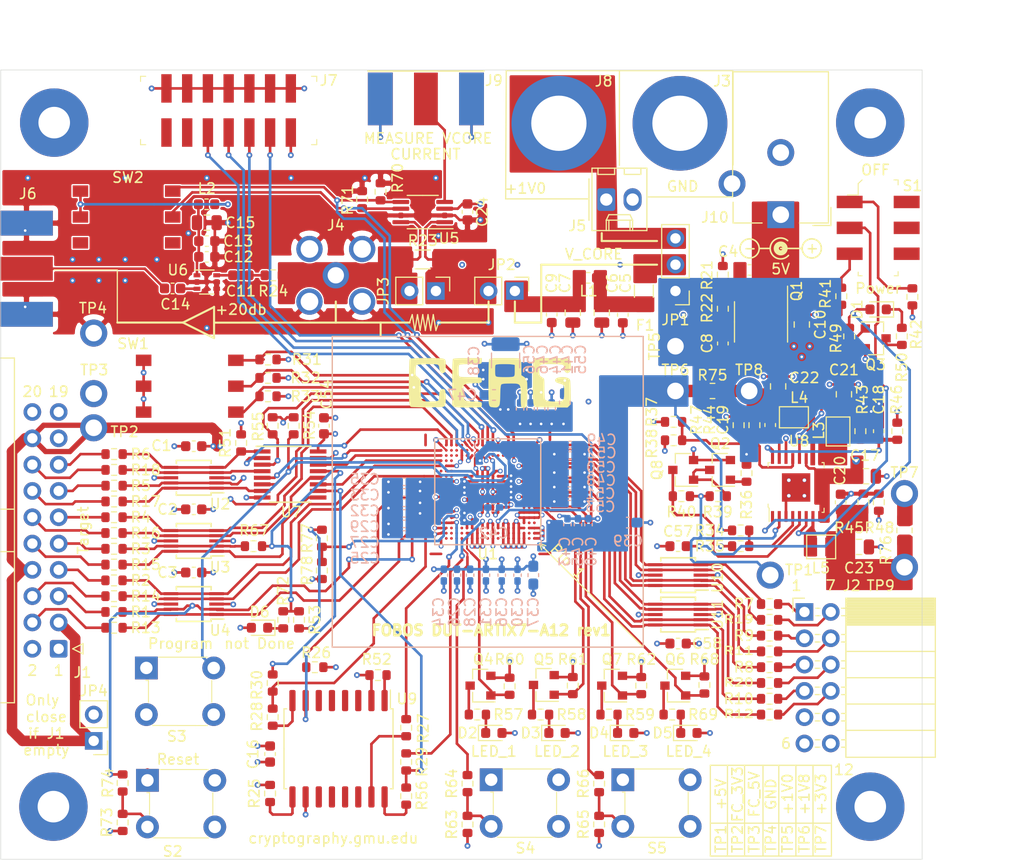
<source format=kicad_pcb>
(kicad_pcb (version 20171130) (host pcbnew 5.1.6-c6e7f7d~87~ubuntu18.04.1)
  (layers (0 F.Cu signal hide) (1 In1.Cu power hide) (2 In2.Cu mixed) (31 B.Cu signal) (34 B.Paste user hide) (35 F.Paste user hide) (36 B.SilkS user) (37 F.SilkS user) (38 B.Mask user hide) (39 F.Mask user hide) (44 Edge.Cuts user))
  (net 0 "")
  (net 1 GND)
  (net 2 "Net-(C4-Pad2)")
  (net 3 "Net-(C5-Pad1)")
  (net 4 "Net-(C7-Pad1)")
  (net 5 "Net-(C8-Pad2)")
  (net 6 +5V)
  (net 7 "Net-(C11-Pad2)")
  (net 8 "Net-(C11-Pad1)")
  (net 9 "Net-(C12-Pad1)")
  (net 10 "Net-(C14-Pad2)")
  (net 11 "Net-(C14-Pad1)")
  (net 12 "Net-(F1-Pad2)")
  (net 13 "/Connectors, IO/CW_TARG4")
  (net 14 "/Connectors, IO/CW_TARG3")
  (net 15 "/Connectors, IO/CW_TARG2")
  (net 16 "/Connectors, IO/CW_TARG1")
  (net 17 "/Connectors, IO/CW_HS2")
  (net 18 "/Connectors, IO/CW_HS1")
  (net 19 "/Connectors, IO/CW_PDID")
  (net 20 "/Connectors, IO/CW_PDIC")
  (net 21 "/Connectors, IO/CW_SCK")
  (net 22 "/Connectors, IO/CW_MOSI")
  (net 23 "/Connectors, IO/CW_MISO")
  (net 24 +1V0)
  (net 25 "Net-(JP2-Pad2)")
  (net 26 JA1)
  (net 27 "Net-(J2-Pad1)")
  (net 28 JA3)
  (net 29 "Net-(J2-Pad3)")
  (net 30 JA2)
  (net 31 "Net-(J2-Pad2)")
  (net 32 JA4)
  (net 33 "Net-(J2-Pad4)")
  (net 34 "Net-(J2-Pad8)")
  (net 35 JA8)
  (net 36 "Net-(J2-Pad10)")
  (net 37 JA10)
  (net 38 "Net-(J2-Pad7)")
  (net 39 JA7)
  (net 40 "Net-(J2-Pad9)")
  (net 41 JA9)
  (net 42 "Net-(R25-Pad1)")
  (net 43 "Net-(R27-Pad2)")
  (net 44 "Net-(R28-Pad2)")
  (net 45 PGOOD)
  (net 46 "Net-(Q3-Pad3)")
  (net 47 "Net-(R41-Pad1)")
  (net 48 "Net-(R42-Pad2)")
  (net 49 ON_OFF)
  (net 50 "Net-(J7-Pad14)")
  (net 51 "Net-(J7-Pad12)")
  (net 52 VCORE_CURRENT_GAIN_1)
  (net 53 VCORE_CURRENT_GAIN_0)
  (net 54 VCORE_CURRENT)
  (net 55 "Net-(U9-Pad14)")
  (net 56 "Net-(U9-Pad13)")
  (net 57 "Net-(U9-Pad12)")
  (net 58 "Net-(U9-Pad11)")
  (net 59 "Net-(U9-Pad6)")
  (net 60 "Net-(U9-Pad5)")
  (net 61 "Net-(U9-Pad4)")
  (net 62 "Net-(U9-Pad3)")
  (net 63 "/Connectors, IO/CW_RST")
  (net 64 "Net-(U1-PadV7)")
  (net 65 "Net-(U1-PadV6)")
  (net 66 "Net-(U1-PadU7)")
  (net 67 "Net-(U1-PadU6)")
  (net 68 "Net-(U1-PadU4)")
  (net 69 "Net-(U1-PadU2)")
  (net 70 "Net-(U1-PadT3)")
  (net 71 "Net-(U1-PadT2)")
  (net 72 "Net-(U1-PadP18)")
  (net 73 "Net-(U1-PadN18)")
  (net 74 "Net-(U1-PadN17)")
  (net 75 "Net-(U1-PadN3)")
  (net 76 "Net-(U1-PadL3)")
  (net 77 "Net-(U1-PadL2)")
  (net 78 "Net-(U1-PadK3)")
  (net 79 "Net-(U1-PadK2)")
  (net 80 "Net-(U1-PadH18)")
  (net 81 "Net-(U1-PadH17)")
  (net 82 "Net-(U1-PadH2)")
  (net 83 "Net-(U1-PadG17)")
  (net 84 "Net-(U1-PadE18)")
  (net 85 "Net-(U1-PadC17)")
  (net 86 "Net-(U1-PadC16)")
  (net 87 "Net-(U1-PadB17)")
  (net 88 "Net-(U1-PadB16)")
  (net 89 "Net-(U1-PadB15)")
  (net 90 "Net-(U1-PadB10)")
  (net 91 "Net-(U1-PadA17)")
  (net 92 "Net-(U1-PadA10)")
  (net 93 FC_3V3)
  (net 94 FC_5V)
  (net 95 FC_RST)
  (net 96 FC_IO)
  (net 97 FD_TF)
  (net 98 FD2C_CLK)
  (net 99 FC2D_CLK)
  (net 100 FC_DIO0)
  (net 101 FC_DIO1)
  (net 102 FC_DIO2)
  (net 103 FC_DIO3)
  (net 104 SW_DONE)
  (net 105 SW_DIN)
  (net 106 SW_INIT_B)
  (net 107 SW_CLK)
  (net 108 SW_PROGRAM_B)
  (net 109 FC2D_HS)
  (net 110 FD2C_HS)
  (net 111 FC_PROG)
  (net 112 FC_DIO1_MUX)
  (net 113 FC_DIO2_MUX)
  (net 114 FC_DIO3_MUX)
  (net 115 FC_DIO0_MUX)
  (net 116 "Net-(R52-Pad1)")
  (net 117 "Net-(R56-Pad2)")
  (net 118 "Net-(Q4-Pad3)")
  (net 119 "Net-(Q5-Pad3)")
  (net 120 "Net-(Q6-Pad3)")
  (net 121 "Net-(R63-Pad2)")
  (net 122 "Net-(R65-Pad2)")
  (net 123 "Net-(S4-Pad4)")
  (net 124 "Net-(S4-Pad2)")
  (net 125 "Net-(S5-Pad4)")
  (net 126 "Net-(S5-Pad2)")
  (net 127 +3V3)
  (net 128 +1V8)
  (net 129 VCCINT)
  (net 130 "Net-(Q7-Pad3)")
  (net 131 "Net-(J5-Pad1)")
  (net 132 "Net-(U1-PadL18)")
  (net 133 USER_LED_1)
  (net 134 USER_LED_2)
  (net 135 USER_LED_4)
  (net 136 USER_LED_3)
  (net 137 USER_BTN_1)
  (net 138 USER_BTN_2)
  (net 139 "Net-(U1-PadU9)")
  (net 140 "Net-(D6-Pad1)")
  (net 141 "Net-(U1-PadV4)")
  (net 142 "Net-(J10-Pad3)")
  (net 143 "Net-(U1-PadW15)")
  (net 144 "Net-(U1-PadW7)")
  (net 145 "Net-(U1-PadW4)")
  (net 146 "Net-(U1-PadW3)")
  (net 147 "Net-(U1-PadW2)")
  (net 148 "Net-(U1-PadV17)")
  (net 149 "Net-(U1-PadV16)")
  (net 150 "Net-(U1-PadV14)")
  (net 151 "Net-(U1-PadV9)")
  (net 152 "Net-(U1-PadV3)")
  (net 153 "Net-(U1-PadU18)")
  (net 154 "Net-(U1-PadU17)")
  (net 155 "Net-(U1-PadU16)")
  (net 156 "Net-(U1-PadU14)")
  (net 157 "Net-(U1-PadU8)")
  (net 158 "Net-(U1-PadU3)")
  (net 159 "Net-(U1-PadT18)")
  (net 160 "Net-(U1-PadT17)")
  (net 161 "Net-(U1-PadP17)")
  (net 162 "Net-(U1-PadP3)")
  (net 163 "Net-(U1-PadP2)")
  (net 164 "Net-(U1-PadN2)")
  (net 165 "Net-(U1-PadM19)")
  (net 166 "Net-(U1-PadL19)")
  (net 167 "Net-(U1-PadL17)")
  (net 168 "Net-(U1-PadJ17)")
  (net 169 "Net-(U1-PadH19)")
  (net 170 "Net-(U1-PadH3)")
  (net 171 "Net-(U1-PadG18)")
  (net 172 "Net-(U1-PadG3)")
  (net 173 "Net-(U1-PadG2)")
  (net 174 "Net-(U1-PadF19)")
  (net 175 "Net-(U1-PadD2)")
  (net 176 "Net-(U1-PadD1)")
  (net 177 "Net-(U1-PadC15)")
  (net 178 "Net-(U1-PadB18)")
  (net 179 "Net-(U1-PadB8)")
  (net 180 "Net-(U1-PadB2)")
  (net 181 "Net-(U1-PadA18)")
  (net 182 "Net-(U1-PadA16)")
  (net 183 "Net-(U1-PadA8)")
  (net 184 "Net-(U1-PadA2)")
  (net 185 "Net-(R73-Pad2)")
  (net 186 "Net-(S2-Pad4)")
  (net 187 "Net-(S2-Pad2)")
  (net 188 "Net-(S3-Pad3)")
  (net 189 "Net-(S3-Pad1)")
  (net 190 "/FPGA Programming/MODE_1")
  (net 191 "Net-(D1-Pad1)")
  (net 192 "Net-(D2-Pad1)")
  (net 193 "Net-(D3-Pad1)")
  (net 194 "Net-(D4-Pad1)")
  (net 195 "Net-(D5-Pad1)")
  (net 196 "/FPGA Programming/TDI")
  (net 197 "/FPGA Programming/TCK")
  (net 198 "/FPGA Programming/TMS")
  (net 199 "/FPGA 1/FCS")
  (net 200 "/FPGA 1/MOSI")
  (net 201 "/FPGA 1/DIN")
  (net 202 "/FPGA Programming/MODE_2")
  (net 203 "/FPGA Programming/CCLK")
  (net 204 "/FPGA 1/PUDC")
  (net 205 "Net-(SW2-Pad2)")
  (net 206 "Net-(SW2-Pad1)")
  (net 207 "Net-(Q2-Pad3)")
  (net 208 "Net-(Q2-Pad1)")
  (net 209 /Power/pre1V8)
  (net 210 /Power/pre3V3)
  (net 211 /Power/EN2)
  (net 212 /Power/EN3)
  (net 213 /Power/MODE)
  (net 214 /Power/FB1)
  (net 215 /Power/FB2)
  (net 216 /Power/FB3)
  (net 217 /Power/SW1)
  (net 218 /Power/SW2)
  (net 219 /Power/SW3)
  (net 220 "Net-(S1-Pad6)")
  (net 221 "Net-(S1-Pad5)")
  (net 222 "Net-(S1-Pad4)")
  (net 223 TDO)
  (net 224 MODE_0)
  (net 225 "Net-(U1-PadP19)")
  (module cerg:TSSOP-16-1EP_W4.40mm (layer F.Cu) (at 76.74066 36.68388)
    (fp_text reference U8 (at 0.29 -4.484) (layer F.SilkS))
    (fp_text value LTC3569EFE#PBF)
    (pad 17 thru_hole circle (at 0.8 0.8) (size 0.38 0.38) (drill 0.33) (layers *.Cu *.Mask) (net 1 GND))
    (pad 17 thru_hole circle (at -0.7 0.8) (size 0.38 0.38) (drill 0.33) (layers *.Cu *.Mask) (net 1 GND))
    (pad 17 thru_hole circle (at 0.8 -0.7) (size 0.38 0.38) (drill 0.33) (layers *.Cu *.Mask) (net 1 GND))
    (pad 17 thru_hole circle (at -0.7 -0.7) (size 0.38 0.38) (drill 0.33) (layers *.Cu *.Mask) (net 1 GND))
    (pad 17 smd rect (at 0 0 180) (size 2.74 2.74) (layers F.Cu) (net 1 GND))
    (pad 15 smd rect (at -1.625 -2.8) (size 0.3 1.05) (layers F.Cu F.Paste F.Mask) (net 215 /Power/FB2))
    (pad 14 smd rect (at -0.975 -2.8) (size 0.3 1.05) (layers F.Cu F.Paste F.Mask) (net 6 +5V))
    (pad 13 smd rect (at -0.325 -2.8) (size 0.3 1.05) (layers F.Cu F.Paste F.Mask) (net 213 /Power/MODE))
    (pad 12 smd rect (at 0.325 -2.8) (size 0.3 1.05) (layers F.Cu F.Paste F.Mask) (net 45 PGOOD))
    (pad 11 smd rect (at 0.975 -2.8) (size 0.3 1.05) (layers F.Cu F.Paste F.Mask) (net 6 +5V))
    (pad 10 smd rect (at 1.625 -2.8) (size 0.3 1.05) (layers F.Cu F.Paste F.Mask) (net 218 /Power/SW2))
    (pad 9 smd rect (at 2.275 -2.8) (size 0.3 1.05) (layers F.Cu F.Paste F.Mask) (net 217 /Power/SW1))
    (pad 8 smd rect (at 2.275 2.8) (size 0.3 1.05) (layers F.Cu F.Paste F.Mask) (net 6 +5V))
    (pad 7 smd rect (at 1.625 2.8) (size 0.3 1.05) (layers F.Cu F.Paste F.Mask) (net 219 /Power/SW3))
    (pad 6 smd rect (at 0.975 2.8) (size 0.3 1.05) (layers F.Cu F.Paste F.Mask) (net 49 ON_OFF))
    (pad 5 smd rect (at 0.325 2.8) (size 0.3 1.05) (layers F.Cu F.Paste F.Mask) (net 211 /Power/EN2))
    (pad 4 smd rect (at -0.325 2.8) (size 0.3 1.05) (layers F.Cu F.Paste F.Mask) (net 212 /Power/EN3))
    (pad 3 smd rect (at -0.975 2.8) (size 0.3 1.05) (layers F.Cu F.Paste F.Mask) (net 1 GND))
    (pad 2 smd rect (at -1.625 2.8) (size 0.3 1.05) (layers F.Cu F.Paste F.Mask) (net 6 +5V))
    (pad 16 smd rect (at -2.275 -2.8) (size 0.3 1.05) (layers F.Cu F.Paste F.Mask) (net 214 /Power/FB1))
    (pad 17 smd rect (at 0 0) (size 2.31 2.46) (layers F.Cu F.Paste F.Mask) (net 1 GND))
    (pad 1 smd rect (at -2.275 2.8) (size 0.3 1.05) (layers F.Cu F.Paste F.Mask) (net 216 /Power/FB3))
  )
  (module cerg:Switch_Slide_JS202011SCQN (layer F.Cu) (at 84.65866 11.61788 270)
    (fp_text reference S1 (at -4.064 -3.302 180) (layer F.SilkS))
    (fp_text value JS202011SCQN)
    (pad 6 smd rect (at 2.5 -2.75 270) (size 1.2 2.5) (layers F.Cu F.Paste F.Mask) (net 220 "Net-(S1-Pad6)"))
    (pad 5 smd rect (at 0 -2.75 270) (size 1.2 2.5) (layers F.Cu F.Paste F.Mask) (net 221 "Net-(S1-Pad5)"))
    (pad 4 smd rect (at -2.5 -2.75 270) (size 1.2 2.5) (layers F.Cu F.Paste F.Mask) (net 222 "Net-(S1-Pad4)"))
    (pad 1 smd rect (at -2.5 2.75 270) (size 1.2 2.5) (layers F.Cu F.Paste F.Mask) (net 48 "Net-(R42-Pad2)"))
    (pad 2 smd rect (at 0 2.75 270) (size 1.2 2.5) (layers F.Cu F.Paste F.Mask) (net 49 ON_OFF))
    (pad 3 smd rect (at 2.5 2.75 270) (size 1.2 2.5) (layers F.Cu F.Paste F.Mask) (net 47 "Net-(R41-Pad1)"))
  )
  (module Symbol:Symbol_Barrel_Polarity (layer F.Cu) (at 75.25266 13.53088)
    (fp_text reference REF** hide)
    (fp_text value Symbol_Barrel_Polarity)
  )
  (module cerg:cerg_logo (layer F.Cu) (at 47.18566 26.61188)
    (fp_text reference G*** hide)
    (fp_text value LOGO hide)
  )
  (module cerg:PinHeader_2x7_P2mm_SMD (layer F.Cu) (at 21.98666 0.28588 180)
    (fp_text reference J7 (at -9.652 2.892) (layer F.SilkS))
    (fp_text value 0878321420)
    (pad "" np_thru_hole circle (at 5 0 180) (size 1 1) (drill 1) (layers *.Cu *.Mask))
    (pad 2 smd rect (at -6 -2.13 180) (size 1 2.75) (layers F.Cu F.Paste F.Mask) (net 127 +3V3))
    (pad 1 smd rect (at -6 2.13 180) (size 1 2.75) (layers F.Cu F.Paste F.Mask) (net 1 GND))
    (pad 4 smd rect (at -4 -2.13 180) (size 1 2.75) (layers F.Cu F.Paste F.Mask) (net 198 "/FPGA Programming/TMS"))
    (pad 3 smd rect (at -4 2.13 180) (size 1 2.75) (layers F.Cu F.Paste F.Mask) (net 1 GND))
    (pad 6 smd rect (at -2 -2.13 180) (size 1 2.75) (layers F.Cu F.Paste F.Mask) (net 197 "/FPGA Programming/TCK"))
    (pad 5 smd rect (at -2 2.13 180) (size 1 2.75) (layers F.Cu F.Paste F.Mask) (net 1 GND))
    (pad 8 smd rect (at 0 -2.13 180) (size 1 2.75) (layers F.Cu F.Paste F.Mask) (net 223 TDO))
    (pad 7 smd rect (at 0 2.13 180) (size 1 2.75) (layers F.Cu F.Paste F.Mask) (net 1 GND))
    (pad 10 smd rect (at 2 -2.13 180) (size 1 2.75) (layers F.Cu F.Paste F.Mask) (net 196 "/FPGA Programming/TDI"))
    (pad 9 smd rect (at 2 2.13 180) (size 1 2.75) (layers F.Cu F.Paste F.Mask) (net 1 GND))
    (pad 12 smd rect (at 4 -2.13 180) (size 1 2.75) (layers F.Cu F.Paste F.Mask) (net 51 "Net-(J7-Pad12)"))
    (pad 11 smd rect (at 4 2.13 180) (size 1 2.75) (layers F.Cu F.Paste F.Mask) (net 1 GND))
    (pad 14 smd rect (at 6 -2.13 180) (size 1 2.75) (layers F.Cu F.Paste F.Mask) (net 50 "Net-(J7-Pad14)"))
    (pad 13 smd rect (at 6 2.13 180) (size 1 2.75) (layers F.Cu F.Paste F.Mask) (net 1 GND))
    (pad "" np_thru_hole circle (at -5 0 180) (size 1 1) (drill 1) (layers *.Cu *.Mask))
  )
  (module cerg:SMA-JOHNSON-142-0701-801 (layer F.Cu) (at 2.48166 15.56288 90)
    (fp_text reference J6 (at 7.239 0.127 180) (layer F.SilkS))
    (fp_text value Measure)
    (pad 2 smd rect (at 4.4 0 90) (size 2.4 5.08) (layers B.Cu B.Paste B.Mask) (net 1 GND))
    (pad 2 smd rect (at -4.4 0 90) (size 2.4 5.08) (layers B.Cu B.Paste B.Mask) (net 1 GND))
    (pad 2 smd rect (at 4.4 0 90) (size 2.4 5.08) (layers F.Cu F.Paste F.Mask) (net 1 GND))
    (pad 2 smd rect (at -4.4 0 90) (size 2.4 5.08) (layers F.Cu F.Paste F.Mask) (net 1 GND))
    (pad 1 smd rect (at 0 0 90) (size 2.3 5.08) (layers F.Cu F.Paste F.Mask) (net 11 "Net-(C14-Pad1)"))
  )
  (module cerg:SMA-JOHNSON-142-0701-201 (layer F.Cu) (at 32.32666 16.19788 90)
    (fp_text reference J4 (at 4.826 0 180) (layer F.SilkS))
    (fp_text value Glitch)
    (pad 2 thru_hole circle (at 2.54 2.54 90) (size 2.54 2.54) (drill 1.7018) (layers *.Cu *.Mask) (net 1 GND))
    (pad 2 thru_hole circle (at -2.54 2.54 90) (size 2.54 2.54) (drill 1.7018) (layers *.Cu *.Mask) (net 1 GND))
    (pad 2 thru_hole circle (at -2.54 -2.54 90) (size 2.54 2.54) (drill 1.7018) (layers *.Cu *.Mask) (net 1 GND))
    (pad 2 thru_hole circle (at 2.54 -2.54 90) (size 2.54 2.54) (drill 1.7018) (layers *.Cu *.Mask) (net 1 GND))
    (pad 1 thru_hole circle (at 0 0 90) (size 2.54 2.54) (drill 1.5748) (layers *.Cu *.Mask) (net 129 VCCINT))
  )
  (module Package_BGA:Xilinx_CPG238 (layer F.Cu) (at 46.98666 37.09788 180)
    (fp_text reference U1 (at 0 -6 180) (layer F.SilkS))
    (fp_text value XC7A12T-CPG238)
    (pad A1 smd circle (at -4.5 -4.5 180) (size 0.27 0.27) (layers F.Cu F.Paste F.Mask) (net 1 GND))
    (pad A2 smd circle (at -4 -4.5 180) (size 0.27 0.27) (layers F.Cu F.Paste F.Mask) (net 184 "Net-(U1-PadA2)"))
    (pad A3 smd circle (at -3.5 -4.5 180) (size 0.27 0.27) (layers F.Cu F.Paste F.Mask) (net 1 GND))
    (pad A4 smd circle (at -3 -4.5 180) (size 0.27 0.27) (layers F.Cu F.Paste F.Mask) (net 1 GND))
    (pad A5 smd circle (at -2.5 -4.5 180) (size 0.27 0.27) (layers F.Cu F.Paste F.Mask) (net 1 GND))
    (pad A6 smd circle (at -2 -4.5 180) (size 0.27 0.27) (layers F.Cu F.Paste F.Mask) (net 1 GND))
    (pad A7 smd circle (at -1.5 -4.5 180) (size 0.27 0.27) (layers F.Cu F.Paste F.Mask) (net 1 GND))
    (pad A8 smd circle (at -1 -4.5 180) (size 0.27 0.27) (layers F.Cu F.Paste F.Mask) (net 183 "Net-(U1-PadA8)"))
    (pad A9 smd circle (at -0.5 -4.5 180) (size 0.27 0.27) (layers F.Cu F.Paste F.Mask) (net 1 GND))
    (pad A10 smd circle (at 0 -4.5 180) (size 0.27 0.27) (layers F.Cu F.Paste F.Mask) (net 92 "Net-(U1-PadA10)"))
    (pad A11 smd circle (at 0.5 -4.5 180) (size 0.27 0.27) (layers F.Cu F.Paste F.Mask) (net 1 GND))
    (pad A12 smd circle (at 1 -4.5 180) (size 0.27 0.27) (layers F.Cu F.Paste F.Mask) (net 1 GND))
    (pad A13 smd circle (at 1.5 -4.5 180) (size 0.27 0.27) (layers F.Cu F.Paste F.Mask) (net 1 GND))
    (pad A14 smd circle (at 2 -4.5 180) (size 0.27 0.27) (layers F.Cu F.Paste F.Mask) (net 133 USER_LED_1))
    (pad A15 smd circle (at 2.5 -4.5 180) (size 0.27 0.27) (layers F.Cu F.Paste F.Mask) (net 137 USER_BTN_1))
    (pad A16 smd circle (at 3 -4.5 180) (size 0.27 0.27) (layers F.Cu F.Paste F.Mask) (net 182 "Net-(U1-PadA16)"))
    (pad A17 smd circle (at 3.5 -4.5 180) (size 0.27 0.27) (layers F.Cu F.Paste F.Mask) (net 91 "Net-(U1-PadA17)"))
    (pad A18 smd circle (at 4 -4.5 180) (size 0.27 0.27) (layers F.Cu F.Paste F.Mask) (net 181 "Net-(U1-PadA18)"))
    (pad A19 smd circle (at 4.5 -4.5 180) (size 0.27 0.27) (layers F.Cu F.Paste F.Mask) (net 1 GND))
    (pad B1 smd circle (at -4.5 -4 180) (size 0.27 0.27) (layers F.Cu F.Paste F.Mask) (net 1 GND))
    (pad B2 smd circle (at -4 -4 180) (size 0.27 0.27) (layers F.Cu F.Paste F.Mask) (net 180 "Net-(U1-PadB2)"))
    (pad B3 smd circle (at -3.5 -4 180) (size 0.27 0.27) (layers F.Cu F.Paste F.Mask) (net 1 GND))
    (pad B4 smd circle (at -3 -4 180) (size 0.27 0.27) (layers F.Cu F.Paste F.Mask) (net 1 GND))
    (pad B5 smd circle (at -2.5 -4 180) (size 0.27 0.27) (layers F.Cu F.Paste F.Mask) (net 1 GND))
    (pad B6 smd circle (at -2 -4 180) (size 0.27 0.27) (layers F.Cu F.Paste F.Mask) (net 1 GND))
    (pad B7 smd circle (at -1.5 -4 180) (size 0.27 0.27) (layers F.Cu F.Paste F.Mask) (net 1 GND))
    (pad B8 smd circle (at -1 -4 180) (size 0.27 0.27) (layers F.Cu F.Paste F.Mask) (net 179 "Net-(U1-PadB8)"))
    (pad B9 smd circle (at -0.5 -4 180) (size 0.27 0.27) (layers F.Cu F.Paste F.Mask) (net 1 GND))
    (pad B10 smd circle (at 0 -4 180) (size 0.27 0.27) (layers F.Cu F.Paste F.Mask) (net 90 "Net-(U1-PadB10)"))
    (pad B11 smd circle (at 0.5 -4 180) (size 0.27 0.27) (layers F.Cu F.Paste F.Mask) (net 1 GND))
    (pad B12 smd circle (at 1 -4 180) (size 0.27 0.27) (layers F.Cu F.Paste F.Mask) (net 1 GND))
    (pad B13 smd circle (at 1.5 -4 180) (size 0.27 0.27) (layers F.Cu F.Paste F.Mask) (net 1 GND))
    (pad B14 smd circle (at 2 -4 180) (size 0.27 0.27) (layers F.Cu F.Paste F.Mask) (net 1 GND))
    (pad B15 smd circle (at 2.5 -4 180) (size 0.27 0.27) (layers F.Cu F.Paste F.Mask) (net 89 "Net-(U1-PadB15)"))
    (pad B16 smd circle (at 3 -4 180) (size 0.27 0.27) (layers F.Cu F.Paste F.Mask) (net 88 "Net-(U1-PadB16)"))
    (pad B17 smd circle (at 3.5 -4 180) (size 0.27 0.27) (layers F.Cu F.Paste F.Mask) (net 87 "Net-(U1-PadB17)"))
    (pad B18 smd circle (at 4 -4 180) (size 0.27 0.27) (layers F.Cu F.Paste F.Mask) (net 178 "Net-(U1-PadB18)"))
    (pad B19 smd circle (at 4.5 -4 180) (size 0.27 0.27) (layers F.Cu F.Paste F.Mask) (net 127 +3V3))
    (pad C1 smd circle (at -4.5 -3.5 180) (size 0.27 0.27) (layers F.Cu F.Paste F.Mask) (net 1 GND))
    (pad C2 smd circle (at -4 -3.5 180) (size 0.27 0.27) (layers F.Cu F.Paste F.Mask) (net 1 GND))
    (pad C3 smd circle (at -3.5 -3.5 180) (size 0.27 0.27) (layers F.Cu F.Paste F.Mask) (net 1 GND))
    (pad C4 smd circle (at -3 -3.5 180) (size 0.27 0.27) (layers F.Cu F.Paste F.Mask) (net 1 GND))
    (pad C5 smd circle (at -2.5 -3.5 180) (size 0.27 0.27) (layers F.Cu F.Paste F.Mask) (net 1 GND))
    (pad C6 smd circle (at -2 -3.5 180) (size 0.27 0.27) (layers F.Cu F.Paste F.Mask) (net 1 GND))
    (pad C7 smd circle (at -1.5 -3.5 180) (size 0.27 0.27) (layers F.Cu F.Paste F.Mask) (net 1 GND))
    (pad C8 smd circle (at -1 -3.5 180) (size 0.27 0.27) (layers F.Cu F.Paste F.Mask) (net 197 "/FPGA Programming/TCK"))
    (pad C9 smd circle (at -0.5 -3.5 180) (size 0.27 0.27) (layers F.Cu F.Paste F.Mask) (net 1 GND))
    (pad C10 smd circle (at 0 -3.5 180) (size 0.27 0.27) (layers F.Cu F.Paste F.Mask) (net 1 GND))
    (pad C11 smd circle (at 0.5 -3.5 180) (size 0.27 0.27) (layers F.Cu F.Paste F.Mask) (net 203 "/FPGA Programming/CCLK"))
    (pad C12 smd circle (at 1 -3.5 180) (size 0.27 0.27) (layers F.Cu F.Paste F.Mask) (net 1 GND))
    (pad C13 smd circle (at 1.5 -3.5 180) (size 0.27 0.27) (layers F.Cu F.Paste F.Mask) (net 128 +1V8))
    (pad C14 smd circle (at 2 -3.5 180) (size 0.27 0.27) (layers F.Cu F.Paste F.Mask) (net 127 +3V3))
    (pad C15 smd circle (at 2.5 -3.5 180) (size 0.27 0.27) (layers F.Cu F.Paste F.Mask) (net 177 "Net-(U1-PadC15)"))
    (pad C16 smd circle (at 3 -3.5 180) (size 0.27 0.27) (layers F.Cu F.Paste F.Mask) (net 86 "Net-(U1-PadC16)"))
    (pad C17 smd circle (at 3.5 -3.5 180) (size 0.27 0.27) (layers F.Cu F.Paste F.Mask) (net 85 "Net-(U1-PadC17)"))
    (pad C18 smd circle (at 4 -3.5 180) (size 0.27 0.27) (layers F.Cu F.Paste F.Mask) (net 127 +3V3))
    (pad C19 smd circle (at 4.5 -3.5 180) (size 0.27 0.27) (layers F.Cu F.Paste F.Mask) (net 1 GND))
    (pad D1 smd circle (at -4.5 -3 180) (size 0.27 0.27) (layers F.Cu F.Paste F.Mask) (net 176 "Net-(U1-PadD1)"))
    (pad D2 smd circle (at -4 -3 180) (size 0.27 0.27) (layers F.Cu F.Paste F.Mask) (net 175 "Net-(U1-PadD2)"))
    (pad D3 smd circle (at -3.5 -3 180) (size 0.27 0.27) (layers F.Cu F.Paste F.Mask) (net 1 GND))
    (pad D17 smd circle (at 3.5 -3 180) (size 0.27 0.27) (layers F.Cu F.Paste F.Mask) (net 200 "/FPGA 1/MOSI"))
    (pad D18 smd circle (at 4 -3 180) (size 0.27 0.27) (layers F.Cu F.Paste F.Mask) (net 200 "/FPGA 1/MOSI"))
    (pad D19 smd circle (at 4.5 -3 180) (size 0.27 0.27) (layers F.Cu F.Paste F.Mask) (net 201 "/FPGA 1/DIN"))
    (pad E1 smd circle (at -4.5 -2.5 180) (size 0.27 0.27) (layers F.Cu F.Paste F.Mask) (net 1 GND))
    (pad E2 smd circle (at -4 -2.5 180) (size 0.27 0.27) (layers F.Cu F.Paste F.Mask) (net 1 GND))
    (pad E3 smd circle (at -3.5 -2.5 180) (size 0.27 0.27) (layers F.Cu F.Paste F.Mask) (net 1 GND))
    (pad E17 smd circle (at 3.5 -2.5 180) (size 0.27 0.27) (layers F.Cu F.Paste F.Mask) (net 204 "/FPGA 1/PUDC"))
    (pad E18 smd circle (at 4 -2.5 180) (size 0.27 0.27) (layers F.Cu F.Paste F.Mask) (net 84 "Net-(U1-PadE18)"))
    (pad E19 smd circle (at 4.5 -2.5 180) (size 0.27 0.27) (layers F.Cu F.Paste F.Mask) (net 95 FC_RST))
    (pad F1 smd circle (at -4.5 -2 180) (size 0.27 0.27) (layers F.Cu F.Paste F.Mask) (net 1 GND))
    (pad F2 smd circle (at -4 -2 180) (size 0.27 0.27) (layers F.Cu F.Paste F.Mask) (net 1 GND))
    (pad F3 smd circle (at -3.5 -2 180) (size 0.27 0.27) (layers F.Cu F.Paste F.Mask) (net 1 GND))
    (pad F17 smd circle (at 3.5 -2 180) (size 0.27 0.27) (layers F.Cu F.Paste F.Mask) (net 1 GND))
    (pad F18 smd circle (at 4 -2 180) (size 0.27 0.27) (layers F.Cu F.Paste F.Mask) (net 1 GND))
    (pad F19 smd circle (at 4.5 -2 180) (size 0.27 0.27) (layers F.Cu F.Paste F.Mask) (net 174 "Net-(U1-PadF19)"))
    (pad G1 smd circle (at -4.5 -1.5 180) (size 0.27 0.27) (layers F.Cu F.Paste F.Mask) (net 134 USER_LED_2))
    (pad G2 smd circle (at -4 -1.5 180) (size 0.27 0.27) (layers F.Cu F.Paste F.Mask) (net 173 "Net-(U1-PadG2)"))
    (pad G3 smd circle (at -3.5 -1.5 180) (size 0.27 0.27) (layers F.Cu F.Paste F.Mask) (net 172 "Net-(U1-PadG3)"))
    (pad G7 smd circle (at -1.5 -1.5 180) (size 0.27 0.27) (layers F.Cu F.Paste F.Mask) (net 1 GND))
    (pad G8 smd circle (at -1 -1.5 180) (size 0.27 0.27) (layers F.Cu F.Paste F.Mask) (net 1 GND))
    (pad G9 smd circle (at -0.5 -1.5 180) (size 0.27 0.27) (layers F.Cu F.Paste F.Mask) (net 1 GND))
    (pad G10 smd circle (at 0 -1.5 180) (size 0.27 0.27) (layers F.Cu F.Paste F.Mask) (net 129 VCCINT))
    (pad G11 smd circle (at 0.5 -1.5 180) (size 0.27 0.27) (layers F.Cu F.Paste F.Mask) (net 1 GND))
    (pad G12 smd circle (at 1 -1.5 180) (size 0.27 0.27) (layers F.Cu F.Paste F.Mask) (net 127 +3V3))
    (pad G13 smd circle (at 1.5 -1.5 180) (size 0.27 0.27) (layers F.Cu F.Paste F.Mask) (net 127 +3V3))
    (pad G17 smd circle (at 3.5 -1.5 180) (size 0.27 0.27) (layers F.Cu F.Paste F.Mask) (net 83 "Net-(U1-PadG17)"))
    (pad G18 smd circle (at 4 -1.5 180) (size 0.27 0.27) (layers F.Cu F.Paste F.Mask) (net 171 "Net-(U1-PadG18)"))
    (pad G19 smd circle (at 4.5 -1.5 180) (size 0.27 0.27) (layers F.Cu F.Paste F.Mask) (net 199 "/FPGA 1/FCS"))
    (pad H1 smd circle (at -4.5 -1 180) (size 0.27 0.27) (layers F.Cu F.Paste F.Mask) (net 138 USER_BTN_2))
    (pad H2 smd circle (at -4 -1 180) (size 0.27 0.27) (layers F.Cu F.Paste F.Mask) (net 82 "Net-(U1-PadH2)"))
    (pad H3 smd circle (at -3.5 -1 180) (size 0.27 0.27) (layers F.Cu F.Paste F.Mask) (net 170 "Net-(U1-PadH3)"))
    (pad H7 smd circle (at -1.5 -1 180) (size 0.27 0.27) (layers F.Cu F.Paste F.Mask) (net 1 GND))
    (pad H8 smd circle (at -1 -1 180) (size 0.27 0.27) (layers F.Cu F.Paste F.Mask) (net 1 GND))
    (pad H9 smd circle (at -0.5 -1 180) (size 0.27 0.27) (layers F.Cu F.Paste F.Mask) (net 1 GND))
    (pad H10 smd circle (at 0 -1 180) (size 0.27 0.27) (layers F.Cu F.Paste F.Mask) (net 129 VCCINT))
    (pad H11 smd circle (at 0.5 -1 180) (size 0.27 0.27) (layers F.Cu F.Paste F.Mask) (net 1 GND))
    (pad H12 smd circle (at 1 -1 180) (size 0.27 0.27) (layers F.Cu F.Paste F.Mask) (net 1 GND))
    (pad H13 smd circle (at 1.5 -1 180) (size 0.27 0.27) (layers F.Cu F.Paste F.Mask) (net 128 +1V8))
    (pad H17 smd circle (at 3.5 -1 180) (size 0.27 0.27) (layers F.Cu F.Paste F.Mask) (net 81 "Net-(U1-PadH17)"))
    (pad H18 smd circle (at 4 -1 180) (size 0.27 0.27) (layers F.Cu F.Paste F.Mask) (net 80 "Net-(U1-PadH18)"))
    (pad H19 smd circle (at 4.5 -1 180) (size 0.27 0.27) (layers F.Cu F.Paste F.Mask) (net 169 "Net-(U1-PadH19)"))
    (pad J1 smd circle (at -4.5 -0.5 180) (size 0.27 0.27) (layers F.Cu F.Paste F.Mask) (net 136 USER_LED_3))
    (pad J2 smd circle (at -4 -0.5 180) (size 0.27 0.27) (layers F.Cu F.Paste F.Mask) (net 1 GND))
    (pad J3 smd circle (at -3.5 -0.5 180) (size 0.27 0.27) (layers F.Cu F.Paste F.Mask) (net 1 GND))
    (pad J7 smd circle (at -1.5 -0.5 180) (size 0.27 0.27) (layers F.Cu F.Paste F.Mask) (net 127 +3V3))
    (pad J8 smd circle (at -1 -0.5 180) (size 0.27 0.27) (layers F.Cu F.Paste F.Mask) (net 1 GND))
    (pad J9 smd circle (at -0.5 -0.5 180) (size 0.27 0.27) (layers F.Cu F.Paste F.Mask) (net 1 GND))
    (pad J10 smd circle (at 0 -0.5 180) (size 0.27 0.27) (layers F.Cu F.Paste F.Mask) (net 129 VCCINT))
    (pad J11 smd circle (at 0.5 -0.5 180) (size 0.27 0.27) (layers F.Cu F.Paste F.Mask) (net 1 GND))
    (pad J12 smd circle (at 1 -0.5 180) (size 0.27 0.27) (layers F.Cu F.Paste F.Mask) (net 1 GND))
    (pad J13 smd circle (at 1.5 -0.5 180) (size 0.27 0.27) (layers F.Cu F.Paste F.Mask) (net 128 +1V8))
    (pad J17 smd circle (at 3.5 -0.5 180) (size 0.27 0.27) (layers F.Cu F.Paste F.Mask) (net 168 "Net-(U1-PadJ17)"))
    (pad J18 smd circle (at 4 -0.5 180) (size 0.27 0.27) (layers F.Cu F.Paste F.Mask) (net 1 GND))
    (pad J19 smd circle (at 4.5 -0.5 180) (size 0.27 0.27) (layers F.Cu F.Paste F.Mask) (net 1 GND))
    (pad K1 smd circle (at -4.5 0 180) (size 0.27 0.27) (layers F.Cu F.Paste F.Mask) (net 135 USER_LED_4))
    (pad K2 smd circle (at -4 0 180) (size 0.27 0.27) (layers F.Cu F.Paste F.Mask) (net 79 "Net-(U1-PadK2)"))
    (pad K3 smd circle (at -3.5 0 180) (size 0.27 0.27) (layers F.Cu F.Paste F.Mask) (net 78 "Net-(U1-PadK3)"))
    (pad K7 smd circle (at -1.5 0 180) (size 0.27 0.27) (layers F.Cu F.Paste F.Mask) (net 127 +3V3))
    (pad K8 smd circle (at -1 0 180) (size 0.27 0.27) (layers F.Cu F.Paste F.Mask) (net 1 GND))
    (pad K12 smd circle (at 1 0 180) (size 0.27 0.27) (layers F.Cu F.Paste F.Mask) (net 127 +3V3))
    (pad K13 smd circle (at 1.5 0 180) (size 0.27 0.27) (layers F.Cu F.Paste F.Mask) (net 127 +3V3))
    (pad K17 smd circle (at 3.5 0 180) (size 0.27 0.27) (layers F.Cu F.Paste F.Mask) (net 98 FD2C_CLK))
    (pad K18 smd circle (at 4 0 180) (size 0.27 0.27) (layers F.Cu F.Paste F.Mask) (net 98 FD2C_CLK))
    (pad K19 smd circle (at 4.5 0 180) (size 0.27 0.27) (layers F.Cu F.Paste F.Mask) (net 98 FD2C_CLK))
    (pad L1 smd circle (at -4.5 0.5 180) (size 0.27 0.27) (layers F.Cu F.Paste F.Mask) (net 37 JA10))
    (pad L2 smd circle (at -4 0.5 180) (size 0.27 0.27) (layers F.Cu F.Paste F.Mask) (net 77 "Net-(U1-PadL2)"))
    (pad L3 smd circle (at -3.5 0.5 180) (size 0.27 0.27) (layers F.Cu F.Paste F.Mask) (net 76 "Net-(U1-PadL3)"))
    (pad L7 smd circle (at -1.5 0.5 180) (size 0.27 0.27) (layers F.Cu F.Paste F.Mask) (net 127 +3V3))
    (pad L8 smd circle (at -1 0.5 180) (size 0.27 0.27) (layers F.Cu F.Paste F.Mask) (net 1 GND))
    (pad L9 smd circle (at -0.5 0.5 180) (size 0.27 0.27) (layers F.Cu F.Paste F.Mask) (net 1 GND))
    (pad L10 smd circle (at 0 0.5 180) (size 0.27 0.27) (layers F.Cu F.Paste F.Mask) (net 129 VCCINT))
    (pad L11 smd circle (at 0.5 0.5 180) (size 0.27 0.27) (layers F.Cu F.Paste F.Mask) (net 1 GND))
    (pad L12 smd circle (at 1 0.5 180) (size 0.27 0.27) (layers F.Cu F.Paste F.Mask) (net 127 +3V3))
    (pad L13 smd circle (at 1.5 0.5 180) (size 0.27 0.27) (layers F.Cu F.Paste F.Mask) (net 127 +3V3))
    (pad L17 smd circle (at 3.5 0.5 180) (size 0.27 0.27) (layers F.Cu F.Paste F.Mask) (net 167 "Net-(U1-PadL17)"))
    (pad L18 smd circle (at 4 0.5 180) (size 0.27 0.27) (layers F.Cu F.Paste F.Mask) (net 132 "Net-(U1-PadL18)"))
    (pad L19 smd circle (at 4.5 0.5 180) (size 0.27 0.27) (layers F.Cu F.Paste F.Mask) (net 166 "Net-(U1-PadL19)"))
    (pad M1 smd circle (at -4.5 1 180) (size 0.27 0.27) (layers F.Cu F.Paste F.Mask) (net 32 JA4))
    (pad M2 smd circle (at -4 1 180) (size 0.27 0.27) (layers F.Cu F.Paste F.Mask) (net 1 GND))
    (pad M3 smd circle (at -3.5 1 180) (size 0.27 0.27) (layers F.Cu F.Paste F.Mask) (net 1 GND))
    (pad M7 smd circle (at -1.5 1 180) (size 0.27 0.27) (layers F.Cu F.Paste F.Mask) (net 127 +3V3))
    (pad M8 smd circle (at -1 1 180) (size 0.27 0.27) (layers F.Cu F.Paste F.Mask) (net 127 +3V3))
    (pad M9 smd circle (at -0.5 1 180) (size 0.27 0.27) (layers F.Cu F.Paste F.Mask) (net 1 GND))
    (pad M10 smd circle (at 0 1 180) (size 0.27 0.27) (layers F.Cu F.Paste F.Mask) (net 129 VCCINT))
    (pad M11 smd circle (at 0.5 1 180) (size 0.27 0.27) (layers F.Cu F.Paste F.Mask) (net 129 VCCINT))
    (pad M12 smd circle (at 1 1 180) (size 0.27 0.27) (layers F.Cu F.Paste F.Mask) (net 127 +3V3))
    (pad M13 smd circle (at 1.5 1 180) (size 0.27 0.27) (layers F.Cu F.Paste F.Mask) (net 127 +3V3))
    (pad M17 smd circle (at 3.5 1 180) (size 0.27 0.27) (layers F.Cu F.Paste F.Mask) (net 1 GND))
    (pad M18 smd circle (at 4 1 180) (size 0.27 0.27) (layers F.Cu F.Paste F.Mask) (net 1 GND))
    (pad M19 smd circle (at 4.5 1 180) (size 0.27 0.27) (layers F.Cu F.Paste F.Mask) (net 165 "Net-(U1-PadM19)"))
    (pad N1 smd circle (at -4.5 1.5 180) (size 0.27 0.27) (layers F.Cu F.Paste F.Mask) (net 41 JA9))
    (pad N2 smd circle (at -4 1.5 180) (size 0.27 0.27) (layers F.Cu F.Paste F.Mask) (net 164 "Net-(U1-PadN2)"))
    (pad N3 smd circle (at -3.5 1.5 180) (size 0.27 0.27) (layers F.Cu F.Paste F.Mask) (net 75 "Net-(U1-PadN3)"))
    (pad N7 smd circle (at -1.5 1.5 180) (size 0.27 0.27) (layers F.Cu F.Paste F.Mask) (net 127 +3V3))
    (pad N8 smd circle (at -1 1.5 180) (size 0.27 0.27) (layers F.Cu F.Paste F.Mask) (net 127 +3V3))
    (pad N9 smd circle (at -0.5 1.5 180) (size 0.27 0.27) (layers F.Cu F.Paste F.Mask) (net 1 GND))
    (pad N10 smd circle (at 0 1.5 180) (size 0.27 0.27) (layers F.Cu F.Paste F.Mask) (net 129 VCCINT))
    (pad N11 smd circle (at 0.5 1.5 180) (size 0.27 0.27) (layers F.Cu F.Paste F.Mask) (net 129 VCCINT))
    (pad N12 smd circle (at 1 1.5 180) (size 0.27 0.27) (layers F.Cu F.Paste F.Mask) (net 1 GND))
    (pad N13 smd circle (at 1.5 1.5 180) (size 0.27 0.27) (layers F.Cu F.Paste F.Mask) (net 127 +3V3))
    (pad N17 smd circle (at 3.5 1.5 180) (size 0.27 0.27) (layers F.Cu F.Paste F.Mask) (net 74 "Net-(U1-PadN17)"))
    (pad N18 smd circle (at 4 1.5 180) (size 0.27 0.27) (layers F.Cu F.Paste F.Mask) (net 73 "Net-(U1-PadN18)"))
    (pad N19 smd circle (at 4.5 1.5 180) (size 0.27 0.27) (layers F.Cu F.Paste F.Mask) (net 99 FC2D_CLK))
    (pad P1 smd circle (at -4.5 2 180) (size 0.27 0.27) (layers F.Cu F.Paste F.Mask) (net 28 JA3))
    (pad P2 smd circle (at -4 2 180) (size 0.27 0.27) (layers F.Cu F.Paste F.Mask) (net 163 "Net-(U1-PadP2)"))
    (pad P3 smd circle (at -3.5 2 180) (size 0.27 0.27) (layers F.Cu F.Paste F.Mask) (net 162 "Net-(U1-PadP3)"))
    (pad P17 smd circle (at 3.5 2 180) (size 0.27 0.27) (layers F.Cu F.Paste F.Mask) (net 161 "Net-(U1-PadP17)"))
    (pad P18 smd circle (at 4 2 180) (size 0.27 0.27) (layers F.Cu F.Paste F.Mask) (net 72 "Net-(U1-PadP18)"))
    (pad P19 smd circle (at 4.5 2 180) (size 0.27 0.27) (layers F.Cu F.Paste F.Mask) (net 225 "Net-(U1-PadP19)"))
    (pad R1 smd circle (at -4.5 2.5 180) (size 0.27 0.27) (layers F.Cu F.Paste F.Mask) (net 35 JA8))
    (pad R2 smd circle (at -4 2.5 180) (size 0.27 0.27) (layers F.Cu F.Paste F.Mask) (net 1 GND))
    (pad R3 smd circle (at -3.5 2.5 180) (size 0.27 0.27) (layers F.Cu F.Paste F.Mask) (net 1 GND))
    (pad R17 smd circle (at 3.5 2.5 180) (size 0.27 0.27) (layers F.Cu F.Paste F.Mask) (net 1 GND))
    (pad R18 smd circle (at 4 2.5 180) (size 0.27 0.27) (layers F.Cu F.Paste F.Mask) (net 1 GND))
    (pad R19 smd circle (at 4.5 2.5 180) (size 0.27 0.27) (layers F.Cu F.Paste F.Mask) (net 96 FC_IO))
    (pad T1 smd circle (at -4.5 3 180) (size 0.27 0.27) (layers F.Cu F.Paste F.Mask) (net 30 JA2))
    (pad T2 smd circle (at -4 3 180) (size 0.27 0.27) (layers F.Cu F.Paste F.Mask) (net 71 "Net-(U1-PadT2)"))
    (pad T3 smd circle (at -3.5 3 180) (size 0.27 0.27) (layers F.Cu F.Paste F.Mask) (net 70 "Net-(U1-PadT3)"))
    (pad T17 smd circle (at 3.5 3 180) (size 0.27 0.27) (layers F.Cu F.Paste F.Mask) (net 160 "Net-(U1-PadT17)"))
    (pad T18 smd circle (at 4 3 180) (size 0.27 0.27) (layers F.Cu F.Paste F.Mask) (net 159 "Net-(U1-PadT18)"))
    (pad T19 smd circle (at 4.5 3 180) (size 0.27 0.27) (layers F.Cu F.Paste F.Mask) (net 115 FC_DIO0_MUX))
    (pad U1 smd circle (at -4.5 3.5 180) (size 0.27 0.27) (layers F.Cu F.Paste F.Mask) (net 39 JA7))
    (pad U2 smd circle (at -4 3.5 180) (size 0.27 0.27) (layers F.Cu F.Paste F.Mask) (net 69 "Net-(U1-PadU2)"))
    (pad U3 smd circle (at -3.5 3.5 180) (size 0.27 0.27) (layers F.Cu F.Paste F.Mask) (net 158 "Net-(U1-PadU3)"))
    (pad U4 smd circle (at -3 3.5 180) (size 0.27 0.27) (layers F.Cu F.Paste F.Mask) (net 68 "Net-(U1-PadU4)"))
    (pad U5 smd circle (at -2.5 3.5 180) (size 0.27 0.27) (layers F.Cu F.Paste F.Mask) (net 1 GND))
    (pad U6 smd circle (at -2 3.5 180) (size 0.27 0.27) (layers F.Cu F.Paste F.Mask) (net 67 "Net-(U1-PadU6)"))
    (pad U7 smd circle (at -1.5 3.5 180) (size 0.27 0.27) (layers F.Cu F.Paste F.Mask) (net 66 "Net-(U1-PadU7)"))
    (pad U8 smd circle (at -1 3.5 180) (size 0.27 0.27) (layers F.Cu F.Paste F.Mask) (net 157 "Net-(U1-PadU8)"))
    (pad U9 smd circle (at -0.5 3.5 180) (size 0.27 0.27) (layers F.Cu F.Paste F.Mask) (net 139 "Net-(U1-PadU9)"))
    (pad U10 smd circle (at 0 3.5 180) (size 0.27 0.27) (layers F.Cu F.Paste F.Mask) (net 108 SW_PROGRAM_B))
    (pad U11 smd circle (at 0.5 3.5 180) (size 0.27 0.27) (layers F.Cu F.Paste F.Mask) (net 104 SW_DONE))
    (pad U12 smd circle (at 1 3.5 180) (size 0.27 0.27) (layers F.Cu F.Paste F.Mask) (net 127 +3V3))
    (pad U13 smd circle (at 1.5 3.5 180) (size 0.27 0.27) (layers F.Cu F.Paste F.Mask) (net 202 "/FPGA Programming/MODE_2"))
    (pad U14 smd circle (at 2 3.5 180) (size 0.27 0.27) (layers F.Cu F.Paste F.Mask) (net 156 "Net-(U1-PadU14)"))
    (pad U15 smd circle (at 2.5 3.5 180) (size 0.27 0.27) (layers F.Cu F.Paste F.Mask) (net 1 GND))
    (pad U16 smd circle (at 3 3.5 180) (size 0.27 0.27) (layers F.Cu F.Paste F.Mask) (net 155 "Net-(U1-PadU16)"))
    (pad U17 smd circle (at 3.5 3.5 180) (size 0.27 0.27) (layers F.Cu F.Paste F.Mask) (net 154 "Net-(U1-PadU17)"))
    (pad U18 smd circle (at 4 3.5 180) (size 0.27 0.27) (layers F.Cu F.Paste F.Mask) (net 153 "Net-(U1-PadU18)"))
    (pad U19 smd circle (at 4.5 3.5 180) (size 0.27 0.27) (layers F.Cu F.Paste F.Mask) (net 112 FC_DIO1_MUX))
    (pad V1 smd circle (at -4.5 4 180) (size 0.27 0.27) (layers F.Cu F.Paste F.Mask) (net 26 JA1))
    (pad V2 smd circle (at -4 4 180) (size 0.27 0.27) (layers F.Cu F.Paste F.Mask) (net 1 GND))
    (pad V3 smd circle (at -3.5 4 180) (size 0.27 0.27) (layers F.Cu F.Paste F.Mask) (net 152 "Net-(U1-PadV3)"))
    (pad V4 smd circle (at -3 4 180) (size 0.27 0.27) (layers F.Cu F.Paste F.Mask) (net 141 "Net-(U1-PadV4)"))
    (pad V5 smd circle (at -2.5 4 180) (size 0.27 0.27) (layers F.Cu F.Paste F.Mask) (net 1 GND))
    (pad V6 smd circle (at -2 4 180) (size 0.27 0.27) (layers F.Cu F.Paste F.Mask) (net 65 "Net-(U1-PadV6)"))
    (pad V7 smd circle (at -1.5 4 180) (size 0.27 0.27) (layers F.Cu F.Paste F.Mask) (net 64 "Net-(U1-PadV7)"))
    (pad V8 smd circle (at -1 4 180) (size 0.27 0.27) (layers F.Cu F.Paste F.Mask) (net 1 GND))
    (pad V9 smd circle (at -0.5 4 180) (size 0.27 0.27) (layers F.Cu F.Paste F.Mask) (net 151 "Net-(U1-PadV9)"))
    (pad V10 smd circle (at 0 4 180) (size 0.27 0.27) (layers F.Cu F.Paste F.Mask) (net 223 TDO))
    (pad V11 smd circle (at 0.5 4 180) (size 0.27 0.27) (layers F.Cu F.Paste F.Mask) (net 127 +3V3))
    (pad V12 smd circle (at 1 4 180) (size 0.27 0.27) (layers F.Cu F.Paste F.Mask) (net 1 GND))
    (pad V13 smd circle (at 1.5 4 180) (size 0.27 0.27) (layers F.Cu F.Paste F.Mask) (net 224 MODE_0))
    (pad V14 smd circle (at 2 4 180) (size 0.27 0.27) (layers F.Cu F.Paste F.Mask) (net 150 "Net-(U1-PadV14)"))
    (pad V15 smd circle (at 2.5 4 180) (size 0.27 0.27) (layers F.Cu F.Paste F.Mask) (net 1 GND))
    (pad V16 smd circle (at 3 4 180) (size 0.27 0.27) (layers F.Cu F.Paste F.Mask) (net 149 "Net-(U1-PadV16)"))
    (pad V17 smd circle (at 3.5 4 180) (size 0.27 0.27) (layers F.Cu F.Paste F.Mask) (net 148 "Net-(U1-PadV17)"))
    (pad V18 smd circle (at 4 4 180) (size 0.27 0.27) (layers F.Cu F.Paste F.Mask) (net 1 GND))
    (pad V19 smd circle (at 4.5 4 180) (size 0.27 0.27) (layers F.Cu F.Paste F.Mask) (net 113 FC_DIO2_MUX))
    (pad W1 smd circle (at -4.5 4.5 180) (size 0.27 0.27) (layers F.Cu F.Paste F.Mask) (net 1 GND))
    (pad W2 smd circle (at -4 4.5 180) (size 0.27 0.27) (layers F.Cu F.Paste F.Mask) (net 147 "Net-(U1-PadW2)"))
    (pad W3 smd circle (at -3.5 4.5 180) (size 0.27 0.27) (layers F.Cu F.Paste F.Mask) (net 146 "Net-(U1-PadW3)"))
    (pad W4 smd circle (at -3 4.5 180) (size 0.27 0.27) (layers F.Cu F.Paste F.Mask) (net 145 "Net-(U1-PadW4)"))
    (pad W5 smd circle (at -2.5 4.5 180) (size 0.27 0.27) (layers F.Cu F.Paste F.Mask) (net 52 VCORE_CURRENT_GAIN_1))
    (pad W6 smd circle (at -2 4.5 180) (size 0.27 0.27) (layers F.Cu F.Paste F.Mask) (net 53 VCORE_CURRENT_GAIN_0))
    (pad W7 smd circle (at -1.5 4.5 180) (size 0.27 0.27) (layers F.Cu F.Paste F.Mask) (net 144 "Net-(U1-PadW7)"))
    (pad W8 smd circle (at -1 4.5 180) (size 0.27 0.27) (layers F.Cu F.Paste F.Mask) (net 1 GND))
    (pad W9 smd circle (at -0.5 4.5 180) (size 0.27 0.27) (layers F.Cu F.Paste F.Mask) (net 223 TDO))
    (pad W10 smd circle (at 0 4.5 180) (size 0.27 0.27) (layers F.Cu F.Paste F.Mask) (net 198 "/FPGA Programming/TMS"))
    (pad W11 smd circle (at 0.5 4.5 180) (size 0.27 0.27) (layers F.Cu F.Paste F.Mask) (net 196 "/FPGA Programming/TDI"))
    (pad W12 smd circle (at 1 4.5 180) (size 0.27 0.27) (layers F.Cu F.Paste F.Mask) (net 106 SW_INIT_B))
    (pad W13 smd circle (at 1.5 4.5 180) (size 0.27 0.27) (layers F.Cu F.Paste F.Mask) (net 190 "/FPGA Programming/MODE_1"))
    (pad W14 smd circle (at 2 4.5 180) (size 0.27 0.27) (layers F.Cu F.Paste F.Mask) (net 224 MODE_0))
    (pad W15 smd circle (at 2.5 4.5 180) (size 0.27 0.27) (layers F.Cu F.Paste F.Mask) (net 143 "Net-(U1-PadW15)"))
    (pad W16 smd circle (at 3 4.5 180) (size 0.27 0.27) (layers F.Cu F.Paste F.Mask) (net 110 FD2C_HS))
    (pad W17 smd circle (at 3.5 4.5 180) (size 0.27 0.27) (layers F.Cu F.Paste F.Mask) (net 109 FC2D_HS))
    (pad W18 smd circle (at 4 4.5 180) (size 0.27 0.27) (layers F.Cu F.Paste F.Mask) (net 114 FC_DIO3_MUX))
    (pad W19 smd circle (at 4.5 4.5 180) (size 0.27 0.27) (layers F.Cu F.Paste F.Mask) (net 1 GND))
  )
  (module Package_SO:MSOP-10_3x3mm_P0.5mm (layer F.Cu) (at 65.35466 48.95588 180)
    (fp_text reference U11 (at -3.81 0 90) (layer F.SilkS))
    (fp_text value SP3003-04ATG)
    (pad 10 smd rect (at 2.2 -1 180) (size 1.4 0.3) (layers F.Cu F.Paste F.Mask) (net 37 JA10))
    (pad 9 smd rect (at 2.2 -0.5 180) (size 1.4 0.3) (layers F.Cu F.Paste F.Mask) (net 32 JA4))
    (pad 8 smd rect (at 2.2 0 180) (size 1.4 0.3) (layers F.Cu F.Paste F.Mask) (net 1 GND))
    (pad 7 smd rect (at 2.2 0.5 180) (size 1.4 0.3) (layers F.Cu F.Paste F.Mask) (net 41 JA9))
    (pad 6 smd rect (at 2.2 1 180) (size 1.4 0.3) (layers F.Cu F.Paste F.Mask) (net 28 JA3))
    (pad 5 smd rect (at -2.2 1 180) (size 1.4 0.3) (layers F.Cu F.Paste F.Mask) (net 28 JA3))
    (pad 4 smd rect (at -2.2 0.5 180) (size 1.4 0.3) (layers F.Cu F.Paste F.Mask) (net 41 JA9))
    (pad 3 smd rect (at -2.2 0 180) (size 1.4 0.3) (layers F.Cu F.Paste F.Mask) (net 93 FC_3V3))
    (pad 2 smd rect (at -2.2 -0.5 180) (size 1.4 0.3) (layers F.Cu F.Paste F.Mask) (net 32 JA4))
    (pad 1 smd rect (at -2.2 -1 180) (size 1.4 0.3) (layers F.Cu F.Paste F.Mask) (net 37 JA10))
  )
  (module Package_SO:MSOP-10_3x3mm_P0.5mm (layer F.Cu) (at 65.35466 45.14588 180)
    (fp_text reference U10 (at -3.81 -0.254 90) (layer F.SilkS))
    (fp_text value SP3003-04ATG)
    (pad 10 smd rect (at 2.2 -1 180) (size 1.4 0.3) (layers F.Cu F.Paste F.Mask) (net 35 JA8))
    (pad 9 smd rect (at 2.2 -0.5 180) (size 1.4 0.3) (layers F.Cu F.Paste F.Mask) (net 30 JA2))
    (pad 8 smd rect (at 2.2 0 180) (size 1.4 0.3) (layers F.Cu F.Paste F.Mask) (net 1 GND))
    (pad 7 smd rect (at 2.2 0.5 180) (size 1.4 0.3) (layers F.Cu F.Paste F.Mask) (net 39 JA7))
    (pad 6 smd rect (at 2.2 1 180) (size 1.4 0.3) (layers F.Cu F.Paste F.Mask) (net 26 JA1))
    (pad 5 smd rect (at -2.2 1 180) (size 1.4 0.3) (layers F.Cu F.Paste F.Mask) (net 26 JA1))
    (pad 4 smd rect (at -2.2 0.5 180) (size 1.4 0.3) (layers F.Cu F.Paste F.Mask) (net 39 JA7))
    (pad 3 smd rect (at -2.2 0 180) (size 1.4 0.3) (layers F.Cu F.Paste F.Mask) (net 93 FC_3V3))
    (pad 2 smd rect (at -2.2 -0.5 180) (size 1.4 0.3) (layers F.Cu F.Paste F.Mask) (net 30 JA2))
    (pad 1 smd rect (at -2.2 -1 180) (size 1.4 0.3) (layers F.Cu F.Paste F.Mask) (net 35 JA8))
  )
  (module Capacitor_SMD:C_0603_1608Metric (layer F.Cu) (at 65.35466 51.74988)
    (fp_text reference C58 (at 2.794 0) (layer F.SilkS))
    (fp_text value 100nF)
    (pad 2 smd roundrect (at 0.7875 0) (size 0.875 0.95) (layers F.Cu F.Paste F.Mask) (net 93 FC_3V3))
    (pad 1 smd roundrect (at -0.7875 0) (size 0.875 0.95) (layers F.Cu F.Paste F.Mask) (net 1 GND))
  )
  (module Capacitor_SMD:C_0603_1608Metric (layer F.Cu) (at 65.35466 42.35188)
    (fp_text reference C57 (at 0 -1.43) (layer F.SilkS))
    (fp_text value 100nF)
    (pad 2 smd roundrect (at 0.7875 0) (size 0.875 0.95) (layers F.Cu F.Paste F.Mask) (net 93 FC_3V3))
    (pad 1 smd roundrect (at -0.7875 0) (size 0.875 0.95) (layers F.Cu F.Paste F.Mask) (net 1 GND))
  )
  (module Package_TO_SOT_SMD:SOT-23 (layer F.Cu) (at 65.84666 34.98588 180)
    (fp_text reference Q8 (at 2.524 0 90) (layer F.SilkS))
    (fp_text value MMBT3904)
    (pad 3 smd rect (at 1 0 180) (size 0.9 0.8) (layers F.Cu F.Paste F.Mask) (net 211 /Power/EN2))
    (pad 2 smd rect (at -1 0.95 180) (size 0.9 0.8) (layers F.Cu F.Paste F.Mask) (net 1 GND))
    (pad 1 smd rect (at -1 -0.95 180) (size 0.9 0.8) (layers F.Cu F.Paste F.Mask) (net 207 "Net-(Q2-Pad3)"))
  )
  (module Package_TO_SOT_SMD:SOT-23 (layer F.Cu) (at 69.40266 34.98588 180)
    (fp_text reference Q2 (at -0.016 2.54) (layer F.SilkS))
    (fp_text value MMBT3904)
    (pad 3 smd rect (at 1 0 180) (size 0.9 0.8) (layers F.Cu F.Paste F.Mask) (net 207 "Net-(Q2-Pad3)"))
    (pad 2 smd rect (at -1 0.95 180) (size 0.9 0.8) (layers F.Cu F.Paste F.Mask) (net 1 GND))
    (pad 1 smd rect (at -1 -0.95 180) (size 0.9 0.8) (layers F.Cu F.Paste F.Mask) (net 208 "Net-(Q2-Pad1)"))
  )
  (module fobos-shield:PinSocket_2x06_P2.54mm_Horizontal_FLipped (layer F.Cu) (at 77.54666 48.70188)
    (fp_text reference J2 (at 4.564 -2.532) (layer F.SilkS))
    (fp_text value "Pmod 2x6")
    (pad 1 thru_hole rect (at 0 0) (size 1.7 1.7) (drill 1) (layers *.Cu *.Mask) (net 27 "Net-(J2-Pad1)"))
    (pad 2 thru_hole oval (at 0 2.54) (size 1.7 1.7) (drill 1) (layers *.Cu *.Mask) (net 31 "Net-(J2-Pad2)"))
    (pad 3 thru_hole oval (at 0 5.08) (size 1.7 1.7) (drill 1) (layers *.Cu *.Mask) (net 29 "Net-(J2-Pad3)"))
    (pad 4 thru_hole oval (at 0 7.62) (size 1.7 1.7) (drill 1) (layers *.Cu *.Mask) (net 33 "Net-(J2-Pad4)"))
    (pad 5 thru_hole oval (at 0 10.16) (size 1.7 1.7) (drill 1) (layers *.Cu *.Mask) (net 1 GND))
    (pad 6 thru_hole oval (at 0 12.7) (size 1.7 1.7) (drill 1) (layers *.Cu *.Mask) (net 93 FC_3V3))
    (pad 7 thru_hole oval (at 2.54 0) (size 1.7 1.7) (drill 1) (layers *.Cu *.Mask) (net 38 "Net-(J2-Pad7)"))
    (pad 8 thru_hole oval (at 2.54 2.54) (size 1.7 1.7) (drill 1) (layers *.Cu *.Mask) (net 34 "Net-(J2-Pad8)"))
    (pad 9 thru_hole oval (at 2.54 5.08) (size 1.7 1.7) (drill 1) (layers *.Cu *.Mask) (net 40 "Net-(J2-Pad9)"))
    (pad 10 thru_hole oval (at 2.54 7.62) (size 1.7 1.7) (drill 1) (layers *.Cu *.Mask) (net 36 "Net-(J2-Pad10)"))
    (pad 11 thru_hole oval (at 2.54 10.16) (size 1.7 1.7) (drill 1) (layers *.Cu *.Mask) (net 1 GND))
    (pad 12 thru_hole oval (at 2.54 12.7) (size 1.7 1.7) (drill 1) (layers *.Cu *.Mask) (net 93 FC_3V3))
  )
  (module cerg:SMA-JOHNSON-142-0701-801 (layer F.Cu) (at 41.021 -0.82812)
    (fp_text reference J9 (at 6.55366 -1.778) (layer F.SilkS))
    (fp_text value Measure)
    (pad 2 smd rect (at 4.4 0) (size 2.4 5.08) (layers B.Cu B.Paste B.Mask) (net 1 GND))
    (pad 2 smd rect (at -4.4 0) (size 2.4 5.08) (layers B.Cu B.Paste B.Mask) (net 1 GND))
    (pad 2 smd rect (at 4.4 0) (size 2.4 5.08) (layers F.Cu F.Paste F.Mask) (net 1 GND))
    (pad 2 smd rect (at -4.4 0) (size 2.4 5.08) (layers F.Cu F.Paste F.Mask) (net 1 GND))
    (pad 1 smd rect (at 0 0) (size 2.3 5.08) (layers F.Cu F.Paste F.Mask) (net 54 VCORE_CURRENT))
  )
  (module cerg:5281 (layer F.Cu) (at 87.19866 37.27188 270)
    (fp_text reference TP7 (at -2.032 0 180) (layer F.SilkS))
    (fp_text value 5281)
    (pad 1 thru_hole circle (at 0 0 270) (size 2.6162 2.6162) (drill 1.6002) (layers *.Cu *.Mask) (net 127 +3V3))
  )
  (module cerg:5281 (layer F.Cu) (at 65.10066 27.36588)
    (fp_text reference TP6 (at 0 -2.032) (layer F.SilkS))
    (fp_text value 5281)
    (pad 1 thru_hole circle (at 0 0) (size 2.6162 2.6162) (drill 1.6002) (layers *.Cu *.Mask) (net 128 +1V8))
  )
  (module cerg:5281 (layer F.Cu) (at 87.19866 44.38388 270)
    (fp_text reference TP9 (at 1.786 2.294 180) (layer F.SilkS))
    (fp_text value 5281)
    (pad 1 thru_hole circle (at 0 0 270) (size 2.6162 2.6162) (drill 1.6002) (layers *.Cu *.Mask) (net 210 /Power/pre3V3))
  )
  (module cerg:5281 (layer F.Cu) (at 72.21266 27.36588)
    (fp_text reference TP8 (at 0 -2.032) (layer F.SilkS))
    (fp_text value 5281)
    (pad 1 thru_hole circle (at 0 0) (size 2.6162 2.6162) (drill 1.6002) (layers *.Cu *.Mask) (net 209 /Power/pre1V8))
  )
  (module cerg:Switch_Tactile_THT_6x6mm (layer F.Cu) (at 14.04666 54.10788)
    (fp_text reference S3 (at 2.944 6.604) (layer F.SilkS))
    (fp_text value 1825910-6)
    (pad 3 thru_hole circle (at 0 4.5) (size 2.2 2.2) (drill 1.2) (layers *.Cu *.Mask) (net 188 "Net-(S3-Pad3)"))
    (pad 4 thru_hole circle (at 6.5 4.5) (size 2.2 2.2) (drill 1.2) (layers *.Cu *.Mask) (net 1 GND))
    (pad 2 thru_hole circle (at 6.5 0) (size 2.2 2.2) (drill 1.2) (layers *.Cu *.Mask) (net 108 SW_PROGRAM_B))
    (pad 1 thru_hole rect (at 0 0) (size 2.2 2.2) (drill 1.2) (layers *.Cu *.Mask) (net 189 "Net-(S3-Pad1)"))
  )
  (module cerg:Switch_Tactile_THT_6x6mm (layer F.Cu) (at 14.15066 64.95788)
    (fp_text reference S2 (at 2.436 6.858) (layer F.SilkS))
    (fp_text value 1825910-6)
    (pad 3 thru_hole circle (at 0 4.5) (size 2.2 2.2) (drill 1.2) (layers *.Cu *.Mask) (net 185 "Net-(R73-Pad2)"))
    (pad 4 thru_hole circle (at 6.5 4.5) (size 2.2 2.2) (drill 1.2) (layers *.Cu *.Mask) (net 186 "Net-(S2-Pad4)"))
    (pad 2 thru_hole circle (at 6.5 0) (size 2.2 2.2) (drill 1.2) (layers *.Cu *.Mask) (net 187 "Net-(S2-Pad2)"))
    (pad 1 thru_hole rect (at 0 0) (size 2.2 2.2) (drill 1.2) (layers *.Cu *.Mask) (net 93 FC_3V3))
  )
  (module Resistor_SMD:R_0603_1608Metric (layer F.Cu) (at 30.988 44.70088 90)
    (fp_text reference R78 (at 0 -1.43 90) (layer F.SilkS))
    (fp_text value 1KR)
    (pad 2 smd roundrect (at 0.825 0 90) (size 0.8 0.95) (layers F.Cu F.Paste F.Mask) (net 204 "/FPGA 1/PUDC"))
    (pad 1 smd roundrect (at -0.825 0 90) (size 0.8 0.95) (layers F.Cu F.Paste F.Mask) (net 1 GND))
  )
  (module Resistor_SMD:R_0603_1608Metric (layer F.Cu) (at 30.988 41.58988 90)
    (fp_text reference R77 (at 0 -1.43 90) (layer F.SilkS))
    (fp_text value 1KR)
    (pad 2 smd roundrect (at 0.825 0 90) (size 0.8 0.95) (layers F.Cu F.Paste F.Mask) (net 127 +3V3))
    (pad 1 smd roundrect (at -0.825 0 90) (size 0.8 0.95) (layers F.Cu F.Paste F.Mask) (net 204 "/FPGA 1/PUDC"))
  )
  (module Resistor_SMD:R_0805_2012Metric_Pad1.20x1.40mm_HandSolder (layer F.Cu) (at 87.19866 40.82788 90)
    (fp_text reference R76 (at -1.913 -1.786 90) (layer F.SilkS))
    (fp_text value 0.1R)
    (pad 2 smd roundrect (at 1 0 90) (size 1.2 1.4) (layers F.Cu F.Paste F.Mask) (roundrect_rratio 0.208333) (net 127 +3V3))
    (pad 1 smd roundrect (at -1 0 90) (size 1.2 1.4) (layers F.Cu F.Paste F.Mask) (roundrect_rratio 0.208333) (net 210 /Power/pre3V3))
  )
  (module Resistor_SMD:R_0805_2012Metric_Pad1.20x1.40mm_HandSolder (layer F.Cu) (at 68.67266 27.36588 180)
    (fp_text reference R75 (at 0 1.524) (layer F.SilkS))
    (fp_text value 0.1R)
    (pad 2 smd roundrect (at 1 0 180) (size 1.2 1.4) (layers F.Cu F.Paste F.Mask) (roundrect_rratio 0.208333) (net 128 +1V8))
    (pad 1 smd roundrect (at -1 0 180) (size 1.2 1.4) (layers F.Cu F.Paste F.Mask) (roundrect_rratio 0.208333) (net 209 /Power/pre1V8))
  )
  (module Resistor_SMD:R_0603_1608Metric (layer F.Cu) (at 11.76066 65.21188 90)
    (fp_text reference R74 (at 0 -1.43 90) (layer F.SilkS))
    (fp_text value 10KR)
    (pad 2 smd roundrect (at 0.825 0 90) (size 0.8 0.95) (layers F.Cu F.Paste F.Mask) (net 95 FC_RST))
    (pad 1 smd roundrect (at -0.825 0 90) (size 0.8 0.95) (layers F.Cu F.Paste F.Mask) (net 185 "Net-(R73-Pad2)"))
  )
  (module Resistor_SMD:R_0603_1608Metric (layer F.Cu) (at 11.76066 69.02188 90)
    (fp_text reference R73 (at 0 -1.524 90) (layer F.SilkS))
    (fp_text value 10KR)
    (pad 2 smd roundrect (at 0.825 0 90) (size 0.8 0.95) (layers F.Cu F.Paste F.Mask) (net 185 "Net-(R73-Pad2)"))
    (pad 1 smd roundrect (at -0.825 0 90) (size 0.8 0.95) (layers F.Cu F.Paste F.Mask) (net 1 GND))
  )
  (module Resistor_SMD:R_0603_1608Metric (layer F.Cu) (at 26.23066 30.73088 90)
    (fp_text reference R55 (at -0.072 -1.397 90) (layer F.SilkS))
    (fp_text value 4.7KR)
    (pad 2 smd roundrect (at 0.825 0 90) (size 0.8 0.95) (layers F.Cu F.Paste F.Mask) (net 127 +3V3))
    (pad 1 smd roundrect (at -0.825 0 90) (size 0.8 0.95) (layers F.Cu F.Paste F.Mask) (net 106 SW_INIT_B))
  )
  (module Resistor_SMD:R_0603_1608Metric (layer F.Cu) (at 28.77866 49.46388 270)
    (fp_text reference R53 (at 0 -1.524 90) (layer F.SilkS))
    (fp_text value 200R)
    (pad 2 smd roundrect (at 0.825 0 270) (size 0.8 0.95) (layers F.Cu F.Paste F.Mask) (net 127 +3V3))
    (pad 1 smd roundrect (at -0.825 0 270) (size 0.8 0.95) (layers F.Cu F.Paste F.Mask) (net 104 SW_DONE))
  )
  (module Inductor_SMD:L_0603_1608Metric (layer F.Cu) (at 56.69316 16.44388)
    (fp_text reference L1 (at 0.0255 1.27) (layer F.SilkS))
    (fp_text value 1k/500mA)
    (pad 2 smd roundrect (at 0.7875 0) (size 0.875 0.95) (layers F.Cu F.Paste F.Mask) (net 3 "Net-(C5-Pad1)"))
    (pad 1 smd roundrect (at -0.7875 0) (size 0.875 0.95) (layers F.Cu F.Paste F.Mask) (net 4 "Net-(C7-Pad1)"))
  )
  (module Capacitor_SMD:C_0402_1005Metric_Pad0.74x0.62mm_HandSolder (layer B.Cu) (at 50.10666 29.09238 90)
    (fp_text reference C56 (at 4.7665 0.889 90) (layer B.SilkS) (effects (justify mirror)))
    (fp_text value .47uF)
    (pad 2 smd roundrect (at 0.5675 0 90) (size 0.735 0.62) (layers B.Cu B.Paste B.Mask) (net 1 GND))
    (pad 1 smd roundrect (at -0.5675 0 90) (size 0.735 0.62) (layers B.Cu B.Paste B.Mask) (net 129 VCCINT))
  )
  (module Capacitor_SMD:C_0603_1608Metric_Pad1.08x0.95mm_HandSolder (layer B.Cu) (at 54.42466 28.49038 90)
    (fp_text reference C55 (at 4.1645 1.524 90) (layer B.SilkS) (effects (justify mirror)))
    (fp_text value 47uF)
    (pad 2 smd roundrect (at 0.8625 0 90) (size 1.075 0.95) (layers B.Cu B.Paste B.Mask) (net 1 GND))
    (pad 1 smd roundrect (at -0.8625 0 90) (size 1.075 0.95) (layers B.Cu B.Paste B.Mask) (net 129 VCCINT))
  )
  (module Capacitor_SMD:C_0402_1005Metric_Pad0.74x0.62mm_HandSolder (layer B.Cu) (at 54.87316 38.29588)
    (fp_text reference C53 (at 2.9805 0.254) (layer B.SilkS) (effects (justify mirror)))
    (fp_text value .47uF)
    (pad 2 smd roundrect (at 0.5675 0) (size 0.735 0.62) (layers B.Cu B.Paste B.Mask) (net 1 GND))
    (pad 1 smd roundrect (at -0.5675 0) (size 0.735 0.62) (layers B.Cu B.Paste B.Mask) (net 127 +3V3))
  )
  (module Capacitor_SMD:C_0402_1005Metric_Pad0.74x0.62mm_HandSolder (layer B.Cu) (at 54.93266 33.59688)
    (fp_text reference C52 (at 3.04 -0.246) (layer B.SilkS) (effects (justify mirror)))
    (fp_text value .47uF)
    (pad 2 smd roundrect (at 0.5675 0) (size 0.735 0.62) (layers B.Cu B.Paste B.Mask) (net 1 GND))
    (pad 1 smd roundrect (at -0.5675 0) (size 0.735 0.62) (layers B.Cu B.Paste B.Mask) (net 127 +3V3))
  )
  (module Capacitor_SMD:C_0402_1005Metric_Pad0.74x0.62mm_HandSolder (layer B.Cu) (at 54.87316 37.27988)
    (fp_text reference C51 (at 2.9805 0) (layer B.SilkS) (effects (justify mirror)))
    (fp_text value .47uF)
    (pad 2 smd roundrect (at 0.5675 0) (size 0.735 0.62) (layers B.Cu B.Paste B.Mask) (net 1 GND))
    (pad 1 smd roundrect (at -0.5675 0) (size 0.735 0.62) (layers B.Cu B.Paste B.Mask) (net 127 +3V3))
  )
  (module Capacitor_SMD:C_0402_1005Metric_Pad0.74x0.62mm_HandSolder (layer B.Cu) (at 54.87316 35.24788)
    (fp_text reference C50 (at 3.04 -0.508) (layer B.SilkS) (effects (justify mirror)))
    (fp_text value .47uF)
    (pad 2 smd roundrect (at 0.5675 0) (size 0.735 0.62) (layers B.Cu B.Paste B.Mask) (net 1 GND))
    (pad 1 smd roundrect (at -0.5675 0) (size 0.735 0.62) (layers B.Cu B.Paste B.Mask) (net 127 +3V3))
  )
  (module Capacitor_SMD:C_0402_1005Metric_Pad0.74x0.62mm_HandSolder (layer B.Cu) (at 54.93266 32.58088)
    (fp_text reference C49 (at 3.04 -0.5) (layer B.SilkS) (effects (justify mirror)))
    (fp_text value 4.7uF)
    (pad 2 smd roundrect (at 0.5675 0) (size 0.735 0.62) (layers B.Cu B.Paste B.Mask) (net 1 GND))
    (pad 1 smd roundrect (at -0.5675 0) (size 0.735 0.62) (layers B.Cu B.Paste B.Mask) (net 127 +3V3))
  )
  (module Capacitor_SMD:C_0402_1005Metric_Pad0.74x0.62mm_HandSolder (layer B.Cu) (at 54.87316 36.26388)
    (fp_text reference C48 (at 3.04 -0.254) (layer B.SilkS) (effects (justify mirror)))
    (fp_text value 4.7uF)
    (pad 2 smd roundrect (at 0.5675 0) (size 0.735 0.62) (layers B.Cu B.Paste B.Mask) (net 1 GND))
    (pad 1 smd roundrect (at -0.5675 0) (size 0.735 0.62) (layers B.Cu B.Paste B.Mask) (net 127 +3V3))
  )
  (module Capacitor_SMD:C_0603_1608Metric_Pad1.08x0.95mm_HandSolder (layer B.Cu) (at 47.59316 27.75488 180)
    (fp_text reference C47 (at 3.0745 0) (layer B.SilkS) (effects (justify mirror)))
    (fp_text value 47uF)
    (pad 2 smd roundrect (at 0.8625 0 180) (size 1.075 0.95) (layers B.Cu B.Paste B.Mask) (net 1 GND))
    (pad 1 smd roundrect (at -0.8625 0 180) (size 1.075 0.95) (layers B.Cu B.Paste B.Mask) (net 129 VCCINT))
  )
  (module Capacitor_SMD:C_0402_1005Metric_Pad0.74x0.62mm_HandSolder (layer B.Cu) (at 51.12266 29.09238 90)
    (fp_text reference C46 (at 4.7665 1.143 90) (layer B.SilkS) (effects (justify mirror)))
    (fp_text value .47uF)
    (pad 2 smd roundrect (at 0.5675 0 90) (size 0.735 0.62) (layers B.Cu B.Paste B.Mask) (net 1 GND))
    (pad 1 smd roundrect (at -0.5675 0 90) (size 0.735 0.62) (layers B.Cu B.Paste B.Mask) (net 129 VCCINT))
  )
  (module Capacitor_SMD:C_0402_1005Metric_Pad0.74x0.62mm_HandSolder (layer B.Cu) (at 55.69466 40.26838 90)
    (fp_text reference C45 (at -2.5995 0 90) (layer B.SilkS) (effects (justify mirror)))
    (fp_text value .47uF)
    (pad 2 smd roundrect (at 0.5675 0 90) (size 0.735 0.62) (layers B.Cu B.Paste B.Mask) (net 1 GND))
    (pad 1 smd roundrect (at -0.5675 0 90) (size 0.735 0.62) (layers B.Cu B.Paste B.Mask) (net 128 +1V8))
  )
  (module Capacitor_SMD:C_0402_1005Metric_Pad0.74x0.62mm_HandSolder (layer B.Cu) (at 52.13866 29.09238 90)
    (fp_text reference C44 (at 4.7665 1.397 90) (layer B.SilkS) (effects (justify mirror)))
    (fp_text value .47uF)
    (pad 2 smd roundrect (at 0.5675 0 90) (size 0.735 0.62) (layers B.Cu B.Paste B.Mask) (net 1 GND))
    (pad 1 smd roundrect (at -0.5675 0 90) (size 0.735 0.62) (layers B.Cu B.Paste B.Mask) (net 129 VCCINT))
  )
  (module Capacitor_SMD:C_0402_1005Metric_Pad0.74x0.62mm_HandSolder (layer B.Cu) (at 54.67866 40.26838 90)
    (fp_text reference C43 (at -2.5995 -0.254 90) (layer B.SilkS) (effects (justify mirror)))
    (fp_text value .47uF)
    (pad 2 smd roundrect (at 0.5675 0 90) (size 0.735 0.62) (layers B.Cu B.Paste B.Mask) (net 1 GND))
    (pad 1 smd roundrect (at -0.5675 0 90) (size 0.735 0.62) (layers B.Cu B.Paste B.Mask) (net 128 +1V8))
  )
  (module Capacitor_SMD:C_0402_1005Metric_Pad0.74x0.62mm_HandSolder (layer B.Cu) (at 47.56266 38.61338)
    (fp_text reference C42 (at -0.008 2.4765) (layer B.SilkS) (effects (justify mirror)))
    (fp_text value .47uF)
    (pad 2 smd roundrect (at 0.5675 0) (size 0.735 0.62) (layers B.Cu B.Paste B.Mask) (net 1 GND))
    (pad 1 smd roundrect (at -0.5675 0) (size 0.735 0.62) (layers B.Cu B.Paste B.Mask) (net 129 VCCINT))
  )
  (module Capacitor_SMD:C_0402_1005Metric_Pad0.74x0.62mm_HandSolder (layer B.Cu) (at 53.15466 29.09238 90)
    (fp_text reference C41 (at 4.7665 1.524 90) (layer B.SilkS) (effects (justify mirror)))
    (fp_text value 4.7uF)
    (pad 2 smd roundrect (at 0.5675 0 90) (size 0.735 0.62) (layers B.Cu B.Paste B.Mask) (net 1 GND))
    (pad 1 smd roundrect (at -0.5675 0 90) (size 0.735 0.62) (layers B.Cu B.Paste B.Mask) (net 129 VCCINT))
  )
  (module Capacitor_SMD:C_0402_1005Metric_Pad0.74x0.62mm_HandSolder (layer B.Cu) (at 56.71066 40.26838 90)
    (fp_text reference C40 (at -2.5995 0.254 90) (layer B.SilkS) (effects (justify mirror)))
    (fp_text value 4.7uF)
    (pad 2 smd roundrect (at 0.5675 0 90) (size 0.735 0.62) (layers B.Cu B.Paste B.Mask) (net 1 GND))
    (pad 1 smd roundrect (at -0.5675 0 90) (size 0.735 0.62) (layers B.Cu B.Paste B.Mask) (net 128 +1V8))
  )
  (module Capacitor_SMD:C_0603_1608Metric_Pad1.08x0.95mm_HandSolder (layer B.Cu) (at 60.52066 40.07388)
    (fp_text reference C39 (at 0 1.778) (layer B.SilkS) (effects (justify mirror)))
    (fp_text value 47uF)
    (pad 2 smd roundrect (at 0.8625 0) (size 1.075 0.95) (layers B.Cu B.Paste B.Mask) (net 1 GND))
    (pad 1 smd roundrect (at -0.8625 0) (size 1.075 0.95) (layers B.Cu B.Paste B.Mask) (net 128 +1V8))
  )
  (module Capacitor_SMD:C_1210_3225Metric_Pad1.33x2.70mm_HandSolder (layer B.Cu) (at 48.70966 24.41438 90)
    (fp_text reference C38 (at -0.0385 -3.048 90) (layer B.SilkS) (effects (justify mirror)))
    (fp_text value 100uF)
    (pad 2 smd roundrect (at 1.5625 0 90) (size 1.325 2.7) (layers B.Cu B.Paste B.Mask) (roundrect_rratio 0.188679) (net 1 GND))
    (pad 1 smd roundrect (at -1.5625 0 90) (size 1.325 2.7) (layers B.Cu B.Paste B.Mask) (roundrect_rratio 0.188679) (net 129 VCCINT))
  )
  (module Capacitor_SMD:C_0603_1608Metric_Pad1.08x0.95mm_HandSolder (layer B.Cu) (at 51.38466 45.14588 270)
    (fp_text reference C37 (at 3.564 0.008 270) (layer B.SilkS) (effects (justify mirror)))
    (fp_text value 47uF)
    (pad 2 smd roundrect (at 0.8625 0 270) (size 1.075 0.95) (layers B.Cu B.Paste B.Mask) (net 1 GND))
    (pad 1 smd roundrect (at -0.8625 0 270) (size 1.075 0.95) (layers B.Cu B.Paste B.Mask) (net 127 +3V3))
  )
  (module Capacitor_SMD:C_0402_1005Metric_Pad0.74x0.62mm_HandSolder (layer B.Cu) (at 48.33666 45.14588 270)
    (fp_text reference C36 (at 3.564 0.008 90) (layer B.SilkS) (effects (justify mirror)))
    (fp_text value .47uF)
    (pad 2 smd roundrect (at 0.5675 0 270) (size 0.735 0.62) (layers B.Cu B.Paste B.Mask) (net 1 GND))
    (pad 1 smd roundrect (at -0.5675 0 270) (size 0.735 0.62) (layers B.Cu B.Paste B.Mask) (net 127 +3V3))
  )
  (module Capacitor_SMD:C_0402_1005Metric_Pad0.74x0.62mm_HandSolder (layer B.Cu) (at 38.93866 36.13688 180)
    (fp_text reference C35 (at 3.818 0.246) (layer B.SilkS) (effects (justify mirror)))
    (fp_text value .47uF)
    (pad 2 smd roundrect (at 0.5675 0 180) (size 0.735 0.62) (layers B.Cu B.Paste B.Mask) (net 1 GND))
    (pad 1 smd roundrect (at -0.5675 0 180) (size 0.735 0.62) (layers B.Cu B.Paste B.Mask) (net 127 +3V3))
  )
  (module Capacitor_SMD:C_0402_1005Metric_Pad0.74x0.62mm_HandSolder (layer B.Cu) (at 42.74866 45.14588 270)
    (fp_text reference C34 (at 3.564 0.516 90) (layer B.SilkS) (effects (justify mirror)))
    (fp_text value .47uF)
    (pad 2 smd roundrect (at 0.5675 0 270) (size 0.735 0.62) (layers B.Cu B.Paste B.Mask) (net 1 GND))
    (pad 1 smd roundrect (at -0.5675 0 270) (size 0.735 0.62) (layers B.Cu B.Paste B.Mask) (net 127 +3V3))
  )
  (module Capacitor_SMD:C_0402_1005Metric_Pad0.74x0.62mm_HandSolder (layer B.Cu) (at 38.93866 37.15288 180)
    (fp_text reference C33 (at 3.818 -0.262) (layer B.SilkS) (effects (justify mirror)))
    (fp_text value .47uF)
    (pad 2 smd roundrect (at 0.5675 0 180) (size 0.735 0.62) (layers B.Cu B.Paste B.Mask) (net 1 GND))
    (pad 1 smd roundrect (at -0.5675 0 180) (size 0.735 0.62) (layers B.Cu B.Paste B.Mask) (net 127 +3V3))
  )
  (module Capacitor_SMD:C_0402_1005Metric_Pad0.74x0.62mm_HandSolder (layer B.Cu) (at 38.93066 38.16888 180)
    (fp_text reference C32 (at 3.818 -0.77) (layer B.SilkS) (effects (justify mirror)))
    (fp_text value .47uF)
    (pad 2 smd roundrect (at 0.5675 0 180) (size 0.735 0.62) (layers B.Cu B.Paste B.Mask) (net 1 GND))
    (pad 1 smd roundrect (at -0.5675 0 180) (size 0.735 0.62) (layers B.Cu B.Paste B.Mask) (net 127 +3V3))
  )
  (module Capacitor_SMD:C_0402_1005Metric_Pad0.74x0.62mm_HandSolder (layer B.Cu) (at 46.81266 45.14588 270)
    (fp_text reference C31 (at 3.564 0.008 90) (layer B.SilkS) (effects (justify mirror)))
    (fp_text value .47uF)
    (pad 2 smd roundrect (at 0.5675 0 270) (size 0.735 0.62) (layers B.Cu B.Paste B.Mask) (net 1 GND))
    (pad 1 smd roundrect (at -0.5675 0 270) (size 0.735 0.62) (layers B.Cu B.Paste B.Mask) (net 127 +3V3))
  )
  (module Capacitor_SMD:C_0402_1005Metric_Pad0.74x0.62mm_HandSolder (layer B.Cu) (at 49.86066 45.14588 270)
    (fp_text reference C30 (at 3.564 0.008 90) (layer B.SilkS) (effects (justify mirror)))
    (fp_text value .47uF)
    (pad 2 smd roundrect (at 0.5675 0 270) (size 0.735 0.62) (layers B.Cu B.Paste B.Mask) (net 1 GND))
    (pad 1 smd roundrect (at -0.5675 0 270) (size 0.735 0.62) (layers B.Cu B.Paste B.Mask) (net 127 +3V3))
  )
  (module Capacitor_SMD:C_0402_1005Metric_Pad0.74x0.62mm_HandSolder (layer B.Cu) (at 38.93066 39.18488 180)
    (fp_text reference C29 (at 3.818 -1.278) (layer B.SilkS) (effects (justify mirror)))
    (fp_text value .47uF)
    (pad 2 smd roundrect (at 0.5675 0 180) (size 0.735 0.62) (layers B.Cu B.Paste B.Mask) (net 1 GND))
    (pad 1 smd roundrect (at -0.5675 0 180) (size 0.735 0.62) (layers B.Cu B.Paste B.Mask) (net 127 +3V3))
  )
  (module Capacitor_SMD:C_0402_1005Metric_Pad0.74x0.62mm_HandSolder (layer B.Cu) (at 45.28866 45.14588 270)
    (fp_text reference C28 (at 3.564 0.008 90) (layer B.SilkS) (effects (justify mirror)))
    (fp_text value 4.7uF)
    (pad 2 smd roundrect (at 0.5675 0 270) (size 0.735 0.62) (layers B.Cu B.Paste B.Mask) (net 1 GND))
    (pad 1 smd roundrect (at -0.5675 0 270) (size 0.735 0.62) (layers B.Cu B.Paste B.Mask) (net 127 +3V3))
  )
  (module Capacitor_SMD:C_0402_1005Metric_Pad0.74x0.62mm_HandSolder (layer B.Cu) (at 38.93066 40.20088 180)
    (fp_text reference C27 (at 3.818 -1.786) (layer B.SilkS) (effects (justify mirror)))
    (fp_text value 4.7uF)
    (pad 2 smd roundrect (at 0.5675 0 180) (size 0.735 0.62) (layers B.Cu B.Paste B.Mask) (net 1 GND))
    (pad 1 smd roundrect (at -0.5675 0 180) (size 0.735 0.62) (layers B.Cu B.Paste B.Mask) (net 127 +3V3))
  )
  (module Capacitor_SMD:C_0402_1005Metric_Pad0.74x0.62mm_HandSolder (layer B.Cu) (at 44.01866 45.14588 270)
    (fp_text reference C26 (at 3.564 0.262 90) (layer B.SilkS) (effects (justify mirror)))
    (fp_text value 4.7uF)
    (pad 2 smd roundrect (at 0.5675 0 270) (size 0.735 0.62) (layers B.Cu B.Paste B.Mask) (net 1 GND))
    (pad 1 smd roundrect (at -0.5675 0 270) (size 0.735 0.62) (layers B.Cu B.Paste B.Mask) (net 127 +3V3))
  )
  (module Capacitor_SMD:C_0402_1005Metric_Pad0.74x0.62mm_HandSolder (layer B.Cu) (at 38.93866 41.21688 180)
    (fp_text reference C25 (at 3.818 -2.294) (layer B.SilkS) (effects (justify mirror)))
    (fp_text value 4.7uF)
    (pad 2 smd roundrect (at 0.5675 0 180) (size 0.735 0.62) (layers B.Cu B.Paste B.Mask) (net 1 GND))
    (pad 1 smd roundrect (at -0.5675 0 180) (size 0.735 0.62) (layers B.Cu B.Paste B.Mask) (net 127 +3V3))
  )
  (module Connector_PinHeader_2.54mm:PinHeader_1x02_P2.54mm_Vertical (layer F.Cu) (at 41.98666 17.71388 270)
    (fp_text reference JP3 (at 0 5.08 270) (layer F.SilkS))
    (fp_text value Shunt1R)
    (pad 2 thru_hole oval (at 0 2.54 270) (size 1.7 1.7) (drill 1) (layers *.Cu *.Mask) (net 129 VCCINT))
    (pad 1 thru_hole rect (at 0 0 270) (size 1.7 1.7) (drill 1) (layers *.Cu *.Mask) (net 25 "Net-(JP2-Pad2)"))
  )
  (module Connector_IDC:IDC-Header_2x10_P2.54mm_Horizontal (layer F.Cu) (at 5.588 52.25788 180)
    (fp_text reference J1 (at -2.29066 -2.28388) (layer F.SilkS))
    (fp_text value Target)
    (pad 20 thru_hole circle (at 2.54 22.86 180) (size 1.7 1.7) (drill 1) (layers *.Cu *.Mask) (net 94 FC_5V))
    (pad 18 thru_hole circle (at 2.54 20.32 180) (size 1.7 1.7) (drill 1) (layers *.Cu *.Mask) (net 93 FC_3V3))
    (pad 16 thru_hole circle (at 2.54 17.78 180) (size 1.7 1.7) (drill 1) (layers *.Cu *.Mask) (net 13 "/Connectors, IO/CW_TARG4"))
    (pad 14 thru_hole circle (at 2.54 15.24 180) (size 1.7 1.7) (drill 1) (layers *.Cu *.Mask) (net 14 "/Connectors, IO/CW_TARG3"))
    (pad 12 thru_hole circle (at 2.54 12.7 180) (size 1.7 1.7) (drill 1) (layers *.Cu *.Mask) (net 15 "/Connectors, IO/CW_TARG2"))
    (pad 10 thru_hole circle (at 2.54 10.16 180) (size 1.7 1.7) (drill 1) (layers *.Cu *.Mask) (net 16 "/Connectors, IO/CW_TARG1"))
    (pad 8 thru_hole circle (at 2.54 7.62 180) (size 1.7 1.7) (drill 1) (layers *.Cu *.Mask) (net 93 FC_3V3))
    (pad 6 thru_hole circle (at 2.54 5.08 180) (size 1.7 1.7) (drill 1) (layers *.Cu *.Mask) (net 17 "/Connectors, IO/CW_HS2"))
    (pad 4 thru_hole circle (at 2.54 2.54 180) (size 1.7 1.7) (drill 1) (layers *.Cu *.Mask) (net 18 "/Connectors, IO/CW_HS1"))
    (pad 2 thru_hole circle (at 2.54 0 180) (size 1.7 1.7) (drill 1) (layers *.Cu *.Mask) (net 1 GND))
    (pad 19 thru_hole circle (at 0 22.86 180) (size 1.7 1.7) (drill 1) (layers *.Cu *.Mask) (net 1 GND))
    (pad 17 thru_hole circle (at 0 20.32 180) (size 1.7 1.7) (drill 1) (layers *.Cu *.Mask) (net 1 GND))
    (pad 15 thru_hole circle (at 0 17.78 180) (size 1.7 1.7) (drill 1) (layers *.Cu *.Mask) (net 19 "/Connectors, IO/CW_PDID"))
    (pad 13 thru_hole circle (at 0 15.24 180) (size 1.7 1.7) (drill 1) (layers *.Cu *.Mask) (net 20 "/Connectors, IO/CW_PDIC"))
    (pad 11 thru_hole circle (at 0 12.7 180) (size 1.7 1.7) (drill 1) (layers *.Cu *.Mask) (net 21 "/Connectors, IO/CW_SCK"))
    (pad 9 thru_hole circle (at 0 10.16 180) (size 1.7 1.7) (drill 1) (layers *.Cu *.Mask) (net 22 "/Connectors, IO/CW_MOSI"))
    (pad 7 thru_hole circle (at 0 7.62 180) (size 1.7 1.7) (drill 1) (layers *.Cu *.Mask) (net 23 "/Connectors, IO/CW_MISO"))
    (pad 5 thru_hole circle (at 0 5.08 180) (size 1.7 1.7) (drill 1) (layers *.Cu *.Mask) (net 63 "/Connectors, IO/CW_RST"))
    (pad 3 thru_hole circle (at 0 2.54 180) (size 1.7 1.7) (drill 1) (layers *.Cu *.Mask) (net 93 FC_3V3))
    (pad 1 thru_hole roundrect (at 0 0 180) (size 1.7 1.7) (drill 1) (layers *.Cu *.Mask) (roundrect_rratio 0.147059) (net 94 FC_5V))
  )
  (module cerg:DS04-254-2-03BK-SMT (layer F.Cu) (at 16.58866 13.06988 180)
    (fp_text reference SW2 (at 4.318 6.31 180) (layer F.SilkS))
    (fp_text value SW_DIP_x03)
    (pad 6 smd rect (at 8.9 5 270) (size 1.1 1.5) (layers F.Cu F.Paste F.Mask) (net 93 FC_3V3))
    (pad 5 smd rect (at 0 5 270) (size 1.1 1.5) (layers F.Cu F.Paste F.Mask) (net 53 VCORE_CURRENT_GAIN_0))
    (pad 4 smd rect (at 8.9 2.5 270) (size 1.1 1.5) (layers F.Cu F.Paste F.Mask) (net 93 FC_3V3))
    (pad 3 smd rect (at 0 2.5 270) (size 1.1 1.5) (layers F.Cu F.Paste F.Mask) (net 52 VCORE_CURRENT_GAIN_1))
    (pad 2 smd rect (at 8.9 0 90) (size 1.1 1.5) (layers F.Cu F.Paste F.Mask) (net 205 "Net-(SW2-Pad2)"))
    (pad 1 smd rect (at 0 0 90) (size 1.1 1.5) (layers F.Cu F.Paste F.Mask) (net 206 "Net-(SW2-Pad1)"))
  )
  (module Package_TO_SOT_SMD:SOT-23 (layer F.Cu) (at 58.98866 55.81388 180)
    (fp_text reference Q7 (at 0.016 2.54 180) (layer F.SilkS))
    (fp_text value BSS138)
    (pad 3 smd rect (at 1 0 180) (size 0.9 0.8) (layers F.Cu F.Paste F.Mask) (net 130 "Net-(Q7-Pad3)"))
    (pad 2 smd rect (at -1 0.95 180) (size 0.9 0.8) (layers F.Cu F.Paste F.Mask) (net 1 GND))
    (pad 1 smd rect (at -1 -0.95 180) (size 0.9 0.8) (layers F.Cu F.Paste F.Mask) (net 136 USER_LED_3))
  )
  (module Package_SO:MSOP-10_3x3mm_P0.5mm (layer F.Cu) (at 18.61866 35.74788 180)
    (fp_text reference U2 (at -2.54 -2.54) (layer F.SilkS))
    (fp_text value SP3003-04ATG)
    (pad 10 smd rect (at 2.2 -1 180) (size 1.4 0.3) (layers F.Cu F.Paste F.Mask) (net 102 FC_DIO2))
    (pad 9 smd rect (at 2.2 -0.5 180) (size 1.4 0.3) (layers F.Cu F.Paste F.Mask) (net 110 FD2C_HS))
    (pad 8 smd rect (at 2.2 0 180) (size 1.4 0.3) (layers F.Cu F.Paste F.Mask) (net 1 GND))
    (pad 7 smd rect (at 2.2 0.5 180) (size 1.4 0.3) (layers F.Cu F.Paste F.Mask) (net 103 FC_DIO3))
    (pad 6 smd rect (at 2.2 1 180) (size 1.4 0.3) (layers F.Cu F.Paste F.Mask) (net 111 FC_PROG))
    (pad 5 smd rect (at -2.2 1 180) (size 1.4 0.3) (layers F.Cu F.Paste F.Mask) (net 111 FC_PROG))
    (pad 4 smd rect (at -2.2 0.5 180) (size 1.4 0.3) (layers F.Cu F.Paste F.Mask) (net 103 FC_DIO3))
    (pad 3 smd rect (at -2.2 0 180) (size 1.4 0.3) (layers F.Cu F.Paste F.Mask) (net 93 FC_3V3))
    (pad 2 smd rect (at -2.2 -0.5 180) (size 1.4 0.3) (layers F.Cu F.Paste F.Mask) (net 110 FD2C_HS))
    (pad 1 smd rect (at -2.2 -1 180) (size 1.4 0.3) (layers F.Cu F.Paste F.Mask) (net 102 FC_DIO2))
  )
  (module Package_SO:MSOP-10_3x3mm_P0.5mm (layer F.Cu) (at 18.61866 47.93988 180)
    (fp_text reference U4 (at -2.54 -2.54) (layer F.SilkS))
    (fp_text value SP3003-04ATG)
    (pad 10 smd rect (at 2.2 -1 180) (size 1.4 0.3) (layers F.Cu F.Paste F.Mask) (net 98 FD2C_CLK))
    (pad 9 smd rect (at 2.2 -0.5 180) (size 1.4 0.3) (layers F.Cu F.Paste F.Mask) (net 95 FC_RST))
    (pad 8 smd rect (at 2.2 0 180) (size 1.4 0.3) (layers F.Cu F.Paste F.Mask) (net 1 GND))
    (pad 7 smd rect (at 2.2 0.5 180) (size 1.4 0.3) (layers F.Cu F.Paste F.Mask) (net 99 FC2D_CLK))
    (pad 6 smd rect (at 2.2 1 180) (size 1.4 0.3) (layers F.Cu F.Paste F.Mask) (net 96 FC_IO))
    (pad 5 smd rect (at -2.2 1 180) (size 1.4 0.3) (layers F.Cu F.Paste F.Mask) (net 96 FC_IO))
    (pad 4 smd rect (at -2.2 0.5 180) (size 1.4 0.3) (layers F.Cu F.Paste F.Mask) (net 99 FC2D_CLK))
    (pad 3 smd rect (at -2.2 0 180) (size 1.4 0.3) (layers F.Cu F.Paste F.Mask) (net 93 FC_3V3))
    (pad 2 smd rect (at -2.2 -0.5 180) (size 1.4 0.3) (layers F.Cu F.Paste F.Mask) (net 95 FC_RST))
    (pad 1 smd rect (at -2.2 -1 180) (size 1.4 0.3) (layers F.Cu F.Paste F.Mask) (net 98 FD2C_CLK))
  )
  (module cerg:SSOP-16_4.0x5.0mm_P0.635mm (layer F.Cu) (at 27.92266 35.43038)
    (fp_text reference U7 (at 0.094 3.6195) (layer F.SilkS))
    (fp_text value TS3A5018DBQR)
    (pad 1 smd rect (at -2.7 -2.2225) (size 1.6 0.4) (layers F.Cu F.Paste F.Mask) (net 111 FC_PROG))
    (pad 2 smd rect (at -2.7 -1.5875) (size 1.6 0.4) (layers F.Cu F.Paste F.Mask) (net 114 FC_DIO3_MUX))
    (pad 3 smd rect (at -2.7 -0.9525) (size 1.6 0.4) (layers F.Cu F.Paste F.Mask) (net 106 SW_INIT_B))
    (pad 4 smd rect (at -2.7 -0.3175) (size 1.6 0.4) (layers F.Cu F.Paste F.Mask) (net 103 FC_DIO3))
    (pad 5 smd rect (at -2.7 0.3175) (size 1.6 0.4) (layers F.Cu F.Paste F.Mask) (net 113 FC_DIO2_MUX))
    (pad 6 smd rect (at -2.7 0.9525) (size 1.6 0.4) (layers F.Cu F.Paste F.Mask) (net 108 SW_PROGRAM_B))
    (pad 7 smd rect (at -2.7 1.5875) (size 1.6 0.4) (layers F.Cu F.Paste F.Mask) (net 102 FC_DIO2))
    (pad 8 smd rect (at -2.7 2.2225) (size 1.6 0.4) (layers F.Cu F.Paste F.Mask) (net 1 GND))
    (pad 9 smd rect (at 2.7 2.2225) (size 1.6 0.4) (layers F.Cu F.Paste F.Mask) (net 100 FC_DIO0))
    (pad 10 smd rect (at 2.7 1.5875) (size 1.6 0.4) (layers F.Cu F.Paste F.Mask) (net 107 SW_CLK))
    (pad 11 smd rect (at 2.7 0.9525) (size 1.6 0.4) (layers F.Cu F.Paste F.Mask) (net 115 FC_DIO0_MUX))
    (pad 12 smd rect (at 2.7 0.3175) (size 1.6 0.4) (layers F.Cu F.Paste F.Mask) (net 101 FC_DIO1))
    (pad 13 smd rect (at 2.7 -0.3175) (size 1.6 0.4) (layers F.Cu F.Paste F.Mask) (net 105 SW_DIN))
    (pad 14 smd rect (at 2.7 -0.9525) (size 1.6 0.4) (layers F.Cu F.Paste F.Mask) (net 112 FC_DIO1_MUX))
    (pad 15 smd rect (at 2.7 -1.5875) (size 1.6 0.4) (layers F.Cu F.Paste F.Mask) (net 1 GND))
    (pad 16 smd rect (at 2.7 -2.2225) (size 1.6 0.4) (layers F.Cu F.Paste F.Mask) (net 93 FC_3V3))
  )
  (module Resistor_SMD:R_0603_1608Metric (layer F.Cu) (at 25.78566 26.10388 180)
    (fp_text reference R32 (at -3.62 0 180) (layer F.SilkS))
    (fp_text value 4.7KR)
    (pad 2 smd roundrect (at 0.825 0 180) (size 0.8 0.95) (layers F.Cu F.Paste F.Mask) (net 190 "/FPGA Programming/MODE_1"))
    (pad 1 smd roundrect (at -0.825 0 180) (size 0.8 0.95) (layers F.Cu F.Paste F.Mask) (net 127 +3V3))
  )
  (module Resistor_SMD:R_0603_1608Metric (layer F.Cu) (at 25.78566 24.32588 180)
    (fp_text reference R31 (at -3.747 0 180) (layer F.SilkS))
    (fp_text value 4.7KR)
    (pad 2 smd roundrect (at 0.825 0 180) (size 0.8 0.95) (layers F.Cu F.Paste F.Mask) (net 224 MODE_0))
    (pad 1 smd roundrect (at -0.825 0 180) (size 0.8 0.95) (layers F.Cu F.Paste F.Mask) (net 127 +3V3))
  )
  (module Resistor_SMD:R_0603_1608Metric (layer F.Cu) (at 25.78566 27.88188 180)
    (fp_text reference R33 (at -3.62 0 180) (layer F.SilkS))
    (fp_text value 4.7KR)
    (pad 2 smd roundrect (at 0.825 0 180) (size 0.8 0.95) (layers F.Cu F.Paste F.Mask) (net 202 "/FPGA Programming/MODE_2"))
    (pad 1 smd roundrect (at -0.825 0 180) (size 0.8 0.95) (layers F.Cu F.Paste F.Mask) (net 127 +3V3))
  )
  (module cerg:BarrelJack_CUI_PJ-102AH_Horizontal (layer F.Cu) (at 75.26066 10.34788 180)
    (fp_text reference J10 (at 6.35 -0.254) (layer F.SilkS))
    (fp_text value Barrel_Jack_Switch)
    (pad 1 thru_hole rect (at 0 0 180) (size 2.6 2.6) (drill 1.6) (layers *.Cu *.Mask) (net 94 FC_5V))
    (pad 2 thru_hole circle (at 0 6 180) (size 2.6 2.6) (drill 1.6) (layers *.Cu *.Mask) (net 1 GND))
    (pad 3 thru_hole circle (at 4.7 3 180) (size 2.6 2.6) (drill 1.6) (layers *.Cu *.Mask) (net 142 "Net-(J10-Pad3)"))
  )
  (module Fuse:Fuse_1206_3216Metric (layer F.Cu) (at 62.05266 17.72188 90)
    (fp_text reference F1 (at -3.302 0.119) (layer F.SilkS))
    (fp_text value MF-MSMF050-2)
    (pad 2 smd roundrect (at 1.4 0 90) (size 1.25 1.75) (layers F.Cu F.Paste F.Mask) (roundrect_rratio 0.2) (net 12 "Net-(F1-Pad2)"))
    (pad 1 smd roundrect (at -1.4 0 90) (size 1.25 1.75) (layers F.Cu F.Paste F.Mask) (roundrect_rratio 0.2) (net 3 "Net-(C5-Pad1)"))
  )
  (module cerg:Switch_Tactile_THT_6x6mm (layer F.Cu) (at 60.02066 64.90288)
    (fp_text reference S5 (at 3.302 6.604) (layer F.SilkS))
    (fp_text value 1825910-6)
    (pad 3 thru_hole circle (at 0 4.5) (size 2.2 2.2) (drill 1.2) (layers *.Cu *.Mask) (net 122 "Net-(R65-Pad2)"))
    (pad 4 thru_hole circle (at 6.5 4.5) (size 2.2 2.2) (drill 1.2) (layers *.Cu *.Mask) (net 125 "Net-(S5-Pad4)"))
    (pad 2 thru_hole circle (at 6.5 0) (size 2.2 2.2) (drill 1.2) (layers *.Cu *.Mask) (net 126 "Net-(S5-Pad2)"))
    (pad 1 thru_hole rect (at 0 0) (size 2.2 2.2) (drill 1.2) (layers *.Cu *.Mask) (net 93 FC_3V3))
  )
  (module cerg:Switch_Tactile_THT_6x6mm (layer F.Cu) (at 47.32066 64.90288)
    (fp_text reference S4 (at 3.302 6.604) (layer F.SilkS))
    (fp_text value 1825910-6)
    (pad 3 thru_hole circle (at 0 4.5) (size 2.2 2.2) (drill 1.2) (layers *.Cu *.Mask) (net 121 "Net-(R63-Pad2)"))
    (pad 4 thru_hole circle (at 6.5 4.5) (size 2.2 2.2) (drill 1.2) (layers *.Cu *.Mask) (net 123 "Net-(S4-Pad4)"))
    (pad 2 thru_hole circle (at 6.5 0) (size 2.2 2.2) (drill 1.2) (layers *.Cu *.Mask) (net 124 "Net-(S4-Pad2)"))
    (pad 1 thru_hole rect (at 0 0) (size 2.2 2.2) (drill 1.2) (layers *.Cu *.Mask) (net 93 FC_3V3))
  )
  (module LED_SMD:LED_0603_1608Metric (layer F.Cu) (at 24.96866 50.22588 180)
    (fp_text reference D6 (at 0 1.524) (layer F.SilkS))
    (fp_text value LG_L29K-G2J1-24-Z)
    (pad 2 smd roundrect (at 0.7875 0 180) (size 0.875 0.95) (layers F.Cu F.Paste F.Mask) (net 1 GND))
    (pad 1 smd roundrect (at -0.7875 0 180) (size 0.875 0.95) (layers F.Cu F.Paste F.Mask) (net 140 "Net-(D6-Pad1)"))
  )
  (module Package_TO_SOT_SMD:SOT-23 (layer F.Cu) (at 84.42066 22.28588)
    (fp_text reference Q3 (at -0.016 2.54) (layer F.SilkS))
    (fp_text value BSS138)
    (pad 3 smd rect (at 1 0) (size 0.9 0.8) (layers F.Cu F.Paste F.Mask) (net 46 "Net-(Q3-Pad3)"))
    (pad 2 smd rect (at -1 0.95) (size 0.9 0.8) (layers F.Cu F.Paste F.Mask) (net 1 GND))
    (pad 1 smd rect (at -1 -0.95) (size 0.9 0.8) (layers F.Cu F.Paste F.Mask) (net 45 PGOOD))
  )
  (module LED_SMD:LED_0603_1608Metric (layer F.Cu) (at 66.39616 60.38588)
    (fp_text reference D5 (at -2.54 -0.00212) (layer F.SilkS))
    (fp_text value LG_L29K-G2J1-24-Z)
    (pad 2 smd roundrect (at 0.7875 0) (size 0.875 0.95) (layers F.Cu F.Paste F.Mask) (net 93 FC_3V3))
    (pad 1 smd roundrect (at -0.7875 0) (size 0.875 0.95) (layers F.Cu F.Paste F.Mask) (net 195 "Net-(D5-Pad1)"))
  )
  (module LED_SMD:LED_0603_1608Metric (layer F.Cu) (at 60.30016 60.38588)
    (fp_text reference D4 (at -2.5655 -0.00212) (layer F.SilkS))
    (fp_text value LG_L29K-G2J1-24-Z)
    (pad 2 smd roundrect (at 0.7875 0) (size 0.875 0.95) (layers F.Cu F.Paste F.Mask) (net 93 FC_3V3))
    (pad 1 smd roundrect (at -0.7875 0) (size 0.875 0.95) (layers F.Cu F.Paste F.Mask) (net 194 "Net-(D4-Pad1)"))
  )
  (module LED_SMD:LED_0603_1608Metric (layer F.Cu) (at 53.67066 60.38588)
    (fp_text reference D3 (at -2.54 0) (layer F.SilkS))
    (fp_text value LG_L29K-G2J1-24-Z)
    (pad 2 smd roundrect (at 0.7875 0) (size 0.875 0.95) (layers F.Cu F.Paste F.Mask) (net 93 FC_3V3))
    (pad 1 smd roundrect (at -0.7875 0) (size 0.875 0.95) (layers F.Cu F.Paste F.Mask) (net 193 "Net-(D3-Pad1)"))
  )
  (module LED_SMD:LED_0603_1608Metric (layer F.Cu) (at 47.57466 60.38588)
    (fp_text reference D2 (at -2.54 0) (layer F.SilkS))
    (fp_text value LG_L29K-G2J1-24-Z)
    (pad 2 smd roundrect (at 0.7875 0) (size 0.875 0.95) (layers F.Cu F.Paste F.Mask) (net 93 FC_3V3))
    (pad 1 smd roundrect (at -0.7875 0) (size 0.875 0.95) (layers F.Cu F.Paste F.Mask) (net 192 "Net-(D2-Pad1)"))
  )
  (module LED_SMD:LED_0603_1608Metric (layer F.Cu) (at 84.65866 19.49188 180)
    (fp_text reference D1 (at 2.032 0 90) (layer F.SilkS))
    (fp_text value LG_L29K-G2J1-24-Z)
    (pad 2 smd roundrect (at 0.7875 0 180) (size 0.875 0.95) (layers F.Cu F.Paste F.Mask) (net 93 FC_3V3))
    (pad 1 smd roundrect (at -0.7875 0 180) (size 0.875 0.95) (layers F.Cu F.Paste F.Mask) (net 191 "Net-(D1-Pad1)"))
  )
  (module Connector_PinHeader_2.54mm:PinHeader_1x02_P2.54mm_Vertical (layer F.Cu) (at 8.96666 61.14788 180)
    (fp_text reference JP4 (at 0 4.826 180) (layer F.SilkS))
    (fp_text value FC3V3_3V3_SHUNT)
    (pad 2 thru_hole oval (at 0 2.54 180) (size 1.7 1.7) (drill 1) (layers *.Cu *.Mask) (net 127 +3V3))
    (pad 1 thru_hole rect (at 0 0 180) (size 1.7 1.7) (drill 1) (layers *.Cu *.Mask) (net 93 FC_3V3))
  )
  (module Resistor_SMD:R_0603_1608Metric (layer F.Cu) (at 27.25466 49.46388 90)
    (fp_text reference R72 (at 2.794 0 90) (layer F.SilkS))
    (fp_text value 200R)
    (pad 2 smd roundrect (at 0.825 0 90) (size 0.8 0.95) (layers F.Cu F.Paste F.Mask) (net 104 SW_DONE))
    (pad 1 smd roundrect (at -0.825 0 90) (size 0.8 0.95) (layers F.Cu F.Paste F.Mask) (net 140 "Net-(D6-Pad1)"))
  )
  (module cerg:DS04-254-2-03BK-SMT (layer F.Cu) (at 13.78466 24.40588)
    (fp_text reference SW1 (at -1.016 -1.604 -180) (layer F.SilkS))
    (fp_text value SW_DIP_x03)
    (pad 6 smd rect (at 8.9 5 90) (size 1.1 1.5) (layers F.Cu F.Paste F.Mask) (net 202 "/FPGA Programming/MODE_2"))
    (pad 5 smd rect (at 0 5 90) (size 1.1 1.5) (layers F.Cu F.Paste F.Mask) (net 1 GND))
    (pad 4 smd rect (at 8.9 2.5 90) (size 1.1 1.5) (layers F.Cu F.Paste F.Mask) (net 190 "/FPGA Programming/MODE_1"))
    (pad 3 smd rect (at 0 2.5 90) (size 1.1 1.5) (layers F.Cu F.Paste F.Mask) (net 1 GND))
    (pad 2 smd rect (at 8.9 0 270) (size 1.1 1.5) (layers F.Cu F.Paste F.Mask) (net 224 MODE_0))
    (pad 1 smd rect (at 0 0 270) (size 1.1 1.5) (layers F.Cu F.Paste F.Mask) (net 1 GND))
  )
  (module Resistor_SMD:R_0603_1608Metric (layer F.Cu) (at 10.922 45.65388)
    (fp_text reference R2 (at 2.581129 -0.00212) (layer F.SilkS))
    (fp_text value 22R)
    (pad 2 smd roundrect (at 0.825 0) (size 0.8 0.95) (layers F.Cu F.Paste F.Mask) (net 96 FC_IO))
    (pad 1 smd roundrect (at -0.825 0) (size 0.8 0.95) (layers F.Cu F.Paste F.Mask) (net 23 "/Connectors, IO/CW_MISO"))
  )
  (module Connector_Molex:Molex_KK-254_AE-6410-02A_1x02_P2.54mm_Vertical (layer F.Cu) (at 58.42466 8.88788)
    (fp_text reference J5 (at -2.794 2.54) (layer F.SilkS))
    (fp_text value Conn_01x02)
    (pad 2 thru_hole oval (at 2.54 0) (size 1.74 2.19) (drill 1.19) (layers *.Cu *.Mask) (net 1 GND))
    (pad 1 thru_hole roundrect (at 0 0) (size 1.74 2.19) (drill 1.19) (layers *.Cu *.Mask) (roundrect_rratio 0.143678) (net 131 "Net-(J5-Pad1)"))
  )
  (module Package_TO_SOT_SMD:SOT-23 (layer F.Cu) (at 65.08466 55.81388 180)
    (fp_text reference Q6 (at 0 2.54) (layer F.SilkS))
    (fp_text value BSS138)
    (pad 3 smd rect (at 1 0 180) (size 0.9 0.8) (layers F.Cu F.Paste F.Mask) (net 120 "Net-(Q6-Pad3)"))
    (pad 2 smd rect (at -1 0.95 180) (size 0.9 0.8) (layers F.Cu F.Paste F.Mask) (net 1 GND))
    (pad 1 smd rect (at -1 -0.95 180) (size 0.9 0.8) (layers F.Cu F.Paste F.Mask) (net 135 USER_LED_4))
  )
  (module Package_TO_SOT_SMD:SOT-23 (layer F.Cu) (at 52.40066 55.74788 180)
    (fp_text reference Q5 (at 0 2.474 180) (layer F.SilkS))
    (fp_text value BSS138)
    (pad 3 smd rect (at 1 0 180) (size 0.9 0.8) (layers F.Cu F.Paste F.Mask) (net 119 "Net-(Q5-Pad3)"))
    (pad 2 smd rect (at -1 0.95 180) (size 0.9 0.8) (layers F.Cu F.Paste F.Mask) (net 1 GND))
    (pad 1 smd rect (at -1 -0.95 180) (size 0.9 0.8) (layers F.Cu F.Paste F.Mask) (net 134 USER_LED_2))
  )
  (module Package_TO_SOT_SMD:SOT-23 (layer F.Cu) (at 46.28866 55.81388 180)
    (fp_text reference Q4 (at -0.27 2.54) (layer F.SilkS))
    (fp_text value BSS138)
    (pad 3 smd rect (at 1 0 180) (size 0.9 0.8) (layers F.Cu F.Paste F.Mask) (net 118 "Net-(Q4-Pad3)"))
    (pad 2 smd rect (at -1 0.95 180) (size 0.9 0.8) (layers F.Cu F.Paste F.Mask) (net 1 GND))
    (pad 1 smd rect (at -1 -0.95 180) (size 0.9 0.8) (layers F.Cu F.Paste F.Mask) (net 133 USER_LED_1))
  )
  (module Resistor_SMD:R_0603_1608Metric (layer F.Cu) (at 34.86666 8.89488 270)
    (fp_text reference R71 (at 0.063 1.397 90) (layer F.SilkS))
    (fp_text value 10KR)
    (pad 2 smd roundrect (at 0.825 0 270) (size 0.8 0.95) (layers F.Cu F.Paste F.Mask) (net 52 VCORE_CURRENT_GAIN_1))
    (pad 1 smd roundrect (at -0.825 0 270) (size 0.8 0.95) (layers F.Cu F.Paste F.Mask) (net 1 GND))
  )
  (module Resistor_SMD:R_0603_1608Metric (layer F.Cu) (at 36.64466 8.13388 270)
    (fp_text reference R70 (at -1.334 -1.651 90) (layer F.SilkS))
    (fp_text value 10KR)
    (pad 2 smd roundrect (at 0.825 0 270) (size 0.8 0.95) (layers F.Cu F.Paste F.Mask) (net 53 VCORE_CURRENT_GAIN_0))
    (pad 1 smd roundrect (at -0.825 0 270) (size 0.8 0.95) (layers F.Cu F.Paste F.Mask) (net 1 GND))
  )
  (module Resistor_SMD:R_0603_1608Metric (layer F.Cu) (at 64.78366 58.60788 180)
    (fp_text reference R69 (at -2.985 0.00212) (layer F.SilkS))
    (fp_text value 470R)
    (pad 2 smd roundrect (at 0.825 0 180) (size 0.8 0.95) (layers F.Cu F.Paste F.Mask) (net 120 "Net-(Q6-Pad3)"))
    (pad 1 smd roundrect (at -0.825 0 180) (size 0.8 0.95) (layers F.Cu F.Paste F.Mask) (net 195 "Net-(D5-Pad1)"))
  )
  (module Resistor_SMD:R_0603_1608Metric (layer F.Cu) (at 67.89466 55.75088 270)
    (fp_text reference R68 (at -2.477 0.00212 180) (layer F.SilkS))
    (fp_text value 10KR)
    (pad 2 smd roundrect (at 0.825 0 270) (size 0.8 0.95) (layers F.Cu F.Paste F.Mask) (net 135 USER_LED_4))
    (pad 1 smd roundrect (at -0.825 0 270) (size 0.8 0.95) (layers F.Cu F.Paste F.Mask) (net 1 GND))
  )
  (module Resistor_SMD:R_0603_1608Metric (layer F.Cu) (at 24.384 42.35188)
    (fp_text reference R67 (at 0.06866 -1.516) (layer F.SilkS))
    (fp_text value 0R)
    (pad 2 smd roundrect (at 0.825 0) (size 0.8 0.95) (layers F.Cu F.Paste F.Mask) (net 104 SW_DONE))
    (pad 1 smd roundrect (at -0.825 0) (size 0.8 0.95) (layers F.Cu F.Paste F.Mask) (net 97 FD_TF))
  )
  (module Resistor_SMD:R_0603_1608Metric (layer F.Cu) (at 39.116 63.17988 90)
    (fp_text reference R29 (at 0 1.524 90) (layer F.SilkS))
    (fp_text value 0R)
    (pad 2 smd roundrect (at 0.825 0 90) (size 0.8 0.95) (layers F.Cu F.Paste F.Mask) (net 203 "/FPGA Programming/CCLK"))
    (pad 1 smd roundrect (at -0.825 0 90) (size 0.8 0.95) (layers F.Cu F.Paste F.Mask) (net 107 SW_CLK))
  )
  (module Resistor_SMD:R_0603_1608Metric (layer F.Cu) (at 57.73466 65.27488 90)
    (fp_text reference R66 (at 0.00466 -1.524 90) (layer F.SilkS))
    (fp_text value 10KR)
    (pad 2 smd roundrect (at 0.825 0 90) (size 0.8 0.95) (layers F.Cu F.Paste F.Mask) (net 138 USER_BTN_2))
    (pad 1 smd roundrect (at -0.825 0 90) (size 0.8 0.95) (layers F.Cu F.Paste F.Mask) (net 122 "Net-(R65-Pad2)"))
  )
  (module Resistor_SMD:R_0603_1608Metric (layer F.Cu) (at 57.73466 69.21288 90)
    (fp_text reference R65 (at 0.00466 -1.524 90) (layer F.SilkS))
    (fp_text value 10KR)
    (pad 2 smd roundrect (at 0.825 0 90) (size 0.8 0.95) (layers F.Cu F.Paste F.Mask) (net 122 "Net-(R65-Pad2)"))
    (pad 1 smd roundrect (at -0.825 0 90) (size 0.8 0.95) (layers F.Cu F.Paste F.Mask) (net 1 GND))
  )
  (module Resistor_SMD:R_0603_1608Metric (layer F.Cu) (at 45.03466 65.27488 90)
    (fp_text reference R64 (at 0 -1.524 90) (layer F.SilkS))
    (fp_text value 10KR)
    (pad 2 smd roundrect (at 0.825 0 90) (size 0.8 0.95) (layers F.Cu F.Paste F.Mask) (net 137 USER_BTN_1))
    (pad 1 smd roundrect (at -0.825 0 90) (size 0.8 0.95) (layers F.Cu F.Paste F.Mask) (net 121 "Net-(R63-Pad2)"))
  )
  (module Resistor_SMD:R_0603_1608Metric (layer F.Cu) (at 45.03466 69.21288 90)
    (fp_text reference R63 (at -0.00466 -1.524 90) (layer F.SilkS))
    (fp_text value 10KR)
    (pad 2 smd roundrect (at 0.825 0 90) (size 0.8 0.95) (layers F.Cu F.Paste F.Mask) (net 121 "Net-(R63-Pad2)"))
    (pad 1 smd roundrect (at -0.825 0 90) (size 0.8 0.95) (layers F.Cu F.Paste F.Mask) (net 1 GND))
  )
  (module Resistor_SMD:R_0603_1608Metric (layer F.Cu) (at 61.79866 55.81388 270)
    (fp_text reference R62 (at -2.54 0 180) (layer F.SilkS))
    (fp_text value 10KR)
    (pad 2 smd roundrect (at 0.825 0 270) (size 0.8 0.95) (layers F.Cu F.Paste F.Mask) (net 136 USER_LED_3))
    (pad 1 smd roundrect (at -0.825 0 270) (size 0.8 0.95) (layers F.Cu F.Paste F.Mask) (net 1 GND))
  )
  (module Resistor_SMD:R_0603_1608Metric (layer F.Cu) (at 55.19466 55.81388 270)
    (fp_text reference R61 (at -2.54 0.00212 180) (layer F.SilkS))
    (fp_text value 10KR)
    (pad 2 smd roundrect (at 0.825 0 270) (size 0.8 0.95) (layers F.Cu F.Paste F.Mask) (net 134 USER_LED_2))
    (pad 1 smd roundrect (at -0.825 0 270) (size 0.8 0.95) (layers F.Cu F.Paste F.Mask) (net 1 GND))
  )
  (module Resistor_SMD:R_0603_1608Metric (layer F.Cu) (at 49.09866 55.87688 270)
    (fp_text reference R60 (at -2.603 0 180) (layer F.SilkS))
    (fp_text value 10KR)
    (pad 2 smd roundrect (at 0.825 0 270) (size 0.8 0.95) (layers F.Cu F.Paste F.Mask) (net 133 USER_LED_1))
    (pad 1 smd roundrect (at -0.825 0 270) (size 0.8 0.95) (layers F.Cu F.Paste F.Mask) (net 1 GND))
  )
  (module cerg:MH_4-40 (layer F.Cu) (at 83.89666 1.45788)
    (fp_text reference H4 hide)
    (fp_text value MountingHole)
    (pad 1 thru_hole circle (at 0 0) (size 6.604 6.604) (drill 3.048) (layers *.Cu *.Mask))
  )
  (module cerg:MH_4-40 (layer F.Cu) (at 83.89666 67.49788)
    (fp_text reference H3 hide)
    (fp_text value MountingHole)
    (pad 1 thru_hole circle (at 0 0) (size 6.604 6.604) (drill 3.048) (layers *.Cu *.Mask))
  )
  (module cerg:MH_4-40 (layer F.Cu) (at 5.15666 1.45788)
    (fp_text reference H2 hide)
    (fp_text value MountingHole)
    (pad 1 thru_hole circle (at 0 0) (size 6.604 6.604) (drill 3.048) (layers *.Cu *.Mask))
  )
  (module cerg:MH_4-40 (layer F.Cu) (at 5.08 67.49788)
    (fp_text reference H1 hide)
    (fp_text value MountingHole)
    (pad 1 thru_hole circle (at 0 0) (size 6.604 6.604) (drill 3.048) (layers *.Cu *.Mask))
  )
  (module cerg:L_SRN2012 (layer F.Cu) (at 78.37266 42.42388)
    (fp_text reference L5 (at 0.762 2.032) (layer F.SilkS))
    (fp_text value 2.2uH)
    (pad 2 smd rect (at 1.5748 0) (size 0.7874 1.8034) (layers F.Cu F.Paste F.Mask) (net 210 /Power/pre3V3))
    (pad 1 smd rect (at 0 0) (size 0.7874 1.8034) (layers F.Cu F.Paste F.Mask) (net 219 /Power/SW3))
  )
  (module cerg:L_BRC2012 (layer F.Cu) (at 77.29266 29.90588 180)
    (fp_text reference L4 (at 0.254 1.90288) (layer F.SilkS))
    (fp_text value 3.3uH)
    (pad 2 smd rect (at 1.6 0 180) (size 0.6 1.45) (layers F.Cu F.Paste F.Mask) (net 209 /Power/pre1V8))
    (pad 1 smd rect (at 0 0 180) (size 0.6 1.45) (layers F.Cu F.Paste F.Mask) (net 218 /Power/SW2))
  )
  (module cerg:L_SRN2012 (layer F.Cu) (at 80.78778 32.06534 90)
    (fp_text reference L3 (at 0.88146 -1.85212 90) (layer F.SilkS))
    (fp_text value 1.5uH)
    (pad 2 smd rect (at 1.5748 0 90) (size 0.7874 1.8034) (layers F.Cu F.Paste F.Mask) (net 24 +1V0))
    (pad 1 smd rect (at 0 0 90) (size 0.7874 1.8034) (layers F.Cu F.Paste F.Mask) (net 217 /Power/SW1))
  )
  (module Resistor_SMD:R_0603_1608Metric (layer F.Cu) (at 58.68766 58.60788 180)
    (fp_text reference R59 (at -2.985 0.00212) (layer F.SilkS))
    (fp_text value 470R)
    (pad 2 smd roundrect (at 0.825 0 180) (size 0.8 0.95) (layers F.Cu F.Paste F.Mask) (net 130 "Net-(Q7-Pad3)"))
    (pad 1 smd roundrect (at -0.825 0 180) (size 0.8 0.95) (layers F.Cu F.Paste F.Mask) (net 194 "Net-(D4-Pad1)"))
  )
  (module Resistor_SMD:R_0603_1608Metric (layer F.Cu) (at 52.08366 58.60788 180)
    (fp_text reference R58 (at -2.985 0) (layer F.SilkS))
    (fp_text value 470R)
    (pad 2 smd roundrect (at 0.825 0 180) (size 0.8 0.95) (layers F.Cu F.Paste F.Mask) (net 119 "Net-(Q5-Pad3)"))
    (pad 1 smd roundrect (at -0.825 0 180) (size 0.8 0.95) (layers F.Cu F.Paste F.Mask) (net 193 "Net-(D3-Pad1)"))
  )
  (module Resistor_SMD:R_0603_1608Metric (layer F.Cu) (at 45.98766 58.60788 180)
    (fp_text reference R57 (at -2.985 0) (layer F.SilkS))
    (fp_text value 470R)
    (pad 2 smd roundrect (at 0.825 0 180) (size 0.8 0.95) (layers F.Cu F.Paste F.Mask) (net 118 "Net-(Q4-Pad3)"))
    (pad 1 smd roundrect (at -0.825 0 180) (size 0.8 0.95) (layers F.Cu F.Paste F.Mask) (net 192 "Net-(D2-Pad1)"))
  )
  (module cerg:575-8 (layer F.Cu) (at 53.85266 1.52188)
    (fp_text reference J8 (at 4.318 -4.064) (layer F.SilkS))
    (fp_text value 575-8)
    (pad 1 thru_hole circle (at 0 0) (size 9.144 9.144) (drill 5.334) (layers *.Cu *.Mask) (net 131 "Net-(J5-Pad1)"))
  )
  (module cerg:575-8 (layer F.Cu) (at 65.53666 1.524)
    (fp_text reference J3 (at 4.064 -4.06612) (layer F.SilkS))
    (fp_text value 575-8)
    (pad 1 thru_hole circle (at 0 0) (size 9.144 9.144) (drill 5.334) (layers *.Cu *.Mask) (net 1 GND))
  )
  (module Resistor_SMD:R_0603_1608Metric (layer F.Cu) (at 39.116 66.48188 270)
    (fp_text reference R56 (at -0.063 -1.524 90) (layer F.SilkS))
    (fp_text value 33R)
    (pad 2 smd roundrect (at 0.825 0 270) (size 0.8 0.95) (layers F.Cu F.Paste F.Mask) (net 117 "Net-(R56-Pad2)"))
    (pad 1 smd roundrect (at -0.825 0 270) (size 0.8 0.95) (layers F.Cu F.Paste F.Mask) (net 107 SW_CLK))
  )
  (module Resistor_SMD:R_0603_1608Metric (layer F.Cu) (at 28.26266 30.73088 90)
    (fp_text reference R54 (at 0.063 1.524 90) (layer F.SilkS))
    (fp_text value 4.7KR)
    (pad 2 smd roundrect (at 0.825 0 90) (size 0.8 0.95) (layers F.Cu F.Paste F.Mask) (net 127 +3V3))
    (pad 1 smd roundrect (at -0.825 0 90) (size 0.8 0.95) (layers F.Cu F.Paste F.Mask) (net 108 SW_PROGRAM_B))
  )
  (module Resistor_SMD:R_0603_1608Metric (layer F.Cu) (at 36.39866 54.79788 180)
    (fp_text reference R52 (at 0.127 1.524) (layer F.SilkS))
    (fp_text value 4.7KR)
    (pad 2 smd roundrect (at 0.825 0 180) (size 0.8 0.95) (layers F.Cu F.Paste F.Mask) (net 127 +3V3))
    (pad 1 smd roundrect (at -0.825 0 180) (size 0.8 0.95) (layers F.Cu F.Paste F.Mask) (net 116 "Net-(R52-Pad1)"))
  )
  (module Resistor_SMD:R_0603_1608Metric (layer F.Cu) (at 30.30266 54.03588)
    (fp_text reference R26 (at 0.127 -1.397) (layer F.SilkS))
    (fp_text value 4.7KR)
    (pad 2 smd roundrect (at 0.825 0) (size 0.8 0.95) (layers F.Cu F.Paste F.Mask) (net 127 +3V3))
    (pad 1 smd roundrect (at -0.825 0) (size 0.8 0.95) (layers F.Cu F.Paste F.Mask) (net 199 "/FPGA 1/FCS"))
  )
  (module Resistor_SMD:R_0603_1608Metric (layer F.Cu) (at 23.19066 32.38288 270)
    (fp_text reference R51 (at 0 1.524 90) (layer F.SilkS))
    (fp_text value 10KR)
    (pad 2 smd roundrect (at 0.825 0 270) (size 0.8 0.95) (layers F.Cu F.Paste F.Mask) (net 111 FC_PROG))
    (pad 1 smd roundrect (at -0.825 0 270) (size 0.8 0.95) (layers F.Cu F.Paste F.Mask) (net 1 GND))
  )
  (module Capacitor_SMD:C_0603_1608Metric (layer F.Cu) (at 31.18366 30.73088 90)
    (fp_text reference C54 (at 3.035 0.254 90) (layer F.SilkS))
    (fp_text value 100nF)
    (pad 2 smd roundrect (at 0.775 0 90) (size 0.9 0.95) (layers F.Cu F.Paste F.Mask) (net 1 GND))
    (pad 1 smd roundrect (at -0.775 0 90) (size 0.9 0.95) (layers F.Cu F.Paste F.Mask) (net 93 FC_3V3))
  )
  (module Connector_PinHeader_2.54mm:PinHeader_1x02_P2.54mm_Vertical (layer F.Cu) (at 49.60666 17.71388 270)
    (fp_text reference JP2 (at -2.54 1.27) (layer F.SilkS))
    (fp_text value CurProbe)
    (pad 2 thru_hole oval (at 0 2.54 270) (size 1.7 1.7) (drill 1) (layers *.Cu *.Mask) (net 25 "Net-(JP2-Pad2)"))
    (pad 1 thru_hole rect (at 0 0 270) (size 1.7 1.7) (drill 1) (layers *.Cu *.Mask) (net 4 "Net-(C7-Pad1)"))
  )
  (module cerg:5281 (layer F.Cu) (at 74.24466 45.14588)
    (fp_text reference TP1 (at 2.794 -0.5) (layer F.SilkS))
    (fp_text value 5281)
    (pad 1 thru_hole circle (at 0 0) (size 2.6162 2.6162) (drill 1.6002) (layers *.Cu *.Mask) (net 6 +5V))
  )
  (module cerg:5281 (layer F.Cu) (at 65.10066 23.04788)
    (fp_text reference TP5 (at -2.032 0 90) (layer F.SilkS))
    (fp_text value 5281)
    (pad 1 thru_hole circle (at 0 0) (size 2.6162 2.6162) (drill 1.6002) (layers *.Cu *.Mask) (net 24 +1V0))
  )
  (module cerg:5281 (layer F.Cu) (at 8.96666 21.77788)
    (fp_text reference TP4 (at -0.0715 -2.405) (layer F.SilkS))
    (fp_text value 5281)
    (pad 1 thru_hole circle (at 0 0) (size 2.6162 2.6162) (drill 1.6002) (layers *.Cu *.Mask) (net 1 GND))
  )
  (module cerg:5281 (layer F.Cu) (at 8.96666 27.61988)
    (fp_text reference TP3 (at 0.0555 -2.278) (layer F.SilkS))
    (fp_text value 5281)
    (pad 1 thru_hole circle (at 0 0) (size 2.6162 2.6162) (drill 1.6002) (layers *.Cu *.Mask) (net 94 FC_5V))
  )
  (module cerg:5281 (layer F.Cu) (at 8.96666 30.92188)
    (fp_text reference TP2 (at 2.9765 0.389) (layer F.SilkS))
    (fp_text value 5281)
    (pad 1 thru_hole circle (at 0 0) (size 2.6162 2.6162) (drill 1.6002) (layers *.Cu *.Mask) (net 93 FC_3V3))
  )
  (module Package_SO:SOIC-16W_7.5x10.3mm_P1.27mm (layer F.Cu) (at 32.58866 61.90988 270)
    (fp_text reference U9 (at -4.818 -6.596 180) (layer F.SilkS))
    (fp_text value IS25LP256D-JMLE)
    (pad 16 smd roundrect (at 4.65 -4.445 270) (size 2.05 0.6) (layers F.Cu F.Paste F.Mask) (net 117 "Net-(R56-Pad2)"))
    (pad 15 smd roundrect (at 4.65 -3.175 270) (size 2.05 0.6) (layers F.Cu F.Paste F.Mask) (net 43 "Net-(R27-Pad2)"))
    (pad 14 smd roundrect (at 4.65 -1.905 270) (size 2.05 0.6) (layers F.Cu F.Paste F.Mask) (net 55 "Net-(U9-Pad14)"))
    (pad 13 smd roundrect (at 4.65 -0.635 270) (size 2.05 0.6) (layers F.Cu F.Paste F.Mask) (net 56 "Net-(U9-Pad13)"))
    (pad 12 smd roundrect (at 4.65 0.635 270) (size 2.05 0.6) (layers F.Cu F.Paste F.Mask) (net 57 "Net-(U9-Pad12)"))
    (pad 11 smd roundrect (at 4.65 1.905 270) (size 2.05 0.6) (layers F.Cu F.Paste F.Mask) (net 58 "Net-(U9-Pad11)"))
    (pad 10 smd roundrect (at 4.65 3.175 270) (size 2.05 0.6) (layers F.Cu F.Paste F.Mask) (net 1 GND))
    (pad 9 smd roundrect (at 4.65 4.445 270) (size 2.05 0.6) (layers F.Cu F.Paste F.Mask) (net 42 "Net-(R25-Pad1)"))
    (pad 8 smd roundrect (at -4.65 4.445 270) (size 2.05 0.6) (layers F.Cu F.Paste F.Mask) (net 44 "Net-(R28-Pad2)"))
    (pad 7 smd roundrect (at -4.65 3.175 270) (size 2.05 0.6) (layers F.Cu F.Paste F.Mask) (net 199 "/FPGA 1/FCS"))
    (pad 6 smd roundrect (at -4.65 1.905 270) (size 2.05 0.6) (layers F.Cu F.Paste F.Mask) (net 59 "Net-(U9-Pad6)"))
    (pad 5 smd roundrect (at -4.65 0.635 270) (size 2.05 0.6) (layers F.Cu F.Paste F.Mask) (net 60 "Net-(U9-Pad5)"))
    (pad 4 smd roundrect (at -4.65 -0.635 270) (size 2.05 0.6) (layers F.Cu F.Paste F.Mask) (net 61 "Net-(U9-Pad4)"))
    (pad 3 smd roundrect (at -4.65 -1.905 270) (size 2.05 0.6) (layers F.Cu F.Paste F.Mask) (net 62 "Net-(U9-Pad3)"))
    (pad 2 smd roundrect (at -4.65 -3.175 270) (size 2.05 0.6) (layers F.Cu F.Paste F.Mask) (net 127 +3V3))
    (pad 1 smd roundrect (at -4.65 -4.445 270) (size 2.05 0.6) (layers F.Cu F.Paste F.Mask) (net 116 "Net-(R52-Pad1)"))
  )
  (module Capacitor_SMD:C_0603_1608Metric (layer F.Cu) (at 45.03466 10.08088 270)
    (fp_text reference C24 (at 0 -1.43 90) (layer F.SilkS))
    (fp_text value 100nF)
    (pad 2 smd roundrect (at 0.775 0 270) (size 0.9 0.95) (layers F.Cu F.Paste F.Mask) (net 1 GND))
    (pad 1 smd roundrect (at -0.775 0 270) (size 0.9 0.95) (layers F.Cu F.Paste F.Mask) (net 93 FC_3V3))
  )
  (module Resistor_SMD:R_0603_1608Metric (layer F.Cu) (at 86.94466 22.09488 270)
    (fp_text reference R50 (at 2.993 0.008 90) (layer F.SilkS))
    (fp_text value 800R)
    (pad 2 smd roundrect (at 0.825 0 270) (size 0.8 0.95) (layers F.Cu F.Paste F.Mask) (net 46 "Net-(Q3-Pad3)"))
    (pad 1 smd roundrect (at -0.825 0 270) (size 0.8 0.95) (layers F.Cu F.Paste F.Mask) (net 191 "Net-(D1-Pad1)"))
  )
  (module Resistor_SMD:R_0603_1608Metric (layer F.Cu) (at 81.86466 22.09488 270)
    (fp_text reference R49 (at 0.191 1.27 90) (layer F.SilkS))
    (fp_text value 100KR)
    (pad 2 smd roundrect (at 0.825 0 270) (size 0.8 0.95) (layers F.Cu F.Paste F.Mask) (net 45 PGOOD))
    (pad 1 smd roundrect (at -0.825 0 270) (size 0.8 0.95) (layers F.Cu F.Paste F.Mask) (net 93 FC_3V3))
  )
  (module Resistor_SMD:R_0603_1608Metric (layer F.Cu) (at 84.72266 38.10588 270)
    (fp_text reference R48 (at 2.476 -0.055) (layer F.SilkS))
    (fp_text value 57.6KR)
    (pad 2 smd roundrect (at 0.825 0 270) (size 0.8 0.95) (layers F.Cu F.Paste F.Mask) (net 1 GND))
    (pad 1 smd roundrect (at -0.825 0 270) (size 0.8 0.95) (layers F.Cu F.Paste F.Mask) (net 216 /Power/FB3))
  )
  (module Resistor_SMD:R_0603_1608Metric (layer F.Cu) (at 71.19666 30.66788 90)
    (fp_text reference R47 (at 0.508 -4.064 90) (layer F.SilkS))
    (fp_text value 120KR)
    (pad 2 smd roundrect (at 0.825 0 90) (size 0.8 0.95) (layers F.Cu F.Paste F.Mask) (net 1 GND))
    (pad 1 smd roundrect (at -0.825 0 90) (size 0.8 0.95) (layers F.Cu F.Paste F.Mask) (net 215 /Power/FB2))
  )
  (module Resistor_SMD:R_0603_1608Metric (layer F.Cu) (at 86.50066 31.25254 90)
    (fp_text reference R46 (at 3.05266 -0.064 90) (layer F.SilkS))
    (fp_text value 120KR)
    (pad 2 smd roundrect (at 0.825 0 90) (size 0.8 0.95) (layers F.Cu F.Paste F.Mask) (net 1 GND))
    (pad 1 smd roundrect (at -0.825 0 90) (size 0.8 0.95) (layers F.Cu F.Paste F.Mask) (net 214 /Power/FB1))
  )
  (module Resistor_SMD:R_0603_1608Metric (layer F.Cu) (at 83.23666 38.10588 270)
    (fp_text reference R45 (at 2.476 1.38 180) (layer F.SilkS))
    (fp_text value 10KR)
    (pad 2 smd roundrect (at 0.825 0 270) (size 0.8 0.95) (layers F.Cu F.Paste F.Mask) (net 210 /Power/pre3V3))
    (pad 1 smd roundrect (at -0.825 0 270) (size 0.8 0.95) (layers F.Cu F.Paste F.Mask) (net 216 /Power/FB3))
  )
  (module Resistor_SMD:R_0603_1608Metric (layer F.Cu) (at 72.72066 30.66788 90)
    (fp_text reference R44 (at 0.508 -4.318 90) (layer F.SilkS))
    (fp_text value 10KR)
    (pad 2 smd roundrect (at 0.825 0 90) (size 0.8 0.95) (layers F.Cu F.Paste F.Mask) (net 209 /Power/pre1V8))
    (pad 1 smd roundrect (at -0.825 0 90) (size 0.8 0.95) (layers F.Cu F.Paste F.Mask) (net 215 /Power/FB2))
  )
  (module Resistor_SMD:R_0603_1608Metric (layer F.Cu) (at 82.94466 31.24788 90)
    (fp_text reference R43 (at 3.048 0.19 90) (layer F.SilkS))
    (fp_text value 10KR)
    (pad 2 smd roundrect (at 0.825 0 90) (size 0.8 0.95) (layers F.Cu F.Paste F.Mask) (net 24 +1V0))
    (pad 1 smd roundrect (at -0.825 0 90) (size 0.8 0.95) (layers F.Cu F.Paste F.Mask) (net 214 /Power/FB1))
  )
  (module Resistor_SMD:R_0603_1608Metric (layer F.Cu) (at 87.96066 18.28488 90)
    (fp_text reference R42 (at -3.628 0.373 270) (layer F.SilkS))
    (fp_text value 10KR)
    (pad 2 smd roundrect (at 0.825 0 90) (size 0.8 0.95) (layers F.Cu F.Paste F.Mask) (net 48 "Net-(R42-Pad2)"))
    (pad 1 smd roundrect (at -0.825 0 90) (size 0.8 0.95) (layers F.Cu F.Paste F.Mask) (net 1 GND))
  )
  (module Resistor_SMD:R_0603_1608Metric (layer F.Cu) (at 81.10266 18.22188 270)
    (fp_text reference R41 (at -0.246 1.532 270) (layer F.SilkS))
    (fp_text value 4.7KR)
    (pad 2 smd roundrect (at 0.825 0 270) (size 0.8 0.95) (layers F.Cu F.Paste F.Mask) (net 6 +5V))
    (pad 1 smd roundrect (at -0.825 0 270) (size 0.8 0.95) (layers F.Cu F.Paste F.Mask) (net 47 "Net-(R41-Pad1)"))
  )
  (module Resistor_SMD:R_0603_1608Metric (layer F.Cu) (at 65.67166 37.52588)
    (fp_text reference R40 (at 0 1.524) (layer F.SilkS))
    (fp_text value 100KR)
    (pad 2 smd roundrect (at 0.825 0) (size 0.8 0.95) (layers F.Cu F.Paste F.Mask) (net 6 +5V))
    (pad 1 smd roundrect (at -0.825 0) (size 0.8 0.95) (layers F.Cu F.Paste F.Mask) (net 211 /Power/EN2))
  )
  (module Resistor_SMD:R_0603_1608Metric (layer F.Cu) (at 69.22766 37.52588 180)
    (fp_text reference R39 (at 0.063 -1.524) (layer F.SilkS))
    (fp_text value 100KR)
    (pad 2 smd roundrect (at 0.825 0 180) (size 0.8 0.95) (layers F.Cu F.Paste F.Mask) (net 6 +5V))
    (pad 1 smd roundrect (at -0.825 0 180) (size 0.8 0.95) (layers F.Cu F.Paste F.Mask) (net 207 "Net-(Q2-Pad3)"))
  )
  (module Resistor_SMD:R_0603_1608Metric (layer F.Cu) (at 64.91866 32.12788)
    (fp_text reference R38 (at -2.104 0.318 90) (layer F.SilkS))
    (fp_text value 100KR)
    (pad 2 smd roundrect (at 0.825 0) (size 0.8 0.95) (layers F.Cu F.Paste F.Mask) (net 213 /Power/MODE))
    (pad 1 smd roundrect (at -0.825 0) (size 0.8 0.95) (layers F.Cu F.Paste F.Mask) (net 1 GND))
  )
  (module Resistor_SMD:R_0603_1608Metric (layer F.Cu) (at 64.91866 30.34988 180)
    (fp_text reference R37 (at 2.104 0.952 90) (layer F.SilkS))
    (fp_text value 0R)
    (pad 2 smd roundrect (at 0.825 0 180) (size 0.8 0.95) (layers F.Cu F.Paste F.Mask) (net 6 +5V))
    (pad 1 smd roundrect (at -0.825 0 180) (size 0.8 0.95) (layers F.Cu F.Paste F.Mask) (net 213 /Power/MODE))
  )
  (module Resistor_SMD:R_0603_1608Metric (layer F.Cu) (at 71.95866 35.30288 270)
    (fp_text reference R36 (at 3.048 0 90) (layer F.SilkS))
    (fp_text value 1KR)
    (pad 2 smd roundrect (at 0.825 0 270) (size 0.8 0.95) (layers F.Cu F.Paste F.Mask) (net 208 "Net-(Q2-Pad1)"))
    (pad 1 smd roundrect (at -0.825 0 270) (size 0.8 0.95) (layers F.Cu F.Paste F.Mask) (net 24 +1V0))
  )
  (module Resistor_SMD:R_0603_1608Metric (layer F.Cu) (at 71.38766 42.35188)
    (fp_text reference R35 (at -2.985 0) (layer F.SilkS))
    (fp_text value 10KR)
    (pad 2 smd roundrect (at 0.825 0) (size 0.8 0.95) (layers F.Cu F.Paste F.Mask) (net 212 /Power/EN3))
    (pad 1 smd roundrect (at -0.825 0) (size 0.8 0.95) (layers F.Cu F.Paste F.Mask) (net 1 GND))
  )
  (module Resistor_SMD:R_0603_1608Metric (layer F.Cu) (at 71.38766 40.82788 180)
    (fp_text reference R34 (at 2.985 0) (layer F.SilkS))
    (fp_text value 3.48KR)
    (pad 2 smd roundrect (at 0.825 0 180) (size 0.8 0.95) (layers F.Cu F.Paste F.Mask) (net 128 +1V8))
    (pad 1 smd roundrect (at -0.825 0 180) (size 0.8 0.95) (layers F.Cu F.Paste F.Mask) (net 212 /Power/EN3))
  )
  (module Capacitor_SMD:C_0805_2012Metric (layer F.Cu) (at 82.81766 42.42388)
    (fp_text reference C23 (at 0 2.032) (layer F.SilkS))
    (fp_text value 10uF)
    (pad 2 smd roundrect (at 0.95 0) (size 1 1.45) (layers F.Cu F.Paste F.Mask) (net 1 GND))
    (pad 1 smd roundrect (at -0.95 0) (size 1 1.45) (layers F.Cu F.Paste F.Mask) (net 210 /Power/pre3V3))
  )
  (module Capacitor_SMD:C_0805_2012Metric (layer F.Cu) (at 75.00666 26.92388 90)
    (fp_text reference C22 (at 0.828 2.54 180) (layer F.SilkS))
    (fp_text value 10uF)
    (pad 2 smd roundrect (at 0.95 0 90) (size 1 1.45) (layers F.Cu F.Paste F.Mask) (net 1 GND))
    (pad 1 smd roundrect (at -0.95 0 90) (size 1 1.45) (layers F.Cu F.Paste F.Mask) (net 209 /Power/pre1V8))
  )
  (module Capacitor_SMD:C_0805_2012Metric (layer F.Cu) (at 81.35666 27.68588 90)
    (fp_text reference C21 (at 2.352 0 180) (layer F.SilkS))
    (fp_text value 22uF)
    (pad 2 smd roundrect (at 0.95 0 90) (size 1 1.45) (layers F.Cu F.Paste F.Mask) (net 1 GND))
    (pad 1 smd roundrect (at -0.95 0 90) (size 1 1.45) (layers F.Cu F.Paste F.Mask) (net 24 +1V0))
  )
  (module Capacitor_SMD:C_0603_1608Metric (layer F.Cu) (at 81.04178 38.11054 90)
    (fp_text reference C20 (at 3.05266 -0.07412 90) (layer F.SilkS))
    (fp_text value 20pF)
    (pad 2 smd roundrect (at 0.775 0 90) (size 0.9 0.95) (layers F.Cu F.Paste F.Mask) (net 216 /Power/FB3))
    (pad 1 smd roundrect (at -0.775 0 90) (size 0.9 0.95) (layers F.Cu F.Paste F.Mask) (net 210 /Power/pre3V3))
  )
  (module Capacitor_SMD:C_0603_1608Metric (layer F.Cu) (at 74.24466 30.65488 270)
    (fp_text reference C19 (at -0.495 4.572 90) (layer F.SilkS))
    (fp_text value 20pF)
    (pad 2 smd roundrect (at 0.775 0 270) (size 0.9 0.95) (layers F.Cu F.Paste F.Mask) (net 215 /Power/FB2))
    (pad 1 smd roundrect (at -0.775 0 270) (size 0.9 0.95) (layers F.Cu F.Paste F.Mask) (net 209 /Power/pre1V8))
  )
  (module Capacitor_SMD:C_0603_1608Metric (layer F.Cu) (at 84.72266 31.24788 270)
    (fp_text reference C18 (at -3.048 0 90) (layer F.SilkS))
    (fp_text value 20pF)
    (pad 2 smd roundrect (at 0.775 0 270) (size 0.9 0.95) (layers F.Cu F.Paste F.Mask) (net 214 /Power/FB1))
    (pad 1 smd roundrect (at -0.775 0 270) (size 0.9 0.95) (layers F.Cu F.Paste F.Mask) (net 24 +1V0))
  )
  (module Capacitor_SMD:C_0805_2012Metric (layer F.Cu) (at 83.48666 35.59788)
    (fp_text reference C17 (at -0.106 -2.001) (layer F.SilkS))
    (fp_text value 22uF)
    (pad 2 smd roundrect (at 0.95 0) (size 1 1.45) (layers F.Cu F.Paste F.Mask) (net 1 GND))
    (pad 1 smd roundrect (at -0.95 0) (size 1 1.45) (layers F.Cu F.Paste F.Mask) (net 6 +5V))
  )
  (module Package_TO_SOT_SMD:SOT-363_SC-70-6 (layer F.Cu) (at 19.88066 16.84788)
    (fp_text reference U6 (at -2.794 -1.158) (layer F.SilkS))
    (fp_text value BGA2801)
    (pad 6 smd rect (at 0.95 -0.65) (size 0.65 0.4) (layers F.Cu F.Paste F.Mask) (net 8 "Net-(C11-Pad1)"))
    (pad 4 smd rect (at 0.95 0.65) (size 0.65 0.4) (layers F.Cu F.Paste F.Mask) (net 1 GND))
    (pad 2 smd rect (at -0.95 0) (size 0.65 0.4) (layers F.Cu F.Paste F.Mask) (net 1 GND))
    (pad 5 smd rect (at 0.95 0) (size 0.65 0.4) (layers F.Cu F.Paste F.Mask) (net 1 GND))
    (pad 3 smd rect (at -0.95 0.65) (size 0.65 0.4) (layers F.Cu F.Paste F.Mask) (net 10 "Net-(C14-Pad2)"))
    (pad 1 smd rect (at -0.95 -0.65) (size 0.65 0.4) (layers F.Cu F.Paste F.Mask) (net 9 "Net-(C12-Pad1)"))
  )
  (module Package_SO:MSOP-8_3x3mm_P0.65mm (layer F.Cu) (at 40.71666 10.09388 180)
    (fp_text reference U5 (at -2.54 -2.54) (layer F.SilkS))
    (fp_text value INA225)
    (pad 8 smd roundrect (at 2.1125 -0.975 180) (size 1.625 0.4) (layers F.Cu F.Paste F.Mask) (net 129 VCCINT))
    (pad 7 smd roundrect (at 2.1125 -0.325 180) (size 1.625 0.4) (layers F.Cu F.Paste F.Mask) (net 1 GND))
    (pad 6 smd roundrect (at 2.1125 0.325 180) (size 1.625 0.4) (layers F.Cu F.Paste F.Mask) (net 52 VCORE_CURRENT_GAIN_1))
    (pad 5 smd roundrect (at 2.1125 0.975 180) (size 1.625 0.4) (layers F.Cu F.Paste F.Mask) (net 53 VCORE_CURRENT_GAIN_0))
    (pad 4 smd roundrect (at -2.1125 0.975 180) (size 1.625 0.4) (layers F.Cu F.Paste F.Mask) (net 54 VCORE_CURRENT))
    (pad 3 smd roundrect (at -2.1125 0.325 180) (size 1.625 0.4) (layers F.Cu F.Paste F.Mask) (net 93 FC_3V3))
    (pad 2 smd roundrect (at -2.1125 -0.325 180) (size 1.625 0.4) (layers F.Cu F.Paste F.Mask) (net 1 GND))
    (pad 1 smd roundrect (at -2.1125 -0.975 180) (size 1.625 0.4) (layers F.Cu F.Paste F.Mask) (net 25 "Net-(JP2-Pad2)"))
  )
  (module Package_SO:MSOP-10_3x3mm_P0.5mm (layer F.Cu) (at 18.61866 41.84388 180)
    (fp_text reference U3 (at -2.54 -2.54) (layer F.SilkS))
    (fp_text value SP3003-04ATG)
    (pad 10 smd rect (at 2.2 -1 180) (size 1.4 0.3) (layers F.Cu F.Paste F.Mask) (net 100 FC_DIO0))
    (pad 9 smd rect (at 2.2 -0.5 180) (size 1.4 0.3) (layers F.Cu F.Paste F.Mask) (net 97 FD_TF))
    (pad 8 smd rect (at 2.2 0 180) (size 1.4 0.3) (layers F.Cu F.Paste F.Mask) (net 1 GND))
    (pad 7 smd rect (at 2.2 0.5 180) (size 1.4 0.3) (layers F.Cu F.Paste F.Mask) (net 101 FC_DIO1))
    (pad 6 smd rect (at 2.2 1 180) (size 1.4 0.3) (layers F.Cu F.Paste F.Mask) (net 109 FC2D_HS))
    (pad 5 smd rect (at -2.2 1 180) (size 1.4 0.3) (layers F.Cu F.Paste F.Mask) (net 109 FC2D_HS))
    (pad 4 smd rect (at -2.2 0.5 180) (size 1.4 0.3) (layers F.Cu F.Paste F.Mask) (net 101 FC_DIO1))
    (pad 3 smd rect (at -2.2 0 180) (size 1.4 0.3) (layers F.Cu F.Paste F.Mask) (net 93 FC_3V3))
    (pad 2 smd rect (at -2.2 -0.5 180) (size 1.4 0.3) (layers F.Cu F.Paste F.Mask) (net 97 FD_TF))
    (pad 1 smd rect (at -2.2 -1 180) (size 1.4 0.3) (layers F.Cu F.Paste F.Mask) (net 100 FC_DIO0))
  )
  (module Resistor_SMD:R_0603_1608Metric (layer F.Cu) (at 26.23866 55.55988 270)
    (fp_text reference R30 (at 0.19 1.524 270) (layer F.SilkS))
    (fp_text value 0R)
    (pad 2 smd roundrect (at 0.825 0 270) (size 0.8 0.95) (layers F.Cu F.Paste F.Mask) (net 201 "/FPGA 1/DIN"))
    (pad 1 smd roundrect (at -0.825 0 270) (size 0.8 0.95) (layers F.Cu F.Paste F.Mask) (net 105 SW_DIN))
  )
  (module Resistor_SMD:R_0603_1608Metric (layer F.Cu) (at 26.23866 58.86188 270)
    (fp_text reference R28 (at -0.064 1.524 90) (layer F.SilkS))
    (fp_text value 33R)
    (pad 2 smd roundrect (at 0.825 0 270) (size 0.8 0.95) (layers F.Cu F.Paste F.Mask) (net 44 "Net-(R28-Pad2)"))
    (pad 1 smd roundrect (at -0.825 0 270) (size 0.8 0.95) (layers F.Cu F.Paste F.Mask) (net 201 "/FPGA 1/DIN"))
  )
  (module Resistor_SMD:R_0603_1608Metric (layer F.Cu) (at 39.116 59.87788 270)
    (fp_text reference R27 (at 0.064 -1.651 90) (layer F.SilkS))
    (fp_text value 33R)
    (pad 2 smd roundrect (at 0.825 0 270) (size 0.8 0.95) (layers F.Cu F.Paste F.Mask) (net 43 "Net-(R27-Pad2)"))
    (pad 1 smd roundrect (at -0.825 0 270) (size 0.8 0.95) (layers F.Cu F.Paste F.Mask) (net 200 "/FPGA 1/MOSI"))
  )
  (module Resistor_SMD:R_0603_1608Metric (layer F.Cu) (at 25.98466 66.22788 90)
    (fp_text reference R25 (at 0 -1.524 90) (layer F.SilkS))
    (fp_text value 4.7KR)
    (pad 2 smd roundrect (at 0.825 0 90) (size 0.8 0.95) (layers F.Cu F.Paste F.Mask) (net 127 +3V3))
    (pad 1 smd roundrect (at -0.825 0 90) (size 0.8 0.95) (layers F.Cu F.Paste F.Mask) (net 42 "Net-(R25-Pad1)"))
  )
  (module Resistor_SMD:R_0603_1608Metric (layer F.Cu) (at 26.29466 16.19788)
    (fp_text reference R24 (at 0 1.524) (layer F.SilkS))
    (fp_text value 49R9)
    (pad 2 smd roundrect (at 0.825 0) (size 0.8 0.95) (layers F.Cu F.Paste F.Mask) (net 129 VCCINT))
    (pad 1 smd roundrect (at -0.825 0) (size 0.8 0.95) (layers F.Cu F.Paste F.Mask) (net 7 "Net-(C11-Pad2)"))
  )
  (module Resistor_SMD:R_1206_3216Metric (layer F.Cu) (at 40.71666 14.66588)
    (fp_text reference R23 (at 0 -1.82) (layer F.SilkS))
    (fp_text value 0R1)
    (pad 2 smd roundrect (at 1.4625 0) (size 1.125 1.75) (layers F.Cu F.Paste F.Mask) (roundrect_rratio 0.222222) (net 25 "Net-(JP2-Pad2)"))
    (pad 1 smd roundrect (at -1.4625 0) (size 1.125 1.75) (layers F.Cu F.Paste F.Mask) (roundrect_rratio 0.222222) (net 129 VCCINT))
  )
  (module Resistor_SMD:R_0603_1608Metric (layer F.Cu) (at 69.67266 19.42888 90)
    (fp_text reference R22 (at 0.063 -1.524 90) (layer F.SilkS))
    (fp_text value 100R)
    (pad 2 smd roundrect (at 0.825 0 90) (size 0.8 0.95) (layers F.Cu F.Paste F.Mask) (net 2 "Net-(C4-Pad2)"))
    (pad 1 smd roundrect (at -0.825 0 90) (size 0.8 0.95) (layers F.Cu F.Paste F.Mask) (net 5 "Net-(C8-Pad2)"))
  )
  (module Resistor_SMD:R_0603_1608Metric (layer F.Cu) (at 69.67266 16.12688 270)
    (fp_text reference R21 (at 0.063 1.524 90) (layer F.SilkS))
    (fp_text value 1M)
    (pad 2 smd roundrect (at 0.825 0 270) (size 0.8 0.95) (layers F.Cu F.Paste F.Mask) (net 2 "Net-(C4-Pad2)"))
    (pad 1 smd roundrect (at -0.825 0 270) (size 0.8 0.95) (layers F.Cu F.Paste F.Mask) (net 1 GND))
  )
  (module Resistor_SMD:R_0603_1608Metric (layer F.Cu) (at 74.18166 55.55988)
    (fp_text reference R20 (at -2.97134 -0.06612) (layer F.SilkS) (effects (font (size 0.762 1))))
    (fp_text value 200R)
    (pad 2 smd roundrect (at 0.825 0) (size 0.8 0.95) (layers F.Cu F.Paste F.Mask) (net 40 "Net-(J2-Pad9)"))
    (pad 1 smd roundrect (at -0.825 0) (size 0.8 0.95) (layers F.Cu F.Paste F.Mask) (net 41 JA9))
  )
  (module Resistor_SMD:R_0603_1608Metric (layer F.Cu) (at 74.18166 49.46388)
    (fp_text reference R19 (at -2.97134 -0.06612) (layer F.SilkS) (effects (font (size 0.762 1))))
    (fp_text value 200R)
    (pad 2 smd roundrect (at 0.825 0) (size 0.8 0.95) (layers F.Cu F.Paste F.Mask) (net 38 "Net-(J2-Pad7)"))
    (pad 1 smd roundrect (at -0.825 0) (size 0.8 0.95) (layers F.Cu F.Paste F.Mask) (net 39 JA7))
  )
  (module Resistor_SMD:R_0603_1608Metric (layer F.Cu) (at 10.93566 34.98588 180)
    (fp_text reference R18 (at -3.04366 -0.008) (layer F.SilkS))
    (fp_text value 22R)
    (pad 2 smd roundrect (at 0.825 0 180) (size 0.8 0.95) (layers F.Cu F.Paste F.Mask) (net 13 "/Connectors, IO/CW_TARG4"))
    (pad 1 smd roundrect (at -0.825 0 180) (size 0.8 0.95) (layers F.Cu F.Paste F.Mask) (net 103 FC_DIO3))
  )
  (module Resistor_SMD:R_0603_1608Metric (layer F.Cu) (at 10.93566 38.03388 180)
    (fp_text reference R17 (at -3.04366 -0.00212) (layer F.SilkS))
    (fp_text value 22R)
    (pad 2 smd roundrect (at 0.825 0 180) (size 0.8 0.95) (layers F.Cu F.Paste F.Mask) (net 14 "/Connectors, IO/CW_TARG3"))
    (pad 1 smd roundrect (at -0.825 0 180) (size 0.8 0.95) (layers F.Cu F.Paste F.Mask) (net 102 FC_DIO2))
  )
  (module Resistor_SMD:R_0603_1608Metric (layer F.Cu) (at 10.92666 41.08188 180)
    (fp_text reference R16 (at -3.05266 -0.00212) (layer F.SilkS))
    (fp_text value 22R)
    (pad 2 smd roundrect (at 0.825 0 180) (size 0.8 0.95) (layers F.Cu F.Paste F.Mask) (net 15 "/Connectors, IO/CW_TARG2"))
    (pad 1 smd roundrect (at -0.825 0 180) (size 0.8 0.95) (layers F.Cu F.Paste F.Mask) (net 101 FC_DIO1))
  )
  (module Resistor_SMD:R_0603_1608Metric (layer F.Cu) (at 10.92666 44.12988 180)
    (fp_text reference R15 (at -3.05266 -0.00212) (layer F.SilkS))
    (fp_text value 22R)
    (pad 2 smd roundrect (at 0.825 0 180) (size 0.8 0.95) (layers F.Cu F.Paste F.Mask) (net 16 "/Connectors, IO/CW_TARG1"))
    (pad 1 smd roundrect (at -0.825 0 180) (size 0.8 0.95) (layers F.Cu F.Paste F.Mask) (net 100 FC_DIO0))
  )
  (module Resistor_SMD:R_0603_1608Metric (layer F.Cu) (at 10.92666 47.17788 180)
    (fp_text reference R14 (at -3.05266 -0.00212) (layer F.SilkS))
    (fp_text value 22R)
    (pad 2 smd roundrect (at 0.825 0 180) (size 0.8 0.95) (layers F.Cu F.Paste F.Mask) (net 17 "/Connectors, IO/CW_HS2"))
    (pad 1 smd roundrect (at -0.825 0 180) (size 0.8 0.95) (layers F.Cu F.Paste F.Mask) (net 99 FC2D_CLK))
  )
  (module Resistor_SMD:R_0603_1608Metric (layer F.Cu) (at 10.92666 50.22588 180)
    (fp_text reference R13 (at -3.05266 -0.00212) (layer F.SilkS))
    (fp_text value 22R)
    (pad 2 smd roundrect (at 0.825 0 180) (size 0.8 0.95) (layers F.Cu F.Paste F.Mask) (net 18 "/Connectors, IO/CW_HS1"))
    (pad 1 smd roundrect (at -0.825 0 180) (size 0.8 0.95) (layers F.Cu F.Paste F.Mask) (net 98 FD2C_CLK))
  )
  (module Resistor_SMD:R_0603_1608Metric (layer F.Cu) (at 74.18166 58.60788)
    (fp_text reference R12 (at -2.97134 -0.06612) (layer F.SilkS) (effects (font (size 0.762 1))))
    (fp_text value 200R)
    (pad 2 smd roundrect (at 0.825 0) (size 0.8 0.95) (layers F.Cu F.Paste F.Mask) (net 36 "Net-(J2-Pad10)"))
    (pad 1 smd roundrect (at -0.825 0) (size 0.8 0.95) (layers F.Cu F.Paste F.Mask) (net 37 JA10))
  )
  (module Resistor_SMD:R_0603_1608Metric (layer F.Cu) (at 74.18166 52.51188)
    (fp_text reference R11 (at -2.97134 -0.06612) (layer F.SilkS) (effects (font (size 0.762 1))))
    (fp_text value 200R)
    (pad 2 smd roundrect (at 0.825 0) (size 0.8 0.95) (layers F.Cu F.Paste F.Mask) (net 34 "Net-(J2-Pad8)"))
    (pad 1 smd roundrect (at -0.825 0) (size 0.8 0.95) (layers F.Cu F.Paste F.Mask) (net 35 JA8))
  )
  (module Resistor_SMD:R_0603_1608Metric (layer F.Cu) (at 74.18166 57.08388 180)
    (fp_text reference R10 (at 2.985 0.00212) (layer F.SilkS))
    (fp_text value 200R)
    (pad 2 smd roundrect (at 0.825 0 180) (size 0.8 0.95) (layers F.Cu F.Paste F.Mask) (net 32 JA4))
    (pad 1 smd roundrect (at -0.825 0 180) (size 0.8 0.95) (layers F.Cu F.Paste F.Mask) (net 33 "Net-(J2-Pad4)"))
  )
  (module Resistor_SMD:R_0603_1608Metric (layer F.Cu) (at 74.18166 50.98788 180)
    (fp_text reference R9 (at 2.477 0) (layer F.SilkS))
    (fp_text value 200R)
    (pad 2 smd roundrect (at 0.825 0 180) (size 0.8 0.95) (layers F.Cu F.Paste F.Mask) (net 30 JA2))
    (pad 1 smd roundrect (at -0.825 0 180) (size 0.8 0.95) (layers F.Cu F.Paste F.Mask) (net 31 "Net-(J2-Pad2)"))
  )
  (module Resistor_SMD:R_0603_1608Metric (layer F.Cu) (at 74.18166 54.03588 180)
    (fp_text reference R8 (at 2.477 0) (layer F.SilkS))
    (fp_text value 200R)
    (pad 2 smd roundrect (at 0.825 0 180) (size 0.8 0.95) (layers F.Cu F.Paste F.Mask) (net 28 JA3))
    (pad 1 smd roundrect (at -0.825 0 180) (size 0.8 0.95) (layers F.Cu F.Paste F.Mask) (net 29 "Net-(J2-Pad3)"))
  )
  (module Resistor_SMD:R_0603_1608Metric (layer F.Cu) (at 74.18166 47.93988 180)
    (fp_text reference R7 (at 2.477 0.00212) (layer F.SilkS))
    (fp_text value 200R)
    (pad 2 smd roundrect (at 0.825 0 180) (size 0.8 0.95) (layers F.Cu F.Paste F.Mask) (net 26 JA1))
    (pad 1 smd roundrect (at -0.825 0 180) (size 0.8 0.95) (layers F.Cu F.Paste F.Mask) (net 27 "Net-(J2-Pad1)"))
  )
  (module Resistor_SMD:R_0603_1608Metric (layer F.Cu) (at 10.93566 33.46188)
    (fp_text reference R6 (at 2.567469 -0.00212) (layer F.SilkS))
    (fp_text value 22R)
    (pad 2 smd roundrect (at 0.825 0) (size 0.8 0.95) (layers F.Cu F.Paste F.Mask) (net 111 FC_PROG))
    (pad 1 smd roundrect (at -0.825 0) (size 0.8 0.95) (layers F.Cu F.Paste F.Mask) (net 19 "/Connectors, IO/CW_PDID"))
  )
  (module Resistor_SMD:R_0603_1608Metric (layer F.Cu) (at 10.93566 36.50988)
    (fp_text reference R5 (at 2.567469 -0.00212) (layer F.SilkS))
    (fp_text value 22R)
    (pad 2 smd roundrect (at 0.825 0) (size 0.8 0.95) (layers F.Cu F.Paste F.Mask) (net 110 FD2C_HS))
    (pad 1 smd roundrect (at -0.825 0) (size 0.8 0.95) (layers F.Cu F.Paste F.Mask) (net 20 "/Connectors, IO/CW_PDIC"))
  )
  (module Resistor_SMD:R_0603_1608Metric (layer F.Cu) (at 10.92666 39.55788)
    (fp_text reference R4 (at 2.576469 -0.00212) (layer F.SilkS))
    (fp_text value 22R)
    (pad 2 smd roundrect (at 0.825 0) (size 0.8 0.95) (layers F.Cu F.Paste F.Mask) (net 109 FC2D_HS))
    (pad 1 smd roundrect (at -0.825 0) (size 0.8 0.95) (layers F.Cu F.Paste F.Mask) (net 21 "/Connectors, IO/CW_SCK"))
  )
  (module Resistor_SMD:R_0603_1608Metric (layer F.Cu) (at 10.92666 42.60588)
    (fp_text reference R3 (at 2.576469 -0.00212) (layer F.SilkS))
    (fp_text value 22R)
    (pad 2 smd roundrect (at 0.825 0) (size 0.8 0.95) (layers F.Cu F.Paste F.Mask) (net 97 FD_TF))
    (pad 1 smd roundrect (at -0.825 0) (size 0.8 0.95) (layers F.Cu F.Paste F.Mask) (net 22 "/Connectors, IO/CW_MOSI"))
  )
  (module Resistor_SMD:R_0603_1608Metric (layer F.Cu) (at 10.92666 48.70188)
    (fp_text reference R1 (at 2.576469 -0.00212) (layer F.SilkS))
    (fp_text value 22R)
    (pad 2 smd roundrect (at 0.825 0) (size 0.8 0.95) (layers F.Cu F.Paste F.Mask) (net 95 FC_RST))
    (pad 1 smd roundrect (at -0.825 0) (size 0.8 0.95) (layers F.Cu F.Paste F.Mask) (net 63 "/Connectors, IO/CW_RST"))
  )
  (module Package_SO:SOIC-8_3.9x4.9mm_P1.27mm (layer F.Cu) (at 73.35566 20.69688 270)
    (fp_text reference Q1 (at -2.983 -3.429 270) (layer F.SilkS))
    (fp_text value FDS9435A)
    (pad 8 smd roundrect (at 2.475 -1.905 270) (size 1.95 0.6) (layers F.Cu F.Paste F.Mask) (net 6 +5V))
    (pad 7 smd roundrect (at 2.475 -0.635 270) (size 1.95 0.6) (layers F.Cu F.Paste F.Mask) (net 6 +5V))
    (pad 6 smd roundrect (at 2.475 0.635 270) (size 1.95 0.6) (layers F.Cu F.Paste F.Mask) (net 6 +5V))
    (pad 5 smd roundrect (at 2.475 1.905 270) (size 1.95 0.6) (layers F.Cu F.Paste F.Mask) (net 6 +5V))
    (pad 4 smd roundrect (at -2.475 1.905 270) (size 1.95 0.6) (layers F.Cu F.Paste F.Mask) (net 2 "Net-(C4-Pad2)"))
    (pad 3 smd roundrect (at -2.475 0.635 270) (size 1.95 0.6) (layers F.Cu F.Paste F.Mask) (net 94 FC_5V))
    (pad 2 smd roundrect (at -2.475 -0.635 270) (size 1.95 0.6) (layers F.Cu F.Paste F.Mask) (net 94 FC_5V))
    (pad 1 smd roundrect (at -2.475 -1.905 270) (size 1.95 0.6) (layers F.Cu F.Paste F.Mask) (net 94 FC_5V))
  )
  (module Inductor_SMD:L_0603_1608Metric (layer F.Cu) (at 19.85516 9.33988 180)
    (fp_text reference L2 (at -0.0255 1.524) (layer F.SilkS))
    (fp_text value 1k/500mA)
    (pad 2 smd roundrect (at 0.7875 0 180) (size 0.875 0.95) (layers F.Cu F.Paste F.Mask) (net 9 "Net-(C12-Pad1)"))
    (pad 1 smd roundrect (at -0.7875 0 180) (size 0.875 0.95) (layers F.Cu F.Paste F.Mask) (net 93 FC_3V3))
  )
  (module Connector_PinHeader_2.54mm:PinHeader_1x03_P2.54mm_Vertical (layer F.Cu) (at 65.10066 17.71388 180)
    (fp_text reference JP1 (at 0 -2.794) (layer F.SilkS))
    (fp_text value Source)
    (pad 3 thru_hole oval (at 0 5.08 180) (size 1.7 1.7) (drill 1) (layers *.Cu *.Mask) (net 131 "Net-(J5-Pad1)"))
    (pad 2 thru_hole oval (at 0 2.54 180) (size 1.7 1.7) (drill 1) (layers *.Cu *.Mask) (net 12 "Net-(F1-Pad2)"))
    (pad 1 thru_hole rect (at 0 0 180) (size 1.7 1.7) (drill 1) (layers *.Cu *.Mask) (net 24 +1V0))
  )
  (module Capacitor_SMD:C_0603_1608Metric (layer F.Cu) (at 25.98466 62.41788 270)
    (fp_text reference C16 (at 0.013 1.651 90) (layer F.SilkS))
    (fp_text value 100nF)
    (pad 2 smd roundrect (at 0.775 0 270) (size 0.9 0.95) (layers F.Cu F.Paste F.Mask) (net 1 GND))
    (pad 1 smd roundrect (at -0.775 0 270) (size 0.9 0.95) (layers F.Cu F.Paste F.Mask) (net 127 +3V3))
  )
  (module Capacitor_SMD:C_0805_2012Metric (layer F.Cu) (at 19.88066 11.11788)
    (fp_text reference C15 (at 3.236 0 180) (layer F.SilkS))
    (fp_text value 2u2)
    (pad 2 smd roundrect (at 0.95 0) (size 1 1.45) (layers F.Cu F.Paste F.Mask) (net 1 GND))
    (pad 1 smd roundrect (at -0.95 0) (size 1 1.45) (layers F.Cu F.Paste F.Mask) (net 9 "Net-(C12-Pad1)"))
  )
  (module Capacitor_SMD:C_0603_1608Metric (layer F.Cu) (at 16.57866 17.46788)
    (fp_text reference C14 (at 0.267 1.524) (layer F.SilkS))
    (fp_text value 100nF)
    (pad 2 smd roundrect (at 0.775 0) (size 0.9 0.95) (layers F.Cu F.Paste F.Mask) (net 10 "Net-(C14-Pad2)"))
    (pad 1 smd roundrect (at -0.775 0) (size 0.9 0.95) (layers F.Cu F.Paste F.Mask) (net 11 "Net-(C14-Pad1)"))
  )
  (module Capacitor_SMD:C_0603_1608Metric (layer F.Cu) (at 19.88066 12.89588)
    (fp_text reference C13 (at 3.035 0) (layer F.SilkS))
    (fp_text value 100nF)
    (pad 1 smd roundrect (at -0.775 0) (size 0.9 0.95) (layers F.Cu F.Paste F.Mask) (net 9 "Net-(C12-Pad1)"))
    (pad 2 smd roundrect (at 0.775 0) (size 0.9 0.95) (layers F.Cu F.Paste F.Mask) (net 1 GND))
  )
  (module Capacitor_SMD:C_0603_1608Metric (layer F.Cu) (at 19.88066 14.41988)
    (fp_text reference C12 (at 3.048 0) (layer F.SilkS))
    (fp_text value 4n7)
    (pad 2 smd roundrect (at 0.775 0) (size 0.9 0.95) (layers F.Cu F.Paste F.Mask) (net 1 GND))
    (pad 1 smd roundrect (at -0.775 0) (size 0.9 0.95) (layers F.Cu F.Paste F.Mask) (net 9 "Net-(C12-Pad1)"))
  )
  (module Capacitor_SMD:C_0603_1608Metric (layer F.Cu) (at 23.16966 16.19788)
    (fp_text reference C11 (at 0 1.524) (layer F.SilkS))
    (fp_text value 100nF)
    (pad 2 smd roundrect (at 0.775 0) (size 0.9 0.95) (layers F.Cu F.Paste F.Mask) (net 7 "Net-(C11-Pad2)"))
    (pad 1 smd roundrect (at -0.775 0) (size 0.9 0.95) (layers F.Cu F.Paste F.Mask) (net 8 "Net-(C11-Pad1)"))
  )
  (module Capacitor_SMD:C_0805_2012Metric (layer F.Cu) (at 77.29266 20.94988 90)
    (fp_text reference C10 (at 0 1.778 90) (layer F.SilkS))
    (fp_text value 10uF)
    (pad 2 smd roundrect (at 0.95 0 90) (size 1 1.45) (layers F.Cu F.Paste F.Mask) (net 1 GND))
    (pad 1 smd roundrect (at -0.95 0 90) (size 1 1.45) (layers F.Cu F.Paste F.Mask) (net 6 +5V))
  )
  (module Capacitor_SMD:C_0603_1608Metric (layer F.Cu) (at 53.16266 19.98688 270)
    (fp_text reference C9 (at -3.035 0 90) (layer F.SilkS))
    (fp_text value 100nF)
    (pad 2 smd roundrect (at 0.775 0 270) (size 0.9 0.95) (layers F.Cu F.Paste F.Mask) (net 1 GND))
    (pad 1 smd roundrect (at -0.775 0 270) (size 0.9 0.95) (layers F.Cu F.Paste F.Mask) (net 4 "Net-(C7-Pad1)"))
  )
  (module Capacitor_SMD:C_0603_1608Metric (layer F.Cu) (at 69.67266 22.78088 90)
    (fp_text reference C8 (at 0.013 -1.524 270) (layer F.SilkS))
    (fp_text value 10nF)
    (pad 2 smd roundrect (at 0.775 0 90) (size 0.9 0.95) (layers F.Cu F.Paste F.Mask) (net 5 "Net-(C8-Pad2)"))
    (pad 1 smd roundrect (at -0.775 0 90) (size 0.9 0.95) (layers F.Cu F.Paste F.Mask) (net 6 +5V))
  )
  (module Capacitor_SMD:C_0805_2012Metric (layer F.Cu) (at 55.19466 19.81188 270)
    (fp_text reference C7 (at -2.86 0.762 90) (layer F.SilkS))
    (fp_text value 47uF6.3V)
    (pad 2 smd roundrect (at 0.95 0 270) (size 1 1.45) (layers F.Cu F.Paste F.Mask) (net 1 GND))
    (pad 1 smd roundrect (at -0.95 0 270) (size 1 1.45) (layers F.Cu F.Paste F.Mask) (net 4 "Net-(C7-Pad1)"))
  )
  (module Capacitor_SMD:C_0805_2012Metric (layer F.Cu) (at 57.98866 19.81188 270)
    (fp_text reference C6 (at -2.86 -1.016 90) (layer F.SilkS))
    (fp_text value 10uF)
    (pad 2 smd roundrect (at 0.95 0 270) (size 1 1.45) (layers F.Cu F.Paste F.Mask) (net 1 GND))
    (pad 1 smd roundrect (at -0.95 0 270) (size 1 1.45) (layers F.Cu F.Paste F.Mask) (net 3 "Net-(C5-Pad1)"))
  )
  (module Capacitor_SMD:C_0603_1608Metric (layer F.Cu) (at 60.02066 20.01288 270)
    (fp_text reference C5 (at -3.061 -0.254 90) (layer F.SilkS))
    (fp_text value 100nF)
    (pad 2 smd roundrect (at 0.775 0 270) (size 0.9 0.95) (layers F.Cu F.Paste F.Mask) (net 1 GND))
    (pad 1 smd roundrect (at -0.775 0 270) (size 0.9 0.95) (layers F.Cu F.Paste F.Mask) (net 3 "Net-(C5-Pad1)"))
  )
  (module Capacitor_SMD:C_0603_1608Metric (layer F.Cu) (at 72.22566 15.68188 180)
    (fp_text reference C4 (at 2.045 1.778) (layer F.SilkS))
    (fp_text value 100nF)
    (pad 2 smd roundrect (at 0.775 0 180) (size 0.9 0.95) (layers F.Cu F.Paste F.Mask) (net 2 "Net-(C4-Pad2)"))
    (pad 1 smd roundrect (at -0.775 0 180) (size 0.9 0.95) (layers F.Cu F.Paste F.Mask) (net 94 FC_5V))
  )
  (module Capacitor_SMD:C_0603_1608Metric (layer F.Cu) (at 18.61866 44.89188)
    (fp_text reference C3 (at -2.54 0 180) (layer F.SilkS))
    (fp_text value 100nF)
    (pad 2 smd roundrect (at 0.775 0) (size 0.9 0.95) (layers F.Cu F.Paste F.Mask) (net 93 FC_3V3))
    (pad 1 smd roundrect (at -0.775 0) (size 0.9 0.95) (layers F.Cu F.Paste F.Mask) (net 1 GND))
  )
  (module Capacitor_SMD:C_0603_1608Metric (layer F.Cu) (at 18.61866 38.79588)
    (fp_text reference C2 (at -2.54 0 180) (layer F.SilkS))
    (fp_text value 100nF)
    (pad 2 smd roundrect (at 0.775 0) (size 0.9 0.95) (layers F.Cu F.Paste F.Mask) (net 93 FC_3V3))
    (pad 1 smd roundrect (at -0.775 0) (size 0.9 0.95) (layers F.Cu F.Paste F.Mask) (net 1 GND))
  )
  (module Capacitor_SMD:C_0603_1608Metric (layer F.Cu) (at 18.61866 32.69988)
    (fp_text reference C1 (at -3.1195 -0.0555 180) (layer F.SilkS))
    (fp_text value 100nF)
    (pad 2 smd roundrect (at 0.775 0) (size 0.9 0.95) (layers F.Cu F.Paste F.Mask) (net 93 FC_3V3))
    (pad 1 smd roundrect (at -0.775 0) (size 0.9 0.95) (layers F.Cu F.Paste F.Mask) (net 1 GND))
  )
  (gr_line (start 11.24466 15.68988) (end 5.14866 15.68988) (layer F.SilkS) (width 0.12))
  (gr_line (start 11.24466 20.76988) (end 11.24466 15.68988) (layer F.SilkS) (width 0.12))
  (gr_line (start 61.98666 52.09788) (end 61.98666 22.09788) (layer B.SilkS) (width 0.12))
  (gr_text "Only \nclose\nif J1\nempty" (at 4.39466 59.62388) (layer F.SilkS) (effects (font (size 1 1))))
  (gr_line (start 31.98666 22.09788) (end 61.98666 22.09788) (layer B.SilkS) (width 0.12))
  (gr_line (start 31.98666 52.09788) (end 31.98666 22.09788) (layer B.SilkS) (width 0.12))
  (gr_line (start 61.98666 52.09788) (end 31.98666 52.09788) (layer B.SilkS) (width 0.12))
  (gr_line (start 52.10666 31.98788) (end 52.13866 42.21788) (layer B.SilkS) (width 0.12))
  (gr_line (start 41.87666 31.98788) (end 52.10666 31.98788) (layer B.SilkS) (width 0.12))
  (gr_line (start 41.87666 42.20788) (end 41.87666 31.98788) (layer B.SilkS) (width 0.12))
  (gr_line (start 52.13866 42.21788) (end 41.87666 42.20788) (layer B.SilkS) (width 0.12))
  (gr_text V_CORE (at 57.22666 14.15788) (layer F.SilkS) (effects (font (size 1 1))))
  (gr_text OFF (at 84.40466 6.02988) (layer F.SilkS) (effects (font (size 1 1))))
  (gr_text Power (at 84.65866 17.45988) (layer F.SilkS) (effects (font (size 1 1))))
  (gr_text cryptography.gmu.edu (at 32.08066 70.54588) (layer F.SilkS) (effects (font (size 1 1))))
  (gr_line (start 57.98866 12.88788) (end 57.98866 12.12588) (layer F.SilkS) (width 0.2))
  (gr_line (start 63.32266 12.88788) (end 57.98866 12.88788) (layer F.SilkS) (width 0.2))
  (gr_text "not Done" (at 24.96866 51.74988) (layer F.SilkS) (effects (font (size 1 1))))
  (gr_text Program (at 17.34866 51.74988) (layer F.SilkS) (effects (font (size 1 1))))
  (gr_text Reset (at 17.09466 62.92588) (layer F.SilkS) (effects (font (size 1 1))))
  (gr_text + (at 78.30066 13.56288) (layer F.SilkS) (effects (font (size 1 1))))
  (gr_text - (at 72.29466 13.56288) (layer F.SilkS) (effects (font (size 1 1))))
  (gr_text 5V (at 75.25266 15.59488) (layer F.SilkS) (effects (font (size 1 1))))
  (gr_line (start 49.60666 20.76188) (end 49.60666 18.72988) (layer F.SilkS) (width 0.2))
  (gr_line (start 52.14666 20.76188) (end 49.60666 20.76188) (layer F.SilkS) (width 0.2))
  (gr_line (start 52.14666 15.17388) (end 52.14666 20.76188) (layer F.SilkS) (width 0.2))
  (gr_line (start 63.32266 15.17388) (end 52.14666 15.17388) (layer F.SilkS) (width 0.2))
  (gr_line (start 48.71766 8.82388) (end 48.77266 -3.55812) (layer F.SilkS) (width 0.12))
  (gr_line (start 56.71866 8.82388) (end 48.71766 8.82388) (layer F.SilkS) (width 0.12))
  (gr_line (start 36.65266 20.76188) (end 36.65266 22.03188) (layer F.SilkS) (width 0.2))
  (gr_line (start 34.36666 20.76188) (end 36.65266 20.76188) (layer F.SilkS) (width 0.12))
  (gr_line (start 32.32666 18.72988) (end 32.32666 20.76188) (layer F.SilkS) (width 0.2))
  (gr_line (start 47.06666 20.76188) (end 47.06666 18.72988) (layer F.SilkS) (width 0.2))
  (gr_line (start 42.24066 20.76188) (end 47.06666 20.76188) (layer F.SilkS) (width 0.2))
  (gr_line (start 41.98666 21.52388) (end 42.24066 20.76188) (layer F.SilkS) (width 0.12))
  (gr_line (start 41.73266 19.99988) (end 41.98666 21.52388) (layer F.SilkS) (width 0.12))
  (gr_line (start 41.47866 21.52388) (end 41.73266 19.99988) (layer F.SilkS) (width 0.12))
  (gr_line (start 41.22466 19.99988) (end 41.47866 21.52388) (layer F.SilkS) (width 0.12))
  (gr_line (start 40.97066 21.52388) (end 41.22466 19.99988) (layer F.SilkS) (width 0.12))
  (gr_line (start 40.71666 19.99988) (end 40.97066 21.52388) (layer F.SilkS) (width 0.12))
  (gr_line (start 40.46266 21.52388) (end 40.71666 19.99988) (layer F.SilkS) (width 0.12))
  (gr_line (start 40.20866 19.99988) (end 40.46266 21.52388) (layer F.SilkS) (width 0.12))
  (gr_line (start 39.95466 21.52388) (end 40.20866 19.99988) (layer F.SilkS) (width 0.12))
  (gr_line (start 39.70066 19.99988) (end 39.95466 21.52388) (layer F.SilkS) (width 0.12))
  (gr_line (start 39.44666 20.76188) (end 39.70066 19.99988) (layer F.SilkS) (width 0.12))
  (gr_text +20db (at 23.18266 19.49988) (layer F.SilkS) (effects (font (size 1 1))))
  (gr_line (start 17.58066 20.76188) (end 11.24466 20.76188) (layer F.SilkS) (width 0.2))
  (gr_line (start 17.58066 20.76188) (end 20.58066 19.26188) (layer F.SilkS) (width 0.2))
  (gr_line (start 20.58066 22.26188) (end 17.58066 20.76188) (layer F.SilkS) (width 0.2))
  (gr_line (start 20.58066 19.23788) (end 20.58066 22.23788) (layer F.SilkS) (width 0.2))
  (gr_line (start 39.44666 20.76188) (end 20.64266 20.76988) (layer F.SilkS) (width 0.2))
  (gr_text Target (at 7.95066 40.82788 90) (layer F.SilkS) (effects (font (size 1 1))))
  (gr_text "Pin 1" (at 53.18666 42.29788 -45) (layer F.SilkS) (effects (font (size 1 1)) (justify left)))
  (gr_line (start 51.98666 42.09788) (end 52.58666 42.29788) (layer F.SilkS) (width 0.12))
  (gr_line (start 51.98666 42.09788) (end 52.18666 42.69788) (layer F.SilkS) (width 0.12))
  (gr_line (start 61.98666 52.09788) (end 51.98666 42.09788) (layer F.SilkS) (width 0.12))
  (gr_line (start 61.98666 22.09788) (end 61.98666 52.09788) (layer F.SilkS) (width 0.12))
  (gr_line (start 31.98666 22.09788) (end 61.98666 22.09788) (layer F.SilkS) (width 0.12))
  (gr_line (start 31.98666 52.09788) (end 31.98666 22.09788) (layer F.SilkS) (width 0.12))
  (gr_line (start 61.98666 52.09788) (end 31.98666 52.09788) (layer F.SilkS) (width 0.12))
  (gr_text LED_4 (at 66.37066 62.16388) (layer F.SilkS) (effects (font (size 1 1) (thickness 0.1524))))
  (gr_text LED_3 (at 60.27466 62.16388) (layer F.SilkS) (effects (font (size 1 1) (thickness 0.1524))))
  (gr_text LED_2 (at 53.67066 62.16388) (layer F.SilkS) (effects (font (size 1 1) (thickness 0.1524))))
  (gr_text LED_1 (at 47.57466 62.16388) (layer F.SilkS) (effects (font (size 1 1) (thickness 0.1524))))
  (gr_line (start 59.69466 -3.55812) (end 48.77266 -3.55812) (layer F.SilkS) (width 0.12))
  (gr_line (start 59.69466 -3.55812) (end 59.69466 5.58588) (layer F.SilkS) (width 0.12))
  (gr_line (start 70.61666 -3.55812) (end 59.69466 -3.55812) (layer F.SilkS) (width 0.12))
  (gr_line (start 70.61666 8.63388) (end 70.61666 -3.55812) (layer F.SilkS) (width 0.12))
  (gr_line (start 62.48866 8.63388) (end 70.61666 8.63388) (layer F.SilkS) (width 0.12))
  (gr_text CURRENT (at 40.97066 4.50588) (layer F.SilkS) (effects (font (size 1 1))))
  (gr_text GND (at 65.79066 7.61788) (layer F.SilkS) (effects (font (size 1 1))))
  (gr_text +1V0 (at 50.62266 7.80788) (layer F.SilkS) (effects (font (size 1 1))))
  (gr_line (start 68.46666 69.09388) (end 80.02366 69.09388) (layer F.SilkS) (width 0.12))
  (gr_line (start 78.37266 63.50588) (end 78.37266 72.26888) (layer F.SilkS) (width 0.12))
  (gr_line (start 76.72166 63.50588) (end 76.72166 72.26888) (layer F.SilkS) (width 0.12))
  (gr_line (start 75.07066 63.50588) (end 75.07066 72.26888) (layer F.SilkS) (width 0.12))
  (gr_line (start 73.54666 63.50588) (end 73.54666 72.26888) (layer F.SilkS) (width 0.12))
  (gr_line (start 71.76866 63.50588) (end 71.76866 72.26888) (layer F.SilkS) (width 0.12))
  (gr_line (start 70.11766 63.50588) (end 70.11766 72.26888) (layer F.SilkS) (width 0.12))
  (gr_line (start 68.46666 63.50588) (end 68.46666 72.26888) (layer F.SilkS) (width 0.12))
  (gr_line (start 80.15066 63.50588) (end 68.46666 63.50588) (layer F.SilkS) (width 0.12))
  (gr_line (start 80.15066 72.26888) (end 80.15066 63.50588) (layer F.SilkS) (width 0.12))
  (gr_line (start 68.46666 72.26888) (end 80.15066 72.26888) (layer F.SilkS) (width 0.12))
  (gr_text "+5V\nFC_3V3\nFC_5V\nGND\n+1V0\n+1V8\n+3V3" (at 74.30866 66.29988 90) (layer F.SilkS) (effects (font (size 1 1))))
  (gr_text "TP1\nTP2\nTP3\nTP4\nTP5\nTP6\nTP7" (at 74.30866 70.61788 90) (layer F.SilkS) (effects (font (size 1 1))))
  (gr_text 20 (at 3.05266 27.42988) (layer F.SilkS) (effects (font (size 1 1))))
  (gr_text 19 (at 5.59266 27.42988) (layer F.SilkS) (effects (font (size 1 1))))
  (gr_text 2 (at 3.05266 54.35388) (layer F.SilkS) (effects (font (size 1 1))))
  (gr_text 1 (at 5.59266 54.35388) (layer F.SilkS) (effects (font (size 1 1))))
  (gr_text 12 (at 81.35666 63.94188) (layer F.SilkS) (effects (font (size 1 1))))
  (gr_text 6 (at 75.76866 61.40188) (layer F.SilkS) (effects (font (size 1 1))))
  (gr_text 7 (at 80.07866 46.16188) (layer F.SilkS) (effects (font (size 1 1))))
  (gr_text 1 (at 76.78466 46.16188) (layer F.SilkS) (effects (font (size 1 1))))
  (gr_text "FOBOS DUT-ARTIX7-A12 rev1" (at 47.32066 50.47988) (layer F.SilkS) (effects (font (size 1.016 1.016) (thickness 0.254))))
  (gr_text "MEASURE VCORE" (at 41.22466 2.98188) (layer F.SilkS) (effects (font (size 1 1))))
  (gr_line (start 0 -3.62212) (end 0 72.57788) (layer Edge.Cuts) (width 0.05))
  (gr_line (start 88.9 -3.62212) (end 0 -3.62212) (layer Edge.Cuts) (width 0.05))
  (gr_line (start 88.9 72.57788) (end 88.9 -3.62212) (layer Edge.Cuts) (width 0.05))
  (gr_line (start 0 72.57788) (end 88.9 72.57788) (layer Edge.Cuts) (width 0.05))
  (segment (start 51.98666 43.09788) (end 52.98666 43.09788) (width 0.254) (layer F.Cu) (net 0))
  (segment (start 52.98666 43.09788) (end 52.98666 41.09788) (width 0.254) (layer F.Cu) (net 0))
  (segment (start 50.98666 31.09788) (end 52.98666 31.09788) (width 0.254) (layer F.Cu) (net 0))
  (segment (start 52.98666 31.09788) (end 52.98666 32.09788) (width 0.254) (layer F.Cu) (net 0))
  (segment (start 40.98666 31.59788) (end 40.98666 32.59788) (width 0.254) (layer F.Cu) (net 0))
  (segment (start 41.48666 43.09788) (end 42.48666 43.09788) (width 0.254) (layer F.Cu) (net 0))
  (via (at 2.35466 11.87988) (size 0.5588) (drill 0.254) (layers F.Cu B.Cu) (net 1))
  (via (at 2.35466 19.24588) (size 0.5588) (drill 0.254) (layers F.Cu B.Cu) (net 1))
  (via (at 53.91666 39.43888) (size 0.4572) (drill 0.254) (layers F.Cu B.Cu) (net 1))
  (via (at 56.32966 38.04188) (size 0.4572) (drill 0.254) (layers F.Cu B.Cu) (net 1))
  (via (at 56.32966 36.64488) (size 0.4572) (drill 0.254) (layers F.Cu B.Cu) (net 1))
  (via (at 56.32966 35.24788) (size 0.4572) (drill 0.254) (layers F.Cu B.Cu) (net 1))
  (via (at 56.32966 33.46988) (size 0.4572) (drill 0.254) (layers F.Cu B.Cu) (net 1))
  (via (at 45.78866 26.73888) (size 0.5588) (drill 0.254) (layers F.Cu B.Cu) (net 1))
  (via (at 50.74166 22.80188) (size 0.5588) (drill 0.254) (layers F.Cu B.Cu) (net 1))
  (via (at 46.67766 22.80188) (size 0.5588) (drill 0.254) (layers F.Cu B.Cu) (net 1))
  (via (at 54.42466 26.35788) (size 0.5588) (drill 0.254) (layers F.Cu B.Cu) (net 1))
  (via (at 52.13866 27.50088) (size 0.5588) (drill 0.254) (layers F.Cu B.Cu) (net 1))
  (via (at 51.12266 27.50088) (size 0.5588) (drill 0.254) (layers F.Cu B.Cu) (net 1))
  (via (at 50.10666 27.50088) (size 0.5588) (drill 0.254) (layers F.Cu B.Cu) (net 1))
  (via (at 53.15466 27.50088) (size 0.5588) (drill 0.254) (layers F.Cu B.Cu) (net 1))
  (via (at 37.40666 37.15288) (size 0.5588) (drill 0.254) (layers F.Cu B.Cu) (net 1))
  (via (at 37.40666 38.67688) (size 0.5588) (drill 0.254) (layers F.Cu B.Cu) (net 1))
  (via (at 37.41466 40.20088) (size 0.5588) (drill 0.254) (layers F.Cu B.Cu) (net 1))
  (via (at 37.40666 41.21688) (size 0.5588) (drill 0.254) (layers F.Cu B.Cu) (net 1))
  (segment (start 51.38466 46.00838) (end 51.38466 46.96488) (width 0.254) (layer B.Cu) (net 1))
  (via (at 51.38466 46.96488) (size 0.5588) (drill 0.254) (layers F.Cu B.Cu) (net 1))
  (segment (start 45.28866 45.71338) (end 45.28866 46.66988) (width 0.254) (layer B.Cu) (net 1))
  (via (at 45.28866 46.66988) (size 0.5588) (drill 0.254) (layers F.Cu B.Cu) (net 1))
  (segment (start 44.01866 45.71338) (end 44.01866 46.66988) (width 0.254) (layer B.Cu) (net 1))
  (via (at 44.01866 46.66988) (size 0.5588) (drill 0.254) (layers F.Cu B.Cu) (net 1))
  (segment (start 42.74866 45.71338) (end 42.74866 46.66988) (width 0.254) (layer B.Cu) (net 1))
  (via (at 42.74866 46.66988) (size 0.5588) (drill 0.254) (layers F.Cu B.Cu) (net 1))
  (segment (start 49.86066 45.71338) (end 49.86066 46.66988) (width 0.254) (layer B.Cu) (net 1))
  (via (at 49.86066 46.66988) (size 0.5588) (drill 0.254) (layers F.Cu B.Cu) (net 1))
  (segment (start 48.33666 45.71338) (end 48.33666 46.66988) (width 0.254) (layer B.Cu) (net 1))
  (via (at 48.33666 46.66988) (size 0.5588) (drill 0.254) (layers F.Cu B.Cu) (net 1))
  (segment (start 64.07666 32.19988) (end 64.07666 33.15638) (width 0.254) (layer F.Cu) (net 1))
  (via (at 64.07666 33.15638) (size 0.5588) (drill 0.254) (layers F.Cu B.Cu) (net 1))
  (via (at 62.67966 40.07388) (size 0.5588) (drill 0.254) (layers F.Cu B.Cu) (net 1))
  (segment (start 50.98666 34.59788) (end 49.98666 34.59788) (width 0.254) (layer F.Cu) (net 1))
  (segment (start 50.98666 36.09788) (end 49.98666 36.09788) (width 0.254) (layer F.Cu) (net 1))
  (via (at 47.98666 32.09788) (size 0.4572) (drill 0.254) (layers F.Cu B.Cu) (net 1))
  (segment (start 81.35666 26.73588) (end 79.97066 26.73588) (width 0.254) (layer F.Cu) (net 1))
  (via (at 79.97066 26.73588) (size 0.5588) (drill 0.254) (layers F.Cu B.Cu) (net 1))
  (via (at 49.53746 34.09788) (size 0.4572) (drill 0.254) (layers F.Cu B.Cu) (net 1))
  (via (at 49.98666 37.59788) (size 0.4572) (drill 0.254) (layers F.Cu B.Cu) (net 1))
  (via (at 49.98666 34.59788) (size 0.4572) (drill 0.254) (layers F.Cu B.Cu) (net 1))
  (via (at 50.01206 42.34788) (size 0.4572) (drill 0.254) (layers F.Cu B.Cu) (net 1))
  (via (at 48.96126 42.34788) (size 0.4572) (drill 0.254) (layers F.Cu B.Cu) (net 1))
  (via (at 43.98666 38.84388) (size 0.4572) (drill 0.254) (layers F.Cu B.Cu) (net 1))
  (via (at 45.46126 42.34788) (size 0.4572) (drill 0.254) (layers F.Cu B.Cu) (net 1))
  (via (at 47.73666 39.34788) (size 0.4572) (drill 0.254) (layers F.Cu B.Cu) (net 1))
  (via (at 49.23666 38.34788) (size 0.4572) (drill 0.254) (layers F.Cu B.Cu) (net 1))
  (via (at 47.48666 37.09788) (size 0.4572) (drill 0.254) (layers F.Cu B.Cu) (net 1))
  (via (at 46.48666 37.09788) (size 0.4572) (drill 0.254) (layers F.Cu B.Cu) (net 1))
  (via (at 47.23666 39.93788) (size 0.4572) (drill 0.254) (layers F.Cu B.Cu) (net 1))
  (via (at 49.73666 39.93788) (size 0.4572) (drill 0.254) (layers F.Cu B.Cu) (net 1))
  (via (at 48.73666 39.93788) (size 0.4572) (drill 0.254) (layers F.Cu B.Cu) (net 1))
  (via (at 49.82666 39.34788) (size 0.4572) (drill 0.254) (layers F.Cu B.Cu) (net 1))
  (via (at 50.53746 42.34788) (size 0.4572) (drill 0.254) (layers F.Cu B.Cu) (net 1))
  (via (at 48.43586 42.34788) (size 0.4572) (drill 0.254) (layers F.Cu B.Cu) (net 1))
  (via (at 47.48666 42.34788) (size 0.4572) (drill 0.254) (layers F.Cu B.Cu) (net 1))
  (via (at 46.51206 42.34788) (size 0.4572) (drill 0.254) (layers F.Cu B.Cu) (net 1))
  (via (at 45.98666 42.34788) (size 0.4572) (drill 0.254) (layers F.Cu B.Cu) (net 1))
  (via (at 52.23666 39.34788) (size 0.4572) (drill 0.254) (layers F.Cu B.Cu) (net 1))
  (segment (start 51.48666 40.59788) (end 52.13866 40.59788) (width 0.254) (layer F.Cu) (net 1))
  (via (at 52.23666 40.56448) (size 0.4572) (drill 0.254) (layers F.Cu B.Cu) (net 1))
  (via (at 78.53666 19.99988) (size 0.5588) (drill 0.254) (layers F.Cu B.Cu) (net 1))
  (segment (start 77.29266 19.99988) (end 78.53666 19.99988) (width 0.254) (layer F.Cu) (net 1))
  (via (at 53.16266 22.00588) (size 0.5588) (drill 0.254) (layers F.Cu B.Cu) (net 1))
  (segment (start 53.16266 20.76188) (end 53.16266 22.00588) (width 0.254) (layer F.Cu) (net 1))
  (via (at 55.19466 22.00588) (size 0.5588) (drill 0.254) (layers F.Cu B.Cu) (net 1))
  (segment (start 55.19466 20.76188) (end 55.19466 22.00588) (width 0.254) (layer F.Cu) (net 1))
  (via (at 57.98866 22.00588) (size 0.5588) (drill 0.254) (layers F.Cu B.Cu) (net 1))
  (segment (start 57.98866 20.76188) (end 57.98866 22.00588) (width 0.254) (layer F.Cu) (net 1))
  (via (at 60.02066 22.03188) (size 0.5588) (drill 0.254) (layers F.Cu B.Cu) (net 1))
  (segment (start 60.02066 20.78788) (end 60.02066 22.03188) (width 0.254) (layer F.Cu) (net 1))
  (via (at 10.55366 69.84688) (size 0.5588) (drill 0.254) (layers F.Cu B.Cu) (net 1))
  (segment (start 11.76066 69.84688) (end 10.55366 69.84688) (width 0.254) (layer F.Cu) (net 1))
  (via (at 24.77766 63.19288) (size 0.5588) (drill 0.254) (layers F.Cu B.Cu) (net 1))
  (segment (start 25.98466 63.19288) (end 24.77766 63.19288) (width 0.254) (layer F.Cu) (net 1))
  (via (at 14.55466 -1.84412) (size 0.5588) (drill 0.254) (layers F.Cu B.Cu) (net 1))
  (segment (start 15.92066 -1.84412) (end 14.55466 -1.84412) (width 0.254) (layer F.Cu) (net 1))
  (via (at 36.621 2.86022) (size 0.5588) (drill 0.254) (layers F.Cu B.Cu) (net 1))
  (segment (start 36.621 -0.82812) (end 36.621 2.86022) (width 0.254) (layer F.Cu) (net 1))
  (via (at 23.19066 30.45588) (size 0.5588) (drill 0.254) (layers F.Cu B.Cu) (net 1))
  (segment (start 23.19066 30.45588) (end 23.19066 31.55788) (width 0.254) (layer F.Cu) (net 1))
  (via (at 45.03466 71.28238) (size 0.5588) (drill 0.254) (layers F.Cu B.Cu) (net 1))
  (segment (start 45.03466 70.03788) (end 45.03466 71.28238) (width 0.254) (layer F.Cu) (net 1))
  (via (at 57.73466 71.28238) (size 0.5588) (drill 0.254) (layers F.Cu B.Cu) (net 1))
  (segment (start 57.73466 70.03788) (end 57.73466 71.28238) (width 0.254) (layer F.Cu) (net 1))
  (segment (start 64.56716 42.35188) (end 63.32266 42.35188) (width 0.254) (layer F.Cu) (net 1))
  (via (at 63.32266 42.35188) (size 0.5588) (drill 0.254) (layers F.Cu B.Cu) (net 1))
  (via (at 16.74166 32.69988) (size 0.5588) (drill 0.254) (layers F.Cu B.Cu) (net 1))
  (segment (start 16.74166 32.69988) (end 17.84366 32.69988) (width 0.254) (layer F.Cu) (net 1))
  (via (at 16.74166 44.89188) (size 0.5588) (drill 0.254) (layers F.Cu B.Cu) (net 1))
  (segment (start 16.74166 44.89188) (end 17.84366 44.89188) (width 0.254) (layer F.Cu) (net 1))
  (via (at 16.74166 38.79588) (size 0.5588) (drill 0.254) (layers F.Cu B.Cu) (net 1))
  (segment (start 16.74166 38.79588) (end 17.84366 38.79588) (width 0.254) (layer F.Cu) (net 1))
  (via (at 14.80866 35.74788) (size 0.5588) (drill 0.254) (layers F.Cu B.Cu) (net 1))
  (segment (start 16.41866 35.74788) (end 14.80866 35.74788) (width 0.254) (layer F.Cu) (net 1))
  (via (at 14.80866 41.84388) (size 0.5588) (drill 0.254) (layers F.Cu B.Cu) (net 1))
  (segment (start 16.41866 41.84388) (end 14.80866 41.84388) (width 0.254) (layer F.Cu) (net 1))
  (via (at 14.80866 47.93988) (size 0.5588) (drill 0.254) (layers F.Cu B.Cu) (net 1))
  (segment (start 16.41866 47.93988) (end 14.80866 47.93988) (width 0.254) (layer F.Cu) (net 1))
  (via (at 61.54466 48.95588) (size 0.5588) (drill 0.254) (layers F.Cu B.Cu) (net 1))
  (segment (start 63.15466 48.95588) (end 61.54466 48.95588) (width 0.254) (layer F.Cu) (net 1))
  (via (at 61.54466 45.14588) (size 0.5588) (drill 0.254) (layers F.Cu B.Cu) (net 1))
  (segment (start 63.15466 45.14588) (end 61.54466 45.14588) (width 0.254) (layer F.Cu) (net 1))
  (segment (start 49.09866 55.05188) (end 49.09866 53.52788) (width 0.254) (layer F.Cu) (net 1))
  (via (at 49.09866 53.52788) (size 0.5588) (drill 0.254) (layers F.Cu B.Cu) (net 1))
  (segment (start 47.47666 55.05188) (end 47.28866 54.86388) (width 0.254) (layer F.Cu) (net 1))
  (segment (start 49.09866 55.05188) (end 47.47666 55.05188) (width 0.254) (layer F.Cu) (net 1))
  (segment (start 55.19466 54.98888) (end 55.19466 53.52788) (width 0.254) (layer F.Cu) (net 1))
  (via (at 55.19466 53.52788) (size 0.5588) (drill 0.254) (layers F.Cu B.Cu) (net 1))
  (segment (start 53.59166 54.98888) (end 53.40066 54.79788) (width 0.254) (layer F.Cu) (net 1))
  (segment (start 55.19466 54.98888) (end 53.59166 54.98888) (width 0.254) (layer F.Cu) (net 1))
  (segment (start 60.11366 54.98888) (end 59.98866 54.86388) (width 0.254) (layer F.Cu) (net 1))
  (segment (start 61.79866 54.98888) (end 60.11366 54.98888) (width 0.254) (layer F.Cu) (net 1))
  (segment (start 61.79866 54.98888) (end 61.79866 53.52788) (width 0.254) (layer F.Cu) (net 1))
  (via (at 61.79866 53.52788) (size 0.5588) (drill 0.254) (layers F.Cu B.Cu) (net 1))
  (segment (start 64.56716 51.74988) (end 63.32266 51.74988) (width 0.254) (layer F.Cu) (net 1))
  (via (at 63.32266 51.74988) (size 0.5588) (drill 0.254) (layers F.Cu B.Cu) (net 1))
  (segment (start 67.89466 54.92588) (end 67.89466 53.52788) (width 0.254) (layer F.Cu) (net 1))
  (via (at 67.89466 53.52788) (size 0.5588) (drill 0.254) (layers F.Cu B.Cu) (net 1))
  (segment (start 67.83266 54.86388) (end 67.89466 54.92588) (width 0.254) (layer F.Cu) (net 1))
  (segment (start 66.08466 54.86388) (end 67.83266 54.86388) (width 0.254) (layer F.Cu) (net 1))
  (segment (start 25.22266 37.65288) (end 23.82566 37.65288) (width 0.254) (layer F.Cu) (net 1))
  (segment (start 23.82566 37.65288) (end 23.69866 37.77988) (width 0.254) (layer F.Cu) (net 1))
  (via (at 23.69866 37.65288) (size 0.5588) (drill 0.254) (layers F.Cu B.Cu) (net 1))
  (segment (start 42.82916 10.41888) (end 43.83566 10.41888) (width 0.254) (layer F.Cu) (net 1))
  (segment (start 44.27266 10.85588) (end 45.03466 10.85588) (width 0.254) (layer F.Cu) (net 1))
  (segment (start 43.83566 10.41888) (end 44.27266 10.85588) (width 0.254) (layer F.Cu) (net 1))
  (segment (start 45.03466 10.85588) (end 46.30466 10.85588) (width 0.254) (layer F.Cu) (net 1))
  (via (at 46.27866 10.85588) (size 0.5588) (drill 0.254) (layers F.Cu B.Cu) (net 1))
  (segment (start 45.421 -0.82812) (end 45.421 2.86022) (width 0.254) (layer F.Cu) (net 1))
  (segment (start 45.421 2.86022) (end 45.421 2.86022) (width 0.254) (layer F.Cu) (net 1))
  (via (at 45.421 2.86022) (size 0.5588) (drill 0.254) (layers F.Cu B.Cu) (net 1))
  (segment (start 27.92066 -1.84412) (end 15.92066 -1.84412) (width 0.254) (layer F.Cu) (net 1))
  (segment (start 27.92066 -1.84412) (end 29.28666 -1.84412) (width 0.254) (layer F.Cu) (net 1))
  (via (at 29.28666 -1.84412) (size 0.5588) (drill 0.254) (layers F.Cu B.Cu) (net 1))
  (segment (start 29.41366 68.13288) (end 29.41366 68.13288) (width 0.254) (layer F.Cu) (net 1))
  (segment (start 29.41366 66.55988) (end 29.41366 68.13288) (width 0.254) (layer F.Cu) (net 1))
  (via (at 29.41366 68.259872) (size 0.5588) (drill 0.254) (layers F.Cu B.Cu) (net 1))
  (segment (start 29.41366 68.13288) (end 29.41366 68.259872) (width 0.254) (layer F.Cu) (net 1))
  (via (at 69.67266 14.157884) (size 0.5588) (drill 0.254) (layers F.Cu B.Cu) (net 1))
  (segment (start 69.67266 15.30188) (end 69.67266 14.157884) (width 0.254) (layer F.Cu) (net 1))
  (segment (start 51.48666 32.59788) (end 51.98666 32.09788) (width 0.254) (layer F.Cu) (net 1))
  (via (at 51.98666 32.09788) (size 0.5588) (drill 0.254) (layers F.Cu B.Cu) (net 1))
  (segment (start 51.89666 39.09788) (end 52.14666 39.34788) (width 0.254) (layer F.Cu) (net 1))
  (segment (start 51.48666 39.09788) (end 51.89666 39.09788) (width 0.254) (layer F.Cu) (net 1))
  (segment (start 51.89666 39.59788) (end 52.14666 39.34788) (width 0.254) (layer F.Cu) (net 1))
  (segment (start 51.48666 39.59788) (end 51.89666 39.59788) (width 0.254) (layer F.Cu) (net 1))
  (segment (start 51.48666 39.09788) (end 50.48666 39.09788) (width 0.254) (layer F.Cu) (net 1))
  (segment (start 51.48666 39.59788) (end 50.48666 39.59788) (width 0.254) (layer F.Cu) (net 1))
  (segment (start 50.07666 39.59788) (end 49.82666 39.34788) (width 0.254) (layer F.Cu) (net 1))
  (segment (start 50.48666 39.59788) (end 50.07666 39.59788) (width 0.254) (layer F.Cu) (net 1))
  (segment (start 50.07666 39.09788) (end 49.82666 39.34788) (width 0.254) (layer F.Cu) (net 1))
  (segment (start 50.48666 39.09788) (end 50.07666 39.09788) (width 0.254) (layer F.Cu) (net 1))
  (via (at 49.48666 42.34788) (size 0.4572) (drill 0.254) (layers F.Cu B.Cu) (net 1))
  (segment (start 49.98666 41.09788) (end 49.98666 41.59788) (width 0.254) (layer F.Cu) (net 1))
  (segment (start 49.48666 41.09788) (end 49.48666 41.59788) (width 0.254) (layer F.Cu) (net 1))
  (segment (start 49.48666 41.09788) (end 49.48666 40.59788) (width 0.254) (layer F.Cu) (net 1))
  (segment (start 48.98666 40.18788) (end 48.73666 39.93788) (width 0.254) (layer F.Cu) (net 1))
  (segment (start 48.98666 41.09788) (end 48.98666 40.18788) (width 0.254) (layer F.Cu) (net 1))
  (segment (start 48.48666 40.18788) (end 48.73666 39.93788) (width 0.254) (layer F.Cu) (net 1))
  (segment (start 48.48666 41.09788) (end 48.48666 40.18788) (width 0.254) (layer F.Cu) (net 1))
  (segment (start 48.98666 41.09788) (end 48.98666 41.59788) (width 0.254) (layer F.Cu) (net 1))
  (segment (start 48.48666 41.09788) (end 48.48666 41.59788) (width 0.254) (layer F.Cu) (net 1))
  (segment (start 47.48666 41.09788) (end 47.48666 41.59788) (width 0.254) (layer F.Cu) (net 1))
  (segment (start 47.48666 40.59788) (end 47.48666 41.09788) (width 0.254) (layer F.Cu) (net 1))
  (segment (start 46.48666 41.09788) (end 46.48666 41.59788) (width 0.254) (layer F.Cu) (net 1))
  (segment (start 45.98666 41.09788) (end 45.98666 41.59788) (width 0.254) (layer F.Cu) (net 1))
  (segment (start 45.48666 41.09788) (end 45.48666 41.59788) (width 0.254) (layer F.Cu) (net 1))
  (segment (start 47.48666 40.18788) (end 47.23666 39.93788) (width 0.254) (layer F.Cu) (net 1))
  (segment (start 47.48666 40.59788) (end 47.48666 40.18788) (width 0.254) (layer F.Cu) (net 1))
  (segment (start 46.98666 40.18788) (end 47.23666 39.93788) (width 0.254) (layer F.Cu) (net 1))
  (segment (start 46.98666 40.59788) (end 46.98666 40.18788) (width 0.254) (layer F.Cu) (net 1))
  (segment (start 45.98666 40.59788) (end 45.98666 41.09788) (width 0.254) (layer F.Cu) (net 1))
  (segment (start 47.48666 35.59788) (end 47.48666 37.09788) (width 0.254) (layer F.Cu) (net 1))
  (segment (start 47.48666 38.59788) (end 47.48666 37.09788) (width 0.254) (layer F.Cu) (net 1))
  (segment (start 46.48666 36.59788) (end 46.48666 37.09788) (width 0.254) (layer F.Cu) (net 1))
  (segment (start 46.48666 37.09788) (end 46.48666 37.59788) (width 0.254) (layer F.Cu) (net 1))
  (segment (start 45.98666 37.59788) (end 46.48666 37.59788) (width 0.254) (layer F.Cu) (net 1))
  (segment (start 46.48666 38.59788) (end 46.48666 38.09788) (width 0.254) (layer F.Cu) (net 1))
  (segment (start 46.48666 38.09788) (end 46.48666 37.59788) (width 0.254) (layer F.Cu) (net 1))
  (segment (start 47.98666 37.59788) (end 47.98666 38.59788) (width 0.254) (layer F.Cu) (net 1))
  (segment (start 47.98666 36.59788) (end 47.98666 37.09788) (width 0.254) (layer F.Cu) (net 1))
  (segment (start 47.98666 37.09788) (end 47.48666 37.09788) (width 0.254) (layer F.Cu) (net 1))
  (segment (start 48.98666 38.09788) (end 49.23666 38.34788) (width 0.254) (layer F.Cu) (net 1))
  (segment (start 48.48666 38.09788) (end 48.98666 38.09788) (width 0.254) (layer F.Cu) (net 1))
  (segment (start 48.98666 38.59788) (end 49.23666 38.34788) (width 0.254) (layer F.Cu) (net 1))
  (segment (start 48.48666 38.59788) (end 48.98666 38.59788) (width 0.254) (layer F.Cu) (net 1))
  (segment (start 46.48666 41.59788) (end 46.48666 42.34788) (width 0.254) (layer F.Cu) (net 1))
  (segment (start 45.98666 41.59788) (end 45.98666 42.34788) (width 0.254) (layer F.Cu) (net 1))
  (segment (start 45.48666 41.59788) (end 45.48666 42.34788) (width 0.254) (layer F.Cu) (net 1))
  (segment (start 44.98666 41.09788) (end 45.48666 41.09788) (width 0.254) (layer F.Cu) (net 1))
  (segment (start 46.48666 42.34788) (end 45.48666 42.34788) (width 0.4572) (layer F.Cu) (net 1))
  (segment (start 45.98666 38.09788) (end 46.48666 38.09788) (width 0.254) (layer F.Cu) (net 1))
  (segment (start 46.48666 38.59788) (end 46.48666 39.09788) (width 0.254) (layer F.Cu) (net 1))
  (via (at 46.23666 39.34788) (size 0.4572) (drill 0.254) (layers F.Cu B.Cu) (net 1))
  (segment (start 46.48666 39.09788) (end 46.23666 39.34788) (width 0.254) (layer F.Cu) (net 1))
  (segment (start 47.98666 39.09788) (end 47.73666 39.34788) (width 0.254) (layer F.Cu) (net 1))
  (segment (start 47.98666 38.59788) (end 47.98666 39.09788) (width 0.254) (layer F.Cu) (net 1))
  (segment (start 47.48666 39.09788) (end 47.73666 39.34788) (width 0.254) (layer F.Cu) (net 1))
  (segment (start 47.48666 38.59788) (end 47.48666 39.09788) (width 0.254) (layer F.Cu) (net 1))
  (segment (start 45.98666 35.59788) (end 45.98666 35.09788) (width 0.254) (layer F.Cu) (net 1))
  (segment (start 45.98666 35.09788) (end 45.73666 34.84788) (width 0.254) (layer F.Cu) (net 1))
  (via (at 45.83826 34.84788) (size 0.4572) (drill 0.254) (layers F.Cu B.Cu) (net 1))
  (segment (start 42.48666 41.59788) (end 42.48666 42.34788) (width 0.254) (layer F.Cu) (net 1))
  (via (at 42.48666 42.34788) (size 0.4572) (drill 0.254) (layers F.Cu B.Cu) (net 1))
  (via (at 41.87706 40.59788) (size 0.4572) (drill 0.254) (layers F.Cu B.Cu) (net 1))
  (via (at 43.98666 34.59788) (size 0.4572) (drill 0.254) (layers F.Cu B.Cu) (net 1))
  (segment (start 50.48666 40.09788) (end 50.48666 39.59788) (width 0.254) (layer F.Cu) (net 1))
  (segment (start 49.98666 40.18788) (end 49.73666 39.93788) (width 0.254) (layer F.Cu) (net 1))
  (segment (start 49.98666 40.59788) (end 49.98666 40.18788) (width 0.254) (layer F.Cu) (net 1))
  (segment (start 49.48666 40.18788) (end 49.73666 39.93788) (width 0.254) (layer F.Cu) (net 1))
  (segment (start 49.48666 40.59788) (end 49.48666 40.18788) (width 0.254) (layer F.Cu) (net 1))
  (segment (start 49.98666 40.59788) (end 49.98666 41.09788) (width 0.254) (layer F.Cu) (net 1))
  (segment (start 50.48666 41.09788) (end 50.48666 41.59788) (width 0.254) (layer F.Cu) (net 1))
  (segment (start 50.48666 41.59788) (end 50.48666 42.34788) (width 0.254) (layer F.Cu) (net 1))
  (segment (start 47.48666 41.59788) (end 47.48666 42.34788) (width 0.254) (layer F.Cu) (net 1))
  (segment (start 48.48666 41.59788) (end 48.48666 42.34788) (width 0.254) (layer F.Cu) (net 1))
  (segment (start 49.48666 41.59788) (end 49.48666 42.34788) (width 0.254) (layer F.Cu) (net 1))
  (segment (start 48.98666 41.59788) (end 48.98666 42.34788) (width 0.254) (layer F.Cu) (net 1))
  (segment (start 49.98666 41.59788) (end 49.98666 42.34788) (width 0.254) (layer F.Cu) (net 1))
  (segment (start 50.98666 40.59788) (end 51.48666 40.59788) (width 0.254) (layer F.Cu) (net 1))
  (segment (start 50.48666 40.59788) (end 49.98666 40.59788) (width 0.254) (layer F.Cu) (net 1))
  (segment (start 51.48666 41.09788) (end 52.23666 41.09788) (width 0.254) (layer F.Cu) (net 1))
  (via (at 52.23666 41.09788) (size 0.4572) (drill 0.254) (layers F.Cu B.Cu) (net 1))
  (segment (start 51.48666 41.59788) (end 52.23666 41.59788) (width 0.254) (layer F.Cu) (net 1))
  (via (at 52.23666 41.62328) (size 0.4572) (drill 0.254) (layers F.Cu B.Cu) (net 1))
  (segment (start 42.98666 33.09788) (end 42.48666 32.59788) (width 0.1778) (layer F.Cu) (net 1))
  (segment (start 50.98666 33.09788) (end 51.48666 32.59788) (width 0.1778) (layer F.Cu) (net 1))
  (segment (start 45.98666 33.09788) (end 45.73666 32.84788) (width 0.0762) (layer F.Cu) (net 1))
  (via (at 45.61086 31.97128) (size 0.4572) (drill 0.254) (layers F.Cu B.Cu) (net 1))
  (via (at 23.114 50.22588) (size 0.5588) (drill 0.254) (layers F.Cu B.Cu) (net 1))
  (segment (start 24.18116 50.22588) (end 23.114 50.22588) (width 0.254) (layer F.Cu) (net 1))
  (via (at 41.985301 37.59788) (size 0.4572) (drill 0.254) (layers F.Cu B.Cu) (net 1))
  (segment (start 30.988 45.52588) (end 30.05866 45.52588) (width 0.254) (layer F.Cu) (net 1))
  (via (at 30.05866 45.52588) (size 0.5588) (drill 0.254) (layers F.Cu B.Cu) (net 1))
  (segment (start 75.76566 37.65888) (end 76.74066 36.68388) (width 0.254) (layer F.Cu) (net 1))
  (segment (start 75.76566 39.48388) (end 75.76566 37.65888) (width 0.254) (layer F.Cu) (net 1))
  (via (at 85.48666 35.59788) (size 0.5588) (drill 0.254) (layers F.Cu B.Cu) (net 1))
  (segment (start 85.48666 35.59788) (end 84.43666 35.59788) (width 0.254) (layer F.Cu) (net 1))
  (segment (start 84.72266 38.93088) (end 84.72266 39.83388) (width 0.254) (layer F.Cu) (net 1))
  (via (at 84.72266 39.83388) (size 0.5588) (drill 0.254) (layers F.Cu B.Cu) (net 1))
  (segment (start 83.76766 42.42388) (end 84.91066 42.42388) (width 0.254) (layer F.Cu) (net 1))
  (via (at 84.91066 42.42388) (size 0.5588) (drill 0.254) (layers F.Cu B.Cu) (net 1))
  (via (at 86.50066 29.34788) (size 0.5588) (drill 0.254) (layers F.Cu B.Cu) (net 1))
  (segment (start 86.50066 29.34788) (end 86.50066 30.42754) (width 0.254) (layer F.Cu) (net 1))
  (segment (start 71.19666 29.84288) (end 69.99166 29.84288) (width 0.254) (layer F.Cu) (net 1))
  (via (at 69.99166 29.84288) (size 0.5588) (drill 0.254) (layers F.Cu B.Cu) (net 1))
  (segment (start 70.40266 34.03588) (end 66.84666 34.03588) (width 0.254) (layer F.Cu) (net 1))
  (segment (start 66.84666 34.03588) (end 66.84666 32.98788) (width 0.254) (layer F.Cu) (net 1))
  (segment (start 66.84666 32.98788) (end 66.84666 32.98788) (width 0.254) (layer F.Cu) (net 1))
  (via (at 66.84666 32.98788) (size 0.5588) (drill 0.254) (layers F.Cu B.Cu) (net 1))
  (segment (start 70.56266 42.35188) (end 69.48666 42.35188) (width 0.254) (layer F.Cu) (net 1))
  (via (at 69.48666 42.35188) (size 0.5588) (drill 0.254) (layers F.Cu B.Cu) (net 1))
  (segment (start 83.42066 23.23588) (end 83.42066 24.28588) (width 0.254) (layer F.Cu) (net 1))
  (via (at 83.42066 24.28588) (size 0.5588) (drill 0.254) (layers F.Cu B.Cu) (net 1))
  (segment (start 87.96066 19.10988) (end 87.96066 20.25388) (width 0.254) (layer F.Cu) (net 1))
  (via (at 87.96066 20.25388) (size 0.5588) (drill 0.254) (layers F.Cu B.Cu) (net 1))
  (via (at 76.39866 25.97388) (size 0.5588) (drill 0.254) (layers F.Cu B.Cu) (net 1))
  (segment (start 75.00666 25.97388) (end 76.39866 25.97388) (width 0.254) (layer F.Cu) (net 1))
  (segment (start 75.00666 25.97388) (end 73.60466 25.97388) (width 0.254) (layer F.Cu) (net 1))
  (via (at 73.60466 25.97388) (size 0.5588) (drill 0.254) (layers F.Cu B.Cu) (net 1))
  (segment (start 81.35666 26.73588) (end 82.74266 26.73588) (width 0.254) (layer F.Cu) (net 1))
  (via (at 82.74266 26.73588) (size 0.5588) (drill 0.254) (layers F.Cu B.Cu) (net 1))
  (segment (start 50.98666 37.59788) (end 49.98666 37.59788) (width 0.254) (layer F.Cu) (net 1))
  (via (at 49.98666 36.09788) (size 0.4572) (drill 0.254) (layers F.Cu B.Cu) (net 1))
  (via (at 43.98666 36.09788) (size 0.4572) (drill 0.254) (layers F.Cu B.Cu) (net 1))
  (segment (start 42.98666 36.09788) (end 43.98666 36.09788) (width 0.254) (layer F.Cu) (net 1))
  (segment (start 42.98666 34.59788) (end 43.98666 34.59788) (width 0.254) (layer F.Cu) (net 1))
  (segment (start 42.98666 37.59788) (end 41.985301 37.59788) (width 0.254) (layer F.Cu) (net 1))
  (segment (start 49.48666 33.09788) (end 49.48666 34.09788) (width 0.254) (layer F.Cu) (net 1))
  (segment (start 42.48666 40.59788) (end 41.87706 40.59788) (width 0.254) (layer F.Cu) (net 1))
  (segment (start 43.48666 39.09788) (end 42.98666 39.09788) (width 0.254) (layer F.Cu) (net 1))
  (segment (start 43.48666 39.09788) (end 43.98666 38.86928) (width 0.254) (layer F.Cu) (net 1))
  (segment (start 47.98666 33.09788) (end 47.98666 32.09788) (width 0.254) (layer F.Cu) (net 1))
  (segment (start 45.61086 31.97128) (end 45.73666 32.25188) (width 0.254) (layer F.Cu) (net 1))
  (segment (start 45.73666 32.25188) (end 45.73666 32.09788) (width 0.0762) (layer F.Cu) (net 1))
  (segment (start 45.73666 32.84788) (end 45.73666 32.25188) (width 0.0762) (layer F.Cu) (net 1))
  (via (at 44.332598 34.220332) (size 0.4572) (drill 0.254) (layers F.Cu B.Cu) (net 1))
  (segment (start 44.48666 33.09788) (end 44.48666 34.06627) (width 0.254) (layer F.Cu) (net 1))
  (segment (start 44.48666 34.06627) (end 44.332598 34.220332) (width 0.254) (layer F.Cu) (net 1))
  (segment (start 46.81266 46.65247) (end 46.83007 46.66988) (width 0.254) (layer B.Cu) (net 1))
  (segment (start 46.81266 45.71338) (end 46.81266 46.65247) (width 0.254) (layer B.Cu) (net 1))
  (via (at 46.83007 46.66988) (size 0.5588) (drill 0.254) (layers F.Cu B.Cu) (net 1))
  (segment (start 52.23666 40.56448) (end 52.23666 41.62328) (width 0.4572) (layer F.Cu) (net 1))
  (segment (start 50.53746 42.34788) (end 48.43586 42.34788) (width 0.4572) (layer F.Cu) (net 1))
  (segment (start 36.621 -0.82812) (end 36.621 2.86022) (width 0.254) (layer B.Cu) (net 1))
  (segment (start 45.421 -0.82812) (end 45.421 2.86022) (width 0.254) (layer B.Cu) (net 1))
  (segment (start 42.48666 32.59788) (end 42.00407 32.11529) (width 0.254) (layer F.Cu) (net 1))
  (segment (start 42.00407 32.11529) (end 42.00407 32.09788) (width 0.254) (layer F.Cu) (net 1))
  (via (at 42.00407 32.09788) (size 0.5588) (drill 0.254) (layers F.Cu B.Cu) (net 1))
  (segment (start 45.737359 33.347181) (end 45.737359 33.91438) (width 0.0762) (layer F.Cu) (net 1))
  (segment (start 45.98666 33.09788) (end 45.737359 33.347181) (width 0.0762) (layer F.Cu) (net 1))
  (segment (start 20.83066 17.49788) (end 20.83066 16.84788) (width 0.254) (layer F.Cu) (net 1))
  (segment (start 18.93066 16.84788) (end 19.76866 16.84788) (width 0.254) (layer F.Cu) (net 1))
  (segment (start 19.76866 16.84788) (end 20.83066 16.84788) (width 0.254) (layer F.Cu) (net 1))
  (segment (start 20.65566 15.16888) (end 20.65566 14.41988) (width 0.254) (layer F.Cu) (net 1))
  (segment (start 19.76866 16.05588) (end 20.65566 15.16888) (width 0.254) (layer F.Cu) (net 1))
  (segment (start 19.76866 16.84788) (end 19.76866 16.05588) (width 0.254) (layer F.Cu) (net 1))
  (segment (start 20.65566 14.41988) (end 20.65566 12.89588) (width 0.254) (layer F.Cu) (net 1))
  (segment (start 20.65566 11.29288) (end 20.83066 11.11788) (width 0.254) (layer F.Cu) (net 1))
  (segment (start 20.65566 12.89588) (end 20.65566 11.29288) (width 0.254) (layer F.Cu) (net 1))
  (via (at 21.91266 11.11788) (size 0.5588) (drill 0.254) (layers F.Cu B.Cu) (net 1))
  (segment (start 20.83066 11.11788) (end 21.91266 11.11788) (width 0.254) (layer F.Cu) (net 1))
  (via (at 32.284654 29.95588) (size 0.5588) (drill 0.254) (layers F.Cu B.Cu) (net 1))
  (segment (start 31.57266 29.95588) (end 32.284654 29.95588) (width 0.254) (layer F.Cu) (net 1))
  (via (at 13.78466 25.59588) (size 0.5588) (drill 0.254) (layers F.Cu B.Cu) (net 1))
  (segment (start 13.78466 24.40588) (end 13.78466 25.59588) (width 0.254) (layer F.Cu) (net 1))
  (segment (start 13.78466 26.90588) (end 13.78466 25.59588) (width 0.254) (layer F.Cu) (net 1))
  (via (at 13.78466 28.13588) (size 0.5588) (drill 0.254) (layers F.Cu B.Cu) (net 1))
  (segment (start 13.78466 26.90588) (end 13.78466 28.13588) (width 0.254) (layer F.Cu) (net 1))
  (segment (start 13.78466 29.40588) (end 13.78466 28.13588) (width 0.254) (layer F.Cu) (net 1))
  (segment (start 56.07566 38.29588) (end 56.32966 38.04188) (width 0.254) (layer B.Cu) (net 1))
  (segment (start 55.44066 38.29588) (end 56.07566 38.29588) (width 0.254) (layer B.Cu) (net 1))
  (segment (start 56.32966 33.46988) (end 56.32966 33.41038) (width 0.254) (layer B.Cu) (net 1))
  (segment (start 54.41666 39.43888) (end 54.67866 39.70088) (width 0.254) (layer B.Cu) (net 1))
  (segment (start 53.91666 39.43888) (end 54.41666 39.43888) (width 0.254) (layer B.Cu) (net 1))
  (segment (start 54.67866 39.70088) (end 55.69466 39.70088) (width 0.254) (layer B.Cu) (net 1))
  (segment (start 55.69466 39.70088) (end 56.71066 39.70088) (width 0.254) (layer B.Cu) (net 1))
  (via (at 57.59966 39.69288) (size 0.5588) (drill 0.254) (layers F.Cu B.Cu) (net 1))
  (segment (start 57.59166 39.70088) (end 57.59966 39.69288) (width 0.254) (layer B.Cu) (net 1))
  (segment (start 56.71066 39.70088) (end 57.59166 39.70088) (width 0.254) (layer B.Cu) (net 1))
  (segment (start 61.38316 40.07388) (end 62.67966 40.07388) (width 0.254) (layer B.Cu) (net 1))
  (via (at 37.40666 36.13688) (size 0.5588) (drill 0.254) (layers F.Cu B.Cu) (net 1))
  (segment (start 38.37116 36.13688) (end 37.40666 36.13688) (width 0.254) (layer B.Cu) (net 1))
  (segment (start 38.37116 37.15288) (end 37.40666 37.15288) (width 0.254) (layer B.Cu) (net 1))
  (segment (start 38.36316 40.20088) (end 37.41466 40.20088) (width 0.254) (layer B.Cu) (net 1))
  (segment (start 38.37116 41.21688) (end 37.40666 41.21688) (width 0.254) (layer B.Cu) (net 1))
  (segment (start 37.91466 38.16888) (end 37.40666 38.67688) (width 0.254) (layer B.Cu) (net 1))
  (segment (start 38.36316 38.16888) (end 37.91466 38.16888) (width 0.254) (layer B.Cu) (net 1))
  (segment (start 37.91466 39.18488) (end 37.40666 38.67688) (width 0.254) (layer B.Cu) (net 1))
  (segment (start 38.36316 39.18488) (end 37.91466 39.18488) (width 0.254) (layer B.Cu) (net 1))
  (segment (start 47.48666 35.59788) (end 47.48666 35.406962) (width 0.254) (layer F.Cu) (net 1))
  (via (at 48.20166 35.09788) (size 0.4572) (drill 0.254) (layers F.Cu B.Cu) (net 1))
  (segment (start 47.48666 35.406962) (end 47.795742 35.09788) (width 0.254) (layer F.Cu) (net 1))
  (segment (start 47.795742 35.09788) (end 48.20166 35.09788) (width 0.254) (layer F.Cu) (net 1))
  (segment (start 47.73666 39.00688) (end 48.13016 38.61338) (width 0.254) (layer B.Cu) (net 1))
  (segment (start 47.73666 39.34788) (end 47.73666 39.00688) (width 0.254) (layer B.Cu) (net 1))
  (segment (start 54.42466 27.62788) (end 54.42466 26.35788) (width 0.254) (layer B.Cu) (net 1))
  (segment (start 53.15466 28.52488) (end 53.15466 27.50088) (width 0.254) (layer B.Cu) (net 1))
  (segment (start 52.13866 28.52488) (end 52.13866 27.50088) (width 0.254) (layer B.Cu) (net 1))
  (segment (start 51.12266 28.52488) (end 51.12266 27.50088) (width 0.254) (layer B.Cu) (net 1))
  (segment (start 50.10666 28.52488) (end 50.10666 27.50088) (width 0.254) (layer B.Cu) (net 1))
  (segment (start 46.73066 27.68088) (end 45.78866 26.73888) (width 0.254) (layer B.Cu) (net 1))
  (segment (start 46.73066 27.75488) (end 46.73066 27.68088) (width 0.254) (layer B.Cu) (net 1))
  (segment (start 46.72766 22.85188) (end 46.67766 22.80188) (width 0.254) (layer B.Cu) (net 1))
  (segment (start 48.70966 22.85188) (end 46.72766 22.85188) (width 0.254) (layer B.Cu) (net 1))
  (segment (start 50.69166 22.85188) (end 50.74166 22.80188) (width 0.254) (layer B.Cu) (net 1))
  (segment (start 48.70966 22.85188) (end 50.69166 22.85188) (width 0.254) (layer B.Cu) (net 1))
  (via (at 6.92666 14.67388) (size 0.5588) (drill 0.254) (layers F.Cu B.Cu) (net 1))
  (via (at 6.92666 16.70588) (size 0.5588) (drill 0.254) (layers F.Cu B.Cu) (net 1))
  (via (at 9.46666 14.67388) (size 0.5588) (drill 0.254) (layers F.Cu B.Cu) (net 1))
  (via (at 9.46666 16.70588) (size 0.5588) (drill 0.254) (layers F.Cu B.Cu) (net 1))
  (via (at 12.00666 14.67388) (size 0.5588) (drill 0.254) (layers F.Cu B.Cu) (net 1))
  (via (at 12.00666 16.70588) (size 0.5588) (drill 0.254) (layers F.Cu B.Cu) (net 1))
  (via (at 18.10266 12.13388) (size 0.5588) (drill 0.254) (layers F.Cu B.Cu) (net 1))
  (via (at 15.05466 14.67388) (size 0.5588) (drill 0.254) (layers F.Cu B.Cu) (net 1))
  (via (at 47.05866 20.76988) (size 0.5588) (drill 0.254) (layers F.Cu B.Cu) (net 1))
  (via (at 42.23266 20.76988) (size 0.5588) (drill 0.254) (layers F.Cu B.Cu) (net 1))
  (via (at 42.23266 12.38788) (size 0.5588) (drill 0.254) (layers F.Cu B.Cu) (net 1))
  (via (at 35.12066 6.79988) (size 0.5588) (drill 0.254) (layers F.Cu B.Cu) (net 1))
  (via (at 28.00866 6.79988) (size 0.5588) (drill 0.254) (layers F.Cu B.Cu) (net 1))
  (via (at 19.88066 6.79988) (size 0.5588) (drill 0.254) (layers F.Cu B.Cu) (net 1))
  (via (at 2.60866 6.79988) (size 0.5588) (drill 0.254) (layers F.Cu B.Cu) (net 1))
  (via (at 12.00666 6.79988) (size 0.5588) (drill 0.254) (layers F.Cu B.Cu) (net 1))
  (via (at 19.88066 21.27788) (size 0.5588) (drill 0.254) (layers F.Cu B.Cu) (net 1))
  (via (at 56.71066 28.38988) (size 0.5588) (drill 0.254) (layers F.Cu B.Cu) (net 1))
  (via (at 65.85466 25.34188) (size 0.5588) (drill 0.254) (layers F.Cu B.Cu) (net 1))
  (via (at 65.85466 20.00788) (size 0.5588) (drill 0.254) (layers F.Cu B.Cu) (net 1))
  (via (at 59.75866 15.18188) (size 0.5588) (drill 0.254) (layers F.Cu B.Cu) (net 1))
  (via (at 49.85266 15.18188) (size 0.5588) (drill 0.254) (layers F.Cu B.Cu) (net 1))
  (via (at 44.51866 15.18188) (size 0.5588) (drill 0.254) (layers F.Cu B.Cu) (net 1))
  (via (at 41.97866 6.79988) (size 0.5588) (drill 0.254) (layers F.Cu B.Cu) (net 1))
  (via (at 32.32666 33.34288) (size 0.5588) (drill 0.254) (layers F.Cu B.Cu) (net 1))
  (segment (start 31.82666 33.84288) (end 32.32666 33.34288) (width 0.254) (layer F.Cu) (net 1))
  (segment (start 30.62266 33.84288) (end 31.82666 33.84288) (width 0.254) (layer F.Cu) (net 1))
  (segment (start 45.737359 34.746979) (end 45.83826 34.84788) (width 0.1778) (layer F.Cu) (net 1))
  (segment (start 45.737359 33.851381) (end 45.737359 34.746979) (width 0.1778) (layer F.Cu) (net 1))
  (segment (start 69.67266 20.25388) (end 69.67266 22.00588) (width 0.254) (layer F.Cu) (net 5))
  (segment (start 74.12066 45.02188) (end 74.24466 45.14588) (width 0.381) (layer F.Cu) (net 6))
  (segment (start 82.53666 35.59788) (end 82.53666 33.89788) (width 0.254) (layer F.Cu) (net 6))
  (via (at 82.53666 34.09788) (size 0.762) (drill 0.3048) (layers F.Cu B.Cu) (net 6))
  (segment (start 77.71566 33.88388) (end 77.71566 34.57688) (width 0.254) (layer F.Cu) (net 6))
  (segment (start 77.71566 34.57688) (end 77.98666 34.84788) (width 0.254) (layer F.Cu) (net 6))
  (segment (start 77.98666 34.84788) (end 78.48666 34.84788) (width 0.254) (layer F.Cu) (net 6))
  (segment (start 78.48666 34.84788) (end 78.73666 35.09788) (width 0.254) (layer F.Cu) (net 6))
  (segment (start 64.09366 30.34988) (end 62.98866 30.34988) (width 0.254) (layer F.Cu) (net 6))
  (via (at 62.98866 30.34988) (size 0.5588) (drill 0.254) (layers F.Cu B.Cu) (net 6))
  (segment (start 68.40266 37.52588) (end 67.55866 37.52588) (width 0.254) (layer F.Cu) (net 6))
  (segment (start 67.55866 37.52588) (end 66.49666 37.52588) (width 0.254) (layer F.Cu) (net 6))
  (via (at 67.55866 37.52588) (size 0.5588) (drill 0.254) (layers F.Cu B.Cu) (net 6))
  (segment (start 75.11566 39.48388) (end 75.11566 40.46888) (width 0.254) (layer F.Cu) (net 6))
  (via (at 74.73666 40.84788) (size 0.5588) (drill 0.254) (layers F.Cu B.Cu) (net 6))
  (segment (start 75.11566 40.46888) (end 74.73666 40.84788) (width 0.254) (layer F.Cu) (net 6))
  (via (at 76.52266 23.05588) (size 0.5588) (drill 0.254) (layers F.Cu B.Cu) (net 6))
  (via (at 77.28466 24.07188) (size 0.5588) (drill 0.254) (layers F.Cu B.Cu) (net 6))
  (via (at 78.04666 23.05588) (size 0.5588) (drill 0.254) (layers F.Cu B.Cu) (net 6))
  (segment (start 81.10266 19.04688) (end 81.10266 19.99988) (width 0.254) (layer F.Cu) (net 6))
  (segment (start 79.20266 21.89988) (end 77.29266 21.89988) (width 0.254) (layer F.Cu) (net 6))
  (segment (start 81.10266 19.99988) (end 79.20266 21.89988) (width 0.254) (layer F.Cu) (net 6))
  (via (at 75.76066 31.94588) (size 0.5588) (drill 0.254) (layers F.Cu B.Cu) (net 6))
  (segment (start 75.76566 33.88388) (end 75.76566 31.95088) (width 0.254) (layer F.Cu) (net 6))
  (segment (start 75.76566 31.95088) (end 75.76066 31.94588) (width 0.254) (layer F.Cu) (net 6))
  (segment (start 72.98266 43.88388) (end 74.24466 45.14588) (width 0.254) (layer B.Cu) (net 6))
  (segment (start 66.87066 43.88388) (end 72.98266 43.88388) (width 0.254) (layer B.Cu) (net 6))
  (segment (start 66.61666 43.62988) (end 66.87066 43.88388) (width 0.254) (layer B.Cu) (net 6))
  (segment (start 66.61666 41.85188) (end 66.61666 43.62988) (width 0.254) (layer B.Cu) (net 6))
  (segment (start 66.87066 41.59788) (end 66.61666 41.85188) (width 0.254) (layer B.Cu) (net 6))
  (segment (start 74.73666 41.35188) (end 74.49066 41.59788) (width 0.254) (layer B.Cu) (net 6))
  (segment (start 74.73666 40.84788) (end 74.73666 41.35188) (width 0.254) (layer B.Cu) (net 6))
  (segment (start 67.55866 41.41788) (end 67.37866 41.59788) (width 0.254) (layer B.Cu) (net 6))
  (segment (start 67.37866 41.59788) (end 66.87066 41.59788) (width 0.254) (layer B.Cu) (net 6))
  (segment (start 67.55866 37.52588) (end 67.55866 41.41788) (width 0.254) (layer B.Cu) (net 6))
  (segment (start 74.49066 41.59788) (end 67.37866 41.59788) (width 0.254) (layer B.Cu) (net 6))
  (segment (start 25.46966 16.19788) (end 23.94466 16.19788) (width 0.254) (layer F.Cu) (net 7))
  (segment (start 22.39466 16.19788) (end 20.83066 16.19788) (width 0.254) (layer F.Cu) (net 8))
  (segment (start 18.93066 14.59488) (end 19.10566 14.41988) (width 0.254) (layer F.Cu) (net 9))
  (segment (start 18.93066 16.19788) (end 18.93066 14.59488) (width 0.254) (layer F.Cu) (net 9))
  (segment (start 19.10566 14.41988) (end 19.10566 12.89588) (width 0.254) (layer F.Cu) (net 9))
  (segment (start 19.10566 11.29288) (end 18.93066 11.11788) (width 0.254) (layer F.Cu) (net 9))
  (segment (start 19.10566 12.89588) (end 19.10566 11.29288) (width 0.254) (layer F.Cu) (net 9))
  (segment (start 19.06766 10.98088) (end 18.93066 11.11788) (width 0.254) (layer F.Cu) (net 9))
  (segment (start 19.06766 9.33988) (end 19.06766 10.98088) (width 0.254) (layer F.Cu) (net 9))
  (segment (start 17.38366 17.49788) (end 17.35366 17.46788) (width 0.254) (layer F.Cu) (net 10))
  (segment (start 18.93066 17.49788) (end 17.38366 17.49788) (width 0.254) (layer F.Cu) (net 10))
  (segment (start 13.89866 15.56288) (end 15.80366 17.46788) (width 0.254) (layer F.Cu) (net 11))
  (segment (start 2.48166 15.56288) (end 13.89866 15.56288) (width 0.254) (layer F.Cu) (net 11))
  (segment (start 3.048 34.47788) (end 4.318 35.74788) (width 0.254) (layer F.Cu) (net 13))
  (segment (start 4.318 35.74788) (end 6.68066 35.74788) (width 0.254) (layer F.Cu) (net 13))
  (segment (start 7.44266 34.98588) (end 10.11066 34.98588) (width 0.254) (layer F.Cu) (net 13))
  (segment (start 6.68066 35.74788) (end 7.44266 34.98588) (width 0.254) (layer F.Cu) (net 13))
  (segment (start 6.93466 38.28788) (end 7.18866 38.03388) (width 0.254) (layer F.Cu) (net 14))
  (segment (start 4.318 38.28788) (end 6.93466 38.28788) (width 0.254) (layer F.Cu) (net 14))
  (segment (start 7.18866 38.03388) (end 10.11066 38.03388) (width 0.254) (layer F.Cu) (net 14))
  (segment (start 3.048 37.01788) (end 4.318 38.28788) (width 0.254) (layer F.Cu) (net 14))
  (segment (start 8.45866 41.08188) (end 10.10166 41.08188) (width 0.254) (layer F.Cu) (net 15))
  (segment (start 8.20466 40.82788) (end 8.45866 41.08188) (width 0.254) (layer F.Cu) (net 15))
  (segment (start 4.318 40.82788) (end 8.20466 40.82788) (width 0.254) (layer F.Cu) (net 15))
  (segment (start 3.048 39.55788) (end 4.318 40.82788) (width 0.254) (layer F.Cu) (net 15))
  (segment (start 8.45866 44.12988) (end 10.10166 44.12988) (width 0.254) (layer F.Cu) (net 16))
  (segment (start 7.69666 43.36788) (end 8.45866 44.12988) (width 0.254) (layer F.Cu) (net 16))
  (segment (start 4.318 43.36788) (end 7.69666 43.36788) (width 0.254) (layer F.Cu) (net 16))
  (segment (start 3.048 42.09788) (end 4.318 43.36788) (width 0.254) (layer F.Cu) (net 16))
  (segment (start 3.048 47.17788) (end 4.318 45.90788) (width 0.254) (layer F.Cu) (net 17))
  (segment (start 4.318 45.90788) (end 6.93466 45.90788) (width 0.254) (layer F.Cu) (net 17))
  (segment (start 8.20466 47.17788) (end 10.10166 47.17788) (width 0.254) (layer F.Cu) (net 17))
  (segment (start 6.93466 45.90788) (end 8.20466 47.17788) (width 0.254) (layer F.Cu) (net 17))
  (segment (start 8.20466 50.22588) (end 10.10166 50.22588) (width 0.254) (layer F.Cu) (net 18))
  (segment (start 6.42666 48.44788) (end 8.20466 50.22588) (width 0.254) (layer F.Cu) (net 18))
  (segment (start 4.318 48.44788) (end 6.42666 48.44788) (width 0.254) (layer F.Cu) (net 18))
  (segment (start 3.048 49.71788) (end 4.318 48.44788) (width 0.254) (layer F.Cu) (net 18))
  (segment (start 5.588 34.47788) (end 6.68066 34.47788) (width 0.254) (layer F.Cu) (net 19))
  (segment (start 7.69666 33.46188) (end 10.11066 33.46188) (width 0.254) (layer F.Cu) (net 19))
  (segment (start 6.68066 34.47788) (end 7.69666 33.46188) (width 0.254) (layer F.Cu) (net 19))
  (segment (start 5.588 37.01788) (end 6.93466 37.01788) (width 0.254) (layer F.Cu) (net 20))
  (segment (start 7.44266 36.50988) (end 10.11066 36.50988) (width 0.254) (layer F.Cu) (net 20))
  (segment (start 6.93466 37.01788) (end 7.44266 36.50988) (width 0.254) (layer F.Cu) (net 20))
  (segment (start 5.588 39.55788) (end 10.10166 39.55788) (width 0.254) (layer F.Cu) (net 21))
  (segment (start 5.588 42.09788) (end 7.69666 42.09788) (width 0.254) (layer F.Cu) (net 22))
  (segment (start 8.20466 42.60588) (end 10.10166 42.60588) (width 0.254) (layer F.Cu) (net 22))
  (segment (start 7.69666 42.09788) (end 8.20466 42.60588) (width 0.254) (layer F.Cu) (net 22))
  (segment (start 5.588 44.63788) (end 7.44266 44.63788) (width 0.254) (layer F.Cu) (net 23))
  (segment (start 8.45866 45.65388) (end 10.097 45.65388) (width 0.254) (layer F.Cu) (net 23))
  (segment (start 7.44266 44.63788) (end 8.45866 45.65388) (width 0.254) (layer F.Cu) (net 23))
  (via (at 83.23666 28.59788) (size 0.5588) (drill 0.254) (layers F.Cu B.Cu) (net 24))
  (via (at 83.98666 29.34788) (size 0.5588) (drill 0.254) (layers F.Cu B.Cu) (net 24))
  (via (at 84.73666 28.59788) (size 0.5588) (drill 0.254) (layers F.Cu B.Cu) (net 24))
  (segment (start 71.95866 34.47788) (end 71.95866 33.47788) (width 0.254) (layer F.Cu) (net 24))
  (via (at 71.95866 33.47788) (size 0.5588) (drill 0.254) (layers F.Cu B.Cu) (net 24))
  (segment (start 40.97066 14.41188) (end 40.97066 11.61788) (width 0.254) (layer F.Cu) (net 25))
  (segment (start 41.51966 11.06888) (end 42.82916 11.06888) (width 0.254) (layer F.Cu) (net 25))
  (segment (start 40.97066 11.61788) (end 41.51966 11.06888) (width 0.254) (layer F.Cu) (net 25))
  (segment (start 41.22466 14.66588) (end 40.97066 14.41188) (width 0.254) (layer F.Cu) (net 25))
  (segment (start 42.17916 14.66588) (end 41.22466 14.66588) (width 0.254) (layer F.Cu) (net 25))
  (segment (start 67.55466 44.14588) (end 63.15466 44.14588) (width 0.254) (layer F.Cu) (net 26))
  (segment (start 73.35666 47.93988) (end 73.35666 47.55988) (width 0.254) (layer F.Cu) (net 26))
  (segment (start 73.35666 47.55988) (end 69.92666 44.12988) (width 0.254) (layer F.Cu) (net 26))
  (segment (start 67.57066 44.12988) (end 67.55466 44.14588) (width 0.254) (layer F.Cu) (net 26))
  (segment (start 69.92666 44.12988) (end 67.57066 44.12988) (width 0.254) (layer F.Cu) (net 26))
  (segment (start 62.20066 44.14588) (end 63.15466 44.14588) (width 0.254) (layer F.Cu) (net 26))
  (segment (start 61.79066 43.73588) (end 62.20066 44.14588) (width 0.254) (layer F.Cu) (net 26))
  (segment (start 61.765259 39.817847) (end 61.765259 40.329913) (width 0.254) (layer F.Cu) (net 26))
  (segment (start 61.79066 39.792446) (end 61.765259 39.817847) (width 0.254) (layer F.Cu) (net 26))
  (segment (start 61.79066 37.02588) (end 61.79066 39.792446) (width 0.254) (layer F.Cu) (net 26))
  (segment (start 57.34566 32.58088) (end 61.79066 37.02588) (width 0.254) (layer F.Cu) (net 26))
  (segment (start 52.47983 33.09788) (end 52.99683 32.58088) (width 0.254) (layer F.Cu) (net 26))
  (segment (start 61.79066 40.355314) (end 61.79066 43.73588) (width 0.254) (layer F.Cu) (net 26))
  (segment (start 61.765259 40.329913) (end 61.79066 40.355314) (width 0.254) (layer F.Cu) (net 26))
  (segment (start 52.99683 32.58088) (end 57.34566 32.58088) (width 0.254) (layer F.Cu) (net 26))
  (segment (start 51.48666 33.09788) (end 52.47983 33.09788) (width 0.254) (layer F.Cu) (net 26))
  (segment (start 77.54666 48.70188) (end 76.78466 48.70188) (width 0.254) (layer F.Cu) (net 27))
  (segment (start 76.02266 47.93988) (end 75.00666 47.93988) (width 0.254) (layer F.Cu) (net 27))
  (segment (start 76.78466 48.70188) (end 76.02266 47.93988) (width 0.254) (layer F.Cu) (net 27))
  (segment (start 67.55466 47.95588) (end 63.15466 47.95588) (width 0.254) (layer F.Cu) (net 28))
  (segment (start 71.19666 54.03588) (end 73.35666 54.03588) (width 0.254) (layer F.Cu) (net 28))
  (segment (start 70.68866 53.52788) (end 71.19666 54.03588) (width 0.254) (layer F.Cu) (net 28))
  (segment (start 70.68866 48.95588) (end 70.68866 53.52788) (width 0.254) (layer F.Cu) (net 28))
  (segment (start 69.68866 47.95588) (end 70.68866 48.95588) (width 0.254) (layer F.Cu) (net 28))
  (segment (start 67.55466 47.95588) (end 69.68866 47.95588) (width 0.254) (layer F.Cu) (net 28))
  (segment (start 62.05266 47.95588) (end 63.15466 47.95588) (width 0.254) (layer F.Cu) (net 28))
  (segment (start 59.75866 45.66188) (end 62.05266 47.95588) (width 0.254) (layer F.Cu) (net 28))
  (segment (start 59.75866 37.53388) (end 59.75866 45.66188) (width 0.254) (layer F.Cu) (net 28))
  (segment (start 56.964682 34.739902) (end 59.75866 37.53388) (width 0.254) (layer F.Cu) (net 28))
  (segment (start 53.154638 34.739902) (end 56.964682 34.739902) (width 0.254) (layer F.Cu) (net 28))
  (segment (start 52.79666 35.09788) (end 53.154638 34.739902) (width 0.254) (layer F.Cu) (net 28))
  (segment (start 51.48666 35.09788) (end 52.79666 35.09788) (width 0.254) (layer F.Cu) (net 28))
  (segment (start 77.54666 53.78188) (end 76.53066 53.78188) (width 0.254) (layer F.Cu) (net 29))
  (segment (start 76.27666 54.03588) (end 75.00666 54.03588) (width 0.254) (layer F.Cu) (net 29))
  (segment (start 76.53066 53.78188) (end 76.27666 54.03588) (width 0.254) (layer F.Cu) (net 29))
  (segment (start 67.55466 45.64588) (end 63.15466 45.64588) (width 0.254) (layer F.Cu) (net 30))
  (segment (start 72.21266 50.98788) (end 73.35666 50.98788) (width 0.254) (layer F.Cu) (net 30))
  (segment (start 71.70466 48.19388) (end 71.70466 50.47988) (width 0.254) (layer F.Cu) (net 30))
  (segment (start 69.190061 45.679281) (end 71.70466 48.19388) (width 0.254) (layer F.Cu) (net 30))
  (segment (start 67.588061 45.679281) (end 69.190061 45.679281) (width 0.254) (layer F.Cu) (net 30))
  (segment (start 71.70466 50.47988) (end 72.21266 50.98788) (width 0.254) (layer F.Cu) (net 30))
  (segment (start 67.55466 45.64588) (end 67.588061 45.679281) (width 0.254) (layer F.Cu) (net 30))
  (segment (start 62.20066 45.64588) (end 63.15466 45.64588) (width 0.254) (layer F.Cu) (net 30))
  (segment (start 61.046061 45.679281) (end 62.167259 45.679281) (width 0.254) (layer F.Cu) (net 30))
  (segment (start 60.77466 45.40788) (end 61.046061 45.679281) (width 0.254) (layer F.Cu) (net 30))
  (segment (start 60.77466 37.27988) (end 60.77466 45.40788) (width 0.254) (layer F.Cu) (net 30))
  (segment (start 52.793 33.97788) (end 57.47266 33.97788) (width 0.254) (layer F.Cu) (net 30))
  (segment (start 62.167259 45.679281) (end 62.20066 45.64588) (width 0.254) (layer F.Cu) (net 30))
  (segment (start 57.47266 33.97788) (end 60.77466 37.27988) (width 0.254) (layer F.Cu) (net 30))
  (segment (start 52.673 34.09788) (end 52.793 33.97788) (width 0.254) (layer F.Cu) (net 30))
  (segment (start 51.48666 34.09788) (end 52.673 34.09788) (width 0.254) (layer F.Cu) (net 30))
  (segment (start 77.54666 51.24188) (end 76.27666 51.24188) (width 0.254) (layer F.Cu) (net 31))
  (segment (start 76.02266 50.98788) (end 75.00666 50.98788) (width 0.254) (layer F.Cu) (net 31))
  (segment (start 76.27666 51.24188) (end 76.02266 50.98788) (width 0.254) (layer F.Cu) (net 31))
  (segment (start 67.55466 49.45588) (end 63.15466 49.45588) (width 0.254) (layer F.Cu) (net 32))
  (segment (start 70.18066 57.08388) (end 73.35666 57.08388) (width 0.254) (layer F.Cu) (net 32))
  (segment (start 69.67266 56.57588) (end 70.18066 57.08388) (width 0.254) (layer F.Cu) (net 32))
  (segment (start 69.67266 50.47988) (end 69.67266 56.57588) (width 0.254) (layer F.Cu) (net 32))
  (segment (start 68.64866 49.45588) (end 69.67266 50.47988) (width 0.254) (layer F.Cu) (net 32))
  (segment (start 67.55466 49.45588) (end 68.64866 49.45588) (width 0.254) (layer F.Cu) (net 32))
  (segment (start 63.15466 49.45588) (end 63.12866 49.45588) (width 0.254) (layer F.Cu) (net 32))
  (segment (start 61.87866 49.45588) (end 63.15466 49.45588) (width 0.254) (layer F.Cu) (net 32))
  (segment (start 61.15466 49.59788) (end 61.73666 49.59788) (width 0.254) (layer F.Cu) (net 32))
  (segment (start 58.74266 47.18588) (end 61.15466 49.59788) (width 0.254) (layer F.Cu) (net 32))
  (segment (start 58.74266 37.78788) (end 58.74266 47.18588) (width 0.254) (layer F.Cu) (net 32))
  (segment (start 57.09166 36.13688) (end 58.74266 37.78788) (width 0.254) (layer F.Cu) (net 32))
  (segment (start 51.52566 36.13688) (end 57.09166 36.13688) (width 0.254) (layer F.Cu) (net 32))
  (segment (start 61.73666 49.59788) (end 61.87866 49.45588) (width 0.254) (layer F.Cu) (net 32))
  (segment (start 51.48666 36.09788) (end 51.52566 36.13688) (width 0.254) (layer F.Cu) (net 32))
  (segment (start 77.54666 56.32188) (end 76.53066 56.32188) (width 0.254) (layer F.Cu) (net 33))
  (segment (start 75.76866 57.08388) (end 75.00666 57.08388) (width 0.254) (layer F.Cu) (net 33))
  (segment (start 76.53066 56.32188) (end 75.76866 57.08388) (width 0.254) (layer F.Cu) (net 33))
  (segment (start 80.08666 51.24188) (end 78.81666 52.51188) (width 0.254) (layer F.Cu) (net 34))
  (segment (start 78.81666 52.51188) (end 75.00666 52.51188) (width 0.254) (layer F.Cu) (net 34))
  (segment (start 67.55466 46.14588) (end 63.15466 46.14588) (width 0.254) (layer F.Cu) (net 35))
  (segment (start 71.70466 52.51188) (end 73.35666 52.51188) (width 0.254) (layer F.Cu) (net 35))
  (segment (start 71.19666 48.44788) (end 71.19666 52.00388) (width 0.254) (layer F.Cu) (net 35))
  (segment (start 71.19666 52.00388) (end 71.70466 52.51188) (width 0.254) (layer F.Cu) (net 35))
  (segment (start 68.89466 46.14588) (end 71.19666 48.44788) (width 0.254) (layer F.Cu) (net 35))
  (segment (start 67.55466 46.14588) (end 68.89466 46.14588) (width 0.254) (layer F.Cu) (net 35))
  (segment (start 60.87766 46.14588) (end 63.15466 46.14588) (width 0.254) (layer F.Cu) (net 35))
  (segment (start 60.26666 45.53488) (end 60.87766 46.14588) (width 0.254) (layer F.Cu) (net 35))
  (segment (start 57.218671 34.358891) (end 60.26666 37.40688) (width 0.254) (layer F.Cu) (net 35))
  (segment (start 60.26666 37.40688) (end 60.26666 45.53488) (width 0.254) (layer F.Cu) (net 35))
  (segment (start 52.950819 34.358891) (end 57.218671 34.358891) (width 0.254) (layer F.Cu) (net 35))
  (segment (start 52.71183 34.59788) (end 52.950819 34.358891) (width 0.254) (layer F.Cu) (net 35))
  (segment (start 51.48666 34.59788) (end 52.71183 34.59788) (width 0.254) (layer F.Cu) (net 35))
  (segment (start 75.51466 58.60788) (end 75.00666 58.60788) (width 0.254) (layer F.Cu) (net 36))
  (segment (start 76.53066 57.59188) (end 75.51466 58.60788) (width 0.254) (layer F.Cu) (net 36))
  (segment (start 78.81666 57.59188) (end 76.53066 57.59188) (width 0.254) (layer F.Cu) (net 36))
  (segment (start 80.08666 56.32188) (end 78.81666 57.59188) (width 0.254) (layer F.Cu) (net 36))
  (segment (start 67.55466 49.95588) (end 63.15466 49.95588) (width 0.254) (layer F.Cu) (net 37))
  (segment (start 68.38666 49.95588) (end 67.55466 49.95588) (width 0.254) (layer F.Cu) (net 37))
  (segment (start 69.16466 50.73388) (end 68.38666 49.95588) (width 0.254) (layer F.Cu) (net 37))
  (segment (start 69.16466 57.84588) (end 69.16466 50.73388) (width 0.254) (layer F.Cu) (net 37))
  (segment (start 69.92666 58.60788) (end 69.16466 57.84588) (width 0.254) (layer F.Cu) (net 37))
  (segment (start 73.35666 58.60788) (end 69.92666 58.60788) (width 0.254) (layer F.Cu) (net 37))
  (segment (start 62.12866 49.95588) (end 63.15466 49.95588) (width 0.254) (layer F.Cu) (net 37))
  (segment (start 61.98666 50.09788) (end 62.12866 49.95588) (width 0.254) (layer F.Cu) (net 37))
  (segment (start 58.23466 47.43988) (end 60.89266 50.09788) (width 0.254) (layer F.Cu) (net 37))
  (segment (start 60.89266 50.09788) (end 61.98666 50.09788) (width 0.254) (layer F.Cu) (net 37))
  (segment (start 58.23466 38.42288) (end 58.23466 47.43988) (width 0.254) (layer F.Cu) (net 37))
  (segment (start 56.95966 37.14788) (end 58.23466 38.42288) (width 0.254) (layer F.Cu) (net 37))
  (segment (start 52.98666 37.14788) (end 56.95966 37.14788) (width 0.254) (layer F.Cu) (net 37))
  (segment (start 52.43666 36.59788) (end 52.98666 37.14788) (width 0.254) (layer F.Cu) (net 37))
  (segment (start 51.48666 36.59788) (end 52.43666 36.59788) (width 0.254) (layer F.Cu) (net 37))
  (segment (start 76.02266 49.46388) (end 75.00666 49.46388) (width 0.254) (layer F.Cu) (net 38))
  (segment (start 76.53066 49.97188) (end 76.02266 49.46388) (width 0.254) (layer F.Cu) (net 38))
  (segment (start 78.81666 49.97188) (end 76.53066 49.97188) (width 0.254) (layer F.Cu) (net 38))
  (segment (start 80.08666 48.70188) (end 78.81666 49.97188) (width 0.254) (layer F.Cu) (net 38))
  (segment (start 67.55466 44.64588) (end 63.15466 44.64588) (width 0.254) (layer F.Cu) (net 39))
  (segment (start 72.97466 49.46388) (end 73.35666 49.46388) (width 0.254) (layer F.Cu) (net 39))
  (segment (start 72.21266 48.70188) (end 72.97466 49.46388) (width 0.254) (layer F.Cu) (net 39))
  (segment (start 72.21266 47.404446) (end 72.21266 48.70188) (width 0.254) (layer F.Cu) (net 39))
  (segment (start 69.420693 44.612479) (end 72.21266 47.404446) (width 0.254) (layer F.Cu) (net 39))
  (segment (start 68.908627 44.612479) (end 69.420693 44.612479) (width 0.254) (layer F.Cu) (net 39))
  (segment (start 68.875226 44.64588) (end 68.908627 44.612479) (width 0.254) (layer F.Cu) (net 39))
  (segment (start 67.55466 44.64588) (end 68.875226 44.64588) (width 0.254) (layer F.Cu) (net 39))
  (segment (start 61.78466 44.64588) (end 63.15466 44.64588) (width 0.254) (layer F.Cu) (net 39))
  (segment (start 61.28266 44.14388) (end 61.78466 44.64588) (width 0.254) (layer F.Cu) (net 39))
  (segment (start 61.28266 37.15288) (end 61.28266 44.14388) (width 0.254) (layer F.Cu) (net 39))
  (segment (start 57.09166 32.96188) (end 61.28266 37.15288) (width 0.254) (layer F.Cu) (net 39))
  (segment (start 53.21816 32.96188) (end 57.09166 32.96188) (width 0.254) (layer F.Cu) (net 39))
  (segment (start 52.58316 33.59688) (end 53.21816 32.96188) (width 0.254) (layer F.Cu) (net 39))
  (segment (start 51.48766 33.59688) (end 52.58316 33.59688) (width 0.254) (layer F.Cu) (net 39))
  (segment (start 51.48666 33.59788) (end 51.48766 33.59688) (width 0.254) (layer F.Cu) (net 39))
  (segment (start 76.02266 55.55988) (end 75.00666 55.55988) (width 0.254) (layer F.Cu) (net 40))
  (segment (start 76.53066 55.05188) (end 76.02266 55.55988) (width 0.254) (layer F.Cu) (net 40))
  (segment (start 78.81666 55.05188) (end 76.53066 55.05188) (width 0.254) (layer F.Cu) (net 40))
  (segment (start 80.08666 53.78188) (end 78.81666 55.05188) (width 0.254) (layer F.Cu) (net 40))
  (segment (start 67.55466 48.45588) (end 63.15466 48.45588) (width 0.254) (layer F.Cu) (net 41))
  (segment (start 70.18066 55.05188) (end 70.68866 55.55988) (width 0.254) (layer F.Cu) (net 41))
  (segment (start 70.18066 49.096446) (end 70.18066 55.05188) (width 0.254) (layer F.Cu) (net 41))
  (segment (start 70.68866 55.55988) (end 73.35666 55.55988) (width 0.254) (layer F.Cu) (net 41))
  (segment (start 69.506693 48.422479) (end 70.18066 49.096446) (width 0.254) (layer F.Cu) (net 41))
  (segment (start 68.994627 48.422479) (end 69.506693 48.422479) (width 0.254) (layer F.Cu) (net 41))
  (segment (start 68.961226 48.45588) (end 68.994627 48.422479) (width 0.254) (layer F.Cu) (net 41))
  (segment (start 67.55466 48.45588) (end 68.961226 48.45588) (width 0.254) (layer F.Cu) (net 41))
  (segment (start 62.20066 48.45588) (end 63.15466 48.45588) (width 0.254) (layer F.Cu) (net 41))
  (segment (start 62.09266 48.34788) (end 62.20066 48.45588) (width 0.254) (layer F.Cu) (net 41))
  (segment (start 61.68266 48.34788) (end 62.09266 48.34788) (width 0.254) (layer F.Cu) (net 41))
  (segment (start 57.34566 35.75588) (end 59.25066 37.66088) (width 0.254) (layer F.Cu) (net 41))
  (segment (start 59.25066 37.66088) (end 59.25066 45.91588) (width 0.254) (layer F.Cu) (net 41))
  (segment (start 53.02766 35.75588) (end 57.34566 35.75588) (width 0.254) (layer F.Cu) (net 41))
  (segment (start 52.86966 35.59788) (end 53.02766 35.75588) (width 0.254) (layer F.Cu) (net 41))
  (segment (start 59.25066 45.91588) (end 61.68266 48.34788) (width 0.254) (layer F.Cu) (net 41))
  (segment (start 51.48666 35.59788) (end 52.86966 35.59788) (width 0.254) (layer F.Cu) (net 41))
  (segment (start 28.14366 66.55988) (end 28.14366 68.13288) (width 0.254) (layer F.Cu) (net 42))
  (segment (start 28.14366 68.13288) (end 28.01666 68.25988) (width 0.254) (layer F.Cu) (net 42))
  (segment (start 28.01666 68.25988) (end 26.23866 68.25988) (width 0.254) (layer F.Cu) (net 42))
  (segment (start 25.98466 68.00588) (end 25.98466 67.05288) (width 0.254) (layer F.Cu) (net 42))
  (segment (start 26.23866 68.25988) (end 25.98466 68.00588) (width 0.254) (layer F.Cu) (net 42))
  (segment (start 35.76366 66.55988) (end 35.76366 61.45222) (width 0.254) (layer F.Cu) (net 43))
  (segment (start 36.513 60.70288) (end 39.116 60.70288) (width 0.254) (layer F.Cu) (net 43))
  (segment (start 35.76366 61.45222) (end 36.513 60.70288) (width 0.254) (layer F.Cu) (net 43))
  (segment (start 28.14366 57.25988) (end 28.14366 59.24288) (width 0.254) (layer F.Cu) (net 44))
  (segment (start 28.14366 59.24288) (end 27.69966 59.68688) (width 0.254) (layer F.Cu) (net 44))
  (segment (start 27.69966 59.68688) (end 26.23866 59.68688) (width 0.254) (layer F.Cu) (net 44))
  (segment (start 81.86466 22.89188) (end 83.42066 21.33588) (width 0.254) (layer F.Cu) (net 45))
  (segment (start 81.86466 22.91988) (end 81.86466 22.89188) (width 0.254) (layer F.Cu) (net 45))
  (segment (start 77.06566 33.88388) (end 77.06566 31.69188) (width 0.254) (layer F.Cu) (net 45))
  (segment (start 77.06566 31.69188) (end 77.06566 31.69188) (width 0.254) (layer F.Cu) (net 45))
  (via (at 77.06566 31.69188) (size 0.5588) (drill 0.254) (layers F.Cu B.Cu) (net 45))
  (via (at 79.18966 29.53288) (size 0.5588) (drill 0.254) (layers F.Cu B.Cu) (net 45))
  (segment (start 79.18966 29.56788) (end 79.18966 29.53288) (width 0.254) (layer B.Cu) (net 45))
  (segment (start 77.06566 31.69188) (end 79.18966 29.56788) (width 0.254) (layer B.Cu) (net 45))
  (segment (start 79.18966 25.59488) (end 81.86466 22.91988) (width 0.254) (layer F.Cu) (net 45))
  (segment (start 79.18966 29.53288) (end 79.18966 25.59488) (width 0.254) (layer F.Cu) (net 45))
  (segment (start 86.94466 22.91988) (end 85.54666 22.91988) (width 0.254) (layer F.Cu) (net 46))
  (segment (start 85.42066 22.79388) (end 85.42066 22.28588) (width 0.254) (layer F.Cu) (net 46))
  (segment (start 85.54666 22.91988) (end 85.42066 22.79388) (width 0.254) (layer F.Cu) (net 46))
  (segment (start 81.10266 17.39688) (end 81.10266 16.44388) (width 0.254) (layer F.Cu) (net 47))
  (segment (start 81.90866 15.63788) (end 81.90866 14.11788) (width 0.254) (layer F.Cu) (net 47))
  (segment (start 81.10266 16.44388) (end 81.90866 15.63788) (width 0.254) (layer F.Cu) (net 47))
  (segment (start 84.19066 9.11788) (end 81.90866 9.11788) (width 0.254) (layer F.Cu) (net 48))
  (segment (start 84.65866 9.58588) (end 84.19066 9.11788) (width 0.254) (layer F.Cu) (net 48))
  (segment (start 84.65866 16.44388) (end 84.65866 9.58588) (width 0.254) (layer F.Cu) (net 48))
  (segment (start 85.67466 17.45988) (end 84.65866 16.44388) (width 0.254) (layer F.Cu) (net 48))
  (segment (start 87.96066 17.45988) (end 85.67466 17.45988) (width 0.254) (layer F.Cu) (net 48))
  (segment (start 77.71566 39.48388) (end 77.71566 40.36888) (width 0.254) (layer F.Cu) (net 49))
  (segment (start 77.71566 40.36888) (end 76.98666 41.09788) (width 0.254) (layer F.Cu) (net 49))
  (via (at 76.98666 41.09788) (size 0.5588) (drill 0.254) (layers F.Cu B.Cu) (net 49))
  (segment (start 84.23666 35.34788) (end 85.48666 34.09788) (width 0.254) (layer B.Cu) (net 49))
  (segment (start 84.23666 36.34788) (end 84.23666 35.34788) (width 0.254) (layer B.Cu) (net 49))
  (segment (start 79.48666 41.09788) (end 84.23666 36.34788) (width 0.254) (layer B.Cu) (net 49))
  (segment (start 76.98666 41.09788) (end 79.48666 41.09788) (width 0.254) (layer B.Cu) (net 49))
  (segment (start 81.90866 11.61788) (end 83.37266 11.61788) (width 0.254) (layer F.Cu) (net 49))
  (segment (start 83.37266 11.61788) (end 83.88866 12.13388) (width 0.254) (layer F.Cu) (net 49))
  (segment (start 83.88866 12.13388) (end 83.88866 17.46788) (width 0.254) (layer F.Cu) (net 49))
  (segment (start 83.88866 17.46788) (end 84.65066 18.22988) (width 0.254) (layer F.Cu) (net 49))
  (segment (start 84.65066 18.22988) (end 84.65066 20.76988) (width 0.254) (layer F.Cu) (net 49))
  (segment (start 84.65066 20.76988) (end 84.39666 21.02388) (width 0.254) (layer F.Cu) (net 49))
  (segment (start 84.39666 21.02388) (end 84.39666 26.10388) (width 0.254) (layer F.Cu) (net 49))
  (segment (start 84.39666 26.10388) (end 85.41266 27.11988) (width 0.254) (layer F.Cu) (net 49))
  (via (at 85.41266 27.11988) (size 0.5588) (drill 0.254) (layers F.Cu B.Cu) (net 49))
  (segment (start 85.48666 27.19388) (end 85.41266 27.11988) (width 0.254) (layer B.Cu) (net 49))
  (segment (start 85.48666 34.09788) (end 85.48666 27.19388) (width 0.254) (layer B.Cu) (net 49))
  (segment (start 34.91566 9.76888) (end 34.86666 9.71988) (width 0.254) (layer F.Cu) (net 52))
  (segment (start 38.60416 9.76888) (end 34.91566 9.76888) (width 0.254) (layer F.Cu) (net 52))
  (via (at 33.08866 9.72088) (size 0.5588) (drill 0.254) (layers F.Cu B.Cu) (net 52))
  (segment (start 33.08966 9.71988) (end 33.08866 9.72088) (width 0.254) (layer F.Cu) (net 52))
  (segment (start 34.86666 9.71988) (end 33.08966 9.71988) (width 0.254) (layer F.Cu) (net 52))
  (segment (start 18.46866 8.19688) (end 16.58866 10.07688) (width 0.254) (layer F.Cu) (net 52))
  (segment (start 16.58866 10.07688) (end 16.58866 10.56988) (width 0.254) (layer F.Cu) (net 52))
  (segment (start 30.86864 8.19688) (end 18.46866 8.19688) (width 0.254) (layer F.Cu) (net 52))
  (segment (start 32.39264 9.72088) (end 30.86864 8.19688) (width 0.254) (layer F.Cu) (net 52))
  (segment (start 33.08866 9.72088) (end 32.39264 9.72088) (width 0.254) (layer F.Cu) (net 52))
  (via (at 40.157591 21.955947) (size 0.5588) (drill 0.254) (layers F.Cu B.Cu) (net 52))
  (segment (start 37.53366 19.332016) (end 40.157591 21.955947) (width 0.254) (layer B.Cu) (net 52))
  (segment (start 34.86666 9.72088) (end 37.53366 12.38788) (width 0.254) (layer B.Cu) (net 52))
  (segment (start 33.08866 9.72088) (end 34.86666 9.72088) (width 0.254) (layer B.Cu) (net 52))
  (segment (start 37.53366 12.38788) (end 37.53366 19.332016) (width 0.254) (layer B.Cu) (net 52))
  (segment (start 40.157591 22.166879) (end 40.157591 21.955947) (width 0.254) (layer F.Cu) (net 52))
  (segment (start 49.48666 31.495948) (end 40.157591 22.166879) (width 0.254) (layer F.Cu) (net 52))
  (segment (start 49.48666 32.59788) (end 49.48666 31.495948) (width 0.254) (layer F.Cu) (net 52))
  (segment (start 36.80466 9.11888) (end 36.64466 8.95888) (width 0.254) (layer F.Cu) (net 53))
  (segment (start 38.60416 9.11888) (end 36.80466 9.11888) (width 0.254) (layer F.Cu) (net 53))
  (via (at 32.45366 8.95888) (size 0.5588) (drill 0.254) (layers F.Cu B.Cu) (net 53))
  (segment (start 36.64466 8.95888) (end 32.45366 8.95888) (width 0.254) (layer F.Cu) (net 53))
  (segment (start 16.96966 7.68888) (end 16.58866 8.06988) (width 0.254) (layer F.Cu) (net 53))
  (segment (start 31.18366 7.68888) (end 16.96966 7.68888) (width 0.254) (layer F.Cu) (net 53))
  (segment (start 32.45366 8.95888) (end 31.18366 7.68888) (width 0.254) (layer F.Cu) (net 53))
  (segment (start 33.08866 10.73688) (end 35.12066 10.73688) (width 0.254) (layer B.Cu) (net 53))
  (via (at 39.24816 21.97638) (size 0.5588) (drill 0.254) (layers F.Cu B.Cu) (net 53))
  (segment (start 37.02566 12.64188) (end 37.02566 19.75388) (width 0.254) (layer B.Cu) (net 53))
  (segment (start 37.02566 19.75388) (end 39.24816 21.97638) (width 0.254) (layer B.Cu) (net 53))
  (segment (start 32.45366 8.95888) (end 32.45366 10.10188) (width 0.254) (layer B.Cu) (net 53))
  (segment (start 35.12066 10.73688) (end 37.02566 12.64188) (width 0.254) (layer B.Cu) (net 53))
  (segment (start 32.45366 10.10188) (end 33.08866 10.73688) (width 0.254) (layer B.Cu) (net 53))
  (segment (start 39.24816 22.080073) (end 39.24816 21.97638) (width 0.254) (layer F.Cu) (net 53))
  (segment (start 48.98666 31.818573) (end 39.24816 22.080073) (width 0.254) (layer F.Cu) (net 53))
  (segment (start 48.98666 32.59788) (end 48.98666 31.818573) (width 0.254) (layer F.Cu) (net 53))
  (segment (start 41.021 0.38122) (end 41.021 -0.82812) (width 0.254) (layer F.Cu) (net 54))
  (segment (start 42.82916 2.18938) (end 41.021 0.38122) (width 0.254) (layer F.Cu) (net 54))
  (segment (start 42.82916 9.11888) (end 42.82916 2.18938) (width 0.254) (layer F.Cu) (net 54))
  (segment (start 5.588 47.17788) (end 6.68066 47.17788) (width 0.254) (layer F.Cu) (net 63))
  (segment (start 8.20466 48.70188) (end 10.10166 48.70188) (width 0.254) (layer F.Cu) (net 63))
  (segment (start 6.68066 47.17788) (end 8.20466 48.70188) (width 0.254) (layer F.Cu) (net 63))
  (via (at 68.42816 60.38588) (size 0.5588) (drill 0.254) (layers F.Cu B.Cu) (net 93))
  (segment (start 67.18366 60.38588) (end 68.42816 60.38588) (width 0.254) (layer F.Cu) (net 93))
  (via (at 62.33216 60.38588) (size 0.5588) (drill 0.254) (layers F.Cu B.Cu) (net 93))
  (segment (start 61.08766 60.38588) (end 62.33216 60.38588) (width 0.254) (layer F.Cu) (net 93))
  (via (at 55.70266 60.38588) (size 0.5588) (drill 0.254) (layers F.Cu B.Cu) (net 93))
  (segment (start 54.45816 60.38588) (end 55.70266 60.38588) (width 0.254) (layer F.Cu) (net 93))
  (via (at 67.38666 42.35188) (size 0.5588) (drill 0.254) (layers F.Cu B.Cu) (net 93))
  (segment (start 66.14216 42.35188) (end 67.38666 42.35188) (width 0.254) (layer F.Cu) (net 93))
  (via (at 20.49566 44.89188) (size 0.5588) (drill 0.254) (layers F.Cu B.Cu) (net 93))
  (segment (start 20.49566 44.89188) (end 19.39366 44.89188) (width 0.254) (layer F.Cu) (net 93))
  (via (at 20.49566 32.69988) (size 0.5588) (drill 0.254) (layers F.Cu B.Cu) (net 93))
  (segment (start 20.49566 32.69988) (end 19.39366 32.69988) (width 0.254) (layer F.Cu) (net 93))
  (via (at 20.49566 38.79588) (size 0.5588) (drill 0.254) (layers F.Cu B.Cu) (net 93))
  (via (at 22.42866 41.84388) (size 0.5588) (drill 0.254) (layers F.Cu B.Cu) (net 93))
  (segment (start 20.81866 41.84388) (end 22.42866 41.84388) (width 0.254) (layer F.Cu) (net 93))
  (via (at 22.42866 35.74788) (size 0.5588) (drill 0.254) (layers F.Cu B.Cu) (net 93))
  (segment (start 20.81866 35.74788) (end 22.42866 35.74788) (width 0.254) (layer F.Cu) (net 93))
  (via (at 69.25066 48.95588) (size 0.5588) (drill 0.254) (layers F.Cu B.Cu) (net 93))
  (segment (start 67.55466 45.14588) (end 69.16466 45.14588) (width 0.254) (layer F.Cu) (net 93))
  (via (at 69.16466 45.14588) (size 0.5588) (drill 0.254) (layers F.Cu B.Cu) (net 93))
  (segment (start 67.55466 48.95588) (end 69.25066 48.95588) (width 0.254) (layer F.Cu) (net 93))
  (segment (start 20.49566 38.79588) (end 19.39366 38.79588) (width 0.254) (layer F.Cu) (net 93))
  (segment (start 66.14216 51.74988) (end 67.38666 51.74988) (width 0.254) (layer F.Cu) (net 93))
  (via (at 67.38666 51.74988) (size 0.5588) (drill 0.254) (layers F.Cu B.Cu) (net 93))
  (segment (start 48.36216 60.38588) (end 49.60666 60.38588) (width 0.254) (layer F.Cu) (net 93))
  (via (at 49.60666 60.38588) (size 0.5588) (drill 0.254) (layers F.Cu B.Cu) (net 93))
  (segment (start 42.82916 9.76888) (end 44.08966 9.76888) (width 0.254) (layer F.Cu) (net 93))
  (segment (start 44.55266 9.30588) (end 45.03466 9.30588) (width 0.254) (layer F.Cu) (net 93))
  (segment (start 44.08966 9.76888) (end 44.55266 9.30588) (width 0.254) (layer F.Cu) (net 93))
  (segment (start 45.03466 9.30588) (end 46.27866 9.30588) (width 0.254) (layer F.Cu) (net 93))
  (via (at 46.27866 9.30588) (size 0.5588) (drill 0.254) (layers F.Cu B.Cu) (net 93))
  (segment (start 5.588 49.71788) (end 6.17266 49.71788) (width 0.508) (layer F.Cu) (net 93))
  (segment (start 14.15066 64.04588) (end 14.15066 64.95788) (width 0.508) (layer F.Cu) (net 93))
  (segment (start 47.32066 64.90288) (end 47.299 64.90288) (width 0.508) (layer B.Cu) (net 93))
  (segment (start 83.87116 19.49188) (end 82.62666 19.49188) (width 0.254) (layer F.Cu) (net 93))
  (segment (start 81.86466 20.25388) (end 81.86466 21.26988) (width 0.254) (layer F.Cu) (net 93))
  (segment (start 82.62666 19.49188) (end 82.23766 19.88088) (width 0.254) (layer F.Cu) (net 93))
  (segment (start 82.23766 19.88088) (end 81.86466 20.25388) (width 0.254) (layer F.Cu) (net 93))
  (via (at 82.23766 19.88088) (size 0.5588) (drill 0.254) (layers F.Cu B.Cu) (net 93))
  (segment (start 68.13266 42.35188) (end 67.38666 42.35188) (width 0.254) (layer B.Cu) (net 93))
  (segment (start 70.68066 43.12188) (end 68.90266 43.12188) (width 0.254) (layer B.Cu) (net 93))
  (segment (start 71.44266 42.35988) (end 70.68066 43.12188) (width 0.254) (layer B.Cu) (net 93))
  (segment (start 79.57066 42.35988) (end 71.44266 42.35988) (width 0.254) (layer B.Cu) (net 93))
  (segment (start 68.90266 43.12188) (end 68.13266 42.35188) (width 0.254) (layer B.Cu) (net 93))
  (segment (start 87.69866 34.23188) (end 79.57066 42.35988) (width 0.254) (layer B.Cu) (net 93))
  (segment (start 87.69866 25.34188) (end 87.69866 34.23188) (width 0.254) (layer B.Cu) (net 93))
  (segment (start 82.23766 19.88088) (end 87.69866 25.34188) (width 0.254) (layer B.Cu) (net 93))
  (via (at 22.429193 47.973222) (size 0.5588) (drill 0.254) (layers F.Cu B.Cu) (net 93))
  (segment (start 20.81866 47.93988) (end 22.395851 47.93988) (width 0.254) (layer F.Cu) (net 93))
  (segment (start 22.395851 47.93988) (end 22.429193 47.973222) (width 0.254) (layer F.Cu) (net 93))
  (via (at 21.91266 9.33988) (size 0.5588) (drill 0.254) (layers F.Cu B.Cu) (net 93))
  (segment (start 20.64266 9.33988) (end 21.91266 9.33988) (width 0.254) (layer F.Cu) (net 93))
  (via (at 7.68866 9.33988) (size 0.5588) (drill 0.254) (layers F.Cu B.Cu) (net 93))
  (segment (start 7.68866 10.56988) (end 7.68866 9.33988) (width 0.254) (layer F.Cu) (net 93))
  (segment (start 7.68866 8.06988) (end 7.68866 9.33988) (width 0.254) (layer F.Cu) (net 93))
  (segment (start 30.62266 32.88788) (end 30.62266 33.20788) (width 0.254) (layer F.Cu) (net 93))
  (segment (start 30.62266 32.63388) (end 30.62266 32.88788) (width 0.254) (layer F.Cu) (net 93))
  (segment (start 31.18366 32.07288) (end 30.62266 32.63388) (width 0.254) (layer F.Cu) (net 93))
  (segment (start 31.18366 31.50588) (end 31.18366 32.07288) (width 0.254) (layer F.Cu) (net 93))
  (via (at 32.26766 31.50588) (size 0.5588) (drill 0.254) (layers F.Cu B.Cu) (net 93))
  (segment (start 31.18366 31.50588) (end 32.26766 31.50588) (width 0.254) (layer F.Cu) (net 93))
  (segment (start 7.68866 9.33988) (end 14.80066 9.33988) (width 0.254) (layer B.Cu) (net 93))
  (segment (start 14.80066 9.33988) (end 21.91266 9.33988) (width 0.254) (layer B.Cu) (net 93))
  (segment (start 5.588 49.71788) (end 5.679202 49.71788) (width 1.27) (layer F.Cu) (net 93))
  (segment (start 7.18066 59.49688) (end 8.83166 61.14788) (width 1.016) (layer F.Cu) (net 93))
  (segment (start 8.83166 61.14788) (end 8.96666 61.14788) (width 1.016) (layer F.Cu) (net 93))
  (segment (start 7.18066 51.24988) (end 7.18066 59.49688) (width 1.016) (layer F.Cu) (net 93))
  (segment (start 5.64866 49.71788) (end 7.18066 51.24988) (width 1.016) (layer F.Cu) (net 93))
  (segment (start 5.588 49.71788) (end 5.64866 49.71788) (width 1.016) (layer F.Cu) (net 93))
  (segment (start 2.10866 44.63788) (end 3.048 44.63788) (width 1.016) (layer F.Cu) (net 93))
  (segment (start 1.08466 45.66188) (end 2.10866 44.63788) (width 1.016) (layer F.Cu) (net 93))
  (segment (start 1.08466 60.13988) (end 1.08466 45.66188) (width 1.016) (layer F.Cu) (net 93))
  (segment (start 2.09266 61.14788) (end 1.08466 60.13988) (width 1.016) (layer F.Cu) (net 93))
  (segment (start 8.96666 61.14788) (end 2.09266 61.14788) (width 1.016) (layer F.Cu) (net 93))
  (segment (start 2.36266 31.93788) (end 3.048 31.93788) (width 1.016) (layer F.Cu) (net 93))
  (segment (start 1.08466 43.62988) (end 1.08466 33.21588) (width 1.016) (layer F.Cu) (net 93))
  (segment (start 1.08466 33.21588) (end 2.36266 31.93788) (width 1.016) (layer F.Cu) (net 93))
  (segment (start 2.09266 44.63788) (end 1.08466 43.62988) (width 1.016) (layer F.Cu) (net 93))
  (segment (start 3.048 44.63788) (end 2.09266 44.63788) (width 1.016) (layer F.Cu) (net 93))
  (segment (start 4.13266 30.67588) (end 8.72066 30.67588) (width 0.508) (layer F.Cu) (net 93))
  (segment (start 8.72066 30.67588) (end 8.96666 30.92188) (width 0.508) (layer F.Cu) (net 93))
  (segment (start 3.048 31.76054) (end 4.13266 30.67588) (width 0.508) (layer F.Cu) (net 93))
  (segment (start 3.048 31.93788) (end 3.048 31.76054) (width 0.508) (layer F.Cu) (net 93))
  (segment (start 6.67266 33.21588) (end 8.96666 30.92188) (width 0.508) (layer F.Cu) (net 93))
  (segment (start 4.326 33.21588) (end 6.67266 33.21588) (width 0.508) (layer F.Cu) (net 93))
  (segment (start 3.048 31.93788) (end 4.326 33.21588) (width 0.508) (layer F.Cu) (net 93))
  (segment (start 8.96666 30.92188) (end 20.38066 30.92188) (width 1.016) (layer F.Cu) (net 93))
  (segment (start 20.38066 30.92188) (end 20.89666 31.43788) (width 1.016) (layer F.Cu) (net 93))
  (segment (start 20.89666 31.43788) (end 20.89666 32.70788) (width 1.016) (layer F.Cu) (net 93))
  (segment (start 20.89666 32.70788) (end 20.89666 32.70788) (width 1.016) (layer F.Cu) (net 93))
  (via (at 21.15066 32.70788) (size 0.5588) (drill 0.254) (layers F.Cu B.Cu) (net 93))
  (segment (start 16.385259 48.473281) (end 16.41866 48.43988) (width 0.254) (layer F.Cu) (net 95))
  (segment (start 15.06266 48.473281) (end 16.385259 48.473281) (width 0.254) (layer F.Cu) (net 95))
  (segment (start 14.834061 48.70188) (end 15.06266 48.473281) (width 0.254) (layer F.Cu) (net 95))
  (segment (start 11.75166 48.70188) (end 14.834061 48.70188) (width 0.254) (layer F.Cu) (net 95))
  (segment (start 19.32866 48.43988) (end 20.81866 48.43988) (width 0.254) (layer F.Cu) (net 95))
  (segment (start 18.98666 48.09788) (end 19.32866 48.43988) (width 0.254) (layer F.Cu) (net 95))
  (segment (start 17.98666 48.09788) (end 18.48666 48.09788) (width 0.254) (layer F.Cu) (net 95))
  (segment (start 17.64466 48.43988) (end 17.98666 48.09788) (width 0.254) (layer F.Cu) (net 95))
  (segment (start 16.41866 48.43988) (end 17.64466 48.43988) (width 0.254) (layer F.Cu) (net 95))
  (segment (start 18.48666 48.09788) (end 18.98666 48.09788) (width 0.254) (layer F.Cu) (net 95))
  (via (at 18.48666 48.09788) (size 0.5588) (drill 0.254) (layers F.Cu B.Cu) (net 95))
  (via (at 10.55366 64.38688) (size 0.5588) (drill 0.254) (layers F.Cu B.Cu) (net 95))
  (segment (start 10.55366 64.38688) (end 11.76066 64.38688) (width 0.254) (layer F.Cu) (net 95))
  (segment (start 10.55366 64.38688) (end 10.55366 49.53088) (width 0.254) (layer B.Cu) (net 95))
  (segment (start 10.55366 49.53088) (end 11.23666 48.84788) (width 0.254) (layer B.Cu) (net 95))
  (segment (start 17.73666 48.84788) (end 18.48666 48.09788) (width 0.254) (layer B.Cu) (net 95))
  (segment (start 11.23666 48.84788) (end 17.73666 48.84788) (width 0.254) (layer B.Cu) (net 95))
  (via (at 33.596658 43.62988) (size 0.5588) (drill 0.254) (layers F.Cu B.Cu) (net 95))
  (segment (start 31.34313 46.67788) (end 33.596658 44.424352) (width 0.254) (layer F.Cu) (net 95))
  (segment (start 29.78666 46.67788) (end 31.34313 46.67788) (width 0.254) (layer F.Cu) (net 95))
  (segment (start 29.27866 46.16988) (end 29.78666 46.67788) (width 0.254) (layer F.Cu) (net 95))
  (segment (start 26.23066 46.16988) (end 29.27866 46.16988) (width 0.254) (layer F.Cu) (net 95))
  (segment (start 33.596658 44.424352) (end 33.596658 43.62988) (width 0.254) (layer F.Cu) (net 95))
  (segment (start 20.885403 48.506623) (end 23.893917 48.506623) (width 0.254) (layer F.Cu) (net 95))
  (segment (start 23.893917 48.506623) (end 26.23066 46.16988) (width 0.254) (layer F.Cu) (net 95))
  (segment (start 20.81866 48.43988) (end 20.885403 48.506623) (width 0.254) (layer F.Cu) (net 95))
  (segment (start 39.69266 41.34388) (end 39.69266 43.62988) (width 0.254) (layer F.Cu) (net 95))
  (segment (start 41.43866 39.59788) (end 39.69266 41.34388) (width 0.254) (layer F.Cu) (net 95))
  (segment (start 42.48666 39.59788) (end 41.43866 39.59788) (width 0.254) (layer F.Cu) (net 95))
  (segment (start 33.596658 43.62988) (end 39.69266 43.62988) (width 0.254) (layer B.Cu) (net 95))
  (via (at 39.69266 43.62988) (size 0.5588) (drill 0.254) (layers F.Cu B.Cu) (net 95))
  (segment (start 20.81866 46.93988) (end 16.41866 46.93988) (width 0.254) (layer F.Cu) (net 96))
  (segment (start 15.45966 46.93988) (end 16.41866 46.93988) (width 0.254) (layer F.Cu) (net 96))
  (segment (start 14.17366 45.65388) (end 15.45966 46.93988) (width 0.254) (layer F.Cu) (net 96))
  (segment (start 11.747 45.65388) (end 14.17366 45.65388) (width 0.254) (layer F.Cu) (net 96))
  (segment (start 24.69666 44.13788) (end 21.89466 46.93988) (width 0.254) (layer F.Cu) (net 96))
  (segment (start 27.24666 44.13788) (end 24.69666 44.13788) (width 0.254) (layer F.Cu) (net 96))
  (segment (start 28.00866 43.37588) (end 27.24666 44.13788) (width 0.254) (layer F.Cu) (net 96))
  (segment (start 28.00866 40.07388) (end 28.00866 43.37588) (width 0.254) (layer F.Cu) (net 96))
  (segment (start 21.89466 46.93988) (end 20.81866 46.93988) (width 0.254) (layer F.Cu) (net 96))
  (segment (start 29.78666 38.29588) (end 28.00866 40.07388) (width 0.254) (layer F.Cu) (net 96))
  (segment (start 32.374746 38.29588) (end 29.78666 38.29588) (width 0.254) (layer F.Cu) (net 96))
  (segment (start 36.072746 34.59788) (end 32.374746 38.29588) (width 0.254) (layer F.Cu) (net 96))
  (segment (start 42.48666 34.59788) (end 36.072746 34.59788) (width 0.254) (layer F.Cu) (net 96))
  (segment (start 20.81866 42.34388) (end 16.41866 42.34388) (width 0.254) (layer F.Cu) (net 97))
  (segment (start 15.07066 42.34388) (end 16.41866 42.34388) (width 0.254) (layer F.Cu) (net 97))
  (segment (start 14.80866 42.60588) (end 15.07066 42.34388) (width 0.254) (layer F.Cu) (net 97))
  (segment (start 11.75166 42.60588) (end 14.80866 42.60588) (width 0.254) (layer F.Cu) (net 97))
  (segment (start 22.172627 42.377281) (end 22.580599 42.377281) (width 0.254) (layer F.Cu) (net 97))
  (segment (start 22.139226 42.34388) (end 22.172627 42.377281) (width 0.254) (layer F.Cu) (net 97))
  (segment (start 20.81866 42.34388) (end 22.139226 42.34388) (width 0.254) (layer F.Cu) (net 97))
  (segment (start 22.606 42.35188) (end 23.559 42.35188) (width 0.254) (layer F.Cu) (net 97))
  (segment (start 22.580599 42.377281) (end 22.606 42.35188) (width 0.254) (layer F.Cu) (net 97))
  (segment (start 15.33266 48.93988) (end 20.81866 48.93988) (width 0.254) (layer F.Cu) (net 98))
  (segment (start 14.04666 50.22588) (end 15.33266 48.93988) (width 0.254) (layer F.Cu) (net 98))
  (segment (start 11.75166 50.22588) (end 14.04666 50.22588) (width 0.254) (layer F.Cu) (net 98))
  (segment (start 26.98666 46.84788) (end 24.89466 48.93988) (width 0.254) (layer F.Cu) (net 98))
  (segment (start 28.48666 46.84788) (end 26.98666 46.84788) (width 0.254) (layer F.Cu) (net 98))
  (segment (start 36.39066 38.93088) (end 36.39066 43.88388) (width 0.254) (layer F.Cu) (net 98))
  (segment (start 37.686061 37.635479) (end 36.39066 38.93088) (width 0.254) (layer F.Cu) (net 98))
  (segment (start 24.89466 48.93988) (end 20.81866 48.93988) (width 0.254) (layer F.Cu) (net 98))
  (segment (start 36.39066 43.88388) (end 32.67666 47.59788) (width 0.254) (layer F.Cu) (net 98))
  (segment (start 40.988061 37.635479) (end 37.686061 37.635479) (width 0.254) (layer F.Cu) (net 98))
  (segment (start 29.23666 47.59788) (end 28.48666 46.84788) (width 0.254) (layer F.Cu) (net 98))
  (segment (start 32.67666 47.59788) (end 29.23666 47.59788) (width 0.254) (layer F.Cu) (net 98))
  (segment (start 41.52566 37.09788) (end 40.988061 37.635479) (width 0.254) (layer F.Cu) (net 98))
  (segment (start 43.48666 37.09788) (end 41.52566 37.09788) (width 0.254) (layer F.Cu) (net 98))
  (segment (start 20.81866 47.43988) (end 16.41866 47.43988) (width 0.254) (layer F.Cu) (net 99))
  (segment (start 11.75166 47.17788) (end 14.80866 47.17788) (width 0.254) (layer F.Cu) (net 99))
  (segment (start 15.07066 47.43988) (end 16.41866 47.43988) (width 0.254) (layer F.Cu) (net 99))
  (segment (start 14.80866 47.17788) (end 15.07066 47.43988) (width 0.254) (layer F.Cu) (net 99))
  (segment (start 40.848094 35.59788) (end 42.48666 35.59788) (width 0.254) (layer F.Cu) (net 99))
  (segment (start 36.04066 35.59788) (end 40.848094 35.59788) (width 0.254) (layer F.Cu) (net 99))
  (segment (start 36.00966 35.62888) (end 36.04066 35.59788) (width 0.254) (layer F.Cu) (net 99))
  (segment (start 22.42066 47.43988) (end 20.81866 47.43988) (width 0.254) (layer F.Cu) (net 99))
  (segment (start 24.96066 44.89988) (end 22.42066 47.43988) (width 0.254) (layer F.Cu) (net 99))
  (segment (start 28.77066 43.62988) (end 27.50066 44.89988) (width 0.254) (layer F.Cu) (net 99))
  (segment (start 28.77066 40.07388) (end 28.77066 43.62988) (width 0.254) (layer F.Cu) (net 99))
  (segment (start 30.04066 38.80388) (end 28.77066 40.07388) (width 0.254) (layer F.Cu) (net 99))
  (segment (start 32.83466 38.80388) (end 30.04066 38.80388) (width 0.254) (layer F.Cu) (net 99))
  (segment (start 27.50066 44.89988) (end 24.96066 44.89988) (width 0.254) (layer F.Cu) (net 99))
  (segment (start 36.00966 35.62888) (end 32.83466 38.80388) (width 0.254) (layer F.Cu) (net 99))
  (segment (start 20.81866 42.84388) (end 16.41866 42.84388) (width 0.254) (layer F.Cu) (net 100))
  (segment (start 14.30066 44.12988) (end 11.75166 44.12988) (width 0.254) (layer F.Cu) (net 100))
  (segment (start 15.58666 42.84388) (end 14.30066 44.12988) (width 0.254) (layer F.Cu) (net 100))
  (segment (start 16.41866 42.84388) (end 15.58666 42.84388) (width 0.254) (layer F.Cu) (net 100))
  (segment (start 29.66766 37.65288) (end 30.62266 37.65288) (width 0.254) (layer F.Cu) (net 100))
  (segment (start 27.178 43.11388) (end 27.178 40.14254) (width 0.254) (layer F.Cu) (net 100))
  (segment (start 22.606 43.36788) (end 26.924 43.36788) (width 0.254) (layer F.Cu) (net 100))
  (segment (start 27.178 40.14254) (end 29.66766 37.65288) (width 0.254) (layer F.Cu) (net 100))
  (segment (start 22.082 42.84388) (end 22.606 43.36788) (width 0.254) (layer F.Cu) (net 100))
  (segment (start 26.924 43.36788) (end 27.178 43.11388) (width 0.254) (layer F.Cu) (net 100))
  (segment (start 20.81866 42.84388) (end 22.082 42.84388) (width 0.254) (layer F.Cu) (net 100))
  (segment (start 20.81866 41.34388) (end 16.41866 41.34388) (width 0.254) (layer F.Cu) (net 101))
  (segment (start 14.80866 41.08188) (end 11.75166 41.08188) (width 0.254) (layer F.Cu) (net 101))
  (segment (start 15.07066 41.34388) (end 14.80866 41.08188) (width 0.254) (layer F.Cu) (net 101))
  (segment (start 16.41866 41.34388) (end 15.07066 41.34388) (width 0.254) (layer F.Cu) (net 101))
  (segment (start 29.85416 35.74788) (end 30.62266 35.74788) (width 0.254) (layer F.Cu) (net 101))
  (segment (start 28.00866 37.59338) (end 29.85416 35.74788) (width 0.254) (layer F.Cu) (net 101))
  (segment (start 28.00866 38.54988) (end 28.00866 37.59338) (width 0.254) (layer F.Cu) (net 101))
  (segment (start 25.47666 41.08188) (end 28.00866 38.54988) (width 0.254) (layer F.Cu) (net 101))
  (segment (start 22.401226 41.08188) (end 25.47666 41.08188) (width 0.254) (layer F.Cu) (net 101))
  (segment (start 22.139226 41.34388) (end 22.401226 41.08188) (width 0.254) (layer F.Cu) (net 101))
  (segment (start 20.81866 41.34388) (end 22.139226 41.34388) (width 0.254) (layer F.Cu) (net 101))
  (segment (start 20.81866 36.74788) (end 16.41866 36.74788) (width 0.254) (layer F.Cu) (net 102))
  (segment (start 16.41866 36.74788) (end 15.58666 36.74788) (width 0.254) (layer F.Cu) (net 102))
  (segment (start 14.30066 38.03388) (end 11.76066 38.03388) (width 0.254) (layer F.Cu) (net 102))
  (segment (start 15.58666 36.74788) (end 14.30066 38.03388) (width 0.254) (layer F.Cu) (net 102))
  (segment (start 20.81866 36.74788) (end 23.68266 36.74788) (width 0.254) (layer F.Cu) (net 102))
  (segment (start 23.95266 37.01788) (end 25.22266 37.01788) (width 0.254) (layer F.Cu) (net 102))
  (segment (start 23.68266 36.74788) (end 23.95266 37.01788) (width 0.254) (layer F.Cu) (net 102))
  (segment (start 20.81866 35.24788) (end 16.41866 35.24788) (width 0.254) (layer F.Cu) (net 103))
  (segment (start 16.41866 35.24788) (end 15.32466 35.24788) (width 0.254) (layer F.Cu) (net 103))
  (segment (start 15.06266 34.98588) (end 11.76066 34.98588) (width 0.254) (layer F.Cu) (net 103))
  (segment (start 15.32466 35.24788) (end 15.06266 34.98588) (width 0.254) (layer F.Cu) (net 103))
  (segment (start 20.81866 35.24788) (end 22.16666 35.24788) (width 0.254) (layer F.Cu) (net 103))
  (segment (start 22.30166 35.11288) (end 25.22266 35.11288) (width 0.254) (layer F.Cu) (net 103))
  (segment (start 22.16666 35.24788) (end 22.30166 35.11288) (width 0.254) (layer F.Cu) (net 103))
  (segment (start 25.209 42.35188) (end 26.162 42.35188) (width 0.254) (layer F.Cu) (net 104))
  (via (at 26.162 42.35188) (size 0.5588) (drill 0.254) (layers F.Cu B.Cu) (net 104))
  (segment (start 28.003 48.63888) (end 28.003 47.49488) (width 0.254) (layer F.Cu) (net 104))
  (segment (start 28.77866 48.63888) (end 28.003 48.63888) (width 0.254) (layer F.Cu) (net 104))
  (segment (start 28.003 48.63888) (end 27.25466 48.63888) (width 0.254) (layer F.Cu) (net 104))
  (segment (start 28.003 47.49488) (end 28.003 47.49488) (width 0.254) (layer F.Cu) (net 104))
  (via (at 28.003 47.49488) (size 0.5588) (drill 0.254) (layers F.Cu B.Cu) (net 104))
  (segment (start 27.686 42.35188) (end 27.432 42.35188) (width 0.254) (layer B.Cu) (net 104))
  (segment (start 27.432 42.35188) (end 26.162 42.35188) (width 0.254) (layer B.Cu) (net 104))
  (via (at 46.83826 34.09788) (size 0.4572) (drill 0.254) (layers F.Cu B.Cu) (net 104))
  (segment (start 28.003 42.66888) (end 27.686 42.35188) (width 0.254) (layer B.Cu) (net 104))
  (segment (start 28.003 47.49488) (end 28.003 42.66888) (width 0.254) (layer B.Cu) (net 104))
  (segment (start 46.83826 34.09788) (end 46.48666 33.59788) (width 0.1778) (layer F.Cu) (net 104))
  (segment (start 32.32666 34.73988) (end 26.162 40.90454) (width 0.254) (layer B.Cu) (net 104))
  (segment (start 41.72466 34.73988) (end 32.32666 34.73988) (width 0.254) (layer B.Cu) (net 104))
  (segment (start 42.48666 35.50188) (end 41.72466 34.73988) (width 0.254) (layer B.Cu) (net 104))
  (segment (start 45.02666 35.50188) (end 42.48666 35.50188) (width 0.254) (layer B.Cu) (net 104))
  (segment (start 45.53466 36.00988) (end 45.02666 35.50188) (width 0.254) (layer B.Cu) (net 104))
  (segment (start 26.162 40.90454) (end 26.162 42.35188) (width 0.254) (layer B.Cu) (net 104))
  (segment (start 48.32866 36.00988) (end 45.53466 36.00988) (width 0.254) (layer B.Cu) (net 104))
  (segment (start 48.684261 35.654279) (end 48.32866 36.00988) (width 0.254) (layer B.Cu) (net 104))
  (segment (start 48.684261 34.587481) (end 48.684261 35.654279) (width 0.254) (layer B.Cu) (net 104))
  (segment (start 47.56666 33.46988) (end 48.684261 34.587481) (width 0.254) (layer B.Cu) (net 104))
  (segment (start 47.142971 33.46988) (end 47.56666 33.46988) (width 0.254) (layer B.Cu) (net 104))
  (segment (start 46.83826 33.774591) (end 47.142971 33.46988) (width 0.254) (layer B.Cu) (net 104))
  (segment (start 46.83826 34.09788) (end 46.83826 33.774591) (width 0.254) (layer B.Cu) (net 104))
  (segment (start 26.23866 54.73488) (end 26.23866 53.70522) (width 0.254) (layer F.Cu) (net 105))
  (segment (start 26.23866 53.70522) (end 26.23866 53.70522) (width 0.254) (layer F.Cu) (net 105))
  (via (at 26.23866 53.70522) (size 0.5588) (drill 0.254) (layers F.Cu B.Cu) (net 105))
  (via (at 32.766002 35.290689) (size 0.5588) (drill 0.254) (layers F.Cu B.Cu) (net 105))
  (segment (start 32.766002 35.290689) (end 32.750469 35.290689) (width 0.254) (layer F.Cu) (net 105))
  (segment (start 32.57266 35.11288) (end 30.62266 35.11288) (width 0.254) (layer F.Cu) (net 105))
  (segment (start 32.750469 35.290689) (end 32.57266 35.11288) (width 0.254) (layer F.Cu) (net 105))
  (segment (start 32.232601 49.101939) (end 32.232601 35.849939) (width 0.254) (layer B.Cu) (net 105))
  (segment (start 32.232601 35.849939) (end 32.766002 35.316538) (width 0.254) (layer B.Cu) (net 105))
  (segment (start 27.62932 53.70522) (end 32.232601 49.101939) (width 0.254) (layer B.Cu) (net 105))
  (segment (start 26.23866 53.70522) (end 27.62932 53.70522) (width 0.254) (layer B.Cu) (net 105))
  (via (at 26.717455 34.083675) (size 0.5588) (drill 0.254) (layers F.Cu B.Cu) (net 106))
  (segment (start 25.22266 34.47788) (end 26.32325 34.47788) (width 0.254) (layer F.Cu) (net 106))
  (segment (start 26.32325 34.47788) (end 26.717455 34.083675) (width 0.254) (layer F.Cu) (net 106))
  (segment (start 26.717455 32.348085) (end 26.73866 32.32688) (width 0.254) (layer F.Cu) (net 106))
  (segment (start 26.717455 34.083675) (end 26.717455 32.348085) (width 0.254) (layer F.Cu) (net 106))
  (segment (start 42.23266 27.62788) (end 46.04266 31.43788) (width 0.254) (layer F.Cu) (net 106))
  (segment (start 29.939592 27.62788) (end 42.23266 27.62788) (width 0.254) (layer F.Cu) (net 106))
  (segment (start 25.84966 29.02488) (end 28.542592 29.02488) (width 0.254) (layer F.Cu) (net 106))
  (segment (start 28.542592 29.02488) (end 29.939592 27.62788) (width 0.254) (layer F.Cu) (net 106))
  (segment (start 25.34166 30.66688) (end 25.34166 29.53288) (width 0.254) (layer F.Cu) (net 106))
  (segment (start 26.717455 32.042675) (end 25.34166 30.66688) (width 0.254) (layer F.Cu) (net 106))
  (segment (start 25.34166 29.53288) (end 25.84966 29.02488) (width 0.254) (layer F.Cu) (net 106))
  (segment (start 26.717455 32.348085) (end 26.717455 32.042675) (width 0.254) (layer F.Cu) (net 106))
  (segment (start 45.99067 32.59387) (end 45.99067 32.59788) (width 0.1778) (layer F.Cu) (net 106))
  (segment (start 46.107668 32.476872) (end 45.99067 32.59387) (width 0.1778) (layer F.Cu) (net 106))
  (segment (start 46.107668 31.502888) (end 46.107668 32.476872) (width 0.1778) (layer F.Cu) (net 106))
  (segment (start 46.04266 31.43788) (end 46.107668 31.502888) (width 0.1778) (layer F.Cu) (net 106))
  (segment (start 39.116 64.00488) (end 39.116 65.65688) (width 0.254) (layer F.Cu) (net 107))
  (segment (start 39.116 64.00488) (end 40.577 64.00488) (width 0.254) (layer F.Cu) (net 107))
  (via (at 40.577 64.00488) (size 0.5588) (drill 0.254) (layers F.Cu B.Cu) (net 107))
  (segment (start 40.577 64.00488) (end 40.577 52.95688) (width 0.254) (layer B.Cu) (net 107))
  (via (at 32.766011 37.01788) (size 0.5588) (drill 0.254) (layers F.Cu B.Cu) (net 107))
  (segment (start 30.62266 37.01788) (end 32.766011 37.01788) (width 0.254) (layer F.Cu) (net 107))
  (segment (start 40.577 52.95688) (end 32.766011 45.145891) (width 0.254) (layer B.Cu) (net 107))
  (segment (start 32.766011 45.145891) (end 32.766011 37.01788) (width 0.254) (layer B.Cu) (net 107))
  (via (at 47.44786 34.09788) (size 0.4572) (drill 0.254) (layers F.Cu B.Cu) (net 108))
  (via (at 27.754658 35.16322) (size 0.5588) (drill 0.254) (layers F.Cu B.Cu) (net 108))
  (segment (start 25.22266 36.38288) (end 26.534998 36.38288) (width 0.254) (layer F.Cu) (net 108))
  (segment (start 19.446661 53.007881) (end 19.446661 43.471217) (width 0.254) (layer B.Cu) (net 108))
  (segment (start 26.534998 36.38288) (end 27.754658 35.16322) (width 0.254) (layer F.Cu) (net 108))
  (segment (start 20.54666 54.10788) (end 19.446661 53.007881) (width 0.254) (layer B.Cu) (net 108))
  (segment (start 19.446661 43.471217) (end 27.754658 35.16322) (width 0.254) (layer B.Cu) (net 108))
  (segment (start 47.44786 34.09788) (end 46.98666 33.59788) (width 0.1778) (layer F.Cu) (net 108))
  (segment (start 27.754658 32.063882) (end 28.26266 31.55588) (width 0.254) (layer F.Cu) (net 108))
  (segment (start 27.754658 35.16322) (end 27.754658 32.063882) (width 0.254) (layer F.Cu) (net 108))
  (segment (start 28.655588 34.26229) (end 27.754658 35.16322) (width 0.254) (layer B.Cu) (net 108))
  (segment (start 42.26307 34.26229) (end 28.655588 34.26229) (width 0.254) (layer B.Cu) (net 108))
  (segment (start 43.12166 35.12088) (end 42.26307 34.26229) (width 0.254) (layer B.Cu) (net 108))
  (segment (start 45.39701 35.12088) (end 43.12166 35.12088) (width 0.254) (layer B.Cu) (net 108))
  (segment (start 45.90501 35.62888) (end 45.39701 35.12088) (width 0.254) (layer B.Cu) (net 108))
  (segment (start 47.05866 35.62888) (end 45.90501 35.62888) (width 0.254) (layer B.Cu) (net 108))
  (segment (start 47.56666 35.12088) (end 47.05866 35.62888) (width 0.254) (layer B.Cu) (net 108))
  (segment (start 47.56666 34.21668) (end 47.56666 35.12088) (width 0.254) (layer B.Cu) (net 108))
  (segment (start 47.44786 34.09788) (end 47.56666 34.21668) (width 0.254) (layer B.Cu) (net 108))
  (segment (start 20.81866 40.84388) (end 16.41866 40.84388) (width 0.254) (layer F.Cu) (net 109))
  (segment (start 16.41866 40.84388) (end 15.58666 40.84388) (width 0.254) (layer F.Cu) (net 109))
  (segment (start 14.30066 39.55788) (end 11.75166 39.55788) (width 0.254) (layer F.Cu) (net 109))
  (segment (start 15.58666 40.84388) (end 14.30066 39.55788) (width 0.254) (layer F.Cu) (net 109))
  (segment (start 25.21466 40.58188) (end 22.16666 40.58188) (width 0.254) (layer F.Cu) (net 109))
  (segment (start 27.37366 37.49505) (end 27.37366 38.42288) (width 0.254) (layer F.Cu) (net 109))
  (segment (start 22.16666 40.58188) (end 21.90466 40.84388) (width 0.254) (layer F.Cu) (net 109))
  (segment (start 29.02466 33.348678) (end 29.02466 35.84405) (width 0.254) (layer F.Cu) (net 109))
  (segment (start 29.65966 32.713678) (end 29.02466 33.348678) (width 0.254) (layer F.Cu) (net 109))
  (segment (start 21.90466 40.84388) (end 20.81866 40.84388) (width 0.254) (layer F.Cu) (net 109))
  (segment (start 30.16766 28.89788) (end 29.65966 29.40588) (width 0.254) (layer F.Cu) (net 109))
  (segment (start 29.02466 35.84405) (end 27.37366 37.49505) (width 0.254) (layer F.Cu) (net 109))
  (segment (start 40.70866 28.89788) (end 30.16766 28.89788) (width 0.254) (layer F.Cu) (net 109))
  (segment (start 43.48666 31.67588) (end 40.70866 28.89788) (width 0.254) (layer F.Cu) (net 109))
  (segment (start 27.37366 38.42288) (end 25.21466 40.58188) (width 0.254) (layer F.Cu) (net 109))
  (segment (start 29.65966 29.40588) (end 29.65966 32.713678) (width 0.254) (layer F.Cu) (net 109))
  (segment (start 43.48666 32.59788) (end 43.48666 31.67588) (width 0.254) (layer F.Cu) (net 109))
  (segment (start 20.81866 36.24788) (end 16.41866 36.24788) (width 0.254) (layer F.Cu) (net 110))
  (segment (start 16.41866 36.24788) (end 15.547831 36.24788) (width 0.254) (layer F.Cu) (net 110))
  (segment (start 15.285831 36.50988) (end 11.76066 36.50988) (width 0.254) (layer F.Cu) (net 110))
  (segment (start 15.547831 36.24788) (end 15.285831 36.50988) (width 0.254) (layer F.Cu) (net 110))
  (segment (start 22.15066 36.24788) (end 22.26965 36.36687) (width 0.254) (layer F.Cu) (net 110))
  (segment (start 20.81866 36.24788) (end 22.15066 36.24788) (width 0.254) (layer F.Cu) (net 110))
  (segment (start 22.26965 36.36687) (end 22.82567 36.36687) (width 0.254) (layer F.Cu) (net 110))
  (segment (start 22.82567 36.36687) (end 23.43666 35.75588) (width 0.254) (layer F.Cu) (net 110))
  (via (at 23.43666 35.75588) (size 0.5588) (drill 0.254) (layers F.Cu B.Cu) (net 110))
  (via (at 22.16666 37.78788) (size 0.5588) (drill 0.254) (layers F.Cu B.Cu) (net 110))
  (segment (start 43.98666 31.15988) (end 43.98666 32.59788) (width 0.254) (layer F.Cu) (net 110))
  (segment (start 29.15166 32.58088) (end 29.15166 29.15188) (width 0.254) (layer F.Cu) (net 110))
  (segment (start 28.51666 33.21588) (end 29.15166 32.58088) (width 0.254) (layer F.Cu) (net 110))
  (segment (start 28.51666 35.62888) (end 28.51666 33.21588) (width 0.254) (layer F.Cu) (net 110))
  (segment (start 26.73866 38.04188) (end 26.73866 37.40688) (width 0.254) (layer F.Cu) (net 110))
  (segment (start 26.48466 38.29588) (end 26.73866 38.04188) (width 0.254) (layer F.Cu) (net 110))
  (segment (start 41.08966 28.26288) (end 43.98666 31.15988) (width 0.254) (layer F.Cu) (net 110))
  (segment (start 30.04066 28.26288) (end 41.08966 28.26288) (width 0.254) (layer F.Cu) (net 110))
  (segment (start 29.15166 29.15188) (end 30.04066 28.26288) (width 0.254) (layer F.Cu) (net 110))
  (segment (start 22.67466 38.29588) (end 26.48466 38.29588) (width 0.254) (layer F.Cu) (net 110))
  (segment (start 26.73866 37.40688) (end 28.51666 35.62888) (width 0.254) (layer F.Cu) (net 110))
  (segment (start 22.16666 37.78788) (end 22.67466 38.29588) (width 0.254) (layer F.Cu) (net 110))
  (segment (start 20.81866 34.74788) (end 16.41866 34.74788) (width 0.254) (layer F.Cu) (net 111))
  (segment (start 16.41866 34.74788) (end 15.58666 34.74788) (width 0.254) (layer F.Cu) (net 111))
  (segment (start 14.30066 33.46188) (end 11.76066 33.46188) (width 0.254) (layer F.Cu) (net 111))
  (segment (start 15.58666 34.74788) (end 14.30066 33.46188) (width 0.254) (layer F.Cu) (net 111))
  (segment (start 25.22266 33.20788) (end 23.19066 33.20788) (width 0.254) (layer F.Cu) (net 111))
  (segment (start 20.81866 34.74788) (end 21.65066 34.74788) (width 0.254) (layer F.Cu) (net 111))
  (segment (start 21.65066 34.74788) (end 23.19066 33.20788) (width 0.254) (layer F.Cu) (net 111))
  (segment (start 33.35066 34.47788) (end 30.62266 34.47788) (width 0.254) (layer F.Cu) (net 112))
  (segment (start 34.23066 33.59788) (end 33.35066 34.47788) (width 0.254) (layer F.Cu) (net 112))
  (segment (start 42.48666 33.59788) (end 34.23066 33.59788) (width 0.254) (layer F.Cu) (net 112))
  (via (at 26.651152 35.512372) (size 0.5588) (drill 0.254) (layers F.Cu B.Cu) (net 113))
  (segment (start 25.22266 35.74788) (end 26.415644 35.74788) (width 0.254) (layer F.Cu) (net 113))
  (segment (start 26.415644 35.74788) (end 26.651152 35.512372) (width 0.254) (layer F.Cu) (net 113))
  (via (at 33.185262 33.627278) (size 0.5588) (drill 0.254) (layers F.Cu B.Cu) (net 113))
  (segment (start 33.695246 33.117294) (end 33.185262 33.627278) (width 0.254) (layer F.Cu) (net 113))
  (segment (start 42.467246 33.117294) (end 33.695246 33.117294) (width 0.254) (layer F.Cu) (net 113))
  (segment (start 32.93126 33.88128) (end 33.185262 33.627278) (width 0.254) (layer B.Cu) (net 113))
  (segment (start 28.282244 33.88128) (end 32.93126 33.88128) (width 0.254) (layer B.Cu) (net 113))
  (segment (start 26.651152 35.512372) (end 28.282244 33.88128) (width 0.254) (layer B.Cu) (net 113))
  (segment (start 25.22266 33.84288) (end 23.99166 33.84288) (width 0.254) (layer F.Cu) (net 114))
  (segment (start 23.99166 33.84288) (end 23.73666 34.09788) (width 0.254) (layer F.Cu) (net 114))
  (segment (start 23.73666 34.09788) (end 23.73666 34.34788) (width 0.254) (layer F.Cu) (net 114))
  (via (at 23.73666 34.34788) (size 0.5588) (drill 0.254) (layers F.Cu B.Cu) (net 114))
  (via (at 33.15216 32.64438) (size 0.5588) (drill 0.254) (layers F.Cu B.Cu) (net 114))
  (segment (start 23.73666 34.34788) (end 25.44016 32.64438) (width 0.254) (layer B.Cu) (net 114))
  (segment (start 25.44016 32.64438) (end 33.15216 32.64438) (width 0.254) (layer B.Cu) (net 114))
  (segment (start 34.69866 31.09788) (end 33.15216 32.64438) (width 0.254) (layer F.Cu) (net 114))
  (segment (start 42.14666 31.09788) (end 34.69866 31.09788) (width 0.254) (layer F.Cu) (net 114))
  (segment (start 43.006074 31.957294) (end 42.14666 31.09788) (width 0.254) (layer F.Cu) (net 114))
  (segment (start 43.006074 32.578466) (end 43.006074 31.957294) (width 0.254) (layer F.Cu) (net 114))
  (segment (start 32.96966 36.38288) (end 30.62266 36.38288) (width 0.254) (layer F.Cu) (net 115))
  (segment (start 35.25466 34.09788) (end 32.96966 36.38288) (width 0.254) (layer F.Cu) (net 115))
  (segment (start 42.48666 34.09788) (end 35.25466 34.09788) (width 0.254) (layer F.Cu) (net 115))
  (segment (start 37.03366 54.98788) (end 37.22366 54.79788) (width 0.254) (layer F.Cu) (net 116))
  (segment (start 37.03366 57.25988) (end 37.03366 54.98788) (width 0.254) (layer F.Cu) (net 116))
  (segment (start 39.116 68.08254) (end 39.116 67.30688) (width 0.254) (layer F.Cu) (net 117))
  (segment (start 38.93066 68.26788) (end 39.116 68.08254) (width 0.254) (layer F.Cu) (net 117))
  (segment (start 37.15266 68.26788) (end 38.93066 68.26788) (width 0.254) (layer F.Cu) (net 117))
  (segment (start 37.03366 68.14888) (end 37.15266 68.26788) (width 0.254) (layer F.Cu) (net 117))
  (segment (start 37.03366 66.55988) (end 37.03366 68.14888) (width 0.254) (layer F.Cu) (net 117))
  (segment (start 45.16266 55.93988) (end 45.28866 55.81388) (width 0.254) (layer F.Cu) (net 118))
  (segment (start 45.16266 58.60788) (end 45.16266 55.93988) (width 0.254) (layer F.Cu) (net 118))
  (segment (start 51.40066 58.46588) (end 51.25866 58.60788) (width 0.254) (layer F.Cu) (net 119))
  (segment (start 51.40066 55.74788) (end 51.40066 58.46588) (width 0.254) (layer F.Cu) (net 119))
  (segment (start 63.95866 55.93988) (end 64.08466 55.81388) (width 0.254) (layer F.Cu) (net 120))
  (segment (start 63.95866 58.60788) (end 63.95866 55.93988) (width 0.254) (layer F.Cu) (net 120))
  (segment (start 46.30566 68.38788) (end 47.32066 69.40288) (width 0.254) (layer F.Cu) (net 121))
  (segment (start 45.03466 68.38788) (end 46.30566 68.38788) (width 0.254) (layer F.Cu) (net 121))
  (segment (start 45.03466 66.09988) (end 45.03466 68.38788) (width 0.254) (layer F.Cu) (net 121))
  (segment (start 59.00566 68.38788) (end 60.02066 69.40288) (width 0.254) (layer F.Cu) (net 122))
  (segment (start 57.73466 68.38788) (end 59.00566 68.38788) (width 0.254) (layer F.Cu) (net 122))
  (segment (start 57.73466 66.09988) (end 57.73466 68.38788) (width 0.254) (layer F.Cu) (net 122))
  (via (at 40.46266 36.13688) (size 0.5588) (drill 0.254) (layers F.Cu B.Cu) (net 127))
  (via (at 53.40866 33.46988) (size 0.4572) (drill 0.254) (layers F.Cu B.Cu) (net 127))
  (via (at 53.40866 36.64488) (size 0.4572) (drill 0.254) (layers F.Cu B.Cu) (net 127))
  (via (at 53.40866 35.24788) (size 0.4572) (drill 0.254) (layers F.Cu B.Cu) (net 127))
  (via (at 53.40866 38.04188) (size 0.4572) (drill 0.254) (layers F.Cu B.Cu) (net 127))
  (via (at 40.45466 39.18488) (size 0.5588) (drill 0.254) (layers F.Cu B.Cu) (net 127))
  (via (at 40.45466 38.16888) (size 0.5588) (drill 0.254) (layers F.Cu B.Cu) (net 127))
  (via (at 40.45466 37.02588) (size 0.5588) (drill 0.254) (layers F.Cu B.Cu) (net 127))
  (segment (start 51.38466 44.28338) (end 51.38466 43.32688) (width 0.254) (layer B.Cu) (net 127))
  (via (at 51.38466 43.32688) (size 0.5588) (drill 0.254) (layers F.Cu B.Cu) (net 127))
  (segment (start 42.74866 44.57838) (end 41.79216 44.57838) (width 0.254) (layer B.Cu) (net 127))
  (via (at 41.79216 44.57838) (size 0.5588) (drill 0.254) (layers F.Cu B.Cu) (net 127))
  (segment (start 46.81266 44.57838) (end 46.81266 43.62188) (width 0.254) (layer B.Cu) (net 127))
  (via (at 46.81266 43.62188) (size 0.5588) (drill 0.254) (layers F.Cu B.Cu) (net 127))
  (segment (start 48.33666 44.57838) (end 48.33666 43.62188) (width 0.254) (layer B.Cu) (net 127))
  (via (at 48.33666 43.62188) (size 0.5588) (drill 0.254) (layers F.Cu B.Cu) (net 127))
  (segment (start 49.86066 44.57838) (end 49.86066 43.62188) (width 0.254) (layer B.Cu) (net 127))
  (via (at 49.86066 43.62188) (size 0.5588) (drill 0.254) (layers F.Cu B.Cu) (net 127))
  (via (at 32.33466 54.03588) (size 0.5588) (drill 0.254) (layers F.Cu B.Cu) (net 127))
  (segment (start 31.12766 54.03588) (end 32.33466 54.03588) (width 0.254) (layer F.Cu) (net 127))
  (segment (start 45.98666 36.09788) (end 44.73666 36.09788) (width 0.254) (layer F.Cu) (net 127))
  (via (at 49.23666 37.64868) (size 0.4572) (drill 0.254) (layers F.Cu B.Cu) (net 127))
  (via (at 49.23666 37.12328) (size 0.4572) (drill 0.254) (layers F.Cu B.Cu) (net 127))
  (via (at 49.23666 36.59788) (size 0.4572) (drill 0.254) (layers F.Cu B.Cu) (net 127))
  (via (at 49.23666 36.07248) (size 0.4572) (drill 0.254) (layers F.Cu B.Cu) (net 127))
  (via (at 49.23666 35.54708) (size 0.4572) (drill 0.254) (layers F.Cu B.Cu) (net 127))
  (via (at 24.77766 61.64288) (size 0.5588) (drill 0.254) (layers F.Cu B.Cu) (net 127))
  (segment (start 25.98466 61.64288) (end 24.77766 61.64288) (width 0.254) (layer F.Cu) (net 127))
  (via (at 24.77766 65.40288) (size 0.5588) (drill 0.254) (layers F.Cu B.Cu) (net 127))
  (segment (start 25.98466 65.40288) (end 24.77766 65.40288) (width 0.254) (layer F.Cu) (net 127))
  (segment (start 35.76366 54.98788) (end 35.57366 54.79788) (width 0.254) (layer F.Cu) (net 127))
  (segment (start 35.76366 57.25988) (end 35.76366 54.98788) (width 0.254) (layer F.Cu) (net 127))
  (via (at 34.36666 54.79788) (size 0.5588) (drill 0.254) (layers F.Cu B.Cu) (net 127))
  (segment (start 35.57366 54.79788) (end 34.36666 54.79788) (width 0.254) (layer F.Cu) (net 127))
  (segment (start 47.98666 35.59788) (end 49.23666 35.59788) (width 0.254) (layer F.Cu) (net 127))
  (segment (start 47.98666 36.09788) (end 49.23666 36.09788) (width 0.254) (layer F.Cu) (net 127))
  (segment (start 48.48666 36.59788) (end 49.23666 36.59788) (width 0.254) (layer F.Cu) (net 127))
  (segment (start 48.48666 37.09788) (end 49.23666 37.09788) (width 0.254) (layer F.Cu) (net 127))
  (segment (start 48.48666 37.59788) (end 49.23666 37.59788) (width 0.254) (layer F.Cu) (net 127))
  (segment (start 44.73666 36.09788) (end 44.73666 36.09788) (width 0.254) (layer F.Cu) (net 127))
  (via (at 44.73666 36.09788) (size 0.4572) (drill 0.254) (layers F.Cu B.Cu) (net 127))
  (segment (start 45.98666 36.59788) (end 45.48666 36.59788) (width 0.254) (layer F.Cu) (net 127))
  (segment (start 45.48666 36.59788) (end 44.73666 36.59788) (width 0.254) (layer F.Cu) (net 127))
  (via (at 44.73666 36.67408) (size 0.4572) (drill 0.254) (layers F.Cu B.Cu) (net 127))
  (segment (start 45.98666 37.09788) (end 45.48666 37.09788) (width 0.254) (layer F.Cu) (net 127))
  (segment (start 45.48666 37.09788) (end 44.73666 37.09788) (width 0.254) (layer F.Cu) (net 127))
  (via (at 44.73666 37.19948) (size 0.4572) (drill 0.254) (layers F.Cu B.Cu) (net 127))
  (segment (start 45.98666 38.59788) (end 45.48666 38.59788) (width 0.254) (layer F.Cu) (net 127))
  (segment (start 42.98666 40.59788) (end 42.48666 41.09788) (width 0.1778) (layer F.Cu) (net 127))
  (via (at 41.87706 41.20748) (size 0.4572) (drill 0.254) (layers F.Cu B.Cu) (net 127))
  (segment (start 46.48666 33.09788) (end 45.98666 33.59788) (width 0.1778) (layer F.Cu) (net 127))
  (via (at 46.24066 34.09788) (size 0.4572) (drill 0.254) (layers F.Cu B.Cu) (net 127))
  (segment (start 29.781 40.76488) (end 29.781 40.76488) (width 0.254) (layer F.Cu) (net 127))
  (via (at 29.909 40.76488) (size 0.5588) (drill 0.254) (layers F.Cu B.Cu) (net 127))
  (segment (start 30.988 40.76488) (end 29.909 40.76488) (width 0.254) (layer F.Cu) (net 127))
  (segment (start 28.77866 50.28888) (end 29.92766 50.28888) (width 0.254) (layer F.Cu) (net 127))
  (segment (start 29.92766 50.28888) (end 29.92766 50.28888) (width 0.254) (layer F.Cu) (net 127))
  (via (at 29.92766 50.28888) (size 0.5588) (drill 0.254) (layers F.Cu B.Cu) (net 127))
  (segment (start 30.73666 41.59254) (end 29.909 40.76488) (width 0.254) (layer B.Cu) (net 127))
  (segment (start 30.73666 49.47988) (end 30.73666 41.59254) (width 0.254) (layer B.Cu) (net 127))
  (segment (start 29.92766 50.28888) (end 30.73666 49.47988) (width 0.254) (layer B.Cu) (net 127))
  (segment (start 42.48666 41.09788) (end 41.87706 41.20748) (width 0.254) (layer F.Cu) (net 127))
  (segment (start 49.86066 44.57838) (end 42.74866 44.57838) (width 0.254) (layer B.Cu) (net 127))
  (segment (start 49.86066 44.57838) (end 50.42816 44.57838) (width 0.254) (layer B.Cu) (net 127))
  (segment (start 50.72316 44.28338) (end 51.38466 44.28338) (width 0.254) (layer B.Cu) (net 127))
  (segment (start 50.42816 44.57838) (end 50.72316 44.28338) (width 0.254) (layer B.Cu) (net 127))
  (segment (start 39.63176 41.20748) (end 39.50616 41.08188) (width 0.254) (layer B.Cu) (net 127))
  (segment (start 41.87706 41.20748) (end 39.63176 41.20748) (width 0.254) (layer B.Cu) (net 127))
  (segment (start 49.23666 37.64868) (end 49.23666 35.54708) (width 0.4572) (layer F.Cu) (net 127))
  (segment (start 45.48666 35.59788) (end 44.93066 35.59788) (width 0.254) (layer F.Cu) (net 127))
  (segment (start 44.73666 35.79188) (end 44.73666 36.09788) (width 0.254) (layer F.Cu) (net 127))
  (segment (start 44.93066 35.59788) (end 44.73666 35.79188) (width 0.254) (layer F.Cu) (net 127))
  (segment (start 44.73666 36.09788) (end 44.73666 37.19948) (width 0.254) (layer F.Cu) (net 127))
  (segment (start 46.24066 34.09788) (end 45.991369 33.59788) (width 0.1778) (layer F.Cu) (net 127))
  (via (at 44.73666 39.14788) (size 0.4572) (drill 0.254) (layers F.Cu B.Cu) (net 127))
  (segment (start 45.48666 38.59788) (end 45.186666 38.59788) (width 0.254) (layer F.Cu) (net 127))
  (segment (start 45.186666 38.59788) (end 44.73666 39.047886) (width 0.254) (layer F.Cu) (net 127))
  (via (at 44.735703 39.848454) (size 0.4572) (drill 0.254) (layers F.Cu B.Cu) (net 127))
  (segment (start 44.73666 39.847497) (end 44.735703 39.848454) (width 0.254) (layer F.Cu) (net 127))
  (segment (start 44.98666 40.59788) (end 44.98666 40.099411) (width 0.254) (layer F.Cu) (net 127))
  (segment (start 44.98666 40.099411) (end 44.735703 39.848454) (width 0.254) (layer F.Cu) (net 127))
  (segment (start 44.73666 39.14788) (end 44.73666 39.847497) (width 0.254) (layer F.Cu) (net 127))
  (via (at 27.75466 27.88188) (size 0.5588) (drill 0.254) (layers F.Cu B.Cu) (net 127))
  (segment (start 26.61066 27.88188) (end 27.75466 27.88188) (width 0.254) (layer F.Cu) (net 127))
  (via (at 27.75466 26.10388) (size 0.5588) (drill 0.254) (layers F.Cu B.Cu) (net 127))
  (segment (start 26.61066 26.10388) (end 27.75466 26.10388) (width 0.254) (layer F.Cu) (net 127))
  (via (at 27.75466 24.32588) (size 0.5588) (drill 0.254) (layers F.Cu B.Cu) (net 127))
  (segment (start 26.61066 24.32588) (end 27.75466 24.32588) (width 0.254) (layer F.Cu) (net 127))
  (via (at 27.98666 4.59788) (size 0.5588) (drill 0.254) (layers F.Cu B.Cu) (net 127))
  (segment (start 27.98666 2.41588) (end 27.98666 4.59788) (width 0.254) (layer F.Cu) (net 127))
  (via (at 27.24666 30.42188) (size 0.5588) (drill 0.254) (layers F.Cu B.Cu) (net 127))
  (segment (start 27.24666 30.29488) (end 27.24666 30.42188) (width 0.254) (layer F.Cu) (net 127))
  (segment (start 27.62766 29.91388) (end 27.24666 30.29488) (width 0.254) (layer F.Cu) (net 127))
  (segment (start 28.25466 29.91388) (end 27.62766 29.91388) (width 0.254) (layer F.Cu) (net 127))
  (segment (start 28.26266 29.90588) (end 28.25466 29.91388) (width 0.254) (layer F.Cu) (net 127))
  (segment (start 27.24666 30.15988) (end 27.24666 30.42188) (width 0.254) (layer F.Cu) (net 127))
  (segment (start 26.99266 29.90588) (end 27.24666 30.15988) (width 0.254) (layer F.Cu) (net 127))
  (segment (start 26.23066 29.90588) (end 26.99266 29.90588) (width 0.254) (layer F.Cu) (net 127))
  (via (at 52.90066 40.07388) (size 0.5588) (drill 0.254) (layers F.Cu B.Cu) (net 128))
  (via (at 52.39266 42.48688) (size 0.5588) (drill 0.254) (layers F.Cu B.Cu) (net 128))
  (via (at 44.73666 37.87328) (size 0.4572) (drill 0.254) (layers F.Cu B.Cu) (net 128))
  (segment (start 67.67266 27.36588) (end 65.10066 27.36588) (width 1.1938) (layer F.Cu) (net 128))
  (segment (start 70.56266 40.82788) (end 69.50666 40.82788) (width 0.254) (layer F.Cu) (net 128))
  (segment (start 69.50666 40.82788) (end 69.50666 40.82788) (width 0.254) (layer F.Cu) (net 128))
  (via (at 69.50666 40.82788) (size 0.5588) (drill 0.254) (layers F.Cu B.Cu) (net 128))
  (segment (start 69.50666 40.82788) (end 69.50666 34.07388) (width 0.254) (layer B.Cu) (net 128))
  (segment (start 65.10066 29.66788) (end 65.10066 27.36588) (width 0.254) (layer B.Cu) (net 128))
  (segment (start 69.50666 34.07388) (end 65.10066 29.66788) (width 0.254) (layer B.Cu) (net 128))
  (segment (start 45.48666 37.59788) (end 45.48666 37.788798) (width 0.254) (layer F.Cu) (net 128))
  (segment (start 45.48666 37.788798) (end 45.48666 38.09788) (width 0.254) (layer F.Cu) (net 128))
  (segment (start 45.48666 38.09788) (end 44.73666 37.87328) (width 0.254) (layer F.Cu) (net 128))
  (segment (start 45.48666 37.59788) (end 44.73666 37.87328) (width 0.254) (layer F.Cu) (net 128))
  (segment (start 45.48666 39.747886) (end 45.286654 39.54788) (width 0.254) (layer F.Cu) (net 128))
  (via (at 45.286654 39.54788) (size 0.4572) (drill 0.254) (layers F.Cu B.Cu) (net 128))
  (segment (start 45.48666 40.59788) (end 45.48666 39.747886) (width 0.254) (layer F.Cu) (net 128))
  (via (at 53.15466 30.54888) (size 0.5588) (drill 0.254) (layers F.Cu B.Cu) (net 129))
  (via (at 50.10666 30.54888) (size 0.5588) (drill 0.254) (layers F.Cu B.Cu) (net 129))
  (via (at 51.12266 30.54888) (size 0.5588) (drill 0.254) (layers F.Cu B.Cu) (net 129))
  (via (at 52.13866 30.54888) (size 0.5588) (drill 0.254) (layers F.Cu B.Cu) (net 129))
  (via (at 46.55066 25.34188) (size 0.5588) (drill 0.254) (layers F.Cu B.Cu) (net 129))
  (via (at 54.29766 30.54888) (size 0.5588) (drill 0.254) (layers F.Cu B.Cu) (net 129))
  (via (at 46.46126 34.84788) (size 0.4572) (drill 0.254) (layers F.Cu B.Cu) (net 129))
  (via (at 47.01206 34.84788) (size 0.4572) (drill 0.254) (layers F.Cu B.Cu) (net 129))
  (via (at 46.98666 39.34788) (size 0.4572) (drill 0.254) (layers F.Cu B.Cu) (net 129))
  (segment (start 39.91366 11.06888) (end 38.60416 11.06888) (width 0.254) (layer F.Cu) (net 129))
  (segment (start 40.46266 11.61788) (end 39.91366 11.06888) (width 0.254) (layer F.Cu) (net 129))
  (segment (start 40.46266 14.41188) (end 40.46266 11.61788) (width 0.254) (layer F.Cu) (net 129))
  (segment (start 40.20866 14.66588) (end 40.46266 14.41188) (width 0.254) (layer F.Cu) (net 129))
  (segment (start 40.20866 14.66588) (end 39.25416 14.66588) (width 0.254) (layer F.Cu) (net 129))
  (segment (start 46.98666 34.84788) (end 46.98666 39.34788) (width 0.254) (layer F.Cu) (net 129))
  (segment (start 46.48666 35.59788) (end 46.48666 34.84788) (width 0.254) (layer F.Cu) (net 129))
  (segment (start 46.98666 34.84788) (end 46.48666 34.84788) (width 0.4572) (layer F.Cu) (net 129))
  (segment (start 46.48666 35.59788) (end 46.48666 36.09788) (width 0.254) (layer F.Cu) (net 129))
  (segment (start 46.98666 38.50288) (end 47.00316 38.48638) (width 0.254) (layer B.Cu) (net 129))
  (segment (start 46.98666 38.62188) (end 46.99516 38.61338) (width 0.254) (layer B.Cu) (net 129))
  (segment (start 46.98666 39.34788) (end 46.98666 38.62188) (width 0.254) (layer B.Cu) (net 129))
  (via (at 48.96366 29.15188) (size 0.5588) (drill 0.254) (layers F.Cu B.Cu) (net 129))
  (via (at 46.55066 26.23088) (size 0.5588) (drill 0.254) (layers F.Cu B.Cu) (net 129))
  (via (at 48.20166 29.15188) (size 0.5588) (drill 0.254) (layers F.Cu B.Cu) (net 129))
  (via (at 50.74166 25.34188) (size 0.5588) (drill 0.254) (layers F.Cu B.Cu) (net 129))
  (via (at 50.74166 26.23088) (size 0.5588) (drill 0.254) (layers F.Cu B.Cu) (net 129))
  (segment (start 57.98866 58.48188) (end 57.86266 58.60788) (width 0.254) (layer F.Cu) (net 130))
  (segment (start 57.98866 55.81388) (end 57.98866 58.48188) (width 0.254) (layer F.Cu) (net 130))
  (segment (start 47.35066 56.70188) (end 47.28866 56.76388) (width 0.254) (layer F.Cu) (net 133))
  (segment (start 49.09866 56.70188) (end 47.35066 56.70188) (width 0.254) (layer F.Cu) (net 133))
  (segment (start 44.98666 41.59788) (end 44.98666 42.590369) (width 0.1778) (layer F.Cu) (net 133))
  (segment (start 44.98666 42.590369) (end 45.394969 42.998678) (width 0.1778) (layer F.Cu) (net 133))
  (segment (start 47.31266 56.73988) (end 47.28866 56.76388) (width 0.254) (layer F.Cu) (net 133))
  (segment (start 47.31266 56.32988) (end 47.31266 56.73988) (width 0.254) (layer F.Cu) (net 133))
  (segment (start 46.16966 55.18688) (end 47.31266 56.32988) (width 0.254) (layer F.Cu) (net 133))
  (segment (start 46.16966 43.773369) (end 46.16966 55.18688) (width 0.254) (layer F.Cu) (net 133))
  (segment (start 45.394969 42.998678) (end 46.16966 43.773369) (width 0.254) (layer F.Cu) (net 133))
  (segment (start 53.45966 56.63888) (end 53.40066 56.69788) (width 0.254) (layer F.Cu) (net 134))
  (segment (start 55.19466 56.63888) (end 53.45966 56.63888) (width 0.254) (layer F.Cu) (net 134))
  (segment (start 56.20266 55.63088) (end 55.19466 56.63888) (width 0.254) (layer F.Cu) (net 134))
  (segment (start 56.20266 48.45588) (end 56.20266 55.63088) (width 0.254) (layer F.Cu) (net 134))
  (segment (start 55.44066 47.69388) (end 56.20266 48.45588) (width 0.254) (layer F.Cu) (net 134))
  (segment (start 55.44066 41.824446) (end 55.44066 47.69388) (width 0.254) (layer F.Cu) (net 134))
  (segment (start 53.156693 39.540479) (end 55.44066 41.824446) (width 0.254) (layer F.Cu) (net 134))
  (segment (start 53.115349 39.540479) (end 53.156693 39.540479) (width 0.254) (layer F.Cu) (net 134))
  (segment (start 52.17275 38.59788) (end 53.115349 39.540479) (width 0.254) (layer F.Cu) (net 134))
  (segment (start 51.48666 38.59788) (end 52.17275 38.59788) (width 0.254) (layer F.Cu) (net 134))
  (segment (start 67.70666 56.76388) (end 67.89466 56.57588) (width 0.254) (layer F.Cu) (net 135))
  (segment (start 66.08466 56.76388) (end 67.70666 56.76388) (width 0.254) (layer F.Cu) (net 135))
  (segment (start 56.96466 37.91488) (end 56.96466 46.93188) (width 0.254) (layer F.Cu) (net 135))
  (segment (start 56.615059 37.565279) (end 56.96466 37.91488) (width 0.254) (layer F.Cu) (net 135))
  (segment (start 56.96466 46.93188) (end 65.09266 55.05988) (width 0.254) (layer F.Cu) (net 135))
  (segment (start 56.567309 37.565279) (end 56.615059 37.565279) (width 0.254) (layer F.Cu) (net 135))
  (segment (start 56.561309 37.559279) (end 56.567309 37.565279) (width 0.254) (layer F.Cu) (net 135))
  (segment (start 65.09266 55.77188) (end 66.08466 56.76388) (width 0.254) (layer F.Cu) (net 135))
  (segment (start 52.823059 37.559279) (end 56.561309 37.559279) (width 0.254) (layer F.Cu) (net 135))
  (segment (start 65.09266 55.05988) (end 65.09266 55.77188) (width 0.254) (layer F.Cu) (net 135))
  (segment (start 52.36166 37.09788) (end 52.823059 37.559279) (width 0.254) (layer F.Cu) (net 135))
  (segment (start 51.48666 37.09788) (end 52.36166 37.09788) (width 0.254) (layer F.Cu) (net 135))
  (segment (start 60.11366 56.63888) (end 59.98866 56.76388) (width 0.254) (layer F.Cu) (net 136))
  (segment (start 61.79866 56.63888) (end 60.11366 56.63888) (width 0.254) (layer F.Cu) (net 136))
  (segment (start 55.69466 38.54988) (end 56.45666 39.31188) (width 0.254) (layer F.Cu) (net 136))
  (segment (start 52.25041 37.59788) (end 53.20241 38.54988) (width 0.254) (layer F.Cu) (net 136))
  (segment (start 51.48666 37.59788) (end 52.25041 37.59788) (width 0.254) (layer F.Cu) (net 136))
  (segment (start 58.99666 49.72588) (end 58.99666 55.77188) (width 0.254) (layer F.Cu) (net 136))
  (segment (start 53.20241 38.54988) (end 55.69466 38.54988) (width 0.254) (layer F.Cu) (net 136))
  (segment (start 56.45666 47.18588) (end 58.99666 49.72588) (width 0.254) (layer F.Cu) (net 136))
  (segment (start 56.45666 39.31188) (end 56.45666 47.18588) (width 0.254) (layer F.Cu) (net 136))
  (segment (start 58.99666 55.77188) (end 59.98866 56.76388) (width 0.254) (layer F.Cu) (net 136))
  (segment (start 45.02666 43.061435) (end 44.48666 42.521435) (width 0.1778) (layer F.Cu) (net 137))
  (segment (start 44.48666 42.521435) (end 44.48666 41.59788) (width 0.1778) (layer F.Cu) (net 137))
  (segment (start 45.02666 43.37588) (end 45.02666 43.061435) (width 0.1778) (layer F.Cu) (net 137))
  (segment (start 45.02666 44.26488) (end 45.02666 43.37588) (width 0.254) (layer F.Cu) (net 137))
  (segment (start 44.64566 44.64588) (end 45.02666 44.26488) (width 0.254) (layer F.Cu) (net 137))
  (segment (start 44.01066 48.07488) (end 44.64566 47.43988) (width 0.254) (layer F.Cu) (net 137))
  (segment (start 44.01066 61.40988) (end 44.01066 48.07488) (width 0.254) (layer F.Cu) (net 137))
  (segment (start 44.64566 47.43988) (end 44.64566 44.64588) (width 0.254) (layer F.Cu) (net 137))
  (segment (start 45.03466 62.43388) (end 44.01066 61.40988) (width 0.254) (layer F.Cu) (net 137))
  (segment (start 45.03466 64.44988) (end 45.03466 62.43388) (width 0.254) (layer F.Cu) (net 137))
  (segment (start 57.25966 64.44988) (end 57.73466 64.44988) (width 0.254) (layer F.Cu) (net 138))
  (segment (start 55.94866 47.43988) (end 56.71066 48.20188) (width 0.254) (layer F.Cu) (net 138))
  (segment (start 56.71066 63.90088) (end 57.25966 64.44988) (width 0.254) (layer F.Cu) (net 138))
  (segment (start 56.71066 48.20188) (end 56.71066 63.90088) (width 0.254) (layer F.Cu) (net 138))
  (segment (start 53.04458 38.93088) (end 55.05966 38.93088) (width 0.254) (layer F.Cu) (net 138))
  (segment (start 55.94866 39.81988) (end 55.94866 47.43988) (width 0.254) (layer F.Cu) (net 138))
  (segment (start 52.21158 38.09788) (end 53.04458 38.93088) (width 0.254) (layer F.Cu) (net 138))
  (segment (start 55.05966 38.93088) (end 55.94866 39.81988) (width 0.254) (layer F.Cu) (net 138))
  (segment (start 51.48666 38.09788) (end 52.21158 38.09788) (width 0.254) (layer F.Cu) (net 138))
  (segment (start 25.81916 50.28888) (end 25.75616 50.22588) (width 0.254) (layer F.Cu) (net 140))
  (segment (start 27.25466 50.28888) (end 25.81916 50.28888) (width 0.254) (layer F.Cu) (net 140))
  (segment (start 14.15066 69.45788) (end 14.15066 68.87188) (width 0.254) (layer F.Cu) (net 185))
  (segment (start 13.47566 68.19688) (end 11.76066 68.19688) (width 0.254) (layer F.Cu) (net 185))
  (segment (start 14.15066 68.87188) (end 13.47566 68.19688) (width 0.254) (layer F.Cu) (net 185))
  (segment (start 11.76066 66.03688) (end 11.76066 68.19688) (width 0.254) (layer F.Cu) (net 185))
  (segment (start 45.07746 31.69788) (end 45.13666 32.14788) (width 0.254) (layer F.Cu) (net 190))
  (segment (start 45.48666 32.59788) (end 45.38226 32.50468) (width 0.127) (layer F.Cu) (net 190))
  (segment (start 45.13666 32.14788) (end 45.38226 32.50468) (width 0.1778) (layer F.Cu) (net 190))
  (via (at 45.07746 31.69788) (size 0.4572) (drill 0.254) (layers F.Cu B.Cu) (net 190))
  (segment (start 24.15866 26.90588) (end 24.96066 26.10388) (width 0.254) (layer F.Cu) (net 190))
  (segment (start 22.68466 26.90588) (end 24.15866 26.90588) (width 0.254) (layer F.Cu) (net 190))
  (via (at 41.089659 26.484879) (size 0.5588) (drill 0.254) (layers F.Cu B.Cu) (net 190))
  (segment (start 45.07746 30.47268) (end 41.089659 26.484879) (width 0.254) (layer B.Cu) (net 190))
  (segment (start 45.07746 31.69788) (end 45.07746 30.47268) (width 0.254) (layer B.Cu) (net 190))
  (segment (start 25.68967 25.37487) (end 24.96066 26.10388) (width 0.254) (layer F.Cu) (net 190))
  (segment (start 28.04165 25.37487) (end 25.68967 25.37487) (width 0.254) (layer F.Cu) (net 190))
  (segment (start 29.151659 26.484879) (end 28.04165 25.37487) (width 0.254) (layer F.Cu) (net 190))
  (segment (start 41.089659 26.484879) (end 29.151659 26.484879) (width 0.254) (layer F.Cu) (net 190))
  (segment (start 86.69066 19.49188) (end 85.44616 19.49188) (width 0.254) (layer F.Cu) (net 191))
  (segment (start 86.94466 19.74588) (end 86.69066 19.49188) (width 0.254) (layer F.Cu) (net 191))
  (segment (start 86.94466 21.26988) (end 86.94466 19.74588) (width 0.254) (layer F.Cu) (net 191))
  (segment (start 46.81266 60.36038) (end 46.78716 60.38588) (width 0.254) (layer F.Cu) (net 192))
  (segment (start 46.81266 58.60788) (end 46.81266 60.36038) (width 0.254) (layer F.Cu) (net 192))
  (segment (start 52.90866 60.36038) (end 52.88316 60.38588) (width 0.254) (layer F.Cu) (net 193))
  (segment (start 52.90866 58.60788) (end 52.90866 60.36038) (width 0.254) (layer F.Cu) (net 193))
  (segment (start 59.51266 58.60788) (end 59.51266 60.38588) (width 0.254) (layer F.Cu) (net 194))
  (segment (start 65.60866 58.60788) (end 65.60866 60.38588) (width 0.254) (layer F.Cu) (net 195))
  (via (at 19.98666 4.59788) (size 0.5588) (drill 0.254) (layers F.Cu B.Cu) (net 196))
  (segment (start 19.98666 2.41588) (end 19.98666 4.59788) (width 0.254) (layer F.Cu) (net 196))
  (segment (start 46.48666 30.939059) (end 46.386116 30.838515) (width 0.254) (layer F.Cu) (net 196))
  (via (at 46.386116 30.838515) (size 0.5588) (drill 0.254) (layers F.Cu B.Cu) (net 196))
  (segment (start 46.48666 32.59788) (end 46.48666 30.939059) (width 0.254) (layer F.Cu) (net 196))
  (segment (start 22.92866 7.53988) (end 19.98666 4.59788) (width 0.254) (layer B.Cu) (net 196))
  (segment (start 22.92866 18.73788) (end 22.92866 7.53988) (width 0.254) (layer B.Cu) (net 196))
  (segment (start 27.983259 23.792479) (end 22.92866 18.73788) (width 0.254) (layer B.Cu) (net 196))
  (segment (start 39.34008 23.792479) (end 27.983259 23.792479) (width 0.254) (layer B.Cu) (net 196))
  (segment (start 46.386116 30.838515) (end 39.34008 23.792479) (width 0.254) (layer B.Cu) (net 196))
  (via (at 47.98666 39.93788) (size 0.4572) (drill 0.254) (layers F.Cu B.Cu) (net 197))
  (segment (start 47.98666 40.59788) (end 47.98666 39.93788) (width 0.254) (layer F.Cu) (net 197))
  (via (at 23.98666 4.59788) (size 0.5588) (drill 0.254) (layers F.Cu B.Cu) (net 197))
  (segment (start 23.98666 2.41588) (end 23.98666 4.59788) (width 0.254) (layer F.Cu) (net 197))
  (segment (start 28.51666 22.54788) (end 23.98666 18.01788) (width 0.254) (layer B.Cu) (net 197))
  (segment (start 48.70966 31.56488) (end 39.69266 22.54788) (width 0.254) (layer B.Cu) (net 197))
  (segment (start 39.69266 22.54788) (end 28.51666 22.54788) (width 0.254) (layer B.Cu) (net 197))
  (segment (start 48.710061 31.564479) (end 48.70966 31.56488) (width 0.254) (layer B.Cu) (net 197))
  (segment (start 56.96466 32.45388) (end 56.075259 31.564479) (width 0.254) (layer B.Cu) (net 197))
  (segment (start 23.98666 18.01788) (end 23.98666 4.59788) (width 0.254) (layer B.Cu) (net 197))
  (segment (start 56.96466 38.208505) (end 56.96466 32.45388) (width 0.254) (layer B.Cu) (net 197))
  (segment (start 56.313275 38.85989) (end 56.96466 38.208505) (width 0.254) (layer B.Cu) (net 197))
  (segment (start 49.06465 38.85989) (end 56.313275 38.85989) (width 0.254) (layer B.Cu) (net 197))
  (segment (start 56.075259 31.564479) (end 48.710061 31.564479) (width 0.254) (layer B.Cu) (net 197))
  (segment (start 47.98666 39.93788) (end 49.06465 38.85989) (width 0.254) (layer B.Cu) (net 197))
  (segment (start 25.97666 2.47188) (end 25.92066 2.41588) (width 0.254) (layer F.Cu) (net 198))
  (via (at 25.98666 4.59788) (size 0.5588) (drill 0.254) (layers F.Cu B.Cu) (net 198))
  (segment (start 25.98666 2.41588) (end 25.98666 4.59788) (width 0.254) (layer F.Cu) (net 198))
  (segment (start 38.42266 21.91288) (end 38.42266 21.91288) (width 0.254) (layer F.Cu) (net 198))
  (segment (start 46.98666 30.579134) (end 38.401113 21.993587) (width 0.254) (layer F.Cu) (net 198))
  (segment (start 46.98666 32.59788) (end 46.98666 30.579134) (width 0.254) (layer F.Cu) (net 198))
  (segment (start 25.98666 4.59788) (end 25.98666 19.12888) (width 0.254) (layer B.Cu) (net 198))
  (segment (start 25.98666 19.12888) (end 28.851367 21.993587) (width 0.254) (layer B.Cu) (net 198))
  (via (at 38.401113 21.993587) (size 0.5588) (drill 0.254) (layers F.Cu B.Cu) (net 198))
  (segment (start 28.851367 21.993587) (end 38.401113 21.993587) (width 0.254) (layer B.Cu) (net 198))
  (segment (start 29.41366 57.25988) (end 29.41366 59.06554) (width 0.254) (layer F.Cu) (net 199))
  (via (at 29.41366 59.06554) (size 0.5588) (drill 0.254) (layers F.Cu B.Cu) (net 199))
  (segment (start 29.47766 54.03588) (end 29.47766 52.77954) (width 0.254) (layer F.Cu) (net 199))
  (via (at 29.47766 52.77954) (size 0.5588) (drill 0.254) (layers F.Cu B.Cu) (net 199))
  (segment (start 29.47766 59.00154) (end 29.41366 59.06554) (width 0.254) (layer B.Cu) (net 199))
  (segment (start 29.47766 52.77954) (end 29.47766 59.00154) (width 0.254) (layer B.Cu) (net 199))
  (segment (start 41.80366 38.59788) (end 42.48666 38.59788) (width 0.254) (layer F.Cu) (net 199))
  (segment (start 38.42266 41.97888) (end 41.80366 38.59788) (width 0.254) (layer F.Cu) (net 199))
  (segment (start 38.42266 43.81188) (end 38.42266 41.97888) (width 0.254) (layer F.Cu) (net 199))
  (segment (start 29.47766 52.75688) (end 38.42266 43.81188) (width 0.254) (layer F.Cu) (net 199))
  (segment (start 29.47766 52.77954) (end 29.47766 52.75688) (width 0.254) (layer F.Cu) (net 199))
  (via (at 43.98526 40.04848) (size 0.4572) (drill 0.254) (layers F.Cu B.Cu) (net 200))
  (segment (start 42.98666 40.09788) (end 43.48666 40.09788) (width 0.254) (layer F.Cu) (net 200))
  (segment (start 43.48666 40.09788) (end 43.98526 40.04848) (width 0.254) (layer F.Cu) (net 200))
  (segment (start 43.98526 40.04848) (end 43.98526 42.63928) (width 0.254) (layer B.Cu) (net 200))
  (segment (start 43.98526 42.63928) (end 43.24866 43.37588) (width 0.254) (layer B.Cu) (net 200))
  (via (at 43.24866 43.37588) (size 0.5588) (drill 0.254) (layers F.Cu B.Cu) (net 200))
  (segment (start 39.116 48.35921) (end 39.116 59.05288) (width 0.254) (layer F.Cu) (net 200))
  (segment (start 43.24866 44.22655) (end 39.116 48.35921) (width 0.254) (layer F.Cu) (net 200))
  (segment (start 43.24866 43.37588) (end 43.24866 44.22655) (width 0.254) (layer F.Cu) (net 200))
  (segment (start 26.23866 56.38488) (end 26.23866 58.03688) (width 0.254) (layer F.Cu) (net 201))
  (segment (start 26.23866 55.98488) (end 26.23866 56.38488) (width 0.254) (layer F.Cu) (net 201))
  (segment (start 26.66366 55.55988) (end 26.23866 55.98488) (width 0.254) (layer F.Cu) (net 201))
  (segment (start 32.16833 55.55988) (end 26.66366 55.55988) (width 0.254) (layer F.Cu) (net 201))
  (segment (start 35.986673 49.329537) (end 35.986673 51.741537) (width 0.254) (layer F.Cu) (net 201))
  (segment (start 35.986673 51.741537) (end 32.16833 55.55988) (width 0.254) (layer F.Cu) (net 201))
  (segment (start 40.98666 40.73522) (end 40.98666 44.32955) (width 0.254) (layer F.Cu) (net 201))
  (segment (start 41.624 40.09788) (end 40.98666 40.73522) (width 0.254) (layer F.Cu) (net 201))
  (segment (start 40.98666 44.32955) (end 35.986673 49.329537) (width 0.254) (layer F.Cu) (net 201))
  (segment (start 42.48666 40.09788) (end 41.624 40.09788) (width 0.254) (layer F.Cu) (net 201))
  (via (at 45.10966 34.09788) (size 0.4572) (drill 0.254) (layers F.Cu B.Cu) (net 202))
  (segment (start 45.48666 33.59788) (end 45.10966 34.09788) (width 0.254) (layer F.Cu) (net 202))
  (segment (start 45.10966 33.42588) (end 45.09016 33.40638) (width 0.254) (layer B.Cu) (net 202))
  (segment (start 45.10966 34.09788) (end 45.10966 33.42588) (width 0.254) (layer B.Cu) (net 202))
  (segment (start 23.43666 29.40588) (end 24.96066 27.88188) (width 0.254) (layer F.Cu) (net 202))
  (segment (start 22.68466 29.40588) (end 23.43666 29.40588) (width 0.254) (layer F.Cu) (net 202))
  (segment (start 25.34925 27.01829) (end 39.859981 27.01829) (width 0.254) (layer F.Cu) (net 202))
  (via (at 39.859981 27.01829) (size 0.5588) (drill 0.254) (layers F.Cu B.Cu) (net 202))
  (segment (start 24.96066 27.40688) (end 25.34925 27.01829) (width 0.254) (layer F.Cu) (net 202))
  (segment (start 24.96066 27.88188) (end 24.96066 27.40688) (width 0.254) (layer F.Cu) (net 202))
  (segment (start 39.859981 27.01829) (end 44.01066 31.168969) (width 0.254) (layer B.Cu) (net 202))
  (segment (start 44.01066 32.32688) (end 45.10966 33.42588) (width 0.254) (layer B.Cu) (net 202))
  (segment (start 44.01066 31.168969) (end 44.01066 32.32688) (width 0.254) (layer B.Cu) (net 202))
  (via (at 46.48666 39.93788) (size 0.4572) (drill 0.254) (layers F.Cu B.Cu) (net 203))
  (segment (start 46.48666 40.59788) (end 46.48666 39.93788) (width 0.254) (layer F.Cu) (net 203))
  (segment (start 44.501322 41.923218) (end 44.501322 43.28343) (width 0.254) (layer B.Cu) (net 203))
  (segment (start 46.48666 39.93788) (end 44.501322 41.923218) (width 0.254) (layer B.Cu) (net 203))
  (via (at 44.501322 43.28343) (size 0.5588) (drill 0.254) (layers F.Cu B.Cu) (net 203))
  (segment (start 44.501322 43.678561) (end 44.501322 43.28343) (width 0.254) (layer F.Cu) (net 203))
  (segment (start 43.37566 44.804223) (end 44.501322 43.678561) (width 0.254) (layer F.Cu) (net 203))
  (segment (start 43.37566 60.52088) (end 43.37566 44.804223) (width 0.254) (layer F.Cu) (net 203))
  (segment (start 41.54166 62.35488) (end 43.37566 60.52088) (width 0.254) (layer F.Cu) (net 203))
  (segment (start 39.116 62.35488) (end 41.54166 62.35488) (width 0.254) (layer F.Cu) (net 203))
  (segment (start 30.988 42.41488) (end 30.988 43.87588) (width 0.254) (layer F.Cu) (net 204))
  (segment (start 33.465 42.41488) (end 33.465 42.41488) (width 0.254) (layer F.Cu) (net 204))
  (via (at 43.98666 39.44548) (size 0.4572) (drill 0.254) (layers F.Cu B.Cu) (net 204))
  (segment (start 43.48666 39.59788) (end 43.98666 39.44548) (width 0.254) (layer F.Cu) (net 204))
  (segment (start 34.15966 41.85188) (end 33.59666 42.41488) (width 0.254) (layer B.Cu) (net 204))
  (segment (start 42.23266 41.85188) (end 34.15966 41.85188) (width 0.254) (layer B.Cu) (net 204))
  (segment (start 43.98666 39.44548) (end 43.11506 39.44548) (width 0.254) (layer B.Cu) (net 204))
  (segment (start 42.74066 41.34388) (end 42.23266 41.85188) (width 0.254) (layer B.Cu) (net 204))
  (segment (start 42.74066 39.81988) (end 42.74066 41.34388) (width 0.254) (layer B.Cu) (net 204))
  (segment (start 43.11506 39.44548) (end 42.74066 39.81988) (width 0.254) (layer B.Cu) (net 204))
  (segment (start 30.988 42.41488) (end 33.59666 42.41488) (width 0.254) (layer F.Cu) (net 204))
  (via (at 33.59666 42.41488) (size 0.5588) (drill 0.254) (layers F.Cu B.Cu) (net 204))
  (segment (start 66.84666 35.23788) (end 66.84666 35.93588) (width 0.254) (layer F.Cu) (net 207))
  (segment (start 67.09866 34.98588) (end 66.84666 35.23788) (width 0.254) (layer F.Cu) (net 207))
  (segment (start 68.40266 34.98588) (end 67.09866 34.98588) (width 0.254) (layer F.Cu) (net 207))
  (segment (start 70.05266 37.52588) (end 70.05266 37.41388) (width 0.254) (layer F.Cu) (net 207))
  (segment (start 68.57466 35.93588) (end 66.84666 35.93588) (width 0.254) (layer F.Cu) (net 207))
  (segment (start 70.05266 37.41388) (end 68.57466 35.93588) (width 0.254) (layer F.Cu) (net 207))
  (segment (start 70.59466 36.12788) (end 70.40266 35.93588) (width 0.254) (layer F.Cu) (net 208))
  (segment (start 71.95866 36.12788) (end 70.59466 36.12788) (width 0.254) (layer F.Cu) (net 208))
  (segment (start 69.67266 27.36588) (end 72.21266 27.36588) (width 1.1938) (layer F.Cu) (net 209))
  (segment (start 79.94746 42.42388) (end 81.86766 42.42388) (width 0.381) (layer F.Cu) (net 210))
  (segment (start 77.04878 39.64054) (end 77.10266 39.69442) (width 0.127) (layer F.Cu) (net 211))
  (segment (start 64.84666 37.52588) (end 64.84666 34.98588) (width 0.254) (layer F.Cu) (net 211))
  (segment (start 77.06566 39.48388) (end 77.06566 40.26888) (width 0.254) (layer F.Cu) (net 211))
  (segment (start 76.730627 40.564479) (end 76.23666 41.058446) (width 0.254) (layer F.Cu) (net 211))
  (segment (start 76.23666 41.09788) (end 73.98666 43.34788) (width 0.254) (layer F.Cu) (net 211))
  (segment (start 65.23666 39.34788) (end 64.84666 38.95788) (width 0.254) (layer F.Cu) (net 211))
  (segment (start 64.84666 38.95788) (end 64.84666 37.52588) (width 0.254) (layer F.Cu) (net 211))
  (segment (start 73.98666 43.34788) (end 69.23666 43.34788) (width 0.254) (layer F.Cu) (net 211))
  (segment (start 76.23666 41.058446) (end 76.23666 41.09788) (width 0.254) (layer F.Cu) (net 211))
  (segment (start 69.23666 43.34788) (end 68.73666 42.84788) (width 0.254) (layer F.Cu) (net 211))
  (segment (start 76.770061 40.564479) (end 76.730627 40.564479) (width 0.254) (layer F.Cu) (net 211))
  (segment (start 77.06566 40.26888) (end 76.770061 40.564479) (width 0.254) (layer F.Cu) (net 211))
  (segment (start 68.73666 42.84788) (end 68.73666 40.34788) (width 0.254) (layer F.Cu) (net 211))
  (segment (start 67.73666 39.34788) (end 65.23666 39.34788) (width 0.254) (layer F.Cu) (net 211))
  (segment (start 68.73666 40.34788) (end 67.73666 39.34788) (width 0.254) (layer F.Cu) (net 211))
  (segment (start 72.21266 40.82788) (end 72.21266 42.35188) (width 0.254) (layer F.Cu) (net 212))
  (segment (start 76.41566 39.48388) (end 76.41566 40.340618) (width 0.254) (layer F.Cu) (net 212))
  (segment (start 74.404398 42.35188) (end 72.21266 42.35188) (width 0.254) (layer F.Cu) (net 212))
  (segment (start 76.41566 40.340618) (end 74.404398 42.35188) (width 0.254) (layer F.Cu) (net 212))
  (segment (start 76.34066 33.98242) (end 76.39878 34.04054) (width 0.127) (layer F.Cu) (net 213))
  (segment (start 65.74366 30.34988) (end 65.74366 32.12788) (width 0.254) (layer F.Cu) (net 213))
  (segment (start 68.06866 32.12788) (end 65.74366 32.12788) (width 0.254) (layer F.Cu) (net 213))
  (segment (start 68.39466 32.45388) (end 68.06866 32.12788) (width 0.254) (layer F.Cu) (net 213))
  (segment (start 72.96666 32.45388) (end 68.39466 32.45388) (width 0.254) (layer F.Cu) (net 213))
  (segment (start 73.22066 34.48588) (end 73.22066 32.70788) (width 0.254) (layer F.Cu) (net 213))
  (segment (start 73.22066 32.70788) (end 72.96666 32.45388) (width 0.254) (layer F.Cu) (net 213))
  (segment (start 73.47466 34.73988) (end 73.22066 34.48588) (width 0.254) (layer F.Cu) (net 213))
  (segment (start 76.26866 34.73988) (end 73.47466 34.73988) (width 0.254) (layer F.Cu) (net 213))
  (segment (start 76.41566 34.59288) (end 76.26866 34.73988) (width 0.254) (layer F.Cu) (net 213))
  (segment (start 76.41566 33.88388) (end 76.41566 34.59288) (width 0.254) (layer F.Cu) (net 213))
  (segment (start 82.94932 32.07754) (end 82.94466 32.07288) (width 0.381) (layer F.Cu) (net 214))
  (segment (start 86.50066 32.07754) (end 82.94932 32.07754) (width 0.381) (layer F.Cu) (net 214))
  (segment (start 84.72266 32.02288) (end 84.72266 33.08388) (width 0.254) (layer F.Cu) (net 214))
  (via (at 84.73666 33.09788) (size 0.5588) (drill 0.254) (layers F.Cu B.Cu) (net 214))
  (segment (start 84.72266 33.08388) (end 84.73666 33.09788) (width 0.254) (layer F.Cu) (net 214))
  (segment (start 74.46566 33.88388) (end 74.46566 33.07688) (width 0.254) (layer F.Cu) (net 214))
  (segment (start 74.46566 33.07688) (end 74.23666 32.84788) (width 0.254) (layer F.Cu) (net 214))
  (via (at 73.98666 32.84788) (size 0.5588) (drill 0.254) (layers F.Cu B.Cu) (net 214))
  (segment (start 74.23666 32.84788) (end 73.98666 32.84788) (width 0.254) (layer F.Cu) (net 214))
  (segment (start 74.35466 33.21588) (end 73.98666 32.84788) (width 0.254) (layer B.Cu) (net 214))
  (segment (start 84.61866 33.21588) (end 74.35466 33.21588) (width 0.254) (layer B.Cu) (net 214))
  (segment (start 84.73666 33.09788) (end 84.61866 33.21588) (width 0.254) (layer B.Cu) (net 214))
  (segment (start 74.18166 31.49288) (end 74.24466 31.42988) (width 0.254) (layer F.Cu) (net 215))
  (segment (start 71.19666 31.49288) (end 74.18166 31.49288) (width 0.254) (layer F.Cu) (net 215))
  (segment (start 75.11566 32.30088) (end 74.24466 31.42988) (width 0.254) (layer F.Cu) (net 215))
  (segment (start 75.11566 33.88388) (end 75.11566 32.30088) (width 0.254) (layer F.Cu) (net 215))
  (segment (start 81.09644 37.28088) (end 81.04178 37.33554) (width 0.381) (layer F.Cu) (net 216))
  (segment (start 84.72266 37.28088) (end 82.05366 37.28088) (width 0.381) (layer F.Cu) (net 216))
  (segment (start 74.46566 39.48388) (end 74.46566 40.11888) (width 0.254) (layer F.Cu) (net 216))
  (segment (start 74.46566 40.11888) (end 73.73666 40.84788) (width 0.254) (layer F.Cu) (net 216))
  (via (at 73.73666 40.84788) (size 0.5588) (drill 0.254) (layers F.Cu B.Cu) (net 216))
  (segment (start 82.05366 37.28088) (end 81.09644 37.28088) (width 0.381) (layer F.Cu) (net 216))
  (via (at 82.05366 37.28088) (size 0.5588) (drill 0.254) (layers F.Cu B.Cu) (net 216))
  (segment (start 74.73666 39.84788) (end 73.73666 40.84788) (width 0.254) (layer B.Cu) (net 216))
  (segment (start 79.48666 39.84788) (end 74.73666 39.84788) (width 0.254) (layer B.Cu) (net 216))
  (segment (start 82.05366 37.28088) (end 79.48666 39.84788) (width 0.254) (layer B.Cu) (net 216))
  (segment (start 78.36566 39.48388) (end 78.36566 40.71888) (width 0.29972) (layer F.Cu) (net 219))
  (segment (start 46.98666 33.09788) (end 47.48666 32.59788) (width 0.1778) (layer F.Cu) (net 223))
  (via (at 21.98666 4.59788) (size 0.5588) (drill 0.254) (layers F.Cu B.Cu) (net 223))
  (segment (start 21.98666 2.41588) (end 21.98666 4.59788) (width 0.254) (layer F.Cu) (net 223))
  (segment (start 47.48666 31.19787) (end 47.536655 31.147875) (width 0.254) (layer F.Cu) (net 223))
  (via (at 47.536655 31.147875) (size 0.5588) (drill 0.254) (layers F.Cu B.Cu) (net 223))
  (segment (start 47.48666 32.59788) (end 47.48666 31.19787) (width 0.254) (layer F.Cu) (net 223))
  (segment (start 47.486655 31.147875) (end 47.536655 31.147875) (width 0.254) (layer B.Cu) (net 223))
  (segment (start 23.43666 6.04788) (end 21.98666 4.59788) (width 0.254) (layer B.Cu) (net 223))
  (segment (start 23.43666 18.35688) (end 23.43666 6.04788) (width 0.254) (layer B.Cu) (net 223))
  (segment (start 28.26266 23.18288) (end 23.43666 18.35688) (width 0.254) (layer B.Cu) (net 223))
  (segment (start 39.56566 23.18288) (end 28.26266 23.18288) (width 0.254) (layer B.Cu) (net 223))
  (segment (start 47.530655 31.147875) (end 39.56566 23.18288) (width 0.254) (layer B.Cu) (net 223))
  (segment (start 47.536655 31.147875) (end 47.530655 31.147875) (width 0.254) (layer B.Cu) (net 223))
  (via (at 44.58666 32.04788) (size 0.4572) (drill 0.254) (layers F.Cu B.Cu) (net 224))
  (segment (start 45.48666 33.09788) (end 44.98666 32.59788) (width 0.1778) (layer F.Cu) (net 224))
  (segment (start 44.58666 32.04788) (end 44.98666 32.59788) (width 0.254) (layer F.Cu) (net 224))
  (segment (start 44.58666 32.04788) (end 44.54866 32.04788) (width 0.254) (layer B.Cu) (net 224))
  (segment (start 24.88066 24.40588) (end 24.96066 24.32588) (width 0.254) (layer F.Cu) (net 224))
  (segment (start 22.68466 24.40588) (end 24.88066 24.40588) (width 0.254) (layer F.Cu) (net 224))
  (via (at 39.692661 25.82447) (size 0.5588) (drill 0.254) (layers F.Cu B.Cu) (net 224))
  (segment (start 44.58666 32.04788) (end 44.58666 30.743879) (width 0.254) (layer B.Cu) (net 224))
  (segment (start 39.66725 25.82447) (end 39.692661 25.82447) (width 0.254) (layer B.Cu) (net 224))
  (segment (start 44.58666 30.743879) (end 39.692661 25.84988) (width 0.254) (layer B.Cu) (net 224))
  (segment (start 39.692661 25.84988) (end 39.692661 25.82447) (width 0.254) (layer B.Cu) (net 224))
  (segment (start 24.96066 24.32588) (end 25.36066 24.32588) (width 0.254) (layer F.Cu) (net 224))
  (segment (start 25.68967 23.59687) (end 24.96066 24.32588) (width 0.254) (layer F.Cu) (net 224))
  (segment (start 28.04165 23.59687) (end 25.68967 23.59687) (width 0.254) (layer F.Cu) (net 224))
  (segment (start 30.29466 25.84988) (end 28.04165 23.59687) (width 0.254) (layer F.Cu) (net 224))
  (segment (start 39.667251 25.84988) (end 30.29466 25.84988) (width 0.254) (layer F.Cu) (net 224))
  (segment (start 39.692661 25.82447) (end 39.667251 25.84988) (width 0.254) (layer F.Cu) (net 224))
  (zone (net 210) (net_name /Power/pre3V3) (layer F.Cu) (connect_pads yes (clearance 0.127)) (min_thickness 0.127) (fill yes (arc_segments 32) (thermal_gap 0.508) (thermal_bridge_width 0.508))
    (polygon (pts (xy 80.65866 40.89988) (xy 80.65866 38.35988) (xy 83.70666 38.35988) (xy 83.70666 40.89988) (xy 82.43666 40.89988) (xy 82.43666 46.59788) (xy 79.64266 46.59788) (xy 79.64266 40.89988)))
  )
  (zone (net 217) (net_name /Power/SW1) (layer F.Cu) (connect_pads yes (clearance 0.127)) (min_thickness 0.127) (fill yes (arc_segments 32) (thermal_gap 0.508) (thermal_bridge_width 0.508))
    (polygon (pts (xy 81.67466 31.75588) (xy 81.67466 34.54988) (xy 78.88066 34.54988) (xy 78.88066 31.75588)))
  )
  (zone (net 24) (net_name +1V0) (layer F.Cu) (connect_pads yes (clearance 0.127)) (min_thickness 0.127) (fill yes (arc_segments 32) (thermal_gap 0.508) (thermal_bridge_width 0.508))
    (polygon (pts (xy 85.23066 28.19988) (xy 85.23066 30.99388) (xy 79.89666 30.99388) (xy 79.89666 28.19988)))
  )
  (zone (net 218) (net_name /Power/SW2) (layer F.Cu) (connect_pads yes (clearance 0.127)) (min_thickness 0.127) (fill yes (arc_segments 32) (thermal_gap 0.508) (thermal_bridge_width 0.508))
    (polygon (pts (xy 78.57586 29.14388) (xy 78.57586 34.54988) (xy 78.11866 34.54988) (xy 78.11866 31.50188) (xy 77.35666 30.99388) (xy 76.78466 30.99388) (xy 76.78466 29.14388)))
  )
  (zone (net 209) (net_name /Power/pre1V8) (layer F.Cu) (connect_pads yes (clearance 0.127)) (min_thickness 0.127) (fill yes (arc_segments 32) (thermal_gap 0.508) (thermal_bridge_width 0.508))
    (polygon (pts (xy 76.065839 27.11188) (xy 76.065839 30.41388) (xy 71.95866 30.41388) (xy 71.95866 27.11188)))
  )
  (zone (net 94) (net_name FC_5V) (layer F.Cu) (connect_pads yes (clearance 0.127)) (min_thickness 0.254) (fill yes (arc_segments 32) (thermal_gap 0.508) (thermal_bridge_width 0.508))
    (polygon (pts (xy 77.03866 18.72988) (xy 72.46666 18.72988) (xy 72.46666 9.07788) (xy 77.03866 9.07788)))
  )
  (zone (net 6) (net_name +5V) (layer F.Cu) (connect_pads yes (clearance 0.127)) (min_thickness 0.254) (fill yes (arc_segments 32) (thermal_gap 0.508) (thermal_bridge_width 0.508))
    (polygon (pts (xy 78.55466 24.57188) (xy 68.91066 24.57188) (xy 68.91066 23.04788) (xy 70.68866 23.04788) (xy 70.68866 21.26988) (xy 78.55466 21.26988)))
  )
  (zone (net 2) (net_name "Net-(C4-Pad2)") (layer F.Cu) (connect_pads yes (clearance 0.127)) (min_thickness 0.254) (fill yes (arc_segments 32) (thermal_gap 0.508) (thermal_bridge_width 0.508))
    (polygon (pts (xy 71.95866 19.23788) (xy 68.91066 19.23788) (xy 68.91066 16.44388) (xy 70.68866 16.44388) (xy 70.68866 14.91988) (xy 71.95866 14.91988)))
  )
  (zone (net 12) (net_name "Net-(F1-Pad2)") (layer F.Cu) (connect_pads yes (clearance 0.127)) (min_thickness 0.254) (fill yes (arc_segments 32) (thermal_gap 0.508) (thermal_bridge_width 0.508))
    (polygon (pts (xy 66.11666 16.18988) (xy 63.32266 16.18988) (xy 63.32266 16.95988) (xy 61.03666 16.95988) (xy 61.03666 14.15788) (xy 66.11666 14.15788)))
  )
  (zone (net 131) (net_name "Net-(J5-Pad1)") (layer F.Cu) (connect_pads yes (clearance 0.127)) (min_thickness 0.254) (fill yes (arc_segments 32) (thermal_gap 0.508) (thermal_bridge_width 0.508))
    (polygon (pts (xy 59.51266 11.61788) (xy 66.11666 11.61788) (xy 66.11666 13.64988) (xy 57.48066 13.64988) (xy 57.48066 6.28388) (xy 49.09866 6.28388) (xy 49.09866 -3.11412) (xy 59.25866 -3.11412)))
  )
  (zone (net 3) (net_name "Net-(C5-Pad1)") (layer F.Cu) (connect_pads yes (clearance 0.127)) (min_thickness 0.254) (fill yes (arc_segments 32) (thermal_gap 0.508) (thermal_bridge_width 0.508))
    (polygon (pts (xy 58.48866 18.22988) (xy 63.06066 18.22988) (xy 63.06066 19.75388) (xy 57.21866 19.75388) (xy 57.21866 15.68988) (xy 58.48866 15.68988)))
  )
  (zone (net 4) (net_name "Net-(C7-Pad1)") (layer F.Cu) (connect_pads yes (clearance 0.127)) (min_thickness 0.254) (fill yes (arc_segments 32) (thermal_gap 0.508) (thermal_bridge_width 0.508))
    (polygon (pts (xy 56.45666 19.75388) (xy 48.58266 19.75388) (xy 48.58266 16.70588) (xy 50.86866 16.70588) (xy 50.86866 18.22988) (xy 55.18666 18.22988) (xy 55.18666 15.68988) (xy 56.45666 15.68988)))
  )
  (zone (net 25) (net_name "Net-(JP2-Pad2)") (layer F.Cu) (connect_pads yes (clearance 0.127)) (min_thickness 0.254) (fill yes (arc_segments 32) (thermal_gap 0.508) (thermal_bridge_width 0.508))
    (polygon (pts (xy 47.82066 18.99188) (xy 40.96266 18.99188) (xy 40.96266 15.94388) (xy 41.47066 15.43588) (xy 41.72466 15.43588) (xy 41.72466 13.65788) (xy 47.82066 13.65788)))
  )
  (zone (net 129) (net_name VCCINT) (layer F.Cu) (connect_pads yes (clearance 0.127)) (min_thickness 0.254) (fill yes (arc_segments 32) (thermal_gap 0.508) (thermal_bridge_width 0.508))
    (polygon (pts (xy 39.69266 15.94388) (xy 40.20066 15.94388) (xy 40.20066 18.99188) (xy 26.73866 18.99188) (xy 26.73866 14.92788) (xy 36.39066 14.92788) (xy 36.39066 13.40388) (xy 39.69266 13.40388)))
  )
  (zone (net 219) (net_name /Power/SW3) (layer F.Cu) (connect_pads yes (clearance 0.127)) (min_thickness 0.254) (fill yes (arc_segments 32) (thermal_gap 0.508) (thermal_bridge_width 0.508))
    (polygon (pts (xy 78.48666 40.59788) (xy 78.73666 41.09788) (xy 78.73666 43.34788) (xy 77.48666 43.34788) (xy 77.48666 41.09788) (xy 78.23666 40.34788) (xy 78.23666 39.09788) (xy 78.48666 39.09788)))
  )
  (zone (net 210) (net_name /Power/pre3V3) (layer F.Cu) (connect_pads yes (clearance 0.127)) (min_thickness 0.254) (fill yes (arc_segments 32) (thermal_gap 0.508) (thermal_bridge_width 0.508))
    (polygon (pts (xy 87.98666 46.59788) (xy 82.23666 46.59788) (xy 82.23666 43.59788) (xy 86.48666 43.59788) (xy 86.48666 41.34788) (xy 87.98666 41.34788)))
  )
  (zone (net 127) (net_name +3V3) (layer F.Cu) (connect_pads yes (clearance 0.127)) (min_thickness 0.254) (fill yes (arc_segments 32) (thermal_gap 0.508) (thermal_bridge_width 0.508))
    (polygon (pts (xy 87.98666 40.34788) (xy 86.48666 40.34788) (xy 86.48666 36.84788) (xy 87.98666 36.84788)))
  )
  (zone (net 6) (net_name +5V) (layer F.Cu) (connect_pads yes (clearance 0.127)) (min_thickness 0.254) (fill yes (arc_segments 32) (thermal_gap 0.508) (thermal_bridge_width 0.508))
    (polygon (pts (xy 83.23666 36.34788) (xy 79.98666 36.34788) (xy 79.98666 40.09788) (xy 78.98666 40.09788) (xy 78.98666 38.34788) (xy 78.48666 38.34788) (xy 78.48666 34.84788) (xy 81.98666 34.84788) (xy 81.98666 33.59788) (xy 83.23666 33.59788)))
  )
  (zone (net 24) (net_name +1V0) (layer B.Cu) (connect_pads yes (clearance 0.127)) (min_thickness 0.254) (fill yes (arc_segments 32) (thermal_gap 0.508) (thermal_bridge_width 0.508))
    (polygon (pts (xy 81.09466 20.38888) (xy 85.15866 24.83388) (xy 85.15866 32.45388) (xy 73.09366 32.45388) (xy 73.09366 34.23188) (xy 71.31566 34.23188) (xy 71.31566 32.45388) (xy 66.74366 28.64388) (xy 66.74366 24.96088) (xy 63.44166 24.96088) (xy 63.44166 16.45188) (xy 81.09466 16.45188)))
  )
  (zone (net 127) (net_name +3V3) (layer B.Cu) (connect_pads yes (clearance 0.127)) (min_thickness 0.254) (fill yes (arc_segments 32) (thermal_gap 0.508) (thermal_bridge_width 0.508))
    (polygon (pts (xy 54.80566 32.19988) (xy 54.80566 38.80388) (xy 52.39266 38.80388) (xy 50.86866 40.29788) (xy 41.97866 40.32788) (xy 41.97866 41.59788) (xy 39.05766 41.59788) (xy 39.05766 35.75588) (xy 44.77266 35.75588) (xy 45.28066 36.26388) (xy 48.58266 36.26388) (xy 48.90016 35.75588) (xy 48.90016 34.04138) (xy 48.13816 33.21588) (xy 47.05866 33.21588) (xy 46.55066 33.72388) (xy 46.55066 34.48588) (xy 45.78866 34.48588) (xy 45.78866 33.46988) (xy 46.80466 32.45388) (xy 46.80466 32.19988) (xy 49.59866 32.19988)))
  )
  (zone (net 1) (net_name GND) (layer F.Cu) (connect_pads (clearance 0.127)) (min_thickness 0.254) (fill yes (arc_segments 32) (thermal_gap 0.508) (thermal_bridge_width 0.508))
    (polygon (pts (xy 46.93166 13.02288) (xy 35.50166 13.02288) (xy 35.50166 14.29288) (xy 25.97666 14.29288) (xy 25.97666 21.91288) (xy -0.05834 21.91288) (xy -0.05834 6.03788) (xy 46.93166 6.03788)))
  )
  (zone (net 1) (net_name GND) (layer F.Cu) (connect_pads (clearance 0.127)) (min_thickness 0.254) (fill yes (arc_segments 32) (thermal_gap 0.508) (thermal_bridge_width 0.508))
    (polygon (pts (xy 47.56666 21.91288) (xy 25.34166 21.91288) (xy 25.34166 19.37288) (xy 47.56666 19.37288)))
  )
  (zone (net 128) (net_name +1V8) (layer B.Cu) (connect_pads yes (clearance 0.127)) (min_thickness 0.254) (fill yes (arc_segments 32) (thermal_gap 0.508) (thermal_bridge_width 0.508))
    (polygon (pts (xy 66.36266 28.89788) (xy 60.52066 28.89788) (xy 60.52066 42.86788) (xy 51.75766 42.86788) (xy 51.75766 41.97888) (xy 52.64666 41.97888) (xy 52.64666 39.81988) (xy 57.72666 39.81988) (xy 57.72666 25.84988) (xy 66.36266 25.84988)))
  )
  (zone (net 1) (net_name GND) (layer B.Cu) (connect_pads yes (clearance 0.127)) (min_thickness 0.254) (fill yes (arc_segments 32) (thermal_gap 0.508) (thermal_bridge_width 0.508))
    (polygon (pts (xy 56.71066 38.80388) (xy 55.05966 38.80388) (xy 55.05966 32.19988) (xy 56.71066 32.19988)))
  )
  (zone (net 1) (net_name GND) (layer B.Cu) (connect_pads yes (clearance 0.127)) (min_thickness 0.254) (fill yes (arc_segments 32) (thermal_gap 0.508) (thermal_bridge_width 0.508))
    (polygon (pts (xy 38.80366 41.59788) (xy 36.77166 41.59788) (xy 36.77166 35.75588) (xy 38.80366 35.75588)))
  )
  (zone (net 129) (net_name VCCINT) (layer B.Cu) (connect_pads yes (clearance 0.127)) (min_thickness 0.254) (fill yes (arc_segments 32) (thermal_gap 0.508) (thermal_bridge_width 0.508))
    (polygon (pts (xy 51.24966 29.15188) (xy 53.66266 29.15188) (xy 53.66266 28.38988) (xy 55.18666 28.38988) (xy 55.18666 31.43788) (xy 46.04266 31.43788) (xy 46.04266 24.57988) (xy 51.24966 24.57988)))
  )
)
</source>
